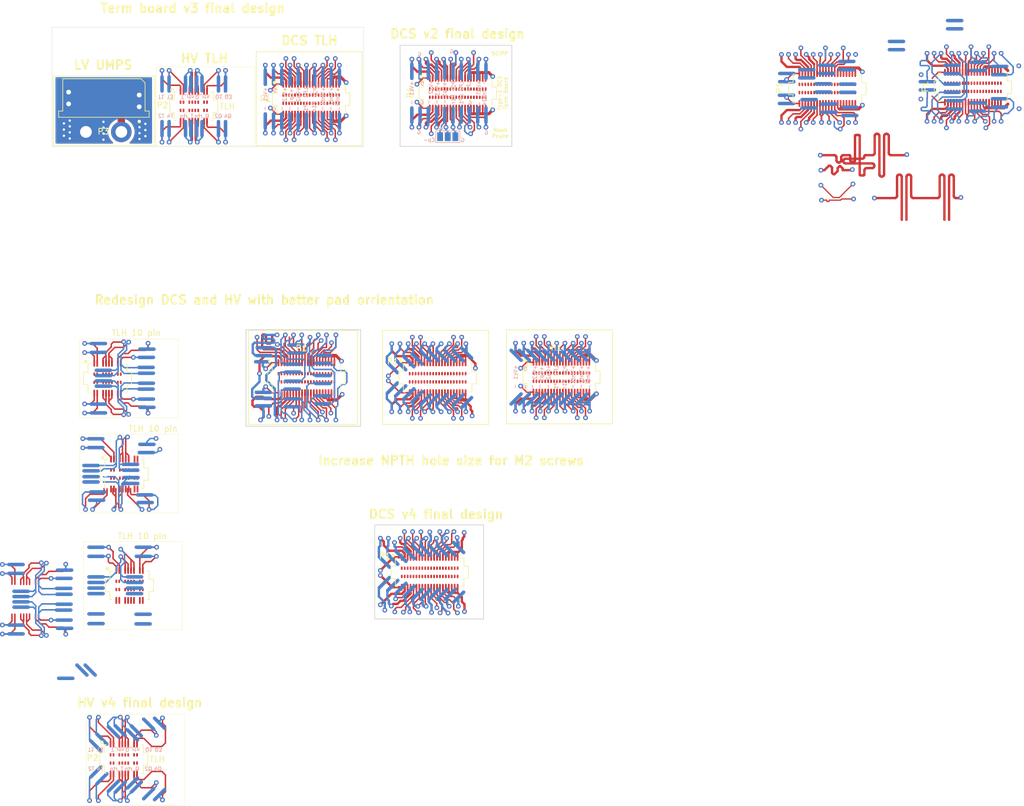
<source format=kicad_pcb>
(kicad_pcb (version 20171130) (host pcbnew "(5.1.4)-1")
  (title_block (title "Type-1 Termination Board") (date 6/25/21) (rev v4) (company SCIPP) (comment 1 "Designed by Noah Peake"))
  (layers (0 F.Cu signal) (1 Lyr2.Cu signal) (2 Lyr3.Cu signal) (31 B.Cu signal) (34 B.Paste user) (35 F.Paste user) (36 B.SilkS user hide) (37 F.SilkS user) (38 B.Mask user) (39 F.Mask user) (44 Edge.Cuts user))
  (net 0 "")
  (net 1 Gnd)
  (net 2 Vcan1_p)
  (net 3 Vcan1_n)
  (net 4 Vcan2_n)
  (net 5 Can_pwr1_p)
  (net 6 Can_pwr1_n)
  (net 7 Can_pwr2_p)
  (net 8 Can_pwr2_n)
  (net 9 LP_mode2)
  (net 10 LP_mode1)
  (net 11 Interlock_T_p)
  (net 12 Interlock_T_n)
  (net 13 Interlock_Q_p)
  (net 14 Interlock_Q_n)
  (net 15 Interlock_3_p)
  (net 16 Interlock_3_n)
  (net 17 HV_Triplet1)
  (net 18 HV_Triplet3)
  (net 19 HV_Triplet4)
  (net 20 HV_Triplet_rtn)
  (net 21 HV_Quad_rtn)
  (net 22 HV_Quad1)
  (net 23 HV_Quad2)
  (net 24 HV_Quad3)
  (net 25 HV_Quad4)
  (net 26 LV_rtn)
  (net 27 LV)
  (net 28 Vcan2_p)
  (net 29 Can_pwr2_P)
  (net 30 Can_pwr2_N)
  (module SCIPP_Connectors:Pad_Array_1.1 (layer B.Cu) (at 29.5 147.65 135)
    (fp_text reference REF**)
    (fp_text value Pad_Array_1.1)
    (pad 8 smd oval (at 0 0 45) (size 3 0.6) (layers B.Cu B.Paste B.Mask))
  )
  (module SCIPP_Connectors:Pad_Array_1.1 (layer B.Cu) (at 35.5 148.95 135)
    (fp_text reference REF**)
    (fp_text value Pad_Array_1.1)
    (pad 18 smd oval (at 0 0 45) (size 3 0.6) (layers B.Cu B.Paste B.Mask))
  )
  (module SCIPP_Connectors:Pad_Array_1.1 (layer B.Cu) (at 33.4 147.8 135)
    (fp_text reference REF**)
    (fp_text value Pad_Array_1.1)
    (pad 14 smd oval (at 0 0 45) (size 3 0.6) (layers B.Cu B.Paste B.Mask))
  )
  (module SCIPP_Connectors:Pad_Array_1.1 (layer B.Cu) (at 30.65 147.85 135)
    (fp_text reference REF**)
    (fp_text value Pad_Array_1.1)
    (pad 10 smd oval (at 0 0 45) (size 3 0.6) (layers B.Cu B.Paste B.Mask))
  )
  (module SCIPP_Connectors:Pad_Array_1.1 (layer B.Cu) (at 32.75 147.1 135)
    (fp_text reference REF**)
    (fp_text value Pad_Array_1.1)
    (pad 12 smd oval (at 0 0 45) (size 3 0.6) (layers B.Cu B.Paste B.Mask))
  )
  (module SCIPP_Connectors:Pad_Array_1.1 (layer B.Cu) (at 37.35 149.1 135)
    (fp_text reference REF**)
    (fp_text value Pad_Array_1.1)
    (pad 20 smd oval (at 0 0 45) (size 3 0.6) (layers B.Cu B.Paste B.Mask))
  )
  (module SCIPP_Connectors:Pad_Array_1.1 (layer B.Cu) (at 27.55 146.4 135)
    (fp_text reference REF**)
    (fp_text value Pad_Array_1.1)
    (pad 4 smd oval (at 0 0 45) (size 3 0.6) (layers B.Cu B.Paste B.Mask))
  )
  (module SCIPP_Connectors:Pad_Array_1.1 (layer B.Cu) (at 26.5 145.25 135)
    (fp_text reference REF**)
    (fp_text value Pad_Array_1.1)
    (pad 2 smd oval (at 0 0 45) (size 3 0.6) (layers B.Cu B.Paste B.Mask))
  )
  (module MountingHole:MountingHole_2.2mm_M2 (layer F.Cu) (at 43.25 137.1)
    (fp_text reference H2)
    (fp_text value MountingHole_2.2mm_M2)
    (pad "" np_thru_hole circle (at -3.25 0) (size 2.2 2.2) (drill 2.2) (layers *.Cu *.Mask))
  )
  (module MountingHole:MountingHole_2.2mm_M2 (layer F.Cu) (at 40 148.55)
    (fp_text reference H1)
    (fp_text value MountingHole_2.2mm_M2)
    (pad "" np_thru_hole circle (at 0 0) (size 2.2 2.2) (drill 2.2) (layers *.Cu *.Mask))
  )
  (module SCIPP_Connectors:Pad_Array_1.1 (layer B.Cu) (at 26.5 140.8 45)
    (fp_text reference REF**)
    (fp_text value Pad_Array_1.1)
    (pad 1 smd oval (at 0 0 315) (size 3 0.6) (layers B.Cu B.Paste B.Mask))
  )
  (module SCIPP_Connectors:Pad_Array_1.1 (layer B.Cu) (at 30.65 138.2 45)
    (fp_text reference REF**)
    (fp_text value Pad_Array_1.1)
    (pad 9 smd oval (at 0 0 315) (size 3 0.6) (layers B.Cu B.Paste B.Mask))
  )
  (module SCIPP_Connectors:Pad_Array_1.1 (layer B.Cu) (at 21.4 129.3 90)
    (fp_text reference REF**)
    (fp_text value Pad_Array_1.1)
    (pad 1 smd oval (at 0 0) (size 3 0.6) (layers B.Cu B.Paste B.Mask))
  )
  (module SCIPP_Connectors:Pad_Array_1.1 (layer B.Cu) (at 29.5 138.4 45)
    (fp_text reference REF**)
    (fp_text value Pad_Array_1.1)
    (pad 7 smd oval (at 0 0 315) (size 3 0.6) (layers B.Cu B.Paste B.Mask))
  )
  (module SCIPP_Connectors:Pad_Array_1.1 (layer B.Cu) (at 32.75 138.95 45)
    (fp_text reference REF**)
    (fp_text value Pad_Array_1.1)
    (pad 11 smd oval (at 0 0 315) (size 3 0.6) (layers B.Cu B.Paste B.Mask))
  )
  (module SCIPP_Connectors:Pad_Array_1.1 (layer B.Cu) (at 27.55 139.65 45)
    (fp_text reference REF**)
    (fp_text value Pad_Array_1.1)
    (pad 3 smd oval (at 0 0 315) (size 3 0.6) (layers B.Cu B.Paste B.Mask))
  )
  (module SCIPP_Connectors:Pad_Array_1.1 (layer B.Cu) (at 25.55 127.9 45)
    (fp_text reference REF**)
    (fp_text value Pad_Array_1.1)
    (pad 1 smd oval (at 0 0 315) (size 3 0.6) (layers B.Cu B.Paste B.Mask))
  )
  (module SCIPP_Connectors:Pad_Array_1.1 (layer B.Cu) (at 24.15 127.9 45)
    (fp_text reference REF**)
    (fp_text value Pad_Array_1.1)
    (pad 1 smd oval (at 0 0 315) (size 3 0.6) (layers B.Cu B.Paste B.Mask))
  )
  (module SCIPP_Connectors:Pad_Array_1.1 (layer B.Cu) (at 35.5 137.1 45)
    (fp_text reference REF**)
    (fp_text value Pad_Array_1.1)
    (pad 17 smd oval (at 0 0 315) (size 3 0.6) (layers B.Cu B.Paste B.Mask))
  )
  (module SCIPP_Connectors:Pad_Array_1.1 (layer B.Cu) (at 33.4 138.25 45)
    (fp_text reference REF**)
    (fp_text value Pad_Array_1.1)
    (pad 13 smd oval (at 0 0 315) (size 3 0.6) (layers B.Cu B.Paste B.Mask))
  )
  (module SCIPP_Connectors:Pad_Array_1.1 (layer B.Cu) (at 37.35 136.95 45)
    (fp_text reference REF**)
    (fp_text value Pad_Array_1.1)
    (pad 19 smd oval (at 0 0 315) (size 3 0.6) (layers B.Cu B.Paste B.Mask))
  )
  (module SCIPP_Connectors:19-1_TLH_HV (layer F.Cu) (at 31.27 143.03)
    (fp_text reference P2 (at -5.32 -0.18) (layer F.SilkS))
    (fp_text value TLH (at 5.68 0.02) (layer F.SilkS))
    (pad "" np_thru_hole circle (at 3.2 0) (size 0.9 0.9) (drill 0.9) (layers *.Cu *.Mask))
    (pad 1 smd oval (at -2.25 -2.55) (size 0.3 1.2) (layers F.Cu F.Paste F.Mask) (net 17 HV_Triplet1))
    (pad "" np_thru_hole circle (at -3.2 0) (size 0.9 0.9) (drill 0.9) (layers *.Cu *.Mask))
    (pad 1 smd oval (at -2.25 -0.7) (size 0.3 0.6) (layers F.Cu F.Mask) (net 17 HV_Triplet1))
    (pad 2 smd oval (at -2.25 2.55) (size 0.3 1.2) (layers F.Cu F.Paste F.Mask) (net 17 HV_Triplet1))
    (pad 3 smd oval (at -1.75 -2.55) (size 0.3 1.2) (layers F.Cu F.Paste F.Mask) (net 18 HV_Triplet3))
    (pad 4 smd oval (at -1.75 2.55) (size 0.3 1.2) (layers F.Cu F.Paste F.Mask) (net 19 HV_Triplet4))
    (pad 7 smd oval (at -0.75 -2.55) (size 0.3 1.2) (layers F.Cu F.Paste F.Mask) (net 20 HV_Triplet_rtn))
    (pad 8 smd oval (at -0.75 2.55) (size 0.3 1.2) (layers F.Cu F.Paste F.Mask) (net 20 HV_Triplet_rtn))
    (pad 9 smd oval (at -0.25 -2.55) (size 0.3 1.2) (layers F.Cu F.Paste F.Mask) (net 20 HV_Triplet_rtn))
    (pad 10 smd oval (at -0.25 2.55) (size 0.3 1.2) (layers F.Cu F.Paste F.Mask) (net 20 HV_Triplet_rtn))
    (pad 11 smd oval (at 0.25 -2.55) (size 0.3 1.2) (layers F.Cu F.Paste F.Mask) (net 21 HV_Quad_rtn))
    (pad 12 smd oval (at 0.25 2.55) (size 0.3 1.2) (layers F.Cu F.Paste F.Mask) (net 21 HV_Quad_rtn))
    (pad 13 smd oval (at 0.75 -2.55) (size 0.3 1.2) (layers F.Cu F.Paste F.Mask) (net 21 HV_Quad_rtn))
    (pad 14 smd oval (at 0.75 2.55) (size 0.3 1.2) (layers F.Cu F.Paste F.Mask) (net 21 HV_Quad_rtn))
    (pad 17 smd oval (at 1.75 -2.55) (size 0.3 1.2) (layers F.Cu F.Paste F.Mask) (net 22 HV_Quad1))
    (pad 18 smd oval (at 1.75 2.55) (size 0.3 1.2) (layers F.Cu F.Paste F.Mask) (net 23 HV_Quad2))
    (pad 19 smd oval (at 2.25 -2.55) (size 0.3 1.2) (layers F.Cu F.Paste F.Mask) (net 24 HV_Quad3))
    (pad 20 smd oval (at 2.25 2.55) (size 0.3 1.2) (layers F.Cu F.Paste F.Mask) (net 25 HV_Quad4))
    (pad 2 smd oval (at -2.25 0.7) (size 0.3 0.6) (layers F.Cu F.Mask) (net 17 HV_Triplet1))
    (pad 3 smd oval (at -1.75 -0.7) (size 0.3 0.6) (layers F.Cu F.Mask) (net 18 HV_Triplet3))
    (pad 4 smd oval (at -1.75 0.7) (size 0.3 0.6) (layers F.Cu F.Mask) (net 19 HV_Triplet4))
    (pad 7 smd oval (at -0.75 -0.7) (size 0.3 0.6) (layers F.Cu F.Mask) (net 20 HV_Triplet_rtn))
    (pad 8 smd oval (at -0.75 0.7) (size 0.3 0.6) (layers F.Cu F.Mask) (net 20 HV_Triplet_rtn))
    (pad 9 smd oval (at -0.25 -0.7) (size 0.3 0.6) (layers F.Cu F.Mask) (net 20 HV_Triplet_rtn))
    (pad 10 smd oval (at -0.25 0.7) (size 0.3 0.6) (layers F.Cu F.Mask) (net 20 HV_Triplet_rtn))
    (pad 11 smd oval (at 0.25 -0.7) (size 0.3 0.6) (layers F.Cu F.Mask) (net 21 HV_Quad_rtn))
    (pad 12 smd oval (at 0.25 0.7) (size 0.3 0.6) (layers F.Cu F.Mask) (net 21 HV_Quad_rtn))
    (pad 13 smd oval (at 0.75 -0.7) (size 0.3 0.6) (layers F.Cu F.Mask) (net 21 HV_Quad_rtn))
    (pad 14 smd oval (at 0.75 0.7) (size 0.3 0.6) (layers F.Cu F.Mask) (net 21 HV_Quad_rtn))
    (pad 17 smd oval (at 1.75 -0.7) (size 0.3 0.6) (layers F.Cu F.Mask) (net 22 HV_Quad1))
    (pad 18 smd oval (at 1.75 0.7) (size 0.3 0.6) (layers F.Cu F.Mask) (net 23 HV_Quad2))
    (pad 19 smd oval (at 2.25 -0.7) (size 0.3 0.6) (layers F.Cu F.Mask) (net 24 HV_Quad3))
    (pad 20 smd oval (at 2.25 0.7) (size 0.3 0.6) (layers F.Cu F.Mask) (net 25 HV_Quad4))
  )
  (module SCIPP_Connectors:Pad_Array_1.1 (layer B.Cu) (at 34.55 120.05 270)
    (fp_text reference REF**)
    (fp_text value Pad_Array_1.1)
    (pad 1 smd oval (at 0 0 180) (size 3 0.6) (layers B.Cu B.Paste B.Mask))
  )
  (module SCIPP_Connectors:Pad_Array_1.1 (layer B.Cu) (at 34.55 118.4 270)
    (fp_text reference REF**)
    (fp_text value Pad_Array_1.1)
    (pad 1 smd oval (at 0 0 180) (size 3 0.6) (layers B.Cu B.Paste B.Mask))
  )
  (module SCIPP_Connectors:Pad_Array_1.1 (layer B.Cu) (at 34.6 107 270)
    (fp_text reference REF**)
    (fp_text value Pad_Array_1.1)
    (pad 1 smd oval (at 0 0 180) (size 3 0.6) (layers B.Cu B.Paste B.Mask))
  )
  (module SCIPP_Connectors:Pad_Array_1.1 (layer B.Cu) (at 34.6 108.55 270)
    (fp_text reference REF**)
    (fp_text value Pad_Array_1.1)
    (pad 1 smd oval (at 0 0 180) (size 3 0.6) (layers B.Cu B.Paste B.Mask))
  )
  (module SCIPP_Connectors:Pad_Array_1.1 (layer B.Cu) (at 26.55 118.35 270)
    (fp_text reference REF**)
    (fp_text value Pad_Array_1.1)
    (pad 1 smd oval (at 0 0 180) (size 3 0.6) (layers B.Cu B.Paste B.Mask))
  )
  (module SCIPP_Connectors:Pad_Array_1.1 (layer B.Cu) (at 26.55 120 270)
    (fp_text reference REF**)
    (fp_text value Pad_Array_1.1)
    (pad 1 smd oval (at 0 0 180) (size 3 0.6) (layers B.Cu B.Paste B.Mask))
  )
  (module SCIPP_Connectors:Pad_Array_1.1 (layer B.Cu) (at 26.55 107 270)
    (fp_text reference REF**)
    (fp_text value Pad_Array_1.1)
    (pad 1 smd oval (at 0 0 180) (size 3 0.6) (layers B.Cu B.Paste B.Mask))
  )
  (module SCIPP_Connectors:Pad_Array_1.1 (layer B.Cu) (at 26.55 108.55 270)
    (fp_text reference REF**)
    (fp_text value Pad_Array_1.1)
    (pad 1 smd oval (at 0 0 180) (size 3 0.6) (layers B.Cu B.Paste B.Mask))
  )
  (module SCIPP_Connectors:Pad_Array_1.1 (layer B.Cu) (at 33.1 112.05 270)
    (fp_text reference REF**)
    (fp_text value Pad_Array_1.1)
    (pad 1 smd oval (at 0 0 180) (size 3 0.6) (layers B.Cu B.Paste B.Mask))
  )
  (module SCIPP_Connectors:Pad_Array_1.1 (layer B.Cu) (at 33.1 113 270)
    (fp_text reference REF**)
    (fp_text value Pad_Array_1.1)
    (pad 1 smd oval (at 0 0 180) (size 3 0.6) (layers B.Cu B.Paste B.Mask))
  )
  (module SCIPP_Connectors:Pad_Array_1.1 (layer B.Cu) (at 33.1 113.95 270)
    (fp_text reference REF**)
    (fp_text value Pad_Array_1.1)
    (pad 1 smd oval (at 0 0 180) (size 3 0.6) (layers B.Cu B.Paste B.Mask))
  )
  (module SCIPP_Connectors:Pad_Array_1.1 (layer B.Cu) (at 33.1 114.9 270)
    (fp_text reference REF**)
    (fp_text value Pad_Array_1.1)
    (pad 1 smd oval (at 0 0 180) (size 3 0.6) (layers B.Cu B.Paste B.Mask))
  )
  (module SCIPP_Connectors:Pad_Array_1.1 (layer B.Cu) (at 26.55 114.9 270)
    (fp_text reference REF**)
    (fp_text value Pad_Array_1.1)
    (pad 1 smd oval (at 0 0 180) (size 3 0.6) (layers B.Cu B.Paste B.Mask))
  )
  (module SCIPP_Connectors:Pad_Array_1.1 (layer B.Cu) (at 26.55 113.95 270)
    (fp_text reference REF**)
    (fp_text value Pad_Array_1.1)
    (pad 1 smd oval (at 0 0 180) (size 3 0.6) (layers B.Cu B.Paste B.Mask))
  )
  (module SCIPP_Connectors:Pad_Array_1.1 (layer B.Cu) (at 26.55 113 270)
    (fp_text reference REF**)
    (fp_text value Pad_Array_1.1)
    (pad 1 smd oval (at 0 0 180) (size 3 0.6) (layers B.Cu B.Paste B.Mask))
  )
  (module SCIPP_Connectors:Pad_Array_1.1 (layer B.Cu) (at 26.55 112.05 270)
    (fp_text reference REF**)
    (fp_text value Pad_Array_1.1)
    (pad 1 smd oval (at 0 0 180) (size 3 0.6) (layers B.Cu B.Paste B.Mask))
  )
  (module SCIPP_Connectors:19-1_TLH_HV (layer F.Cu) (at 32.25 113.5)
    (fp_text reference P2)
    (fp_text value "TLH 10 pin" (at 2.15 -8.4) (layer F.SilkS))
    (pad "" np_thru_hole circle (at 3.2 0) (size 0.9 0.9) (drill 0.9) (layers *.Cu *.Mask))
    (pad 1 smd oval (at -2.25 -2.55) (size 0.3 1.2) (layers F.Cu F.Paste F.Mask) (net 17 HV_Triplet1))
    (pad "" np_thru_hole circle (at -3.2 0) (size 0.9 0.9) (drill 0.9) (layers *.Cu *.Mask))
    (pad 1 smd oval (at -2.25 -0.7) (size 0.3 0.6) (layers F.Cu F.Mask) (net 17 HV_Triplet1))
    (pad 2 smd oval (at -2.25 2.55) (size 0.3 1.2) (layers F.Cu F.Paste F.Mask) (net 17 HV_Triplet1))
    (pad 3 smd oval (at -1.75 -2.55) (size 0.3 1.2) (layers F.Cu F.Paste F.Mask) (net 18 HV_Triplet3))
    (pad 4 smd oval (at -1.75 2.55) (size 0.3 1.2) (layers F.Cu F.Paste F.Mask) (net 19 HV_Triplet4))
    (pad 7 smd oval (at -0.75 -2.55) (size 0.3 1.2) (layers F.Cu F.Paste F.Mask) (net 20 HV_Triplet_rtn))
    (pad 8 smd oval (at -0.75 2.55) (size 0.3 1.2) (layers F.Cu F.Paste F.Mask) (net 20 HV_Triplet_rtn))
    (pad 9 smd oval (at -0.25 -2.55) (size 0.3 1.2) (layers F.Cu F.Paste F.Mask) (net 20 HV_Triplet_rtn))
    (pad 10 smd oval (at -0.25 2.55) (size 0.3 1.2) (layers F.Cu F.Paste F.Mask) (net 20 HV_Triplet_rtn))
    (pad 11 smd oval (at 0.25 -2.55) (size 0.3 1.2) (layers F.Cu F.Paste F.Mask) (net 21 HV_Quad_rtn))
    (pad 12 smd oval (at 0.25 2.55) (size 0.3 1.2) (layers F.Cu F.Paste F.Mask) (net 21 HV_Quad_rtn))
    (pad 13 smd oval (at 0.75 -2.55) (size 0.3 1.2) (layers F.Cu F.Paste F.Mask) (net 21 HV_Quad_rtn))
    (pad 14 smd oval (at 0.75 2.55) (size 0.3 1.2) (layers F.Cu F.Paste F.Mask) (net 21 HV_Quad_rtn))
    (pad 17 smd oval (at 1.75 -2.55) (size 0.3 1.2) (layers F.Cu F.Paste F.Mask) (net 22 HV_Quad1))
    (pad 18 smd oval (at 1.75 2.55) (size 0.3 1.2) (layers F.Cu F.Paste F.Mask) (net 23 HV_Quad2))
    (pad 19 smd oval (at 2.25 -2.55) (size 0.3 1.2) (layers F.Cu F.Paste F.Mask) (net 24 HV_Quad3))
    (pad 20 smd oval (at 2.25 2.55) (size 0.3 1.2) (layers F.Cu F.Paste F.Mask) (net 25 HV_Quad4))
    (pad 2 smd oval (at -2.25 0.7) (size 0.3 0.6) (layers F.Cu F.Mask) (net 17 HV_Triplet1))
    (pad 3 smd oval (at -1.75 -0.7) (size 0.3 0.6) (layers F.Cu F.Mask) (net 18 HV_Triplet3))
    (pad 4 smd oval (at -1.75 0.7) (size 0.3 0.6) (layers F.Cu F.Mask) (net 19 HV_Triplet4))
    (pad 7 smd oval (at -0.75 -0.7) (size 0.3 0.6) (layers F.Cu F.Mask) (net 20 HV_Triplet_rtn))
    (pad 8 smd oval (at -0.75 0.7) (size 0.3 0.6) (layers F.Cu F.Mask) (net 20 HV_Triplet_rtn))
    (pad 9 smd oval (at -0.25 -0.7) (size 0.3 0.6) (layers F.Cu F.Mask) (net 20 HV_Triplet_rtn))
    (pad 10 smd oval (at -0.25 0.7) (size 0.3 0.6) (layers F.Cu F.Mask) (net 20 HV_Triplet_rtn))
    (pad 11 smd oval (at 0.25 -0.7) (size 0.3 0.6) (layers F.Cu F.Mask) (net 21 HV_Quad_rtn))
    (pad 12 smd oval (at 0.25 0.7) (size 0.3 0.6) (layers F.Cu F.Mask) (net 21 HV_Quad_rtn))
    (pad 13 smd oval (at 0.75 -0.7) (size 0.3 0.6) (layers F.Cu F.Mask) (net 21 HV_Quad_rtn))
    (pad 14 smd oval (at 0.75 0.7) (size 0.3 0.6) (layers F.Cu F.Mask) (net 21 HV_Quad_rtn))
    (pad 17 smd oval (at 1.75 -0.7) (size 0.3 0.6) (layers F.Cu F.Mask) (net 22 HV_Quad1))
    (pad 18 smd oval (at 1.75 0.7) (size 0.3 0.6) (layers F.Cu F.Mask) (net 23 HV_Quad2))
    (pad 19 smd oval (at 2.25 -0.7) (size 0.3 0.6) (layers F.Cu F.Mask) (net 24 HV_Quad3))
    (pad 20 smd oval (at 2.25 0.7) (size 0.3 0.6) (layers F.Cu F.Mask) (net 25 HV_Quad4))
  )
  (module SCIPP_Connectors:Pad_Array_1.1 (layer B.Cu) (at 13.8 114.5 270)
    (fp_text reference REF**)
    (fp_text value Pad_Array_1.1)
    (pad 1 smd oval (at 0 0 180) (size 3 0.6) (layers B.Cu B.Paste B.Mask))
  )
  (module SCIPP_Connectors:PEEK_screw (layer F.Cu) (at 39.65 107.7 90)
    (fp_text reference J20 hide)
    (fp_text value PEEK_screw hide)
    (pad "" np_thru_hole circle (at 0 0 90) (size 1.8 1.8) (drill 1.8) (layers *.Cu *.Mask))
  )
  (module SCIPP_Connectors:PEEK_screw (layer F.Cu) (at 39.6 119.37 90)
    (fp_text reference J21 hide)
    (fp_text value PEEK_screw hide)
    (pad "" np_thru_hole circle (at 0 0 90) (size 1.8 1.8) (drill 1.8) (layers *.Cu *.Mask))
  )
  (module SCIPP_Connectors:Pad_Array_1.1 (layer B.Cu) (at 21.1 112.3 270)
    (fp_text reference REF**)
    (fp_text value Pad_Array_1.1)
    (pad 1 smd oval (at 0 0 180) (size 3 0.6) (layers B.Cu B.Paste B.Mask))
  )
  (module SCIPP_Connectors:Pad_Array_1.1 (layer B.Cu) (at 21.1 115 270)
    (fp_text reference REF**)
    (fp_text value Pad_Array_1.1)
    (pad 1 smd oval (at 0 0 180) (size 3 0.6) (layers B.Cu B.Paste B.Mask))
  )
  (module SCIPP_Connectors:Pad_Array_1.1 (layer B.Cu) (at 13.8 115.4 270)
    (fp_text reference REF**)
    (fp_text value Pad_Array_1.1)
    (pad 1 smd oval (at 0 0 180) (size 3 0.6) (layers B.Cu B.Paste B.Mask))
  )
  (module SCIPP_Connectors:Pad_Array_1.1 (layer B.Cu) (at 12.95 109.95 270)
    (fp_text reference REF**)
    (fp_text value Pad_Array_1.1)
    (pad 1 smd oval (at 0 0 180) (size 3 0.6) (layers B.Cu B.Paste B.Mask))
  )
  (module SCIPP_Connectors:Pad_Array_1.1 (layer B.Cu) (at 21.2 110.9 270)
    (fp_text reference REF**)
    (fp_text value Pad_Array_1.1)
    (pad 1 smd oval (at 0 0 180) (size 3 0.6) (layers B.Cu B.Paste B.Mask))
  )
  (module SCIPP_Connectors:Pad_Array_1.1 (layer B.Cu) (at 21.05 114 270)
    (fp_text reference REF**)
    (fp_text value Pad_Array_1.1)
    (pad 1 smd oval (at 0 0 180) (size 3 0.6) (layers B.Cu B.Paste B.Mask))
  )
  (module SCIPP_Connectors:Pad_Array_1.1 (layer B.Cu) (at 12.95 111.45 270)
    (fp_text reference REF**)
    (fp_text value Pad_Array_1.1)
    (pad 1 smd oval (at 0 0 180) (size 3 0.6) (layers B.Cu B.Paste B.Mask))
  )
  (module SCIPP_Connectors:Pad_Array_1.1 (layer B.Cu) (at 21.1 116.7 270)
    (fp_text reference REF**)
    (fp_text value Pad_Array_1.1)
    (pad 1 smd oval (at 0 0 180) (size 3 0.6) (layers B.Cu B.Paste B.Mask))
  )
  (module SCIPP_Connectors:Pad_Array_1.1 (layer B.Cu) (at 12.95 121.75 270)
    (fp_text reference REF**)
    (fp_text value Pad_Array_1.1)
    (pad 1 smd oval (at 0 0 180) (size 3 0.6) (layers B.Cu B.Paste B.Mask))
  )
  (module SCIPP_Connectors:Pad_Array_1.1 (layer B.Cu) (at 12.95 120.25 270)
    (fp_text reference REF**)
    (fp_text value Pad_Array_1.1)
    (pad 1 smd oval (at 0 0 180) (size 3 0.6) (layers B.Cu B.Paste B.Mask))
  )
  (module SCIPP_Connectors:Pad_Array_1.1 (layer B.Cu) (at 13.8 116.3 270)
    (fp_text reference REF**)
    (fp_text value Pad_Array_1.1)
    (pad 1 smd oval (at 0 0 180) (size 3 0.6) (layers B.Cu B.Paste B.Mask))
  )
  (module SCIPP_Connectors:Pad_Array_1.1 (layer B.Cu) (at 13.8 117.2 270)
    (fp_text reference REF**)
    (fp_text value Pad_Array_1.1)
    (pad 1 smd oval (at 0 0 180) (size 3 0.6) (layers B.Cu B.Paste B.Mask))
  )
  (module SCIPP_Connectors:Pad_Array_1.1 (layer B.Cu) (at 21.2 120.8 270)
    (fp_text reference REF**)
    (fp_text value Pad_Array_1.1)
    (pad 1 smd oval (at 0 0 180) (size 3 0.6) (layers B.Cu B.Paste B.Mask))
  )
  (module SCIPP_Connectors:Pad_Array_1.1 (layer B.Cu) (at 21.1 119.4 270)
    (fp_text reference REF**)
    (fp_text value Pad_Array_1.1)
    (pad 1 smd oval (at 0 0 180) (size 3 0.6) (layers B.Cu B.Paste B.Mask))
  )
  (module SCIPP_Connectors:Pad_Array_1.1 (layer B.Cu) (at 21.05 117.7 270)
    (fp_text reference REF**)
    (fp_text value Pad_Array_1.1)
    (pad 1 smd oval (at 0 0 180) (size 3 0.6) (layers B.Cu B.Paste B.Mask))
  )
  (module SCIPP_Connectors:19-1_TLH_HV (layer F.Cu) (at 43.17 31.98)
    (fp_text reference P2 (at -5.32 -0.18) (layer F.SilkS))
    (fp_text value TLH (at 5.68 0.02) (layer F.SilkS))
    (pad 20 smd oval (at 2.25 0.7) (size 0.3 0.6) (layers F.Cu F.Mask) (net 25 HV_Quad4))
    (pad 19 smd oval (at 2.25 -0.7) (size 0.3 0.6) (layers F.Cu F.Mask) (net 24 HV_Quad3))
    (pad 18 smd oval (at 1.75 0.7) (size 0.3 0.6) (layers F.Cu F.Mask) (net 23 HV_Quad2))
    (pad 17 smd oval (at 1.75 -0.7) (size 0.3 0.6) (layers F.Cu F.Mask) (net 22 HV_Quad1))
    (pad 14 smd oval (at 0.75 0.7) (size 0.3 0.6) (layers F.Cu F.Mask) (net 21 HV_Quad_rtn))
    (pad 13 smd oval (at 0.75 -0.7) (size 0.3 0.6) (layers F.Cu F.Mask) (net 21 HV_Quad_rtn))
    (pad 12 smd oval (at 0.25 0.7) (size 0.3 0.6) (layers F.Cu F.Mask) (net 21 HV_Quad_rtn))
    (pad 11 smd oval (at 0.25 -0.7) (size 0.3 0.6) (layers F.Cu F.Mask) (net 21 HV_Quad_rtn))
    (pad 10 smd oval (at -0.25 0.7) (size 0.3 0.6) (layers F.Cu F.Mask) (net 20 HV_Triplet_rtn))
    (pad 9 smd oval (at -0.25 -0.7) (size 0.3 0.6) (layers F.Cu F.Mask) (net 20 HV_Triplet_rtn))
    (pad 8 smd oval (at -0.75 0.7) (size 0.3 0.6) (layers F.Cu F.Mask) (net 20 HV_Triplet_rtn))
    (pad 7 smd oval (at -0.75 -0.7) (size 0.3 0.6) (layers F.Cu F.Mask) (net 20 HV_Triplet_rtn))
    (pad 4 smd oval (at -1.75 0.7) (size 0.3 0.6) (layers F.Cu F.Mask) (net 19 HV_Triplet4))
    (pad 3 smd oval (at -1.75 -0.7) (size 0.3 0.6) (layers F.Cu F.Mask) (net 18 HV_Triplet3))
    (pad 2 smd oval (at -2.25 0.7) (size 0.3 0.6) (layers F.Cu F.Mask) (net 17 HV_Triplet1))
    (pad 20 smd oval (at 2.25 2.55) (size 0.3 1.2) (layers F.Cu F.Paste F.Mask) (net 25 HV_Quad4))
    (pad 19 smd oval (at 2.25 -2.55) (size 0.3 1.2) (layers F.Cu F.Paste F.Mask) (net 24 HV_Quad3))
    (pad 18 smd oval (at 1.75 2.55) (size 0.3 1.2) (layers F.Cu F.Paste F.Mask) (net 23 HV_Quad2))
    (pad 17 smd oval (at 1.75 -2.55) (size 0.3 1.2) (layers F.Cu F.Paste F.Mask) (net 22 HV_Quad1))
    (pad 14 smd oval (at 0.75 2.55) (size 0.3 1.2) (layers F.Cu F.Paste F.Mask) (net 21 HV_Quad_rtn))
    (pad 13 smd oval (at 0.75 -2.55) (size 0.3 1.2) (layers F.Cu F.Paste F.Mask) (net 21 HV_Quad_rtn))
    (pad 12 smd oval (at 0.25 2.55) (size 0.3 1.2) (layers F.Cu F.Paste F.Mask) (net 21 HV_Quad_rtn))
    (pad 11 smd oval (at 0.25 -2.55) (size 0.3 1.2) (layers F.Cu F.Paste F.Mask) (net 21 HV_Quad_rtn))
    (pad 10 smd oval (at -0.25 2.55) (size 0.3 1.2) (layers F.Cu F.Paste F.Mask) (net 20 HV_Triplet_rtn))
    (pad 9 smd oval (at -0.25 -2.55) (size 0.3 1.2) (layers F.Cu F.Paste F.Mask) (net 20 HV_Triplet_rtn))
    (pad 8 smd oval (at -0.75 2.55) (size 0.3 1.2) (layers F.Cu F.Paste F.Mask) (net 20 HV_Triplet_rtn))
    (pad 7 smd oval (at -0.75 -2.55) (size 0.3 1.2) (layers F.Cu F.Paste F.Mask) (net 20 HV_Triplet_rtn))
    (pad 4 smd oval (at -1.75 2.55) (size 0.3 1.2) (layers F.Cu F.Paste F.Mask) (net 19 HV_Triplet4))
    (pad 3 smd oval (at -1.75 -2.55) (size 0.3 1.2) (layers F.Cu F.Paste F.Mask) (net 18 HV_Triplet3))
    (pad 2 smd oval (at -2.25 2.55) (size 0.3 1.2) (layers F.Cu F.Paste F.Mask) (net 17 HV_Triplet1))
    (pad 1 smd oval (at -2.25 -0.7) (size 0.3 0.6) (layers F.Cu F.Mask) (net 17 HV_Triplet1))
    (pad "" np_thru_hole circle (at -3.2 0) (size 0.9 0.9) (drill 0.9) (layers *.Cu *.Mask))
    (pad 1 smd oval (at -2.25 -2.55) (size 0.3 1.2) (layers F.Cu F.Paste F.Mask) (net 17 HV_Triplet1))
    (pad "" np_thru_hole circle (at 3.2 0) (size 0.9 0.9) (drill 0.9) (layers *.Cu *.Mask))
  )
  (module SCIPP_Connectors:19-1_TLH_HV (layer F.Cu) (at 31.35 94.55)
    (fp_text reference P2)
    (fp_text value "TLH 10 pin" (at 4.88 -7.73) (layer F.SilkS))
    (pad 20 smd oval (at 2.25 0.7) (size 0.3 0.6) (layers F.Cu F.Mask) (net 25 HV_Quad4))
    (pad 19 smd oval (at 2.25 -0.7) (size 0.3 0.6) (layers F.Cu F.Mask) (net 24 HV_Quad3))
    (pad 18 smd oval (at 1.75 0.7) (size 0.3 0.6) (layers F.Cu F.Mask) (net 23 HV_Quad2))
    (pad 17 smd oval (at 1.75 -0.7) (size 0.3 0.6) (layers F.Cu F.Mask) (net 22 HV_Quad1))
    (pad 14 smd oval (at 0.75 0.7) (size 0.3 0.6) (layers F.Cu F.Mask) (net 21 HV_Quad_rtn))
    (pad 13 smd oval (at 0.75 -0.7) (size 0.3 0.6) (layers F.Cu F.Mask) (net 21 HV_Quad_rtn))
    (pad 12 smd oval (at 0.25 0.7) (size 0.3 0.6) (layers F.Cu F.Mask) (net 21 HV_Quad_rtn))
    (pad 11 smd oval (at 0.25 -0.7) (size 0.3 0.6) (layers F.Cu F.Mask) (net 21 HV_Quad_rtn))
    (pad 10 smd oval (at -0.25 0.7) (size 0.3 0.6) (layers F.Cu F.Mask) (net 20 HV_Triplet_rtn))
    (pad 9 smd oval (at -0.25 -0.7) (size 0.3 0.6) (layers F.Cu F.Mask) (net 20 HV_Triplet_rtn))
    (pad 8 smd oval (at -0.75 0.7) (size 0.3 0.6) (layers F.Cu F.Mask) (net 20 HV_Triplet_rtn))
    (pad 7 smd oval (at -0.75 -0.7) (size 0.3 0.6) (layers F.Cu F.Mask) (net 20 HV_Triplet_rtn))
    (pad 4 smd oval (at -1.75 0.7) (size 0.3 0.6) (layers F.Cu F.Mask) (net 19 HV_Triplet4))
    (pad 3 smd oval (at -1.75 -0.7) (size 0.3 0.6) (layers F.Cu F.Mask) (net 18 HV_Triplet3))
    (pad 2 smd oval (at -2.25 0.7) (size 0.3 0.6) (layers F.Cu F.Mask) (net 17 HV_Triplet1))
    (pad 20 smd oval (at 2.25 2.55) (size 0.3 1.2) (layers F.Cu F.Paste F.Mask) (net 25 HV_Quad4))
    (pad 19 smd oval (at 2.25 -2.55) (size 0.3 1.2) (layers F.Cu F.Paste F.Mask) (net 24 HV_Quad3))
    (pad 18 smd oval (at 1.75 2.55) (size 0.3 1.2) (layers F.Cu F.Paste F.Mask) (net 23 HV_Quad2))
    (pad 17 smd oval (at 1.75 -2.55) (size 0.3 1.2) (layers F.Cu F.Paste F.Mask) (net 22 HV_Quad1))
    (pad 14 smd oval (at 0.75 2.55) (size 0.3 1.2) (layers F.Cu F.Paste F.Mask) (net 21 HV_Quad_rtn))
    (pad 13 smd oval (at 0.75 -2.55) (size 0.3 1.2) (layers F.Cu F.Paste F.Mask) (net 21 HV_Quad_rtn))
    (pad 12 smd oval (at 0.25 2.55) (size 0.3 1.2) (layers F.Cu F.Paste F.Mask) (net 21 HV_Quad_rtn))
    (pad 11 smd oval (at 0.25 -2.55) (size 0.3 1.2) (layers F.Cu F.Paste F.Mask) (net 21 HV_Quad_rtn))
    (pad 10 smd oval (at -0.25 2.55) (size 0.3 1.2) (layers F.Cu F.Paste F.Mask) (net 20 HV_Triplet_rtn))
    (pad 9 smd oval (at -0.25 -2.55) (size 0.3 1.2) (layers F.Cu F.Paste F.Mask) (net 20 HV_Triplet_rtn))
    (pad 8 smd oval (at -0.75 2.55) (size 0.3 1.2) (layers F.Cu F.Paste F.Mask) (net 20 HV_Triplet_rtn))
    (pad 7 smd oval (at -0.75 -2.55) (size 0.3 1.2) (layers F.Cu F.Paste F.Mask) (net 20 HV_Triplet_rtn))
    (pad 4 smd oval (at -1.75 2.55) (size 0.3 1.2) (layers F.Cu F.Paste F.Mask) (net 19 HV_Triplet4))
    (pad 3 smd oval (at -1.75 -2.55) (size 0.3 1.2) (layers F.Cu F.Paste F.Mask) (net 18 HV_Triplet3))
    (pad 2 smd oval (at -2.25 2.55) (size 0.3 1.2) (layers F.Cu F.Paste F.Mask) (net 17 HV_Triplet1))
    (pad 1 smd oval (at -2.25 -0.7) (size 0.3 0.6) (layers F.Cu F.Mask) (net 17 HV_Triplet1))
    (pad "" np_thru_hole circle (at -3.2 0) (size 0.9 0.9) (drill 0.9) (layers *.Cu *.Mask))
    (pad 1 smd oval (at -2.25 -2.55) (size 0.3 1.2) (layers F.Cu F.Paste F.Mask) (net 17 HV_Triplet1))
    (pad "" np_thru_hole circle (at 3.2 0) (size 0.9 0.9) (drill 0.9) (layers *.Cu *.Mask))
  )
  (module SCIPP_Connectors:19-1_TLH_HV (layer F.Cu) (at 28.5 78.25)
    (fp_text reference P2)
    (fp_text value "TLH 10 pin" (at 4.88 -7.73) (layer F.SilkS))
    (pad 20 smd oval (at 2.25 0.7) (size 0.3 0.6) (layers F.Cu F.Mask) (net 25 HV_Quad4))
    (pad 19 smd oval (at 2.25 -0.7) (size 0.3 0.6) (layers F.Cu F.Mask) (net 24 HV_Quad3))
    (pad 18 smd oval (at 1.75 0.7) (size 0.3 0.6) (layers F.Cu F.Mask) (net 23 HV_Quad2))
    (pad 17 smd oval (at 1.75 -0.7) (size 0.3 0.6) (layers F.Cu F.Mask) (net 22 HV_Quad1))
    (pad 14 smd oval (at 0.75 0.7) (size 0.3 0.6) (layers F.Cu F.Mask) (net 21 HV_Quad_rtn))
    (pad 13 smd oval (at 0.75 -0.7) (size 0.3 0.6) (layers F.Cu F.Mask) (net 21 HV_Quad_rtn))
    (pad 12 smd oval (at 0.25 0.7) (size 0.3 0.6) (layers F.Cu F.Mask) (net 21 HV_Quad_rtn))
    (pad 11 smd oval (at 0.25 -0.7) (size 0.3 0.6) (layers F.Cu F.Mask) (net 21 HV_Quad_rtn))
    (pad 10 smd oval (at -0.25 0.7) (size 0.3 0.6) (layers F.Cu F.Mask) (net 20 HV_Triplet_rtn))
    (pad 9 smd oval (at -0.25 -0.7) (size 0.3 0.6) (layers F.Cu F.Mask) (net 20 HV_Triplet_rtn))
    (pad 8 smd oval (at -0.75 0.7) (size 0.3 0.6) (layers F.Cu F.Mask) (net 20 HV_Triplet_rtn))
    (pad 7 smd oval (at -0.75 -0.7) (size 0.3 0.6) (layers F.Cu F.Mask) (net 20 HV_Triplet_rtn))
    (pad 4 smd oval (at -1.75 0.7) (size 0.3 0.6) (layers F.Cu F.Mask) (net 19 HV_Triplet4))
    (pad 3 smd oval (at -1.75 -0.7) (size 0.3 0.6) (layers F.Cu F.Mask) (net 18 HV_Triplet3))
    (pad 2 smd oval (at -2.25 0.7) (size 0.3 0.6) (layers F.Cu F.Mask) (net 17 HV_Triplet1))
    (pad 20 smd oval (at 2.25 2.55) (size 0.3 1.2) (layers F.Cu F.Paste F.Mask) (net 25 HV_Quad4))
    (pad 19 smd oval (at 2.25 -2.55) (size 0.3 1.2) (layers F.Cu F.Paste F.Mask) (net 24 HV_Quad3))
    (pad 18 smd oval (at 1.75 2.55) (size 0.3 1.2) (layers F.Cu F.Paste F.Mask) (net 23 HV_Quad2))
    (pad 17 smd oval (at 1.75 -2.55) (size 0.3 1.2) (layers F.Cu F.Paste F.Mask) (net 22 HV_Quad1))
    (pad 14 smd oval (at 0.75 2.55) (size 0.3 1.2) (layers F.Cu F.Paste F.Mask) (net 21 HV_Quad_rtn))
    (pad 13 smd oval (at 0.75 -2.55) (size 0.3 1.2) (layers F.Cu F.Paste F.Mask) (net 21 HV_Quad_rtn))
    (pad 12 smd oval (at 0.25 2.55) (size 0.3 1.2) (layers F.Cu F.Paste F.Mask) (net 21 HV_Quad_rtn))
    (pad 11 smd oval (at 0.25 -2.55) (size 0.3 1.2) (layers F.Cu F.Paste F.Mask) (net 21 HV_Quad_rtn))
    (pad 10 smd oval (at -0.25 2.55) (size 0.3 1.2) (layers F.Cu F.Paste F.Mask) (net 20 HV_Triplet_rtn))
    (pad 9 smd oval (at -0.25 -2.55) (size 0.3 1.2) (layers F.Cu F.Paste F.Mask) (net 20 HV_Triplet_rtn))
    (pad 8 smd oval (at -0.75 2.55) (size 0.3 1.2) (layers F.Cu F.Paste F.Mask) (net 20 HV_Triplet_rtn))
    (pad 7 smd oval (at -0.75 -2.55) (size 0.3 1.2) (layers F.Cu F.Paste F.Mask) (net 20 HV_Triplet_rtn))
    (pad 4 smd oval (at -1.75 2.55) (size 0.3 1.2) (layers F.Cu F.Paste F.Mask) (net 19 HV_Triplet4))
    (pad 3 smd oval (at -1.75 -2.55) (size 0.3 1.2) (layers F.Cu F.Paste F.Mask) (net 18 HV_Triplet3))
    (pad 2 smd oval (at -2.25 2.55) (size 0.3 1.2) (layers F.Cu F.Paste F.Mask) (net 17 HV_Triplet1))
    (pad 1 smd oval (at -2.25 -0.7) (size 0.3 0.6) (layers F.Cu F.Mask) (net 17 HV_Triplet1))
    (pad "" np_thru_hole circle (at -3.2 0) (size 0.9 0.9) (drill 0.9) (layers *.Cu *.Mask))
    (pad 1 smd oval (at -2.25 -2.55) (size 0.3 1.2) (layers F.Cu F.Paste F.Mask) (net 17 HV_Triplet1))
    (pad "" np_thru_hole circle (at 3.2 0) (size 0.9 0.9) (drill 0.9) (layers *.Cu *.Mask))
  )
  (module MountingHole:MountingHole_2.2mm_M2 (layer F.Cu) (at 94.1 106.35)
    (fp_text reference H2)
    (fp_text value MountingHole_2.2mm_M2)
    (pad "" np_thru_hole circle (at -3.25 0) (size 2.2 2.2) (drill 2.2) (layers *.Cu *.Mask))
  )
  (module MountingHole:MountingHole_2.2mm_M2 (layer F.Cu) (at 90.85 115.85)
    (fp_text reference H1)
    (fp_text value MountingHole_2.2mm_M2)
    (pad "" np_thru_hole circle (at 0 0) (size 2.2 2.2) (drill 2.2) (layers *.Cu *.Mask))
  )
  (module SCIPP_Connectors:Pad_Array_1.1 (layer B.Cu) (at 88.2 115.5 135)
    (fp_text reference REF**)
    (fp_text value Pad_Array_1.1)
    (pad 1 smd oval (at 0 0 45) (size 3 0.6) (layers B.Cu B.Paste B.Mask) (net 16 Interlock_3_n))
  )
  (module SCIPP_Connectors:TLH_20_Pin (layer F.Cu) (at 83.28 111.27)
    (fp_text reference P1 (at -7.63 -2.77) (layer F.SilkS))
    (fp_text value "TLH 20 pin")
    (pad 40 smd oval (at 4.75 2.55) (size 0.3 1.2) (layers F.Cu F.Paste F.Mask) (net 1 Gnd))
    (pad 39 smd oval (at 4.75 -2.55) (size 0.3 1.2) (layers F.Cu F.Paste F.Mask) (net 1 Gnd))
    (pad 38 smd oval (at 4.25 2.55) (size 0.3 1.2) (layers F.Cu F.Paste F.Mask) (net 1 Gnd))
    (pad 37 smd oval (at 4.25 -2.55) (size 0.3 1.2) (layers F.Cu F.Paste F.Mask) (net 1 Gnd))
    (pad 36 smd oval (at 3.75 2.55) (size 0.3 1.2) (layers F.Cu F.Paste F.Mask) (net 1 Gnd))
    (pad 35 smd oval (at 3.75 -2.55) (size 0.3 1.2) (layers F.Cu F.Paste F.Mask) (net 1 Gnd))
    (pad 34 smd oval (at 3.25 2.55) (size 0.3 1.2) (layers F.Cu F.Paste F.Mask) (net 1 Gnd))
    (pad 33 smd oval (at 3.25 -2.55) (size 0.3 1.2) (layers F.Cu F.Paste F.Mask) (net 1 Gnd))
    (pad 32 smd oval (at 2.75 2.55) (size 0.3 1.2) (layers F.Cu F.Paste F.Mask) (net 1 Gnd))
    (pad 31 smd oval (at 2.75 -2.55) (size 0.3 1.2) (layers F.Cu F.Paste F.Mask) (net 1 Gnd))
    (pad 30 smd oval (at 2.25 2.55) (size 0.3 1.2) (layers F.Cu F.Paste F.Mask) (net 16 Interlock_3_n))
    (pad 29 smd oval (at 2.25 -2.55) (size 0.3 1.2) (layers F.Cu F.Paste F.Mask) (net 15 Interlock_3_p))
    (pad 28 smd oval (at 1.75 2.55) (size 0.3 1.2) (layers F.Cu F.Paste F.Mask) (net 1 Gnd))
    (pad 27 smd oval (at 1.75 -2.55) (size 0.3 1.2) (layers F.Cu F.Paste F.Mask) (net 1 Gnd))
    (pad 26 smd oval (at 1.25 2.55) (size 0.3 1.2) (layers F.Cu F.Paste F.Mask) (net 14 Interlock_Q_n))
    (pad 25 smd oval (at 1.25 -2.55) (size 0.3 1.2) (layers F.Cu F.Paste F.Mask) (net 13 Interlock_Q_p))
    (pad 24 smd oval (at 0.75 2.55) (size 0.3 1.2) (layers F.Cu F.Paste F.Mask) (net 1 Gnd))
    (pad 23 smd oval (at 0.75 -2.55) (size 0.3 1.2) (layers F.Cu F.Paste F.Mask) (net 1 Gnd))
    (pad 22 smd oval (at 0.25 2.55) (size 0.3 1.2) (layers F.Cu F.Paste F.Mask) (net 12 Interlock_T_n))
    (pad 21 smd oval (at 0.25 -2.55) (size 0.3 1.2) (layers F.Cu F.Paste F.Mask) (net 11 Interlock_T_p))
    (pad 20 smd oval (at -0.25 2.55) (size 0.3 1.2) (layers F.Cu F.Paste F.Mask) (net 1 Gnd))
    (pad 19 smd oval (at -0.25 -2.55) (size 0.3 1.2) (layers F.Cu F.Paste F.Mask) (net 1 Gnd))
    (pad 18 smd oval (at -0.75 2.55) (size 0.3 1.2) (layers F.Cu F.Paste F.Mask) (net 10 LP_mode1))
    (pad 17 smd oval (at -0.75 -2.55) (size 0.3 1.2) (layers F.Cu F.Paste F.Mask) (net 9 LP_mode2))
    (pad 16 smd oval (at -1.25 2.55) (size 0.3 1.2) (layers F.Cu F.Paste F.Mask) (net 8 Can_pwr2_n))
    (pad 15 smd oval (at -1.25 -2.55) (size 0.3 1.2) (layers F.Cu F.Paste F.Mask) (net 7 Can_pwr2_p))
    (pad 14 smd oval (at -1.75 2.55) (size 0.3 1.2) (layers F.Cu F.Paste F.Mask) (net 1 Gnd))
    (pad 13 smd oval (at -1.75 -2.55) (size 0.3 1.2) (layers F.Cu F.Paste F.Mask) (net 1 Gnd))
    (pad 12 smd oval (at -2.25 2.55) (size 0.3 1.2) (layers F.Cu F.Paste F.Mask) (net 6 Can_pwr1_n))
    (pad 11 smd oval (at -2.25 -2.55) (size 0.3 1.2) (layers F.Cu F.Paste F.Mask) (net 5 Can_pwr1_p))
    (pad 10 smd oval (at -2.75 2.55) (size 0.3 1.2) (layers F.Cu F.Paste F.Mask) (net 1 Gnd))
    (pad 9 smd oval (at -2.75 -2.55) (size 0.3 1.2) (layers F.Cu F.Paste F.Mask) (net 1 Gnd))
    (pad 8 smd oval (at -3.25 2.55) (size 0.3 1.2) (layers F.Cu F.Paste F.Mask) (net 4 Vcan2_n))
    (pad 7 smd oval (at -3.25 -2.55) (size 0.3 1.2) (layers F.Cu F.Paste F.Mask) (net 28 Vcan2_p))
    (pad 6 smd oval (at -3.75 2.55) (size 0.3 1.2) (layers F.Cu F.Paste F.Mask) (net 1 Gnd))
    (pad 5 smd oval (at -3.75 -2.55) (size 0.3 1.2) (layers F.Cu F.Paste F.Mask) (net 1 Gnd))
    (pad 4 smd oval (at -4.25 2.55) (size 0.3 1.2) (layers F.Cu F.Paste F.Mask) (net 3 Vcan1_n))
    (pad 3 smd oval (at -4.25 -2.55) (size 0.3 1.2) (layers F.Cu F.Paste F.Mask) (net 2 Vcan1_p))
    (pad 2 smd oval (at -4.75 2.55) (size 0.3 1.2) (layers F.Cu F.Paste F.Mask) (net 1 Gnd))
    (pad 40 smd oval (at 4.75 0.7) (size 0.3 0.6) (layers F.Cu F.Mask) (net 1 Gnd))
    (pad 39 smd oval (at 4.75 -0.7) (size 0.3 0.6) (layers F.Cu F.Mask) (net 1 Gnd))
    (pad 38 smd oval (at 4.25 0.7) (size 0.3 0.6) (layers F.Cu F.Mask) (net 1 Gnd))
    (pad 37 smd oval (at 4.25 -0.7) (size 0.3 0.6) (layers F.Cu F.Mask) (net 1 Gnd))
    (pad 36 smd oval (at 3.75 0.7) (size 0.3 0.6) (layers F.Cu F.Mask) (net 1 Gnd))
    (pad 35 smd oval (at 3.75 -0.7) (size 0.3 0.6) (layers F.Cu F.Mask) (net 1 Gnd))
    (pad 34 smd oval (at 3.25 0.7) (size 0.3 0.6) (layers F.Cu F.Mask) (net 1 Gnd))
    (pad 33 smd oval (at 3.25 -0.7) (size 0.3 0.6) (layers F.Cu F.Mask) (net 1 Gnd))
    (pad 32 smd oval (at 2.75 0.7) (size 0.3 0.6) (layers F.Cu F.Mask) (net 1 Gnd))
    (pad 31 smd oval (at 2.75 -0.7) (size 0.3 0.6) (layers F.Cu F.Mask) (net 1 Gnd))
    (pad 30 smd oval (at 2.25 0.7) (size 0.3 0.6) (layers F.Cu F.Mask) (net 16 Interlock_3_n))
    (pad 29 smd oval (at 2.25 -0.7) (size 0.3 0.6) (layers F.Cu F.Mask) (net 15 Interlock_3_p))
    (pad 28 smd oval (at 1.75 0.7) (size 0.3 0.6) (layers F.Cu F.Mask) (net 1 Gnd))
    (pad 27 smd oval (at 1.75 -0.7) (size 0.3 0.6) (layers F.Cu F.Mask) (net 1 Gnd))
    (pad 26 smd oval (at 1.25 0.7) (size 0.3 0.6) (layers F.Cu F.Mask) (net 14 Interlock_Q_n))
    (pad 25 smd oval (at 1.25 -0.7) (size 0.3 0.6) (layers F.Cu F.Mask) (net 13 Interlock_Q_p))
    (pad 24 smd oval (at 0.75 0.7) (size 0.3 0.6) (layers F.Cu F.Mask) (net 1 Gnd))
    (pad 23 smd oval (at 0.75 -0.7) (size 0.3 0.6) (layers F.Cu F.Mask) (net 1 Gnd))
    (pad 22 smd oval (at 0.25 0.7) (size 0.3 0.6) (layers F.Cu F.Mask) (net 12 Interlock_T_n))
    (pad 21 smd oval (at 0.25 -0.7) (size 0.3 0.6) (layers F.Cu F.Mask) (net 11 Interlock_T_p))
    (pad 20 smd oval (at -0.25 0.7) (size 0.3 0.6) (layers F.Cu F.Mask) (net 1 Gnd))
    (pad 19 smd oval (at -0.25 -0.7) (size 0.3 0.6) (layers F.Cu F.Mask) (net 1 Gnd))
    (pad 18 smd oval (at -0.75 0.7) (size 0.3 0.6) (layers F.Cu F.Mask) (net 10 LP_mode1))
    (pad 17 smd oval (at -0.75 -0.7) (size 0.3 0.6) (layers F.Cu F.Mask) (net 9 LP_mode2))
    (pad 16 smd oval (at -1.25 0.7) (size 0.3 0.6) (layers F.Cu F.Mask) (net 8 Can_pwr2_n))
    (pad 15 smd oval (at -1.25 -0.7) (size 0.3 0.6) (layers F.Cu F.Mask) (net 7 Can_pwr2_p))
    (pad 14 smd oval (at -1.75 0.7) (size 0.3 0.6) (layers F.Cu F.Mask) (net 1 Gnd))
    (pad 13 smd oval (at -1.75 -0.7) (size 0.3 0.6) (layers F.Cu F.Mask) (net 1 Gnd))
    (pad 12 smd oval (at -2.25 0.7) (size 0.3 0.6) (layers F.Cu F.Mask) (net 6 Can_pwr1_n))
    (pad 11 smd oval (at -2.25 -0.7) (size 0.3 0.6) (layers F.Cu F.Mask) (net 5 Can_pwr1_p))
    (pad 10 smd oval (at -2.75 0.7) (size 0.3 0.6) (layers F.Cu F.Mask) (net 1 Gnd))
    (pad 9 smd oval (at -2.75 -0.7) (size 0.3 0.6) (layers F.Cu F.Mask) (net 1 Gnd))
    (pad 8 smd oval (at -3.25 0.7) (size 0.3 0.6) (layers F.Cu F.Mask) (net 4 Vcan2_n))
    (pad 7 smd oval (at -3.25 -0.7) (size 0.3 0.6) (layers F.Cu F.Mask) (net 28 Vcan2_p))
    (pad 6 smd oval (at -3.75 0.7) (size 0.3 0.6) (layers F.Cu F.Mask) (net 1 Gnd))
    (pad 5 smd oval (at -3.75 -0.7) (size 0.3 0.6) (layers F.Cu F.Mask) (net 1 Gnd))
    (pad 4 smd oval (at -4.25 0.7) (size 0.3 0.6) (layers F.Cu F.Mask) (net 3 Vcan1_n))
    (pad 3 smd oval (at -4.25 -0.7) (size 0.3 0.6) (layers F.Cu F.Mask) (net 2 Vcan1_p))
    (pad 2 smd oval (at -4.75 0.7) (size 0.3 0.6) (layers F.Cu F.Mask) (net 1 Gnd))
    (pad "" np_thru_hole circle (at 5.7 0) (size 0.9 0.9) (drill 0.9) (layers *.Cu *.Mask))
    (pad 1 smd oval (at -4.75 -2.55) (size 0.3 1.2) (layers F.Cu F.Paste F.Mask) (net 1 Gnd))
    (pad "" np_thru_hole circle (at -5.7 0) (size 0.9 0.9) (drill 0.9) (layers *.Cu *.Mask))
    (pad 1 smd oval (at -4.75 -0.7) (size 0.3 0.6) (layers F.Cu F.Mask) (net 1 Gnd))
  )
  (module SCIPP_Connectors:Pad_Array_1.1 (layer B.Cu) (at 75.6 109.55 45)
    (fp_text reference REF**)
    (fp_text value Pad_Array_1.1)
    (pad 1 smd oval (at 0 0 315) (size 3 0.6) (layers B.Cu B.Paste B.Mask) (net 2 Vcan1_p))
  )
  (module SCIPP_Connectors:Pad_Array_1.1 (layer B.Cu) (at 77 113.5 135)
    (fp_text reference REF**)
    (fp_text value Pad_Array_1.1)
    (pad 1 smd oval (at 0 0 45) (size 3 0.6) (layers B.Cu B.Paste B.Mask) (net 4 Vcan2_n))
  )
  (module SCIPP_Connectors:Pad_Array_1.1 (layer B.Cu) (at 79.8 108.05 45)
    (fp_text reference REF**)
    (fp_text value Pad_Array_1.1)
    (pad 1 smd oval (at 0 0 315) (size 3 0.6) (layers B.Cu B.Paste B.Mask) (net 5 Can_pwr1_p))
  )
  (module SCIPP_Connectors:Pad_Array_1.1 (layer B.Cu) (at 79.8 114.5 135)
    (fp_text reference REF**)
    (fp_text value Pad_Array_1.1)
    (pad 1 smd oval (at 0 0 45) (size 3 0.6) (layers B.Cu B.Paste B.Mask) (net 7 Can_pwr2_p))
  )
  (module SCIPP_Connectors:Pad_Array_1.1 (layer B.Cu) (at 81.2 107.55 45)
    (fp_text reference REF**)
    (fp_text value Pad_Array_1.1)
    (pad 1 smd oval (at 0 0 315) (size 3 0.6) (layers B.Cu B.Paste B.Mask) (net 6 Can_pwr1_n))
  )
  (module SCIPP_Connectors:Pad_Array_1.1 (layer B.Cu) (at 86.8 107.55 45)
    (fp_text reference REF**)
    (fp_text value Pad_Array_1.1)
    (pad 1 smd oval (at 0 0 315) (size 3 0.6) (layers B.Cu B.Paste B.Mask) (net 12 Interlock_T_n))
  )
  (module SCIPP_Connectors:Pad_Array_1.1 (layer B.Cu) (at 78.4 114 135)
    (fp_text reference REF**)
    (fp_text value Pad_Array_1.1)
    (pad 1 smd oval (at 0 0 45) (size 3 0.6) (layers B.Cu B.Paste B.Mask) (net 1 Gnd))
  )
  (module SCIPP_Connectors:Pad_Array_1.1 (layer B.Cu) (at 85.4 115 135)
    (fp_text reference REF**)
    (fp_text value Pad_Array_1.1)
    (pad 1 smd oval (at 0 0 45) (size 3 0.6) (layers B.Cu B.Paste B.Mask) (net 13 Interlock_Q_p))
  )
  (module SCIPP_Connectors:Pad_Array_1.1 (layer B.Cu) (at 78.4 108.55 45)
    (fp_text reference REF**)
    (fp_text value Pad_Array_1.1)
    (pad 1 smd oval (at 0 0 315) (size 3 0.6) (layers B.Cu B.Paste B.Mask) (net 1 Gnd))
  )
  (module SCIPP_Connectors:Pad_Array_1.1 (layer B.Cu) (at 85.4 107.55 45)
    (fp_text reference REF**)
    (fp_text value Pad_Array_1.1)
    (pad 1 smd oval (at 0 0 315) (size 3 0.6) (layers B.Cu B.Paste B.Mask) (net 11 Interlock_T_p))
  )
  (module SCIPP_Connectors:Pad_Array_1.1 (layer B.Cu) (at 75.6 113 135)
    (fp_text reference REF**)
    (fp_text value Pad_Array_1.1)
    (pad 1 smd oval (at 0 0 45) (size 3 0.6) (layers B.Cu B.Paste B.Mask) (net 28 Vcan2_p))
  )
  (module SCIPP_Connectors:Pad_Array_1.1 (layer B.Cu) (at 88.2 107.05 45)
    (fp_text reference REF**)
    (fp_text value Pad_Array_1.1)
    (pad 1 smd oval (at 0 0 315) (size 3 0.6) (layers B.Cu B.Paste B.Mask) (net 15 Interlock_3_p))
  )
  (module SCIPP_Connectors:Pad_Array_1.1 (layer B.Cu) (at 77 109.05 45)
    (fp_text reference REF**)
    (fp_text value Pad_Array_1.1)
    (pad 1 smd oval (at 0 0 315) (size 3 0.6) (layers B.Cu B.Paste B.Mask) (net 3 Vcan1_n))
  )
  (module SCIPP_Connectors:Pad_Array_1.1 (layer B.Cu) (at 82.6 107.55 45)
    (fp_text reference REF**)
    (fp_text value Pad_Array_1.1)
    (pad 1 smd oval (at 0 0 315) (size 3 0.6) (layers B.Cu B.Paste B.Mask) (net 9 LP_mode2))
  )
  (module SCIPP_Connectors:Pad_Array_1.1 (layer B.Cu) (at 84 107.55 45)
    (fp_text reference REF**)
    (fp_text value Pad_Array_1.1)
    (pad 1 smd oval (at 0 0 315) (size 3 0.6) (layers B.Cu B.Paste B.Mask) (net 1 Gnd))
  )
  (module SCIPP_Connectors:Pad_Array_1.1 (layer B.Cu) (at 81.2 115 135)
    (fp_text reference REF**)
    (fp_text value Pad_Array_1.1)
    (pad 1 smd oval (at 0 0 45) (size 3 0.6) (layers B.Cu B.Paste B.Mask) (net 8 Can_pwr2_n))
  )
  (module SCIPP_Connectors:Pad_Array_1.1 (layer B.Cu) (at 82.6 115 135)
    (fp_text reference REF**)
    (fp_text value Pad_Array_1.1)
    (pad 1 smd oval (at 0 0 45) (size 3 0.6) (layers B.Cu B.Paste B.Mask) (net 10 LP_mode1))
  )
  (module SCIPP_Connectors:Pad_Array_1.1 (layer B.Cu) (at 86.8 115 135)
    (fp_text reference REF**)
    (fp_text value Pad_Array_1.1)
    (pad 1 smd oval (at 0 0 45) (size 3 0.6) (layers B.Cu B.Paste B.Mask) (net 14 Interlock_Q_n))
  )
  (module SCIPP_Connectors:Pad_Array_1.1 (layer B.Cu) (at 84 115 135)
    (fp_text reference REF**)
    (fp_text value Pad_Array_1.1)
    (pad 1 smd oval (at 0 0 45) (size 3 0.6) (layers B.Cu B.Paste B.Mask) (net 1 Gnd))
  )
  (module SCIPP_Connectors:Pad_Array_1.1 (layer B.Cu) (at 35.05 80.1 270)
    (fp_text reference REF**)
    (fp_text value Pad_Array_1.1)
    (pad 1 smd oval (at 0 0 180) (size 3 0.6) (layers B.Cu B.Paste B.Mask))
  )
  (module SCIPP_Connectors:Pad_Array_1.1 (layer B.Cu) (at 27.8 79.6 270)
    (fp_text reference REF**)
    (fp_text value Pad_Array_1.1)
    (pad 1 smd oval (at 0 0 180) (size 3 0.6) (layers B.Cu B.Paste B.Mask))
  )
  (module SCIPP_Connectors:Pad_Array_1.1 (layer B.Cu) (at 26.95 84.15 270)
    (fp_text reference REF**)
    (fp_text value Pad_Array_1.1)
    (pad 1 smd oval (at 0 0 180) (size 3 0.6) (layers B.Cu B.Paste B.Mask))
  )
  (module SCIPP_Connectors:Pad_Array_1.1 (layer B.Cu) (at 35.1 81.8 270)
    (fp_text reference REF**)
    (fp_text value Pad_Array_1.1)
    (pad 1 smd oval (at 0 0 180) (size 3 0.6) (layers B.Cu B.Paste B.Mask))
  )
  (module SCIPP_Connectors:Pad_Array_1.1 (layer B.Cu) (at 35.2 83.2 270)
    (fp_text reference REF**)
    (fp_text value Pad_Array_1.1)
    (pad 1 smd oval (at 0 0 180) (size 3 0.6) (layers B.Cu B.Paste B.Mask))
  )
  (module SCIPP_Connectors:Pad_Array_1.1 (layer B.Cu) (at 27.8 78.7 270)
    (fp_text reference REF**)
    (fp_text value Pad_Array_1.1)
    (pad 1 smd oval (at 0 0 180) (size 3 0.6) (layers B.Cu B.Paste B.Mask))
  )
  (module SCIPP_Connectors:Pad_Array_1.1 (layer B.Cu) (at 26.95 82.65 270)
    (fp_text reference REF**)
    (fp_text value Pad_Array_1.1)
    (pad 1 smd oval (at 0 0 180) (size 3 0.6) (layers B.Cu B.Paste B.Mask))
  )
  (module SCIPP_Connectors:Pad_Array_1.1 (layer B.Cu) (at 35.1 79.1 270)
    (fp_text reference REF**)
    (fp_text value Pad_Array_1.1)
    (pad 1 smd oval (at 0 0 180) (size 3 0.6) (layers B.Cu B.Paste B.Mask))
  )
  (module SCIPP_Connectors:PEEK_screw (layer F.Cu) (at 51.58 35.62 90)
    (fp_text reference J21 hide)
    (fp_text value PEEK_screw hide)
    (pad "" np_thru_hole circle (at 0 0 90) (size 1.8 1.8) (drill 1.8) (layers *.Cu *.Mask))
  )
  (module SCIPP_Connectors:PEEK_screw (layer F.Cu) (at 51.58 28.52 90)
    (fp_text reference J20 hide)
    (fp_text value PEEK_screw hide)
    (pad "" np_thru_hole circle (at 0 0 90) (size 1.8 1.8) (drill 1.8) (layers *.Cu *.Mask))
  )
  (module SCIPP_Connectors:Pad_Array_1.1 (layer B.Cu) (at 54.9 75.45 270)
    (fp_text reference REF**)
    (fp_text value Pad_Array_1.1)
    (pad 1 smd oval (at 0 0 180) (size 3 0.6) (layers B.Cu B.Paste B.Mask))
  )
  (module SCIPP_Connectors:Pad_Array_1.1 (layer B.Cu) (at 55 80.65 270)
    (fp_text reference REF**)
    (fp_text value Pad_Array_1.1)
    (pad 2 smd oval (at 0 0 180) (size 3 0.6) (layers B.Cu B.Paste B.Mask))
  )
  (module SCIPP_Connectors:Pad_Array_1.1 (layer B.Cu) (at 65.25 74.35 270)
    (fp_text reference REF**)
    (fp_text value Pad_Array_1.1)
    (pad 7 smd oval (at 0 0 180) (size 3 0.6) (layers B.Cu B.Paste B.Mask))
  )
  (module SCIPP_Connectors:Pad_Array_1.1 (layer B.Cu) (at 65.2 75.7 270)
    (fp_text reference REF**)
    (fp_text value Pad_Array_1.1)
    (pad 7 smd oval (at 0 0 180) (size 3 0.6) (layers B.Cu B.Paste B.Mask))
  )
  (module SCIPP_Connectors:Pad_Array_1.1 (layer B.Cu) (at 65.15 77.8 270)
    (fp_text reference REF**)
    (fp_text value Pad_Array_1.1)
    (pad 8 smd oval (at 0 0 180) (size 3 0.6) (layers B.Cu B.Paste B.Mask))
  )
  (module SCIPP_Connectors:Pad_Array_1.1 (layer B.Cu) (at 65.1 79.15 270)
    (fp_text reference REF**)
    (fp_text value Pad_Array_1.1)
    (pad 8 smd oval (at 0 0 180) (size 3 0.6) (layers B.Cu B.Paste B.Mask))
  )
  (module SCIPP_Connectors:Pad_Array_1.1 (layer B.Cu) (at 65.1 81.25 270)
    (fp_text reference REF**)
    (fp_text value Pad_Array_1.1)
    (pad 9 smd oval (at 0 0 180) (size 3 0.6) (layers B.Cu B.Paste B.Mask))
  )
  (module SCIPP_Connectors:Pad_Array_1.1 (layer B.Cu) (at 65.05 82.6 270)
    (fp_text reference REF**)
    (fp_text value Pad_Array_1.1)
    (pad 9 smd oval (at 0 0 180) (size 3 0.6) (layers B.Cu B.Paste B.Mask))
  )
  (module SCIPP_Connectors:Pad_Array_1.1 (layer B.Cu) (at 59.95 81.75 270)
    (fp_text reference REF**)
    (fp_text value Pad_Array_1.1)
    (pad 6 smd oval (at 0 0 180) (size 3 0.6) (layers B.Cu B.Paste B.Mask))
  )
  (module SCIPP_Connectors:Pad_Array_1.1 (layer B.Cu) (at 59.9 83.1 270)
    (fp_text reference REF**)
    (fp_text value Pad_Array_1.1)
    (pad 6 smd oval (at 0 0 180) (size 3 0.6) (layers B.Cu B.Paste B.Mask))
  )
  (module SCIPP_Connectors:Pad_Array_1.1 (layer B.Cu) (at 59.95 78.75 270)
    (fp_text reference REF**)
    (fp_text value Pad_Array_1.1)
    (pad 5 smd oval (at 0 0 180) (size 3 0.6) (layers B.Cu B.Paste B.Mask))
  )
  (module SCIPP_Connectors:Pad_Array_1.1 (layer B.Cu) (at 59.9 80.1 270)
    (fp_text reference REF**)
    (fp_text value Pad_Array_1.1)
    (pad 5 smd oval (at 0 0 180) (size 3 0.6) (layers B.Cu B.Paste B.Mask))
  )
  (module SCIPP_Connectors:Pad_Array_1.1 (layer B.Cu) (at 60.05 75.85 270)
    (fp_text reference REF**)
    (fp_text value Pad_Array_1.1)
    (pad 4 smd oval (at 0 0 180) (size 3 0.6) (layers B.Cu B.Paste B.Mask))
  )
  (module SCIPP_Connectors:Pad_Array_1.1 (layer B.Cu) (at 60 77.2 270)
    (fp_text reference REF**)
    (fp_text value Pad_Array_1.1)
    (pad 4 smd oval (at 0 0 180) (size 3 0.6) (layers B.Cu B.Paste B.Mask))
  )
  (module SCIPP_Connectors:Pad_Array_1.1 (layer B.Cu) (at 60.55 72.6 270)
    (fp_text reference REF**)
    (fp_text value Pad_Array_1.1)
    (pad 3 smd oval (at 0 0 180) (size 3 0.6) (layers B.Cu B.Paste B.Mask))
  )
  (module SCIPP_Connectors:Pad_Array_1.1 (layer B.Cu) (at 60.5 73.95 270)
    (fp_text reference REF**)
    (fp_text value Pad_Array_1.1)
    (pad 3 smd oval (at 0 0 180) (size 3 0.6) (layers B.Cu B.Paste B.Mask))
  )
  (module SCIPP_Connectors:Pad_Array_1.1 (layer B.Cu) (at 55 81.65 270)
    (fp_text reference REF**)
    (fp_text value Pad_Array_1.1)
    (pad 2 smd oval (at 0 0 180) (size 3 0.6) (layers B.Cu B.Paste B.Mask))
  )
  (module SCIPP_Connectors:Pad_Array_1.1 (layer B.Cu) (at 55 82.95 270)
    (fp_text reference REF**)
    (fp_text value Pad_Array_1.1)
    (pad 2 smd oval (at 0 0 180) (size 3 0.6) (layers B.Cu B.Paste B.Mask) (net 3 Vcan1_n))
  )
  (module SCIPP_Connectors:Pad_Array_1.1 (layer B.Cu) (at 55.1 74.4 270)
    (fp_text reference REF**)
    (fp_text value Pad_Array_1.1)
    (pad 1 smd oval (at 0 0 180) (size 3 0.6) (layers B.Cu B.Paste B.Mask))
  )
  (module SCIPP_Connectors:Pad_Array_1.1 (layer B.Cu) (at 55.15 73.05 270)
    (fp_text reference REF**)
    (fp_text value Pad_Array_1.1)
    (pad 1 smd oval (at 0 0 180) (size 3 0.6) (layers B.Cu B.Paste B.Mask))
  )
  (module SCIPP_Connectors:Pad_Array_1.1 (layer B.Cu) (at 89.55 82.4 135)
    (fp_text reference REF**)
    (fp_text value Pad_Array_1.1)
    (pad 1 smd oval (at 0 0 45) (size 3 0.6) (layers B.Cu B.Paste B.Mask) (net 16 Interlock_3_n))
  )
  (module SCIPP_Connectors:Pad_Array_1.1 (layer B.Cu) (at 88.15 81.9 135)
    (fp_text reference REF**)
    (fp_text value Pad_Array_1.1)
    (pad 1 smd oval (at 0 0 45) (size 3 0.6) (layers B.Cu B.Paste B.Mask) (net 14 Interlock_Q_n))
  )
  (module SCIPP_Connectors:Pad_Array_1.1 (layer B.Cu) (at 86.75 81.9 135)
    (fp_text reference REF**)
    (fp_text value Pad_Array_1.1)
    (pad 1 smd oval (at 0 0 45) (size 3 0.6) (layers B.Cu B.Paste B.Mask) (net 12 Interlock_T_n))
  )
  (module SCIPP_Connectors:Pad_Array_1.1 (layer B.Cu) (at 85.35 81.9 135)
    (fp_text reference REF**)
    (fp_text value Pad_Array_1.1)
    (pad 1 smd oval (at 0 0 45) (size 3 0.6) (layers B.Cu B.Paste B.Mask) (net 1 Gnd))
  )
  (module SCIPP_Connectors:Pad_Array_1.1 (layer B.Cu) (at 83.95 81.9 135)
    (fp_text reference REF**)
    (fp_text value Pad_Array_1.1)
    (pad 1 smd oval (at 0 0 45) (size 3 0.6) (layers B.Cu B.Paste B.Mask) (net 10 LP_mode1))
  )
  (module SCIPP_Connectors:Pad_Array_1.1 (layer B.Cu) (at 82.55 81.9 135)
    (fp_text reference REF**)
    (fp_text value Pad_Array_1.1)
    (pad 1 smd oval (at 0 0 45) (size 3 0.6) (layers B.Cu B.Paste B.Mask) (net 8 Can_pwr2_n))
  )
  (module SCIPP_Connectors:Pad_Array_1.1 (layer B.Cu) (at 81.15 81.4 135)
    (fp_text reference REF**)
    (fp_text value Pad_Array_1.1)
    (pad 1 smd oval (at 0 0 45) (size 3 0.6) (layers B.Cu B.Paste B.Mask) (net 6 Can_pwr1_n))
  )
  (module SCIPP_Connectors:Pad_Array_1.1 (layer B.Cu) (at 79.75 80.9 135)
    (fp_text reference REF**)
    (fp_text value Pad_Array_1.1)
    (pad 1 smd oval (at 0 0 45) (size 3 0.6) (layers B.Cu B.Paste B.Mask) (net 4 Vcan2_n))
  )
  (module SCIPP_Connectors:Pad_Array_1.1 (layer B.Cu) (at 78.35 80.4 135)
    (fp_text reference REF**)
    (fp_text value Pad_Array_1.1)
    (pad 1 smd oval (at 0 0 45) (size 3 0.6) (layers B.Cu B.Paste B.Mask) (net 1 Gnd))
  )
  (module SCIPP_Connectors:Pad_Array_1.1 (layer B.Cu) (at 89.55 73.95 45)
    (fp_text reference REF**)
    (fp_text value Pad_Array_1.1)
    (pad 1 smd oval (at 0 0 315) (size 3 0.6) (layers B.Cu B.Paste B.Mask) (net 15 Interlock_3_p))
  )
  (module SCIPP_Connectors:Pad_Array_1.1 (layer B.Cu) (at 88.15 74.45 45)
    (fp_text reference REF**)
    (fp_text value Pad_Array_1.1)
    (pad 1 smd oval (at 0 0 315) (size 3 0.6) (layers B.Cu B.Paste B.Mask) (net 13 Interlock_Q_p))
  )
  (module SCIPP_Connectors:Pad_Array_1.1 (layer B.Cu) (at 86.75 74.45 45)
    (fp_text reference REF**)
    (fp_text value Pad_Array_1.1)
    (pad 1 smd oval (at 0 0 315) (size 3 0.6) (layers B.Cu B.Paste B.Mask) (net 11 Interlock_T_p))
  )
  (module SCIPP_Connectors:Pad_Array_1.1 (layer B.Cu) (at 85.35 74.45 45)
    (fp_text reference REF**)
    (fp_text value Pad_Array_1.1)
    (pad 1 smd oval (at 0 0 315) (size 3 0.6) (layers B.Cu B.Paste B.Mask) (net 1 Gnd))
  )
  (module SCIPP_Connectors:Pad_Array_1.1 (layer B.Cu) (at 83.95 74.45 45)
    (fp_text reference REF**)
    (fp_text value Pad_Array_1.1)
    (pad 1 smd oval (at 0 0 315) (size 3 0.6) (layers B.Cu B.Paste B.Mask) (net 9 LP_mode2))
  )
  (module SCIPP_Connectors:Pad_Array_1.1 (layer B.Cu) (at 82.55 74.45 45)
    (fp_text reference REF**)
    (fp_text value Pad_Array_1.1)
    (pad 1 smd oval (at 0 0 315) (size 3 0.6) (layers B.Cu B.Paste B.Mask) (net 7 Can_pwr2_p))
  )
  (module SCIPP_Connectors:Pad_Array_1.1 (layer B.Cu) (at 81.15 74.95 45)
    (fp_text reference REF**)
    (fp_text value Pad_Array_1.1)
    (pad 1 smd oval (at 0 0 315) (size 3 0.6) (layers B.Cu B.Paste B.Mask) (net 5 Can_pwr1_p))
  )
  (module SCIPP_Connectors:Pad_Array_1.1 (layer B.Cu) (at 79.75 75.45 45)
    (fp_text reference REF**)
    (fp_text value Pad_Array_1.1)
    (pad 1 smd oval (at 0 0 315) (size 3 0.6) (layers B.Cu B.Paste B.Mask) (net 28 Vcan2_p))
  )
  (module SCIPP_Connectors:Pad_Array_1.1 (layer B.Cu) (at 78.35 75.95 45)
    (fp_text reference REF**)
    (fp_text value Pad_Array_1.1)
    (pad 1 smd oval (at 0 0 315) (size 3 0.6) (layers B.Cu B.Paste B.Mask) (net 1 Gnd))
  )
  (module SCIPP_Connectors:Pad_Array_1.1 (layer B.Cu) (at 76.95 79.9 135)
    (fp_text reference REF**)
    (fp_text value Pad_Array_1.1)
    (pad 1 smd oval (at 0 0 45) (size 3 0.6) (layers B.Cu B.Paste B.Mask) (net 3 Vcan1_n))
  )
  (module SCIPP_Connectors:Pad_Array_1.1 (layer B.Cu) (at 76.95 76.45 45)
    (fp_text reference REF**)
    (fp_text value Pad_Array_1.1)
    (pad 1 smd oval (at 0 0 315) (size 3 0.6) (layers B.Cu B.Paste B.Mask) (net 2 Vcan1_p))
  )
  (module SCIPP_Connectors:PEEK_screw (layer F.Cu) (at 91.7 82.9 90)
    (fp_text reference J23)
    (fp_text value PEEK_screw)
    (pad "" np_thru_hole circle (at 0 0 90) (size 1.8 1.8) (drill 1.8) (layers *.Cu *.Mask))
  )
  (module SCIPP_Connectors:TLH_20_Pin (layer F.Cu) (at 84.63 78.17)
    (fp_text reference P1 (at -7.63 -2.77) (layer F.SilkS))
    (fp_text value "TLH 20 pin")
    (pad 1 smd oval (at -4.75 -0.7) (size 0.3 0.6) (layers F.Cu F.Mask) (net 1 Gnd))
    (pad "" np_thru_hole circle (at -5.7 0) (size 0.9 0.9) (drill 0.9) (layers *.Cu *.Mask))
    (pad 1 smd oval (at -4.75 -2.55) (size 0.3 1.2) (layers F.Cu F.Paste F.Mask) (net 1 Gnd))
    (pad "" np_thru_hole circle (at 5.7 0) (size 0.9 0.9) (drill 0.9) (layers *.Cu *.Mask))
    (pad 2 smd oval (at -4.75 0.7) (size 0.3 0.6) (layers F.Cu F.Mask) (net 1 Gnd))
    (pad 3 smd oval (at -4.25 -0.7) (size 0.3 0.6) (layers F.Cu F.Mask) (net 2 Vcan1_p))
    (pad 4 smd oval (at -4.25 0.7) (size 0.3 0.6) (layers F.Cu F.Mask) (net 3 Vcan1_n))
    (pad 5 smd oval (at -3.75 -0.7) (size 0.3 0.6) (layers F.Cu F.Mask) (net 1 Gnd))
    (pad 6 smd oval (at -3.75 0.7) (size 0.3 0.6) (layers F.Cu F.Mask) (net 1 Gnd))
    (pad 7 smd oval (at -3.25 -0.7) (size 0.3 0.6) (layers F.Cu F.Mask) (net 28 Vcan2_p))
    (pad 8 smd oval (at -3.25 0.7) (size 0.3 0.6) (layers F.Cu F.Mask) (net 4 Vcan2_n))
    (pad 9 smd oval (at -2.75 -0.7) (size 0.3 0.6) (layers F.Cu F.Mask) (net 1 Gnd))
    (pad 10 smd oval (at -2.75 0.7) (size 0.3 0.6) (layers F.Cu F.Mask) (net 1 Gnd))
    (pad 11 smd oval (at -2.25 -0.7) (size 0.3 0.6) (layers F.Cu F.Mask) (net 5 Can_pwr1_p))
    (pad 12 smd oval (at -2.25 0.7) (size 0.3 0.6) (layers F.Cu F.Mask) (net 6 Can_pwr1_n))
    (pad 13 smd oval (at -1.75 -0.7) (size 0.3 0.6) (layers F.Cu F.Mask) (net 1 Gnd))
    (pad 14 smd oval (at -1.75 0.7) (size 0.3 0.6) (layers F.Cu F.Mask) (net 1 Gnd))
    (pad 15 smd oval (at -1.25 -0.7) (size 0.3 0.6) (layers F.Cu F.Mask) (net 7 Can_pwr2_p))
    (pad 16 smd oval (at -1.25 0.7) (size 0.3 0.6) (layers F.Cu F.Mask) (net 8 Can_pwr2_n))
    (pad 17 smd oval (at -0.75 -0.7) (size 0.3 0.6) (layers F.Cu F.Mask) (net 9 LP_mode2))
    (pad 18 smd oval (at -0.75 0.7) (size 0.3 0.6) (layers F.Cu F.Mask) (net 10 LP_mode1))
    (pad 19 smd oval (at -0.25 -0.7) (size 0.3 0.6) (layers F.Cu F.Mask) (net 1 Gnd))
    (pad 20 smd oval (at -0.25 0.7) (size 0.3 0.6) (layers F.Cu F.Mask) (net 1 Gnd))
    (pad 21 smd oval (at 0.25 -0.7) (size 0.3 0.6) (layers F.Cu F.Mask) (net 11 Interlock_T_p))
    (pad 22 smd oval (at 0.25 0.7) (size 0.3 0.6) (layers F.Cu F.Mask) (net 12 Interlock_T_n))
    (pad 23 smd oval (at 0.75 -0.7) (size 0.3 0.6) (layers F.Cu F.Mask) (net 1 Gnd))
    (pad 24 smd oval (at 0.75 0.7) (size 0.3 0.6) (layers F.Cu F.Mask) (net 1 Gnd))
    (pad 25 smd oval (at 1.25 -0.7) (size 0.3 0.6) (layers F.Cu F.Mask) (net 13 Interlock_Q_p))
    (pad 26 smd oval (at 1.25 0.7) (size 0.3 0.6) (layers F.Cu F.Mask) (net 14 Interlock_Q_n))
    (pad 27 smd oval (at 1.75 -0.7) (size 0.3 0.6) (layers F.Cu F.Mask) (net 1 Gnd))
    (pad 28 smd oval (at 1.75 0.7) (size 0.3 0.6) (layers F.Cu F.Mask) (net 1 Gnd))
    (pad 29 smd oval (at 2.25 -0.7) (size 0.3 0.6) (layers F.Cu F.Mask) (net 15 Interlock_3_p))
    (pad 30 smd oval (at 2.25 0.7) (size 0.3 0.6) (layers F.Cu F.Mask) (net 16 Interlock_3_n))
    (pad 31 smd oval (at 2.75 -0.7) (size 0.3 0.6) (layers F.Cu F.Mask) (net 1 Gnd))
    (pad 32 smd oval (at 2.75 0.7) (size 0.3 0.6) (layers F.Cu F.Mask) (net 1 Gnd))
    (pad 33 smd oval (at 3.25 -0.7) (size 0.3 0.6) (layers F.Cu F.Mask) (net 1 Gnd))
    (pad 34 smd oval (at 3.25 0.7) (size 0.3 0.6) (layers F.Cu F.Mask) (net 1 Gnd))
    (pad 35 smd oval (at 3.75 -0.7) (size 0.3 0.6) (layers F.Cu F.Mask) (net 1 Gnd))
    (pad 36 smd oval (at 3.75 0.7) (size 0.3 0.6) (layers F.Cu F.Mask) (net 1 Gnd))
    (pad 37 smd oval (at 4.25 -0.7) (size 0.3 0.6) (layers F.Cu F.Mask) (net 1 Gnd))
    (pad 38 smd oval (at 4.25 0.7) (size 0.3 0.6) (layers F.Cu F.Mask) (net 1 Gnd))
    (pad 39 smd oval (at 4.75 -0.7) (size 0.3 0.6) (layers F.Cu F.Mask) (net 1 Gnd))
    (pad 40 smd oval (at 4.75 0.7) (size 0.3 0.6) (layers F.Cu F.Mask) (net 1 Gnd))
    (pad 2 smd oval (at -4.75 2.55) (size 0.3 1.2) (layers F.Cu F.Paste F.Mask) (net 1 Gnd))
    (pad 3 smd oval (at -4.25 -2.55) (size 0.3 1.2) (layers F.Cu F.Paste F.Mask) (net 2 Vcan1_p))
    (pad 4 smd oval (at -4.25 2.55) (size 0.3 1.2) (layers F.Cu F.Paste F.Mask) (net 3 Vcan1_n))
    (pad 5 smd oval (at -3.75 -2.55) (size 0.3 1.2) (layers F.Cu F.Paste F.Mask) (net 1 Gnd))
    (pad 6 smd oval (at -3.75 2.55) (size 0.3 1.2) (layers F.Cu F.Paste F.Mask) (net 1 Gnd))
    (pad 7 smd oval (at -3.25 -2.55) (size 0.3 1.2) (layers F.Cu F.Paste F.Mask) (net 28 Vcan2_p))
    (pad 8 smd oval (at -3.25 2.55) (size 0.3 1.2) (layers F.Cu F.Paste F.Mask) (net 4 Vcan2_n))
    (pad 9 smd oval (at -2.75 -2.55) (size 0.3 1.2) (layers F.Cu F.Paste F.Mask) (net 1 Gnd))
    (pad 10 smd oval (at -2.75 2.55) (size 0.3 1.2) (layers F.Cu F.Paste F.Mask) (net 1 Gnd))
    (pad 11 smd oval (at -2.25 -2.55) (size 0.3 1.2) (layers F.Cu F.Paste F.Mask) (net 5 Can_pwr1_p))
    (pad 12 smd oval (at -2.25 2.55) (size 0.3 1.2) (layers F.Cu F.Paste F.Mask) (net 6 Can_pwr1_n))
    (pad 13 smd oval (at -1.75 -2.55) (size 0.3 1.2) (layers F.Cu F.Paste F.Mask) (net 1 Gnd))
    (pad 14 smd oval (at -1.75 2.55) (size 0.3 1.2) (layers F.Cu F.Paste F.Mask) (net 1 Gnd))
    (pad 15 smd oval (at -1.25 -2.55) (size 0.3 1.2) (layers F.Cu F.Paste F.Mask) (net 7 Can_pwr2_p))
    (pad 16 smd oval (at -1.25 2.55) (size 0.3 1.2) (layers F.Cu F.Paste F.Mask) (net 8 Can_pwr2_n))
    (pad 17 smd oval (at -0.75 -2.55) (size 0.3 1.2) (layers F.Cu F.Paste F.Mask) (net 9 LP_mode2))
    (pad 18 smd oval (at -0.75 2.55) (size 0.3 1.2) (layers F.Cu F.Paste F.Mask) (net 10 LP_mode1))
    (pad 19 smd oval (at -0.25 -2.55) (size 0.3 1.2) (layers F.Cu F.Paste F.Mask) (net 1 Gnd))
    (pad 20 smd oval (at -0.25 2.55) (size 0.3 1.2) (layers F.Cu F.Paste F.Mask) (net 1 Gnd))
    (pad 21 smd oval (at 0.25 -2.55) (size 0.3 1.2) (layers F.Cu F.Paste F.Mask) (net 11 Interlock_T_p))
    (pad 22 smd oval (at 0.25 2.55) (size 0.3 1.2) (layers F.Cu F.Paste F.Mask) (net 12 Interlock_T_n))
    (pad 23 smd oval (at 0.75 -2.55) (size 0.3 1.2) (layers F.Cu F.Paste F.Mask) (net 1 Gnd))
    (pad 24 smd oval (at 0.75 2.55) (size 0.3 1.2) (layers F.Cu F.Paste F.Mask) (net 1 Gnd))
    (pad 25 smd oval (at 1.25 -2.55) (size 0.3 1.2) (layers F.Cu F.Paste F.Mask) (net 13 Interlock_Q_p))
    (pad 26 smd oval (at 1.25 2.55) (size 0.3 1.2) (layers F.Cu F.Paste F.Mask) (net 14 Interlock_Q_n))
    (pad 27 smd oval (at 1.75 -2.55) (size 0.3 1.2) (layers F.Cu F.Paste F.Mask) (net 1 Gnd))
    (pad 28 smd oval (at 1.75 2.55) (size 0.3 1.2) (layers F.Cu F.Paste F.Mask) (net 1 Gnd))
    (pad 29 smd oval (at 2.25 -2.55) (size 0.3 1.2) (layers F.Cu F.Paste F.Mask) (net 15 Interlock_3_p))
    (pad 30 smd oval (at 2.25 2.55) (size 0.3 1.2) (layers F.Cu F.Paste F.Mask) (net 16 Interlock_3_n))
    (pad 31 smd oval (at 2.75 -2.55) (size 0.3 1.2) (layers F.Cu F.Paste F.Mask) (net 1 Gnd))
    (pad 32 smd oval (at 2.75 2.55) (size 0.3 1.2) (layers F.Cu F.Paste F.Mask) (net 1 Gnd))
    (pad 33 smd oval (at 3.25 -2.55) (size 0.3 1.2) (layers F.Cu F.Paste F.Mask) (net 1 Gnd))
    (pad 34 smd oval (at 3.25 2.55) (size 0.3 1.2) (layers F.Cu F.Paste F.Mask) (net 1 Gnd))
    (pad 35 smd oval (at 3.75 -2.55) (size 0.3 1.2) (layers F.Cu F.Paste F.Mask) (net 1 Gnd))
    (pad 36 smd oval (at 3.75 2.55) (size 0.3 1.2) (layers F.Cu F.Paste F.Mask) (net 1 Gnd))
    (pad 37 smd oval (at 4.25 -2.55) (size 0.3 1.2) (layers F.Cu F.Paste F.Mask) (net 1 Gnd))
    (pad 38 smd oval (at 4.25 2.55) (size 0.3 1.2) (layers F.Cu F.Paste F.Mask) (net 1 Gnd))
    (pad 39 smd oval (at 4.75 -2.55) (size 0.3 1.2) (layers F.Cu F.Paste F.Mask) (net 1 Gnd))
    (pad 40 smd oval (at 4.75 2.55) (size 0.3 1.2) (layers F.Cu F.Paste F.Mask) (net 1 Gnd))
  )
  (module SCIPP_Connectors:PEEK_screw (layer F.Cu) (at 91.65 73.05 90)
    (fp_text reference J22)
    (fp_text value PEEK_screw)
    (pad "" np_thru_hole circle (at 0 0 90) (size 1.8 1.8) (drill 1.8) (layers *.Cu *.Mask))
  )
  (module SCIPP_Connectors:TLH_20_Pin (layer F.Cu) (at 105.68 78.07)
    (fp_text reference P1 (at -0.85 -5.025) (layer F.SilkS))
    (fp_text value "TLH 20 pin")
    (pad 40 smd oval (at 4.75 2.55) (size 0.3 1.2) (layers F.Cu F.Paste F.Mask) (net 1 Gnd))
    (pad 39 smd oval (at 4.75 -2.55) (size 0.3 1.2) (layers F.Cu F.Paste F.Mask) (net 1 Gnd))
    (pad 38 smd oval (at 4.25 2.55) (size 0.3 1.2) (layers F.Cu F.Paste F.Mask) (net 1 Gnd))
    (pad 37 smd oval (at 4.25 -2.55) (size 0.3 1.2) (layers F.Cu F.Paste F.Mask) (net 1 Gnd))
    (pad 36 smd oval (at 3.75 2.55) (size 0.3 1.2) (layers F.Cu F.Paste F.Mask) (net 1 Gnd))
    (pad 35 smd oval (at 3.75 -2.55) (size 0.3 1.2) (layers F.Cu F.Paste F.Mask) (net 1 Gnd))
    (pad 34 smd oval (at 3.25 2.55) (size 0.3 1.2) (layers F.Cu F.Paste F.Mask) (net 1 Gnd))
    (pad 33 smd oval (at 3.25 -2.55) (size 0.3 1.2) (layers F.Cu F.Paste F.Mask) (net 1 Gnd))
    (pad 32 smd oval (at 2.75 2.55) (size 0.3 1.2) (layers F.Cu F.Paste F.Mask) (net 1 Gnd))
    (pad 31 smd oval (at 2.75 -2.55) (size 0.3 1.2) (layers F.Cu F.Paste F.Mask) (net 1 Gnd))
    (pad 30 smd oval (at 2.25 2.55) (size 0.3 1.2) (layers F.Cu F.Paste F.Mask) (net 16 Interlock_3_n))
    (pad 29 smd oval (at 2.25 -2.55) (size 0.3 1.2) (layers F.Cu F.Paste F.Mask) (net 15 Interlock_3_p))
    (pad 28 smd oval (at 1.75 2.55) (size 0.3 1.2) (layers F.Cu F.Paste F.Mask) (net 1 Gnd))
    (pad 27 smd oval (at 1.75 -2.55) (size 0.3 1.2) (layers F.Cu F.Paste F.Mask) (net 1 Gnd))
    (pad 26 smd oval (at 1.25 2.55) (size 0.3 1.2) (layers F.Cu F.Paste F.Mask) (net 14 Interlock_Q_n))
    (pad 25 smd oval (at 1.25 -2.55) (size 0.3 1.2) (layers F.Cu F.Paste F.Mask) (net 13 Interlock_Q_p))
    (pad 24 smd oval (at 0.75 2.55) (size 0.3 1.2) (layers F.Cu F.Paste F.Mask) (net 1 Gnd))
    (pad 23 smd oval (at 0.75 -2.55) (size 0.3 1.2) (layers F.Cu F.Paste F.Mask) (net 1 Gnd))
    (pad 22 smd oval (at 0.25 2.55) (size 0.3 1.2) (layers F.Cu F.Paste F.Mask) (net 12 Interlock_T_n))
    (pad 21 smd oval (at 0.25 -2.55) (size 0.3 1.2) (layers F.Cu F.Paste F.Mask) (net 11 Interlock_T_p))
    (pad 20 smd oval (at -0.25 2.55) (size 0.3 1.2) (layers F.Cu F.Paste F.Mask) (net 1 Gnd))
    (pad 19 smd oval (at -0.25 -2.55) (size 0.3 1.2) (layers F.Cu F.Paste F.Mask) (net 1 Gnd))
    (pad 18 smd oval (at -0.75 2.55) (size 0.3 1.2) (layers F.Cu F.Paste F.Mask) (net 10 LP_mode1))
    (pad 17 smd oval (at -0.75 -2.55) (size 0.3 1.2) (layers F.Cu F.Paste F.Mask) (net 9 LP_mode2))
    (pad 16 smd oval (at -1.25 2.55) (size 0.3 1.2) (layers F.Cu F.Paste F.Mask) (net 8 Can_pwr2_n))
    (pad 15 smd oval (at -1.25 -2.55) (size 0.3 1.2) (layers F.Cu F.Paste F.Mask) (net 7 Can_pwr2_p))
    (pad 14 smd oval (at -1.75 2.55) (size 0.3 1.2) (layers F.Cu F.Paste F.Mask) (net 1 Gnd))
    (pad 13 smd oval (at -1.75 -2.55) (size 0.3 1.2) (layers F.Cu F.Paste F.Mask) (net 1 Gnd))
    (pad 12 smd oval (at -2.25 2.55) (size 0.3 1.2) (layers F.Cu F.Paste F.Mask) (net 6 Can_pwr1_n))
    (pad 11 smd oval (at -2.25 -2.55) (size 0.3 1.2) (layers F.Cu F.Paste F.Mask) (net 5 Can_pwr1_p))
    (pad 10 smd oval (at -2.75 2.55) (size 0.3 1.2) (layers F.Cu F.Paste F.Mask) (net 1 Gnd))
    (pad 9 smd oval (at -2.75 -2.55) (size 0.3 1.2) (layers F.Cu F.Paste F.Mask) (net 1 Gnd))
    (pad 8 smd oval (at -3.25 2.55) (size 0.3 1.2) (layers F.Cu F.Paste F.Mask) (net 4 Vcan2_n))
    (pad 7 smd oval (at -3.25 -2.55) (size 0.3 1.2) (layers F.Cu F.Paste F.Mask) (net 28 Vcan2_p))
    (pad 6 smd oval (at -3.75 2.55) (size 0.3 1.2) (layers F.Cu F.Paste F.Mask) (net 1 Gnd))
    (pad 5 smd oval (at -3.75 -2.55) (size 0.3 1.2) (layers F.Cu F.Paste F.Mask) (net 1 Gnd))
    (pad 4 smd oval (at -4.25 2.55) (size 0.3 1.2) (layers F.Cu F.Paste F.Mask) (net 3 Vcan1_n))
    (pad 3 smd oval (at -4.25 -2.55) (size 0.3 1.2) (layers F.Cu F.Paste F.Mask) (net 2 Vcan1_p))
    (pad 2 smd oval (at -4.75 2.55) (size 0.3 1.2) (layers F.Cu F.Paste F.Mask) (net 1 Gnd))
    (pad 40 smd oval (at 4.75 0.7) (size 0.3 0.6) (layers F.Cu F.Mask) (net 1 Gnd))
    (pad 39 smd oval (at 4.75 -0.7) (size 0.3 0.6) (layers F.Cu F.Mask) (net 1 Gnd))
    (pad 38 smd oval (at 4.25 0.7) (size 0.3 0.6) (layers F.Cu F.Mask) (net 1 Gnd))
    (pad 37 smd oval (at 4.25 -0.7) (size 0.3 0.6) (layers F.Cu F.Mask) (net 1 Gnd))
    (pad 36 smd oval (at 3.75 0.7) (size 0.3 0.6) (layers F.Cu F.Mask) (net 1 Gnd))
    (pad 35 smd oval (at 3.75 -0.7) (size 0.3 0.6) (layers F.Cu F.Mask) (net 1 Gnd))
    (pad 34 smd oval (at 3.25 0.7) (size 0.3 0.6) (layers F.Cu F.Mask) (net 1 Gnd))
    (pad 33 smd oval (at 3.25 -0.7) (size 0.3 0.6) (layers F.Cu F.Mask) (net 1 Gnd))
    (pad 32 smd oval (at 2.75 0.7) (size 0.3 0.6) (layers F.Cu F.Mask) (net 1 Gnd))
    (pad 31 smd oval (at 2.75 -0.7) (size 0.3 0.6) (layers F.Cu F.Mask) (net 1 Gnd))
    (pad 30 smd oval (at 2.25 0.7) (size 0.3 0.6) (layers F.Cu F.Mask) (net 16 Interlock_3_n))
    (pad 29 smd oval (at 2.25 -0.7) (size 0.3 0.6) (layers F.Cu F.Mask) (net 15 Interlock_3_p))
    (pad 28 smd oval (at 1.75 0.7) (size 0.3 0.6) (layers F.Cu F.Mask) (net 1 Gnd))
    (pad 27 smd oval (at 1.75 -0.7) (size 0.3 0.6) (layers F.Cu F.Mask) (net 1 Gnd))
    (pad 26 smd oval (at 1.25 0.7) (size 0.3 0.6) (layers F.Cu F.Mask) (net 14 Interlock_Q_n))
    (pad 25 smd oval (at 1.25 -0.7) (size 0.3 0.6) (layers F.Cu F.Mask) (net 13 Interlock_Q_p))
    (pad 24 smd oval (at 0.75 0.7) (size 0.3 0.6) (layers F.Cu F.Mask) (net 1 Gnd))
    (pad 23 smd oval (at 0.75 -0.7) (size 0.3 0.6) (layers F.Cu F.Mask) (net 1 Gnd))
    (pad 22 smd oval (at 0.25 0.7) (size 0.3 0.6) (layers F.Cu F.Mask) (net 12 Interlock_T_n))
    (pad 21 smd oval (at 0.25 -0.7) (size 0.3 0.6) (layers F.Cu F.Mask) (net 11 Interlock_T_p))
    (pad 20 smd oval (at -0.25 0.7) (size 0.3 0.6) (layers F.Cu F.Mask) (net 1 Gnd))
    (pad 19 smd oval (at -0.25 -0.7) (size 0.3 0.6) (layers F.Cu F.Mask) (net 1 Gnd))
    (pad 18 smd oval (at -0.75 0.7) (size 0.3 0.6) (layers F.Cu F.Mask) (net 10 LP_mode1))
    (pad 17 smd oval (at -0.75 -0.7) (size 0.3 0.6) (layers F.Cu F.Mask) (net 9 LP_mode2))
    (pad 16 smd oval (at -1.25 0.7) (size 0.3 0.6) (layers F.Cu F.Mask) (net 8 Can_pwr2_n))
    (pad 15 smd oval (at -1.25 -0.7) (size 0.3 0.6) (layers F.Cu F.Mask) (net 7 Can_pwr2_p))
    (pad 14 smd oval (at -1.75 0.7) (size 0.3 0.6) (layers F.Cu F.Mask) (net 1 Gnd))
    (pad 13 smd oval (at -1.75 -0.7) (size 0.3 0.6) (layers F.Cu F.Mask) (net 1 Gnd))
    (pad 12 smd oval (at -2.25 0.7) (size 0.3 0.6) (layers F.Cu F.Mask) (net 6 Can_pwr1_n))
    (pad 11 smd oval (at -2.25 -0.7) (size 0.3 0.6) (layers F.Cu F.Mask) (net 5 Can_pwr1_p))
    (pad 10 smd oval (at -2.75 0.7) (size 0.3 0.6) (layers F.Cu F.Mask) (net 1 Gnd))
    (pad 9 smd oval (at -2.75 -0.7) (size 0.3 0.6) (layers F.Cu F.Mask) (net 1 Gnd))
    (pad 8 smd oval (at -3.25 0.7) (size 0.3 0.6) (layers F.Cu F.Mask) (net 4 Vcan2_n))
    (pad 7 smd oval (at -3.25 -0.7) (size 0.3 0.6) (layers F.Cu F.Mask) (net 28 Vcan2_p))
    (pad 6 smd oval (at -3.75 0.7) (size 0.3 0.6) (layers F.Cu F.Mask) (net 1 Gnd))
    (pad 5 smd oval (at -3.75 -0.7) (size 0.3 0.6) (layers F.Cu F.Mask) (net 1 Gnd))
    (pad 4 smd oval (at -4.25 0.7) (size 0.3 0.6) (layers F.Cu F.Mask) (net 3 Vcan1_n))
    (pad 3 smd oval (at -4.25 -0.7) (size 0.3 0.6) (layers F.Cu F.Mask) (net 2 Vcan1_p))
    (pad 2 smd oval (at -4.75 0.7) (size 0.3 0.6) (layers F.Cu F.Mask) (net 1 Gnd))
    (pad "" np_thru_hole circle (at 5.7 0) (size 0.9 0.9) (drill 0.9) (layers *.Cu *.Mask))
    (pad 1 smd oval (at -4.75 -2.55) (size 0.3 1.2) (layers F.Cu F.Paste F.Mask) (net 1 Gnd))
    (pad "" np_thru_hole circle (at -5.7 0) (size 0.9 0.9) (drill 0.9) (layers *.Cu *.Mask))
    (pad 1 smd oval (at -4.75 -0.7) (size 0.3 0.6) (layers F.Cu F.Mask) (net 1 Gnd))
  )
  (module SCIPP_Connectors:PEEK_screw (layer F.Cu) (at 112.6 82.62 90)
    (fp_text reference J23)
    (fp_text value PEEK_screw)
    (pad "" np_thru_hole circle (at 0 0 90) (size 1.8 1.8) (drill 1.8) (layers *.Cu *.Mask))
  )
  (module SCIPP_Connectors:PEEK_screw (layer F.Cu) (at 112.6 73.52 90)
    (fp_text reference J22)
    (fp_text value PEEK_screw)
    (pad "" np_thru_hole circle (at 0 0 90) (size 1.8 1.8) (drill 1.8) (layers *.Cu *.Mask))
  )
  (module SCIPP_Connectors:Pad_Array_2 (layer B.Cu) (at 104.28 74.35)
    (fp_text reference P2)
    (fp_text value Pad_Array_2)
    (pad 10 smd oval (at 6.3 0 315) (size 3 0.6) (layers B.Cu B.Paste B.Mask))
    (pad 9 smd oval (at 4.9 0 315) (size 3 0.6) (layers B.Cu B.Paste B.Mask))
    (pad 8 smd oval (at 3.5 0 315) (size 3 0.6) (layers B.Cu B.Paste B.Mask))
    (pad 7 smd oval (at 2.1 0 315) (size 3 0.6) (layers B.Cu B.Paste B.Mask))
    (pad 6 smd oval (at 0.7 0 315) (size 3 0.6) (layers B.Cu B.Paste B.Mask))
    (pad 5 smd oval (at -0.7 0 315) (size 3 0.6) (layers B.Cu B.Paste B.Mask))
    (pad 4 smd oval (at -2.1 0 315) (size 3 0.6) (layers B.Cu B.Paste B.Mask))
    (pad 3 smd oval (at -3.5 0 315) (size 3 0.6) (layers B.Cu B.Paste B.Mask))
    (pad 2 smd oval (at -4.9 0 315) (size 3 0.6) (layers B.Cu B.Paste B.Mask))
    (pad 1 smd oval (at -6.3 0 315) (size 3 0.6) (layers B.Cu B.Paste B.Mask))
  )
  (module SCIPP_Connectors:Pad_Array_2 (layer B.Cu) (at 104.28 81.78)
    (fp_text reference P1)
    (fp_text value Pad_Array_2)
    (pad 10 smd oval (at 6.3 0 225) (size 3 0.6) (layers B.Cu B.Paste B.Mask))
    (pad 9 smd oval (at 4.9 0 225) (size 3 0.6) (layers B.Cu B.Paste B.Mask))
    (pad 8 smd oval (at 3.5 0 225) (size 3 0.6) (layers B.Cu B.Paste B.Mask))
    (pad 7 smd oval (at 2.1 0 225) (size 3 0.6) (layers B.Cu B.Paste B.Mask))
    (pad 6 smd oval (at 0.7 0 225) (size 3 0.6) (layers B.Cu B.Paste B.Mask))
    (pad 5 smd oval (at -0.7 0 225) (size 3 0.6) (layers B.Cu B.Paste B.Mask))
    (pad 4 smd oval (at -2.1 0 225) (size 3 0.6) (layers B.Cu B.Paste B.Mask))
    (pad 3 smd oval (at -3.5 0 225) (size 3 0.6) (layers B.Cu B.Paste B.Mask))
    (pad 2 smd oval (at -4.9 0 225) (size 3 0.6) (layers B.Cu B.Paste B.Mask))
    (pad 1 smd oval (at -6.3 0 225) (size 3 0.6) (layers B.Cu B.Paste B.Mask))
  )
  (module SCIPP_Connectors:PEEK_screw (layer F.Cu) (at 39 89.25 90)
    (fp_text reference J20 hide)
    (fp_text value PEEK_screw hide)
    (pad "" np_thru_hole circle (at 0 0 90) (size 1.8 1.8) (drill 1.8) (layers *.Cu *.Mask))
  )
  (module SCIPP_Connectors:Pad_Array_1.1 (layer B.Cu) (at 32.45 96.15 270)
    (fp_text reference REF**)
    (fp_text value Pad_Array_1.1)
    (pad 1 smd oval (at 0 0 180) (size 3 0.6) (layers B.Cu B.Paste B.Mask))
  )
  (module SCIPP_Connectors:Pad_Array_1.1 (layer B.Cu) (at 32.5 95.15 270)
    (fp_text reference REF**)
    (fp_text value Pad_Array_1.1)
    (pad 1 smd oval (at 0 0 180) (size 3 0.6) (layers B.Cu B.Paste B.Mask))
  )
  (module SCIPP_Connectors:Pad_Array_1.1 (layer B.Cu) (at 25.7 95 270)
    (fp_text reference REF**)
    (fp_text value Pad_Array_1.1)
    (pad 1 smd oval (at 0 0 180) (size 3 0.6) (layers B.Cu B.Paste B.Mask))
  )
  (module SCIPP_Connectors:Pad_Array_1.1 (layer B.Cu) (at 26.85 97.6 270)
    (fp_text reference REF**)
    (fp_text value Pad_Array_1.1)
    (pad 1 smd oval (at 0 0 180) (size 3 0.6) (layers B.Cu B.Paste B.Mask))
  )
  (module SCIPP_Connectors:Pad_Array_1.1 (layer B.Cu) (at 25.7 95.9 270)
    (fp_text reference REF**)
    (fp_text value Pad_Array_1.1)
    (pad 1 smd oval (at 0 0 180) (size 3 0.6) (layers B.Cu B.Paste B.Mask))
  )
  (module SCIPP_Connectors:Pad_Array_1.1 (layer B.Cu) (at 26.65 99 270)
    (fp_text reference REF**)
    (fp_text value Pad_Array_1.1)
    (pad 1 smd oval (at 0 0 180) (size 3 0.6) (layers B.Cu B.Paste B.Mask))
  )
  (module SCIPP_Connectors:Pad_Array_1.1 (layer B.Cu) (at 34.85 98.1 270)
    (fp_text reference REF**)
    (fp_text value Pad_Array_1.1)
    (pad 1 smd oval (at 0 0 180) (size 3 0.6) (layers B.Cu B.Paste B.Mask))
  )
  (module SCIPP_Connectors:Pad_Array_1.1 (layer B.Cu) (at 35.2 89.5 270)
    (fp_text reference REF**)
    (fp_text value Pad_Array_1.1)
    (pad 1 smd oval (at 0 0 180) (size 3 0.6) (layers B.Cu B.Paste B.Mask))
  )
  (module SCIPP_Connectors:Pad_Array_1.1 (layer B.Cu) (at 26.5 90.05 270)
    (fp_text reference REF**)
    (fp_text value Pad_Array_1.1)
    (pad 1 smd oval (at 0 0 180) (size 3 0.6) (layers B.Cu B.Paste B.Mask))
  )
  (module SCIPP_Connectors:Pad_Array_1.1 (layer B.Cu) (at 32.4 92.9 270)
    (fp_text reference REF**)
    (fp_text value Pad_Array_1.1)
    (pad 1 smd oval (at 0 0 180) (size 3 0.6) (layers B.Cu B.Paste B.Mask))
  )
  (module SCIPP_Connectors:Pad_Array_1.1 (layer B.Cu) (at 32.45 93.9 270)
    (fp_text reference REF**)
    (fp_text value Pad_Array_1.1)
    (pad 1 smd oval (at 0 0 180) (size 3 0.6) (layers B.Cu B.Paste B.Mask))
  )
  (module SCIPP_Connectors:Pad_Array_1.1 (layer B.Cu) (at 25.7 93.1 270)
    (fp_text reference REF**)
    (fp_text value Pad_Array_1.1)
    (pad 1 smd oval (at 0 0 180) (size 3 0.6) (layers B.Cu B.Paste B.Mask))
  )
  (module SCIPP_Connectors:Pad_Array_1.1 (layer B.Cu) (at 25.7 94 270)
    (fp_text reference REF**)
    (fp_text value Pad_Array_1.1)
    (pad 1 smd oval (at 0 0 180) (size 3 0.6) (layers B.Cu B.Paste B.Mask))
  )
  (module SCIPP_Connectors:Pad_Array_1.1 (layer B.Cu) (at 26.5 88.55 270)
    (fp_text reference REF**)
    (fp_text value Pad_Array_1.1)
    (pad 1 smd oval (at 0 0 180) (size 3 0.6) (layers B.Cu B.Paste B.Mask))
  )
  (module SCIPP_Connectors:PEEK_screw (layer F.Cu) (at 38.95 99.55 90)
    (fp_text reference J21 hide)
    (fp_text value PEEK_screw hide)
    (pad "" np_thru_hole circle (at 0 0 90) (size 1.8 1.8) (drill 1.8) (layers *.Cu *.Mask))
  )
  (module SCIPP_Connectors:Pad_Array_1.1 (layer B.Cu) (at 35.1 90.9 270)
    (fp_text reference REF**)
    (fp_text value Pad_Array_1.1)
    (pad 1 smd oval (at 0 0 180) (size 3 0.6) (layers B.Cu B.Paste B.Mask))
  )
  (module SCIPP_Connectors:Pad_Array_1.1 (layer B.Cu) (at 34.9 99.4 270)
    (fp_text reference REF**)
    (fp_text value Pad_Array_1.1)
    (pad 1 smd oval (at 0 0 180) (size 3 0.6) (layers B.Cu B.Paste B.Mask))
  )
  (module SCIPP_Connectors:PEEK_screw (layer F.Cu) (at 38.95 83.35 90)
    (fp_text reference J21 hide)
    (fp_text value PEEK_screw hide)
    (pad "" np_thru_hole circle (at 0 0 90) (size 1.8 1.8) (drill 1.8) (layers *.Cu *.Mask))
  )
  (module SCIPP_Connectors:PEEK_screw (layer F.Cu) (at 39 73.05 90)
    (fp_text reference J20 hide)
    (fp_text value PEEK_screw hide)
    (pad "" np_thru_hole circle (at 0 0 90) (size 1.8 1.8) (drill 1.8) (layers *.Cu *.Mask))
  )
  (module SCIPP_Connectors:Pad_Array_1.1 (layer B.Cu) (at 27.8 76.9 270)
    (fp_text reference REF**)
    (fp_text value Pad_Array_1.1)
    (pad 1 smd oval (at 0 0 180) (size 3 0.6) (layers B.Cu B.Paste B.Mask))
  )
  (module SCIPP_Connectors:Pad_Array_1.1 (layer B.Cu) (at 35.1 74.7 270)
    (fp_text reference REF**)
    (fp_text value Pad_Array_1.1)
    (pad 1 smd oval (at 0 0 180) (size 3 0.6) (layers B.Cu B.Paste B.Mask))
  )
  (module SCIPP_Connectors:Pad_Array_1.1 (layer B.Cu) (at 35.2 73.3 270)
    (fp_text reference REF**)
    (fp_text value Pad_Array_1.1)
    (pad 1 smd oval (at 0 0 180) (size 3 0.6) (layers B.Cu B.Paste B.Mask))
  )
  (module SCIPP_Connectors:Pad_Array_1.1 (layer B.Cu) (at 35.05 76.4 270)
    (fp_text reference REF**)
    (fp_text value Pad_Array_1.1)
    (pad 1 smd oval (at 0 0 180) (size 3 0.6) (layers B.Cu B.Paste B.Mask))
  )
  (module SCIPP_Connectors:Pad_Array_1.1 (layer B.Cu) (at 35.1 77.4 270)
    (fp_text reference REF**)
    (fp_text value Pad_Array_1.1)
    (pad 1 smd oval (at 0 0 180) (size 3 0.6) (layers B.Cu B.Paste B.Mask))
  )
  (module SCIPP_Connectors:Pad_Array_1.1 (layer B.Cu) (at 26.95 72.35 270)
    (fp_text reference REF**)
    (fp_text value Pad_Array_1.1)
    (pad 1 smd oval (at 0 0 180) (size 3 0.6) (layers B.Cu B.Paste B.Mask))
  )
  (module SCIPP_Connectors:Pad_Array_1.1 (layer B.Cu) (at 26.95 73.85 270)
    (fp_text reference REF**)
    (fp_text value Pad_Array_1.1)
    (pad 1 smd oval (at 0 0 180) (size 3 0.6) (layers B.Cu B.Paste B.Mask))
  )
  (module SCIPP_Connectors:Pad_Array_1.1 (layer B.Cu) (at 27.8 77.8 270)
    (fp_text reference REF**)
    (fp_text value Pad_Array_1.1)
    (pad 1 smd oval (at 0 0 180) (size 3 0.6) (layers B.Cu B.Paste B.Mask))
  )
  (module SCIPP_Connectors:Pad_Array (layer B.Cu) (at 154.7 32.85 90)
    (fp_text reference REF**)
    (fp_text value Pad_Array)
    (pad 2 smd oval (at 0.7 0) (size 3 0.6) (layers B.Cu B.Paste B.Mask))
    (pad 1 smd oval (at -0.7 0) (size 3 0.6) (layers B.Cu B.Paste B.Mask))
  )
  (module SCIPP_Connectors:Pad_Array (layer B.Cu) (at 154.2 25.05 90)
    (fp_text reference REF**)
    (fp_text value Pad_Array)
    (pad 2 smd oval (at 0.7 0) (size 3 0.6) (layers B.Cu B.Paste B.Mask))
    (pad 1 smd oval (at -0.7 0) (size 3 0.6) (layers B.Cu B.Paste B.Mask))
  )
  (module SCIPP_Connectors:Pad_Array (layer B.Cu) (at 143.95 30.8 90)
    (fp_text reference REF**)
    (fp_text value Pad_Array)
    (pad 2 smd oval (at 0.7 0) (size 3 0.6) (layers B.Cu B.Paste B.Mask))
    (pad 1 smd oval (at -0.7 0) (size 3 0.6) (layers B.Cu B.Paste B.Mask))
  )
  (module SCIPP_Connectors:Pad_Array (layer B.Cu) (at 151.15 32.3 90)
    (fp_text reference REF**)
    (fp_text value Pad_Array)
    (pad 2 smd oval (at 0.7 0) (size 3 0.6) (layers B.Cu B.Paste B.Mask))
    (pad 1 smd oval (at -0.7 0) (size 3 0.6) (layers B.Cu B.Paste B.Mask))
  )
  (module SCIPP_Connectors:Pad_Array (layer B.Cu) (at 150.2 28.85 90)
    (fp_text reference REF**)
    (fp_text value Pad_Array)
    (pad 2 smd oval (at 0.7 0) (size 3 0.6) (layers B.Cu B.Paste B.Mask))
    (pad 1 smd oval (at -0.7 0) (size 3 0.6) (layers B.Cu B.Paste B.Mask))
  )
  (module SCIPP_Connectors:Pad_Array (layer B.Cu) (at 144 27.1 90)
    (fp_text reference REF**)
    (fp_text value Pad_Array)
    (pad 1 smd oval (at -0.7 0) (size 3 0.6) (layers B.Cu B.Paste B.Mask))
    (pad 2 smd oval (at 0.7 0) (size 3 0.6) (layers B.Cu B.Paste B.Mask))
  )
  (module SCIPP_Connectors:Pad_Array (layer B.Cu) (at 147.4 26.45 90)
    (fp_text reference REF**)
    (fp_text value Pad_Array)
    (pad 2 smd oval (at 0.7 0) (size 3 0.6) (layers B.Cu B.Paste B.Mask))
    (pad 1 smd oval (at -0.7 0) (size 3 0.6) (layers B.Cu B.Paste B.Mask))
  )
  (module SCIPP_Connectors:Pad_Array (layer B.Cu) (at 150.8 25.7 90)
    (fp_text reference REF**)
    (fp_text value Pad_Array)
    (pad 2 smd oval (at 0.7 0) (size 3 0.6) (layers B.Cu B.Paste B.Mask))
    (pad 1 smd oval (at -0.7 0) (size 3 0.6) (layers B.Cu B.Paste B.Mask))
  )
  (module SCIPP_Connectors:Pad_Array (layer B.Cu) (at 147.8 31.55 90)
    (fp_text reference REF**)
    (fp_text value Pad_Array)
    (pad 2 smd oval (at 0.7 0) (size 3 0.6) (layers B.Cu B.Paste B.Mask))
    (pad 1 smd oval (at -0.7 0) (size 3 0.6) (layers B.Cu B.Paste B.Mask))
  )
  (module SCIPP_Connectors:Pad_Array (layer B.Cu) (at 176.5 25.2 90)
    (fp_text reference REF**)
    (fp_text value Pad_Array)
    (pad 1 smd oval (at -0.7 0) (size 3 0.6) (layers B.Cu B.Paste B.Mask))
    (pad 2 smd oval (at 0.7 0) (size 3 0.6) (layers B.Cu B.Paste B.Mask) (net 1 Gnd))
  )
  (module SCIPP_Connectors:Pad_Array (layer B.Cu) (at 172.55 18.1 90)
    (fp_text reference REF**)
    (fp_text value Pad_Array)
    (pad 1 smd oval (at -0.7 0) (size 3 0.6) (layers B.Cu B.Paste B.Mask))
    (pad 2 smd oval (at 0.7 0) (size 3 0.6) (layers B.Cu B.Paste B.Mask))
  )
  (module SCIPP_Connectors:PEEK_screw (layer F.Cu) (at 182.7 23.15 90)
    (fp_text reference J22)
    (fp_text value PEEK_screw)
    (pad "" np_thru_hole circle (at 0 0 90) (size 1.8 1.8) (drill 1.8) (layers *.Cu *.Mask))
  )
  (module "SCIPP_Connectors:TLH 20 Pin" (layer F.Cu) (at 175.65 28.75)
    (fp_text reference P1 (at -8.13 -0.11 90) (layer F.SilkS))
    (fp_text value "TLH 20 Pin")
    (pad 1 smd oval (at -4.75 -0.7) (size 0.3 0.6) (layers F.Cu F.Mask))
    (pad "" np_thru_hole circle (at -5.7 0) (size 0.9 0.9) (drill 0.9) (layers *.Cu *.Mask))
    (pad 1 smd oval (at -4.75 -2.55) (size 0.3 1.2) (layers F.Cu F.Paste F.Mask))
    (pad "" np_thru_hole circle (at 5.7 0) (size 0.9 0.9) (drill 0.9) (layers *.Cu *.Mask))
    (pad 2 smd oval (at -4.75 0.7) (size 0.3 0.6) (layers F.Cu F.Mask))
    (pad 3 smd oval (at -4.25 -0.7) (size 0.3 0.6) (layers F.Cu F.Mask))
    (pad 4 smd oval (at -4.25 0.7) (size 0.3 0.6) (layers F.Cu F.Mask))
    (pad 5 smd oval (at -3.75 -0.7) (size 0.3 0.6) (layers F.Cu F.Mask))
    (pad 6 smd oval (at -3.75 0.7) (size 0.3 0.6) (layers F.Cu F.Mask))
    (pad 7 smd oval (at -3.25 -0.7) (size 0.3 0.6) (layers F.Cu F.Mask))
    (pad 8 smd oval (at -3.25 0.7) (size 0.3 0.6) (layers F.Cu F.Mask))
    (pad 9 smd oval (at -2.75 -0.7) (size 0.3 0.6) (layers F.Cu F.Mask))
    (pad 10 smd oval (at -2.75 0.7) (size 0.3 0.6) (layers F.Cu F.Mask))
    (pad 11 smd oval (at -2.25 -0.7) (size 0.3 0.6) (layers F.Cu F.Mask))
    (pad 12 smd oval (at -2.25 0.7) (size 0.3 0.6) (layers F.Cu F.Mask))
    (pad 13 smd oval (at -1.75 -0.7) (size 0.3 0.6) (layers F.Cu F.Mask))
    (pad 14 smd oval (at -1.75 0.7) (size 0.3 0.6) (layers F.Cu F.Mask))
    (pad 15 smd oval (at -1.25 -0.7) (size 0.3 0.6) (layers F.Cu F.Mask))
    (pad 16 smd oval (at -1.25 0.7) (size 0.3 0.6) (layers F.Cu F.Mask))
    (pad 17 smd oval (at -0.75 -0.7) (size 0.3 0.6) (layers F.Cu F.Mask))
    (pad 18 smd oval (at -0.75 0.7) (size 0.3 0.6) (layers F.Cu F.Mask))
    (pad 19 smd oval (at -0.25 -0.7) (size 0.3 0.6) (layers F.Cu F.Mask))
    (pad 20 smd oval (at -0.25 0.7) (size 0.3 0.6) (layers F.Cu F.Mask))
    (pad 21 smd oval (at 0.25 -0.7) (size 0.3 0.6) (layers F.Cu F.Mask))
    (pad 22 smd oval (at 0.25 0.7) (size 0.3 0.6) (layers F.Cu F.Mask))
    (pad 23 smd oval (at 0.75 -0.7) (size 0.3 0.6) (layers F.Cu F.Mask))
    (pad 24 smd oval (at 0.75 0.7) (size 0.3 0.6) (layers F.Cu F.Mask))
    (pad 25 smd oval (at 1.25 -0.7) (size 0.3 0.6) (layers F.Cu F.Mask))
    (pad 26 smd oval (at 1.25 0.7) (size 0.3 0.6) (layers F.Cu F.Mask))
    (pad 27 smd oval (at 1.75 -0.7) (size 0.3 0.6) (layers F.Cu F.Mask))
    (pad 28 smd oval (at 1.75 0.7) (size 0.3 0.6) (layers F.Cu F.Mask))
    (pad 29 smd oval (at 2.25 -0.7) (size 0.3 0.6) (layers F.Cu F.Mask))
    (pad 30 smd oval (at 2.25 0.7) (size 0.3 0.6) (layers F.Cu F.Mask))
    (pad 31 smd oval (at 2.75 -0.7) (size 0.3 0.6) (layers F.Cu F.Mask))
    (pad 32 smd oval (at 2.75 0.7) (size 0.3 0.6) (layers F.Cu F.Mask))
    (pad 33 smd oval (at 3.25 -0.7) (size 0.3 0.6) (layers F.Cu F.Mask))
    (pad 34 smd oval (at 3.25 0.7) (size 0.3 0.6) (layers F.Cu F.Mask))
    (pad 35 smd oval (at 3.75 -0.7) (size 0.3 0.6) (layers F.Cu F.Mask))
    (pad 36 smd oval (at 3.75 0.7) (size 0.3 0.6) (layers F.Cu F.Mask))
    (pad 37 smd oval (at 4.25 -0.7) (size 0.3 0.6) (layers F.Cu F.Mask))
    (pad 38 smd oval (at 4.25 0.7) (size 0.3 0.6) (layers F.Cu F.Mask))
    (pad 39 smd oval (at 4.75 -0.7) (size 0.3 0.6) (layers F.Cu F.Mask))
    (pad 40 smd oval (at 4.75 0.7) (size 0.3 0.6) (layers F.Cu F.Mask))
    (pad 2 smd oval (at -4.75 2.55) (size 0.3 1.2) (layers F.Cu F.Paste F.Mask))
    (pad 3 smd oval (at -4.25 -2.55) (size 0.3 1.2) (layers F.Cu F.Paste F.Mask))
    (pad 4 smd oval (at -4.25 2.55) (size 0.3 1.2) (layers F.Cu F.Paste F.Mask))
    (pad 5 smd oval (at -3.75 -2.55) (size 0.3 1.2) (layers F.Cu F.Paste F.Mask) (net 1 Gnd))
    (pad 6 smd oval (at -3.75 2.55) (size 0.3 1.2) (layers F.Cu F.Paste F.Mask))
    (pad 7 smd oval (at -3.25 -2.55) (size 0.3 1.2) (layers F.Cu F.Paste F.Mask))
    (pad 8 smd oval (at -3.25 2.55) (size 0.3 1.2) (layers F.Cu F.Paste F.Mask))
    (pad 9 smd oval (at -2.75 -2.55) (size 0.3 1.2) (layers F.Cu F.Paste F.Mask) (net 1 Gnd))
    (pad 10 smd oval (at -2.75 2.55) (size 0.3 1.2) (layers F.Cu F.Paste F.Mask) (net 1 Gnd))
    (pad 11 smd oval (at -2.25 -2.55) (size 0.3 1.2) (layers F.Cu F.Paste F.Mask))
    (pad 12 smd oval (at -2.25 2.55) (size 0.3 1.2) (layers F.Cu F.Paste F.Mask))
    (pad 13 smd oval (at -1.75 -2.55) (size 0.3 1.2) (layers F.Cu F.Paste F.Mask))
    (pad 14 smd oval (at -1.75 2.55) (size 0.3 1.2) (layers F.Cu F.Paste F.Mask))
    (pad 15 smd oval (at -1.25 -2.55) (size 0.3 1.2) (layers F.Cu F.Paste F.Mask))
    (pad 16 smd oval (at -1.25 2.55) (size 0.3 1.2) (layers F.Cu F.Paste F.Mask) (net 1 Gnd))
    (pad 17 smd oval (at -0.75 -2.55) (size 0.3 1.2) (layers F.Cu F.Paste F.Mask) (net 1 Gnd))
    (pad 18 smd oval (at -0.75 2.55) (size 0.3 1.2) (layers F.Cu F.Paste F.Mask) (net 1 Gnd))
    (pad 19 smd oval (at -0.25 -2.55) (size 0.3 1.2) (layers F.Cu F.Paste F.Mask))
    (pad 20 smd oval (at -0.25 2.55) (size 0.3 1.2) (layers F.Cu F.Paste F.Mask))
    (pad 21 smd oval (at 0.25 -2.55) (size 0.3 1.2) (layers F.Cu F.Paste F.Mask))
    (pad 22 smd oval (at 0.25 2.55) (size 0.3 1.2) (layers F.Cu F.Paste F.Mask))
    (pad 23 smd oval (at 0.75 -2.55) (size 0.3 1.2) (layers F.Cu F.Paste F.Mask) (net 1 Gnd))
    (pad 24 smd oval (at 0.75 2.55) (size 0.3 1.2) (layers F.Cu F.Paste F.Mask) (net 1 Gnd))
    (pad 25 smd oval (at 1.25 -2.55) (size 0.3 1.2) (layers F.Cu F.Paste F.Mask))
    (pad 26 smd oval (at 1.25 2.55) (size 0.3 1.2) (layers F.Cu F.Paste F.Mask))
    (pad 27 smd oval (at 1.75 -2.55) (size 0.3 1.2) (layers F.Cu F.Paste F.Mask))
    (pad 28 smd oval (at 1.75 2.55) (size 0.3 1.2) (layers F.Cu F.Paste F.Mask))
    (pad 29 smd oval (at 2.25 -2.55) (size 0.3 1.2) (layers F.Cu F.Paste F.Mask))
    (pad 30 smd oval (at 2.25 2.55) (size 0.3 1.2) (layers F.Cu F.Paste F.Mask))
    (pad 31 smd oval (at 2.75 -2.55) (size 0.3 1.2) (layers F.Cu F.Paste F.Mask))
    (pad 32 smd oval (at 2.75 2.55) (size 0.3 1.2) (layers F.Cu F.Paste F.Mask))
    (pad 33 smd oval (at 3.25 -2.55) (size 0.3 1.2) (layers F.Cu F.Paste F.Mask))
    (pad 34 smd oval (at 3.25 2.55) (size 0.3 1.2) (layers F.Cu F.Paste F.Mask))
    (pad 35 smd oval (at 3.75 -2.55) (size 0.3 1.2) (layers F.Cu F.Paste F.Mask))
    (pad 36 smd oval (at 3.75 2.55) (size 0.3 1.2) (layers F.Cu F.Paste F.Mask))
    (pad 37 smd oval (at 4.25 -2.55) (size 0.3 1.2) (layers F.Cu F.Paste F.Mask))
    (pad 38 smd oval (at 4.25 2.55) (size 0.3 1.2) (layers F.Cu F.Paste F.Mask))
    (pad 39 smd oval (at 4.75 -2.55) (size 0.3 1.2) (layers F.Cu F.Paste F.Mask))
    (pad 40 smd oval (at 4.75 2.55) (size 0.3 1.2) (layers F.Cu F.Paste F.Mask))
  )
  (module SCIPP_Connectors:Pad_Array (layer B.Cu) (at 167.9 28.5 90)
    (fp_text reference REF**)
    (fp_text value Pad_Array)
    (pad 1 smd oval (at -0.7 0) (size 3 0.6) (layers B.Cu B.Paste B.Mask))
    (pad 2 smd oval (at 0.7 0) (size 3 0.6) (layers B.Cu B.Paste B.Mask))
  )
  (module SCIPP_Connectors:Pad_Array (layer B.Cu) (at 172.1 28.9 90)
    (fp_text reference REF**)
    (fp_text value Pad_Array)
    (pad 1 smd oval (at -0.7 0) (size 3 0.6) (layers B.Cu B.Paste B.Mask))
    (pad 2 smd oval (at 0.7 0) (size 3 0.6) (layers B.Cu B.Paste B.Mask))
  )
  (module SCIPP_Connectors:Pad_Array (layer B.Cu) (at 154.35 28.9 90)
    (fp_text reference REF**)
    (fp_text value Pad_Array)
    (pad 2 smd oval (at 0.7 0) (size 3 0.6) (layers B.Cu B.Paste B.Mask))
    (pad 1 smd oval (at -0.7 0) (size 3 0.6) (layers B.Cu B.Paste B.Mask))
  )
  (module SCIPP_Connectors:Pad_Array (layer B.Cu) (at 162.65 21.65 90)
    (fp_text reference REF**)
    (fp_text value Pad_Array)
    (pad 2 smd oval (at 0.7 0) (size 3 0.6) (layers B.Cu B.Paste B.Mask))
    (pad 1 smd oval (at -0.7 0) (size 3 0.6) (layers B.Cu B.Paste B.Mask))
  )
  (module SCIPP_Connectors:Pad_Array (layer B.Cu) (at 172.1 25.7 90)
    (fp_text reference REF**)
    (fp_text value Pad_Array)
    (pad 1 smd oval (at -0.7 0) (size 3 0.6) (layers B.Cu B.Paste B.Mask))
    (pad 2 smd oval (at 0.7 0) (size 3 0.6) (layers B.Cu B.Paste B.Mask))
  )
  (module SCIPP_Connectors:Pad_Array (layer B.Cu) (at 172.55 31.75 90)
    (fp_text reference REF**)
    (fp_text value Pad_Array)
    (pad 1 smd oval (at -0.7 0) (size 3 0.6) (layers B.Cu B.Paste B.Mask))
    (pad 2 smd oval (at 0.7 0) (size 3 0.6) (layers B.Cu B.Paste B.Mask))
  )
  (module SCIPP_Connectors:Pad_Array (layer B.Cu) (at 176.45 32.1 90)
    (fp_text reference REF**)
    (fp_text value Pad_Array)
    (pad 1 smd oval (at -0.7 0) (size 3 0.6) (layers B.Cu B.Paste B.Mask) (net 1 Gnd))
    (pad 2 smd oval (at 0.7 0) (size 3 0.6) (layers B.Cu B.Paste B.Mask))
  )
  (module SCIPP_Connectors:Pad_Array (layer B.Cu) (at 180.15 31.4 90)
    (fp_text reference REF**)
    (fp_text value Pad_Array)
    (pad 1 smd oval (at -0.7 0) (size 3 0.6) (layers B.Cu B.Paste B.Mask))
    (pad 2 smd oval (at 0.7 0) (size 3 0.6) (layers B.Cu B.Paste B.Mask))
  )
  (module SCIPP_Connectors:Pad_Array (layer B.Cu) (at 180.2 25.9 90)
    (fp_text reference REF**)
    (fp_text value Pad_Array)
    (pad 1 smd oval (at -0.7 0) (size 3 0.6) (layers B.Cu B.Paste B.Mask))
    (pad 2 smd oval (at 0.7 0) (size 3 0.6) (layers B.Cu B.Paste B.Mask))
  )
  (module SCIPP_Connectors:PEEK_screw (layer F.Cu) (at 182.8 34.5 90)
    (fp_text reference J23)
    (fp_text value PEEK_screw)
    (pad "" np_thru_hole circle (at 0 0 90) (size 1.8 1.8) (drill 1.8) (layers *.Cu *.Mask))
  )
  (module SCIPP_Connectors:PEEK_screw (layer F.Cu) (at 158.05 34.7 90)
    (fp_text reference J23)
    (fp_text value PEEK_screw)
    (pad "" np_thru_hole circle (at 0 0 90) (size 1.8 1.8) (drill 1.8) (layers *.Cu *.Mask))
  )
  (module SCIPP_Connectors:PEEK_screw (layer F.Cu) (at 157.95 23.35 90)
    (fp_text reference J22)
    (fp_text value PEEK_screw)
    (pad "" np_thru_hole circle (at 0 0 90) (size 1.8 1.8) (drill 1.8) (layers *.Cu *.Mask))
  )
  (module "SCIPP_Connectors:TLH 20 Pin" (layer F.Cu) (at 150.9 28.95)
    (fp_text reference P1 (at -8.13 -0.11 90) (layer F.SilkS))
    (fp_text value "TLH 20 Pin")
    (pad 40 smd oval (at 4.75 2.55) (size 0.3 1.2) (layers F.Cu F.Paste F.Mask))
    (pad 39 smd oval (at 4.75 -2.55) (size 0.3 1.2) (layers F.Cu F.Paste F.Mask))
    (pad 38 smd oval (at 4.25 2.55) (size 0.3 1.2) (layers F.Cu F.Paste F.Mask))
    (pad 37 smd oval (at 4.25 -2.55) (size 0.3 1.2) (layers F.Cu F.Paste F.Mask))
    (pad 36 smd oval (at 3.75 2.55) (size 0.3 1.2) (layers F.Cu F.Paste F.Mask))
    (pad 35 smd oval (at 3.75 -2.55) (size 0.3 1.2) (layers F.Cu F.Paste F.Mask))
    (pad 34 smd oval (at 3.25 2.55) (size 0.3 1.2) (layers F.Cu F.Paste F.Mask))
    (pad 33 smd oval (at 3.25 -2.55) (size 0.3 1.2) (layers F.Cu F.Paste F.Mask))
    (pad 32 smd oval (at 2.75 2.55) (size 0.3 1.2) (layers F.Cu F.Paste F.Mask))
    (pad 31 smd oval (at 2.75 -2.55) (size 0.3 1.2) (layers F.Cu F.Paste F.Mask))
    (pad 30 smd oval (at 2.25 2.55) (size 0.3 1.2) (layers F.Cu F.Paste F.Mask))
    (pad 29 smd oval (at 2.25 -2.55) (size 0.3 1.2) (layers F.Cu F.Paste F.Mask))
    (pad 28 smd oval (at 1.75 2.55) (size 0.3 1.2) (layers F.Cu F.Paste F.Mask))
    (pad 27 smd oval (at 1.75 -2.55) (size 0.3 1.2) (layers F.Cu F.Paste F.Mask))
    (pad 26 smd oval (at 1.25 2.55) (size 0.3 1.2) (layers F.Cu F.Paste F.Mask))
    (pad 25 smd oval (at 1.25 -2.55) (size 0.3 1.2) (layers F.Cu F.Paste F.Mask))
    (pad 24 smd oval (at 0.75 2.55) (size 0.3 1.2) (layers F.Cu F.Paste F.Mask))
    (pad 23 smd oval (at 0.75 -2.55) (size 0.3 1.2) (layers F.Cu F.Paste F.Mask))
    (pad 22 smd oval (at 0.25 2.55) (size 0.3 1.2) (layers F.Cu F.Paste F.Mask))
    (pad 21 smd oval (at 0.25 -2.55) (size 0.3 1.2) (layers F.Cu F.Paste F.Mask))
    (pad 20 smd oval (at -0.25 2.55) (size 0.3 1.2) (layers F.Cu F.Paste F.Mask))
    (pad 19 smd oval (at -0.25 -2.55) (size 0.3 1.2) (layers F.Cu F.Paste F.Mask))
    (pad 18 smd oval (at -0.75 2.55) (size 0.3 1.2) (layers F.Cu F.Paste F.Mask))
    (pad 17 smd oval (at -0.75 -2.55) (size 0.3 1.2) (layers F.Cu F.Paste F.Mask))
    (pad 16 smd oval (at -1.25 2.55) (size 0.3 1.2) (layers F.Cu F.Paste F.Mask))
    (pad 15 smd oval (at -1.25 -2.55) (size 0.3 1.2) (layers F.Cu F.Paste F.Mask))
    (pad 14 smd oval (at -1.75 2.55) (size 0.3 1.2) (layers F.Cu F.Paste F.Mask))
    (pad 13 smd oval (at -1.75 -2.55) (size 0.3 1.2) (layers F.Cu F.Paste F.Mask))
    (pad 12 smd oval (at -2.25 2.55) (size 0.3 1.2) (layers F.Cu F.Paste F.Mask))
    (pad 11 smd oval (at -2.25 -2.55) (size 0.3 1.2) (layers F.Cu F.Paste F.Mask))
    (pad 10 smd oval (at -2.75 2.55) (size 0.3 1.2) (layers F.Cu F.Paste F.Mask))
    (pad 9 smd oval (at -2.75 -2.55) (size 0.3 1.2) (layers F.Cu F.Paste F.Mask))
    (pad 8 smd oval (at -3.25 2.55) (size 0.3 1.2) (layers F.Cu F.Paste F.Mask))
    (pad 7 smd oval (at -3.25 -2.55) (size 0.3 1.2) (layers F.Cu F.Paste F.Mask))
    (pad 6 smd oval (at -3.75 2.55) (size 0.3 1.2) (layers F.Cu F.Paste F.Mask))
    (pad 5 smd oval (at -3.75 -2.55) (size 0.3 1.2) (layers F.Cu F.Paste F.Mask))
    (pad 4 smd oval (at -4.25 2.55) (size 0.3 1.2) (layers F.Cu F.Paste F.Mask))
    (pad 3 smd oval (at -4.25 -2.55) (size 0.3 1.2) (layers F.Cu F.Paste F.Mask))
    (pad 2 smd oval (at -4.75 2.55) (size 0.3 1.2) (layers F.Cu F.Paste F.Mask))
    (pad 40 smd oval (at 4.75 0.7) (size 0.3 0.6) (layers F.Cu F.Mask))
    (pad 39 smd oval (at 4.75 -0.7) (size 0.3 0.6) (layers F.Cu F.Mask))
    (pad 38 smd oval (at 4.25 0.7) (size 0.3 0.6) (layers F.Cu F.Mask))
    (pad 37 smd oval (at 4.25 -0.7) (size 0.3 0.6) (layers F.Cu F.Mask))
    (pad 36 smd oval (at 3.75 0.7) (size 0.3 0.6) (layers F.Cu F.Mask))
    (pad 35 smd oval (at 3.75 -0.7) (size 0.3 0.6) (layers F.Cu F.Mask))
    (pad 34 smd oval (at 3.25 0.7) (size 0.3 0.6) (layers F.Cu F.Mask))
    (pad 33 smd oval (at 3.25 -0.7) (size 0.3 0.6) (layers F.Cu F.Mask))
    (pad 32 smd oval (at 2.75 0.7) (size 0.3 0.6) (layers F.Cu F.Mask))
    (pad 31 smd oval (at 2.75 -0.7) (size 0.3 0.6) (layers F.Cu F.Mask))
    (pad 30 smd oval (at 2.25 0.7) (size 0.3 0.6) (layers F.Cu F.Mask))
    (pad 29 smd oval (at 2.25 -0.7) (size 0.3 0.6) (layers F.Cu F.Mask))
    (pad 28 smd oval (at 1.75 0.7) (size 0.3 0.6) (layers F.Cu F.Mask))
    (pad 27 smd oval (at 1.75 -0.7) (size 0.3 0.6) (layers F.Cu F.Mask))
    (pad 26 smd oval (at 1.25 0.7) (size 0.3 0.6) (layers F.Cu F.Mask))
    (pad 25 smd oval (at 1.25 -0.7) (size 0.3 0.6) (layers F.Cu F.Mask))
    (pad 24 smd oval (at 0.75 0.7) (size 0.3 0.6) (layers F.Cu F.Mask))
    (pad 23 smd oval (at 0.75 -0.7) (size 0.3 0.6) (layers F.Cu F.Mask))
    (pad 22 smd oval (at 0.25 0.7) (size 0.3 0.6) (layers F.Cu F.Mask))
    (pad 21 smd oval (at 0.25 -0.7) (size 0.3 0.6) (layers F.Cu F.Mask))
    (pad 20 smd oval (at -0.25 0.7) (size 0.3 0.6) (layers F.Cu F.Mask))
    (pad 19 smd oval (at -0.25 -0.7) (size 0.3 0.6) (layers F.Cu F.Mask))
    (pad 18 smd oval (at -0.75 0.7) (size 0.3 0.6) (layers F.Cu F.Mask))
    (pad 17 smd oval (at -0.75 -0.7) (size 0.3 0.6) (layers F.Cu F.Mask))
    (pad 16 smd oval (at -1.25 0.7) (size 0.3 0.6) (layers F.Cu F.Mask))
    (pad 15 smd oval (at -1.25 -0.7) (size 0.3 0.6) (layers F.Cu F.Mask))
    (pad 14 smd oval (at -1.75 0.7) (size 0.3 0.6) (layers F.Cu F.Mask))
    (pad 13 smd oval (at -1.75 -0.7) (size 0.3 0.6) (layers F.Cu F.Mask))
    (pad 12 smd oval (at -2.25 0.7) (size 0.3 0.6) (layers F.Cu F.Mask))
    (pad 11 smd oval (at -2.25 -0.7) (size 0.3 0.6) (layers F.Cu F.Mask))
    (pad 10 smd oval (at -2.75 0.7) (size 0.3 0.6) (layers F.Cu F.Mask))
    (pad 9 smd oval (at -2.75 -0.7) (size 0.3 0.6) (layers F.Cu F.Mask))
    (pad 8 smd oval (at -3.25 0.7) (size 0.3 0.6) (layers F.Cu F.Mask))
    (pad 7 smd oval (at -3.25 -0.7) (size 0.3 0.6) (layers F.Cu F.Mask))
    (pad 6 smd oval (at -3.75 0.7) (size 0.3 0.6) (layers F.Cu F.Mask))
    (pad 5 smd oval (at -3.75 -0.7) (size 0.3 0.6) (layers F.Cu F.Mask))
    (pad 4 smd oval (at -4.25 0.7) (size 0.3 0.6) (layers F.Cu F.Mask))
    (pad 3 smd oval (at -4.25 -0.7) (size 0.3 0.6) (layers F.Cu F.Mask))
    (pad 2 smd oval (at -4.75 0.7) (size 0.3 0.6) (layers F.Cu F.Mask))
    (pad "" np_thru_hole circle (at 5.7 0) (size 0.9 0.9) (drill 0.9) (layers *.Cu *.Mask))
    (pad 1 smd oval (at -4.75 -2.55) (size 0.3 1.2) (layers F.Cu F.Paste F.Mask))
    (pad "" np_thru_hole circle (at -5.7 0) (size 0.9 0.9) (drill 0.9) (layers *.Cu *.Mask))
    (pad 1 smd oval (at -4.75 -0.7) (size 0.3 0.6) (layers F.Cu F.Mask))
  )
  (module SCIPP_Connectors:PEEK_screw (layer F.Cu) (at 69.45 84.3 90)
    (fp_text reference J23)
    (fp_text value PEEK_screw)
    (pad "" np_thru_hole circle (at 0 0 90) (size 1.8 1.8) (drill 1.8) (layers *.Cu *.Mask))
  )
  (module SCIPP_Connectors:TLH_20_Pin (layer F.Cu) (at 62.33 78.17)
    (fp_text reference P1 (at -0.85 -5.025) (layer F.SilkS))
    (fp_text value "TLH 20 pin")
    (pad 40 smd oval (at 4.75 2.55) (size 0.3 1.2) (layers F.Cu F.Paste F.Mask) (net 1 Gnd))
    (pad 39 smd oval (at 4.75 -2.55) (size 0.3 1.2) (layers F.Cu F.Paste F.Mask) (net 1 Gnd))
    (pad 38 smd oval (at 4.25 2.55) (size 0.3 1.2) (layers F.Cu F.Paste F.Mask) (net 1 Gnd))
    (pad 37 smd oval (at 4.25 -2.55) (size 0.3 1.2) (layers F.Cu F.Paste F.Mask) (net 1 Gnd))
    (pad 36 smd oval (at 3.75 2.55) (size 0.3 1.2) (layers F.Cu F.Paste F.Mask) (net 1 Gnd))
    (pad 35 smd oval (at 3.75 -2.55) (size 0.3 1.2) (layers F.Cu F.Paste F.Mask) (net 1 Gnd))
    (pad 34 smd oval (at 3.25 2.55) (size 0.3 1.2) (layers F.Cu F.Paste F.Mask) (net 1 Gnd))
    (pad 33 smd oval (at 3.25 -2.55) (size 0.3 1.2) (layers F.Cu F.Paste F.Mask) (net 1 Gnd))
    (pad 32 smd oval (at 2.75 2.55) (size 0.3 1.2) (layers F.Cu F.Paste F.Mask) (net 1 Gnd))
    (pad 31 smd oval (at 2.75 -2.55) (size 0.3 1.2) (layers F.Cu F.Paste F.Mask) (net 1 Gnd))
    (pad 30 smd oval (at 2.25 2.55) (size 0.3 1.2) (layers F.Cu F.Paste F.Mask) (net 16 Interlock_3_n))
    (pad 29 smd oval (at 2.25 -2.55) (size 0.3 1.2) (layers F.Cu F.Paste F.Mask) (net 15 Interlock_3_p))
    (pad 28 smd oval (at 1.75 2.55) (size 0.3 1.2) (layers F.Cu F.Paste F.Mask) (net 1 Gnd))
    (pad 27 smd oval (at 1.75 -2.55) (size 0.3 1.2) (layers F.Cu F.Paste F.Mask) (net 1 Gnd))
    (pad 26 smd oval (at 1.25 2.55) (size 0.3 1.2) (layers F.Cu F.Paste F.Mask) (net 14 Interlock_Q_n))
    (pad 25 smd oval (at 1.25 -2.55) (size 0.3 1.2) (layers F.Cu F.Paste F.Mask) (net 13 Interlock_Q_p))
    (pad 24 smd oval (at 0.75 2.55) (size 0.3 1.2) (layers F.Cu F.Paste F.Mask) (net 1 Gnd))
    (pad 23 smd oval (at 0.75 -2.55) (size 0.3 1.2) (layers F.Cu F.Paste F.Mask) (net 1 Gnd))
    (pad 22 smd oval (at 0.25 2.55) (size 0.3 1.2) (layers F.Cu F.Paste F.Mask) (net 12 Interlock_T_n))
    (pad 21 smd oval (at 0.25 -2.55) (size 0.3 1.2) (layers F.Cu F.Paste F.Mask) (net 11 Interlock_T_p))
    (pad 20 smd oval (at -0.25 2.55) (size 0.3 1.2) (layers F.Cu F.Paste F.Mask) (net 1 Gnd))
    (pad 19 smd oval (at -0.25 -2.55) (size 0.3 1.2) (layers F.Cu F.Paste F.Mask) (net 1 Gnd))
    (pad 18 smd oval (at -0.75 2.55) (size 0.3 1.2) (layers F.Cu F.Paste F.Mask) (net 10 LP_mode1))
    (pad 17 smd oval (at -0.75 -2.55) (size 0.3 1.2) (layers F.Cu F.Paste F.Mask) (net 9 LP_mode2))
    (pad 16 smd oval (at -1.25 2.55) (size 0.3 1.2) (layers F.Cu F.Paste F.Mask) (net 8 Can_pwr2_n))
    (pad 15 smd oval (at -1.25 -2.55) (size 0.3 1.2) (layers F.Cu F.Paste F.Mask) (net 7 Can_pwr2_p))
    (pad 14 smd oval (at -1.75 2.55) (size 0.3 1.2) (layers F.Cu F.Paste F.Mask) (net 1 Gnd))
    (pad 13 smd oval (at -1.75 -2.55) (size 0.3 1.2) (layers F.Cu F.Paste F.Mask) (net 1 Gnd))
    (pad 12 smd oval (at -2.25 2.55) (size 0.3 1.2) (layers F.Cu F.Paste F.Mask) (net 6 Can_pwr1_n))
    (pad 11 smd oval (at -2.25 -2.55) (size 0.3 1.2) (layers F.Cu F.Paste F.Mask) (net 5 Can_pwr1_p))
    (pad 10 smd oval (at -2.75 2.55) (size 0.3 1.2) (layers F.Cu F.Paste F.Mask) (net 1 Gnd))
    (pad 9 smd oval (at -2.75 -2.55) (size 0.3 1.2) (layers F.Cu F.Paste F.Mask) (net 1 Gnd))
    (pad 8 smd oval (at -3.25 2.55) (size 0.3 1.2) (layers F.Cu F.Paste F.Mask) (net 4 Vcan2_n))
    (pad 7 smd oval (at -3.25 -2.55) (size 0.3 1.2) (layers F.Cu F.Paste F.Mask) (net 28 Vcan2_p))
    (pad 6 smd oval (at -3.75 2.55) (size 0.3 1.2) (layers F.Cu F.Paste F.Mask) (net 1 Gnd))
    (pad 5 smd oval (at -3.75 -2.55) (size 0.3 1.2) (layers F.Cu F.Paste F.Mask) (net 1 Gnd))
    (pad 4 smd oval (at -4.25 2.55) (size 0.3 1.2) (layers F.Cu F.Paste F.Mask) (net 3 Vcan1_n))
    (pad 3 smd oval (at -4.25 -2.55) (size 0.3 1.2) (layers F.Cu F.Paste F.Mask) (net 2 Vcan1_p))
    (pad 2 smd oval (at -4.75 2.55) (size 0.3 1.2) (layers F.Cu F.Paste F.Mask) (net 1 Gnd))
    (pad 40 smd oval (at 4.75 0.7) (size 0.3 0.6) (layers F.Cu F.Mask) (net 1 Gnd))
    (pad 39 smd oval (at 4.75 -0.7) (size 0.3 0.6) (layers F.Cu F.Mask) (net 1 Gnd))
    (pad 38 smd oval (at 4.25 0.7) (size 0.3 0.6) (layers F.Cu F.Mask) (net 1 Gnd))
    (pad 37 smd oval (at 4.25 -0.7) (size 0.3 0.6) (layers F.Cu F.Mask) (net 1 Gnd))
    (pad 36 smd oval (at 3.75 0.7) (size 0.3 0.6) (layers F.Cu F.Mask) (net 1 Gnd))
    (pad 35 smd oval (at 3.75 -0.7) (size 0.3 0.6) (layers F.Cu F.Mask) (net 1 Gnd))
    (pad 34 smd oval (at 3.25 0.7) (size 0.3 0.6) (layers F.Cu F.Mask) (net 1 Gnd))
    (pad 33 smd oval (at 3.25 -0.7) (size 0.3 0.6) (layers F.Cu F.Mask) (net 1 Gnd))
    (pad 32 smd oval (at 2.75 0.7) (size 0.3 0.6) (layers F.Cu F.Mask) (net 1 Gnd))
    (pad 31 smd oval (at 2.75 -0.7) (size 0.3 0.6) (layers F.Cu F.Mask) (net 1 Gnd))
    (pad 30 smd oval (at 2.25 0.7) (size 0.3 0.6) (layers F.Cu F.Mask) (net 16 Interlock_3_n))
    (pad 29 smd oval (at 2.25 -0.7) (size 0.3 0.6) (layers F.Cu F.Mask) (net 15 Interlock_3_p))
    (pad 28 smd oval (at 1.75 0.7) (size 0.3 0.6) (layers F.Cu F.Mask) (net 1 Gnd))
    (pad 27 smd oval (at 1.75 -0.7) (size 0.3 0.6) (layers F.Cu F.Mask) (net 1 Gnd))
    (pad 26 smd oval (at 1.25 0.7) (size 0.3 0.6) (layers F.Cu F.Mask) (net 14 Interlock_Q_n))
    (pad 25 smd oval (at 1.25 -0.7) (size 0.3 0.6) (layers F.Cu F.Mask) (net 13 Interlock_Q_p))
    (pad 24 smd oval (at 0.75 0.7) (size 0.3 0.6) (layers F.Cu F.Mask) (net 1 Gnd))
    (pad 23 smd oval (at 0.75 -0.7) (size 0.3 0.6) (layers F.Cu F.Mask) (net 1 Gnd))
    (pad 22 smd oval (at 0.25 0.7) (size 0.3 0.6) (layers F.Cu F.Mask) (net 12 Interlock_T_n))
    (pad 21 smd oval (at 0.25 -0.7) (size 0.3 0.6) (layers F.Cu F.Mask) (net 11 Interlock_T_p))
    (pad 20 smd oval (at -0.25 0.7) (size 0.3 0.6) (layers F.Cu F.Mask) (net 1 Gnd))
    (pad 19 smd oval (at -0.25 -0.7) (size 0.3 0.6) (layers F.Cu F.Mask) (net 1 Gnd))
    (pad 18 smd oval (at -0.75 0.7) (size 0.3 0.6) (layers F.Cu F.Mask) (net 10 LP_mode1))
    (pad 17 smd oval (at -0.75 -0.7) (size 0.3 0.6) (layers F.Cu F.Mask) (net 9 LP_mode2))
    (pad 16 smd oval (at -1.25 0.7) (size 0.3 0.6) (layers F.Cu F.Mask) (net 8 Can_pwr2_n))
    (pad 15 smd oval (at -1.25 -0.7) (size 0.3 0.6) (layers F.Cu F.Mask) (net 7 Can_pwr2_p))
    (pad 14 smd oval (at -1.75 0.7) (size 0.3 0.6) (layers F.Cu F.Mask) (net 1 Gnd))
    (pad 13 smd oval (at -1.75 -0.7) (size 0.3 0.6) (layers F.Cu F.Mask) (net 1 Gnd))
    (pad 12 smd oval (at -2.25 0.7) (size 0.3 0.6) (layers F.Cu F.Mask) (net 6 Can_pwr1_n))
    (pad 11 smd oval (at -2.25 -0.7) (size 0.3 0.6) (layers F.Cu F.Mask) (net 5 Can_pwr1_p))
    (pad 10 smd oval (at -2.75 0.7) (size 0.3 0.6) (layers F.Cu F.Mask) (net 1 Gnd))
    (pad 9 smd oval (at -2.75 -0.7) (size 0.3 0.6) (layers F.Cu F.Mask) (net 1 Gnd))
    (pad 8 smd oval (at -3.25 0.7) (size 0.3 0.6) (layers F.Cu F.Mask) (net 4 Vcan2_n))
    (pad 7 smd oval (at -3.25 -0.7) (size 0.3 0.6) (layers F.Cu F.Mask) (net 28 Vcan2_p))
    (pad 6 smd oval (at -3.75 0.7) (size 0.3 0.6) (layers F.Cu F.Mask) (net 1 Gnd))
    (pad 5 smd oval (at -3.75 -0.7) (size 0.3 0.6) (layers F.Cu F.Mask) (net 1 Gnd))
    (pad 4 smd oval (at -4.25 0.7) (size 0.3 0.6) (layers F.Cu F.Mask) (net 3 Vcan1_n))
    (pad 3 smd oval (at -4.25 -0.7) (size 0.3 0.6) (layers F.Cu F.Mask) (net 2 Vcan1_p))
    (pad 2 smd oval (at -4.75 0.7) (size 0.3 0.6) (layers F.Cu F.Mask) (net 1 Gnd))
    (pad "" np_thru_hole circle (at 5.7 0) (size 0.9 0.9) (drill 0.9) (layers *.Cu *.Mask))
    (pad 1 smd oval (at -4.75 -2.55) (size 0.3 1.2) (layers F.Cu F.Paste F.Mask) (net 1 Gnd))
    (pad "" np_thru_hole circle (at -5.7 0) (size 0.9 0.9) (drill 0.9) (layers *.Cu *.Mask))
    (pad 1 smd oval (at -4.75 -0.7) (size 0.3 0.6) (layers F.Cu F.Mask) (net 1 Gnd))
  )
  (module SCIPP_Connectors:PEEK_screw (layer F.Cu) (at 69.25 72 90)
    (fp_text reference J22)
    (fp_text value PEEK_screw)
    (pad "" np_thru_hole circle (at 0 0 90) (size 1.8 1.8) (drill 1.8) (layers *.Cu *.Mask))
  )
  (module SCIPP_Connectors:PEEK_screw (layer F.Cu) (at 70.05 26.22 90)
    (fp_text reference J22)
    (fp_text value PEEK_screw)
    (pad "" np_thru_hole circle (at 0 0 90) (size 1.8 1.8) (drill 1.8) (layers *.Cu *.Mask))
  )
  (module SCIPP_Connectors:PEEK_screw (layer F.Cu) (at 70.05 35.32 90)
    (fp_text reference J23)
    (fp_text value PEEK_screw)
    (pad "" np_thru_hole circle (at 0 0 90) (size 1.8 1.8) (drill 1.8) (layers *.Cu *.Mask))
  )
  (module Jumper:SolderJumper-3_P1.3mm_Open_Pad1.0x1.5mm (layer B.Cu) (at 86.35 37.15)
    (fp_text reference REF**)
    (fp_text value SolderJumper-3_P1.3mm_Open_Pad1.0x1.5mm)
    (pad 16 smd rect (at 1.3 0) (size 1 1.5) (layers B.Cu B.Mask))
    (pad 14 smd rect (at 0 0) (size 1 1.5) (layers B.Cu B.Mask))
    (pad 14 smd rect (at -1.3 0) (size 1 1.5) (layers B.Cu B.Mask))
  )
  (module SCIPP_Connectors:Pad_Array_2 (layer B.Cu) (at 85.65 26.03)
    (fp_text reference P2)
    (fp_text value Pad_Array_2)
    (pad 22 smd oval (at 7.2 0 270) (size 3 0.6) (layers B.Cu B.Paste B.Mask))
    (pad 25 smd oval (at 5.8 0 270) (size 3 0.6) (layers B.Cu B.Paste B.Mask))
    (pad 21 smd oval (at 4.4 0 270) (size 3 0.6) (layers B.Cu B.Paste B.Mask))
    (pad 19 smd oval (at 3 0 270) (size 3 0.6) (layers B.Cu B.Paste B.Mask))
    (pad 17 smd oval (at 1.6 0 270) (size 3 0.6) (layers B.Cu B.Paste B.Mask))
    (pad 13 smd oval (at 0.2 0 270) (size 3 0.6) (layers B.Cu B.Paste B.Mask))
    (pad 11 smd oval (at -1.2 0 270) (size 3 0.6) (layers B.Cu B.Paste B.Mask))
    (pad 7 smd oval (at -2.6 0 270) (size 3 0.6) (layers B.Cu B.Paste B.Mask))
    (pad 5 smd oval (at -4 0 270) (size 3 0.6) (layers B.Cu B.Paste B.Mask))
    (pad 3 smd oval (at -5.4 0 270) (size 3 0.6) (layers B.Cu B.Paste B.Mask))
  )
  (module SCIPP_Connectors:TLH-20-Pin (layer F.Cu) (at 88.05 29.75)
    (fp_text reference P1 (at -8.13 -0.11 90) (layer F.SilkS))
    (fp_text value TLH-20-Pin)
    (pad 1 smd oval (at -4.75 -0.7) (size 0.3 0.6) (layers F.Cu F.Mask))
    (pad "" np_thru_hole circle (at -5.7 0) (size 0.9 0.9) (drill 0.9) (layers *.Cu *.Mask))
    (pad 1 smd oval (at -4.75 -2.55) (size 0.3 1.2) (layers F.Cu F.Paste F.Mask))
    (pad "" np_thru_hole circle (at 5.7 0) (size 0.9 0.9) (drill 0.9) (layers *.Cu *.Mask))
    (pad 2 smd oval (at -4.75 0.7) (size 0.3 0.6) (layers F.Cu F.Mask))
    (pad 3 smd oval (at -4.25 -0.7) (size 0.3 0.6) (layers F.Cu F.Mask))
    (pad 4 smd oval (at -4.25 0.7) (size 0.3 0.6) (layers F.Cu F.Mask))
    (pad 5 smd oval (at -3.75 -0.7) (size 0.3 0.6) (layers F.Cu F.Mask))
    (pad 6 smd oval (at -3.75 0.7) (size 0.3 0.6) (layers F.Cu F.Mask))
    (pad 7 smd oval (at -3.25 -0.7) (size 0.3 0.6) (layers F.Cu F.Mask))
    (pad 8 smd oval (at -3.25 0.7) (size 0.3 0.6) (layers F.Cu F.Mask))
    (pad 9 smd oval (at -2.75 -0.7) (size 0.3 0.6) (layers F.Cu F.Mask))
    (pad 10 smd oval (at -2.75 0.7) (size 0.3 0.6) (layers F.Cu F.Mask))
    (pad 11 smd oval (at -2.25 -0.7) (size 0.3 0.6) (layers F.Cu F.Mask))
    (pad 12 smd oval (at -2.25 0.7) (size 0.3 0.6) (layers F.Cu F.Mask))
    (pad 13 smd oval (at -1.75 -0.7) (size 0.3 0.6) (layers F.Cu F.Mask))
    (pad 14 smd oval (at -1.75 0.7) (size 0.3 0.6) (layers F.Cu F.Mask))
    (pad 15 smd oval (at -1.25 -0.7) (size 0.3 0.6) (layers F.Cu F.Mask))
    (pad 16 smd oval (at -1.25 0.7) (size 0.3 0.6) (layers F.Cu F.Mask))
    (pad 17 smd oval (at -0.75 -0.7) (size 0.3 0.6) (layers F.Cu F.Mask))
    (pad 18 smd oval (at -0.75 0.7) (size 0.3 0.6) (layers F.Cu F.Mask))
    (pad 19 smd oval (at -0.25 -0.7) (size 0.3 0.6) (layers F.Cu F.Mask))
    (pad 20 smd oval (at -0.25 0.7) (size 0.3 0.6) (layers F.Cu F.Mask))
    (pad 21 smd oval (at 0.25 -0.7) (size 0.3 0.6) (layers F.Cu F.Mask))
    (pad 22 smd oval (at 0.25 0.7) (size 0.3 0.6) (layers F.Cu F.Mask))
    (pad 23 smd oval (at 0.75 -0.7) (size 0.3 0.6) (layers F.Cu F.Mask))
    (pad 24 smd oval (at 0.75 0.7) (size 0.3 0.6) (layers F.Cu F.Mask))
    (pad 25 smd oval (at 1.25 -0.7) (size 0.3 0.6) (layers F.Cu F.Mask))
    (pad 26 smd oval (at 1.25 0.7) (size 0.3 0.6) (layers F.Cu F.Mask))
    (pad 27 smd oval (at 1.75 -0.7) (size 0.3 0.6) (layers F.Cu F.Mask))
    (pad 28 smd oval (at 1.75 0.7) (size 0.3 0.6) (layers F.Cu F.Mask))
    (pad 29 smd oval (at 2.25 -0.7) (size 0.3 0.6) (layers F.Cu F.Mask))
    (pad 30 smd oval (at 2.25 0.7) (size 0.3 0.6) (layers F.Cu F.Mask))
    (pad 31 smd oval (at 2.75 -0.7) (size 0.3 0.6) (layers F.Cu F.Mask))
    (pad 32 smd oval (at 2.75 0.7) (size 0.3 0.6) (layers F.Cu F.Mask))
    (pad 33 smd oval (at 3.25 -0.7) (size 0.3 0.6) (layers F.Cu F.Mask))
    (pad 34 smd oval (at 3.25 0.7) (size 0.3 0.6) (layers F.Cu F.Mask))
    (pad 35 smd oval (at 3.75 -0.7) (size 0.3 0.6) (layers F.Cu F.Mask))
    (pad 36 smd oval (at 3.75 0.7) (size 0.3 0.6) (layers F.Cu F.Mask))
    (pad 37 smd oval (at 4.25 -0.7) (size 0.3 0.6) (layers F.Cu F.Mask))
    (pad 38 smd oval (at 4.25 0.7) (size 0.3 0.6) (layers F.Cu F.Mask))
    (pad 39 smd oval (at 4.75 -0.7) (size 0.3 0.6) (layers F.Cu F.Mask))
    (pad 40 smd oval (at 4.75 0.7) (size 0.3 0.6) (layers F.Cu F.Mask))
    (pad 2 smd oval (at -4.75 2.55) (size 0.3 1.2) (layers F.Cu F.Paste F.Mask))
    (pad 3 smd oval (at -4.25 -2.55) (size 0.3 1.2) (layers F.Cu F.Paste F.Mask))
    (pad 4 smd oval (at -4.25 2.55) (size 0.3 1.2) (layers F.Cu F.Paste F.Mask))
    (pad 5 smd oval (at -3.75 -2.55) (size 0.3 1.2) (layers F.Cu F.Paste F.Mask))
    (pad 6 smd oval (at -3.75 2.55) (size 0.3 1.2) (layers F.Cu F.Paste F.Mask))
    (pad 7 smd oval (at -3.25 -2.55) (size 0.3 1.2) (layers F.Cu F.Paste F.Mask))
    (pad 8 smd oval (at -3.25 2.55) (size 0.3 1.2) (layers F.Cu F.Paste F.Mask))
    (pad 9 smd oval (at -2.75 -2.55) (size 0.3 1.2) (layers F.Cu F.Paste F.Mask))
    (pad 10 smd oval (at -2.75 2.55) (size 0.3 1.2) (layers F.Cu F.Paste F.Mask))
    (pad 11 smd oval (at -2.25 -2.55) (size 0.3 1.2) (layers F.Cu F.Paste F.Mask))
    (pad 12 smd oval (at -2.25 2.55) (size 0.3 1.2) (layers F.Cu F.Paste F.Mask))
    (pad 13 smd oval (at -1.75 -2.55) (size 0.3 1.2) (layers F.Cu F.Paste F.Mask))
    (pad 14 smd oval (at -1.75 2.55) (size 0.3 1.2) (layers F.Cu F.Paste F.Mask))
    (pad 15 smd oval (at -1.25 -2.55) (size 0.3 1.2) (layers F.Cu F.Paste F.Mask))
    (pad 16 smd oval (at -1.25 2.55) (size 0.3 1.2) (layers F.Cu F.Paste F.Mask))
    (pad 17 smd oval (at -0.75 -2.55) (size 0.3 1.2) (layers F.Cu F.Paste F.Mask))
    (pad 18 smd oval (at -0.75 2.55) (size 0.3 1.2) (layers F.Cu F.Paste F.Mask))
    (pad 19 smd oval (at -0.25 -2.55) (size 0.3 1.2) (layers F.Cu F.Paste F.Mask))
    (pad 20 smd oval (at -0.25 2.55) (size 0.3 1.2) (layers F.Cu F.Paste F.Mask))
    (pad 21 smd oval (at 0.25 -2.55) (size 0.3 1.2) (layers F.Cu F.Paste F.Mask))
    (pad 22 smd oval (at 0.25 2.55) (size 0.3 1.2) (layers F.Cu F.Paste F.Mask))
    (pad 23 smd oval (at 0.75 -2.55) (size 0.3 1.2) (layers F.Cu F.Paste F.Mask))
    (pad 24 smd oval (at 0.75 2.55) (size 0.3 1.2) (layers F.Cu F.Paste F.Mask))
    (pad 25 smd oval (at 1.25 -2.55) (size 0.3 1.2) (layers F.Cu F.Paste F.Mask))
    (pad 26 smd oval (at 1.25 2.55) (size 0.3 1.2) (layers F.Cu F.Paste F.Mask))
    (pad 27 smd oval (at 1.75 -2.55) (size 0.3 1.2) (layers F.Cu F.Paste F.Mask))
    (pad 28 smd oval (at 1.75 2.55) (size 0.3 1.2) (layers F.Cu F.Paste F.Mask))
    (pad 29 smd oval (at 2.25 -2.55) (size 0.3 1.2) (layers F.Cu F.Paste F.Mask))
    (pad 30 smd oval (at 2.25 2.55) (size 0.3 1.2) (layers F.Cu F.Paste F.Mask))
    (pad 31 smd oval (at 2.75 -2.55) (size 0.3 1.2) (layers F.Cu F.Paste F.Mask))
    (pad 32 smd oval (at 2.75 2.55) (size 0.3 1.2) (layers F.Cu F.Paste F.Mask))
    (pad 33 smd oval (at 3.25 -2.55) (size 0.3 1.2) (layers F.Cu F.Paste F.Mask))
    (pad 34 smd oval (at 3.25 2.55) (size 0.3 1.2) (layers F.Cu F.Paste F.Mask))
    (pad 35 smd oval (at 3.75 -2.55) (size 0.3 1.2) (layers F.Cu F.Paste F.Mask))
    (pad 36 smd oval (at 3.75 2.55) (size 0.3 1.2) (layers F.Cu F.Paste F.Mask))
    (pad 37 smd oval (at 4.25 -2.55) (size 0.3 1.2) (layers F.Cu F.Paste F.Mask))
    (pad 38 smd oval (at 4.25 2.55) (size 0.3 1.2) (layers F.Cu F.Paste F.Mask))
    (pad 39 smd oval (at 4.75 -2.55) (size 0.3 1.2) (layers F.Cu F.Paste F.Mask))
    (pad 40 smd oval (at 4.75 2.55) (size 0.3 1.2) (layers F.Cu F.Paste F.Mask))
  )
  (module SCIPP_Connectors:Pad_Array_2 (layer B.Cu) (at 85.65 33.46)
    (fp_text reference P1)
    (fp_text value Pad_Array_2)
    (pad 26 smd oval (at 7.2 0 270) (size 3 0.6) (layers B.Cu B.Paste B.Mask))
    (pad 15 smd oval (at 5.8 0 270) (size 3 0.6) (layers B.Cu B.Paste B.Mask))
    (pad 24 smd oval (at 4.4 0 270) (size 3 0.6) (layers B.Cu B.Paste B.Mask))
    (pad 20 smd oval (at 3 0 270) (size 3 0.6) (layers B.Cu B.Paste B.Mask))
    (pad 16 smd oval (at 1.6 0 270) (size 3 0.6) (layers B.Cu B.Paste B.Mask))
    (pad 14 smd oval (at 0.2 0 270) (size 3 0.6) (layers B.Cu B.Paste B.Mask))
    (pad 12 smd oval (at -1.2 0 270) (size 3 0.6) (layers B.Cu B.Paste B.Mask))
    (pad 8 smd oval (at -2.6 0 270) (size 3 0.6) (layers B.Cu B.Paste B.Mask))
    (pad 6 smd oval (at -4 0 270) (size 3 0.6) (layers B.Cu B.Paste B.Mask))
    (pad 4 smd oval (at -5.4 0 270) (size 3 0.6) (layers B.Cu B.Paste B.Mask))
  )
  (module SCIPP_Connectors:PEEK_screw (layer F.Cu) (at 94.97 25.2 90)
    (fp_text reference J22)
    (fp_text value PEEK_screw)
    (pad "" np_thru_hole circle (at 0 0 90) (size 1.8 1.8) (drill 1.8) (layers *.Cu *.Mask))
  )
  (module SCIPP_Connectors:PEEK_screw (layer F.Cu) (at 94.97 34.3 90)
    (fp_text reference J23)
    (fp_text value PEEK_screw)
    (pad "" np_thru_hole circle (at 0 0 90) (size 1.8 1.8) (drill 1.8) (layers *.Cu *.Mask))
  )
  (module SCIPP_Connectors:14AWG_THT (layer F.Cu) (at 24.83 36.34)
    (fp_text reference J3)
    (fp_text value Conn_01x01_Female)
    (pad 1 thru_hole circle (at 0 0) (size 3.5 3.5) (drill 2) (layers *.Cu *.Mask) (net 26 LV_rtn))
  )
  (module SCIPP_Connectors:14AWG_THT (layer F.Cu) (at 24.81 41.45)
    (fp_text reference J2)
    (fp_text value Conn_01x01_Female)
    (pad 1 thru_hole circle (at 6.04 -5.11) (size 3.5 3.5) (drill 2) (layers *.Cu *.Mask) (net 27 LV))
  )
  (module SCIPP_Connectors:Pad_Array_2 (layer B.Cu) (at 43.17 35.78 180)
    (fp_text reference P3)
    (fp_text value Pad_Array_2)
    (pad 2 smd oval (at 5.4 0 90) (size 3 0.6) (layers B.Cu B.Paste B.Mask))
    (pad 4 smd oval (at 4.2 0 90) (size 3 0.6) (layers B.Cu B.Paste B.Mask))
    (pad 8 smd oval (at 1.4 0 90) (size 3 0.6) (layers B.Cu B.Paste B.Mask))
    (pad 10 smd oval (at 0.5 0 90) (size 3 0.6) (layers B.Cu B.Paste B.Mask))
    (pad 12 smd oval (at -0.5 0 90) (size 3 0.6) (layers B.Cu B.Paste B.Mask))
    (pad 14 smd oval (at -1.4 0 90) (size 3 0.6) (layers B.Cu B.Paste B.Mask))
    (pad 18 smd oval (at -4.2 0 90) (size 3 0.6) (layers B.Cu B.Paste B.Mask))
    (pad 20 smd oval (at -5.4 0 90) (size 3 0.6) (layers B.Cu B.Paste B.Mask))
  )
  (module SCIPP_Connectors:Pad_Array_2 (layer B.Cu) (at 60.73 34.48)
    (fp_text reference P1)
    (fp_text value Pad_Array_2)
    (pad 4 smd oval (at -5.4 0 270) (size 3 0.6) (layers B.Cu B.Paste B.Mask))
    (pad 6 smd oval (at -4 0 270) (size 3 0.6) (layers B.Cu B.Paste B.Mask))
    (pad 8 smd oval (at -2.6 0 270) (size 3 0.6) (layers B.Cu B.Paste B.Mask))
    (pad 12 smd oval (at -1.2 0 270) (size 3 0.6) (layers B.Cu B.Paste B.Mask))
    (pad 16 smd oval (at 0.2 0 270) (size 3 0.6) (layers B.Cu B.Paste B.Mask))
    (pad 18 smd oval (at 1.6 0 270) (size 3 0.6) (layers B.Cu B.Paste B.Mask))
    (pad 20 smd oval (at 3 0 270) (size 3 0.6) (layers B.Cu B.Paste B.Mask))
    (pad 22 smd oval (at 4.4 0 270) (size 3 0.6) (layers B.Cu B.Paste B.Mask))
    (pad 26 smd oval (at 5.8 0 270) (size 3 0.6) (layers B.Cu B.Paste B.Mask))
    (pad 30 smd oval (at 7.2 0 270) (size 3 0.6) (layers B.Cu B.Paste B.Mask))
  )
  (module SCIPP_Connectors:Pad_Array_2 (layer B.Cu) (at 60.73 27.05)
    (fp_text reference P2)
    (fp_text value Pad_Array_2)
    (pad 29 smd oval (at 7.2 0 270) (size 3 0.6) (layers B.Cu B.Paste B.Mask))
    (pad 25 smd oval (at 5.8 0 270) (size 3 0.6) (layers B.Cu B.Paste B.Mask))
    (pad 21 smd oval (at 4.4 0 270) (size 3 0.6) (layers B.Cu B.Paste B.Mask))
    (pad 19 smd oval (at 3 0 270) (size 3 0.6) (layers B.Cu B.Paste B.Mask))
    (pad 17 smd oval (at 1.6 0 270) (size 3 0.6) (layers B.Cu B.Paste B.Mask))
    (pad 15 smd oval (at 0.2 0 270) (size 3 0.6) (layers B.Cu B.Paste B.Mask))
    (pad 11 smd oval (at -1.2 0 270) (size 3 0.6) (layers B.Cu B.Paste B.Mask))
    (pad 7 smd oval (at -2.6 0 270) (size 3 0.6) (layers B.Cu B.Paste B.Mask))
    (pad 5 smd oval (at -4 0 270) (size 3 0.6) (layers B.Cu B.Paste B.Mask))
    (pad 3 smd oval (at -5.4 0 270) (size 3 0.6) (layers B.Cu B.Paste B.Mask))
  )
  (module SCIPP_Connectors:Pad_Array_2 (layer B.Cu) (at 43.17 28.18)
    (fp_text reference P4)
    (fp_text value Pad_Array_2)
    (pad 1 smd oval (at -5.4 0 270) (size 3 0.6) (layers B.Cu B.Paste B.Mask))
    (pad 3 smd oval (at -4.2 0 270) (size 3 0.6) (layers B.Cu B.Paste B.Mask))
    (pad 7 smd oval (at -1.4 0 270) (size 3 0.6) (layers B.Cu B.Paste B.Mask))
    (pad 9 smd oval (at -0.5 0 270) (size 3 0.6) (layers B.Cu B.Paste B.Mask))
    (pad 11 smd oval (at 0.5 0 270) (size 3 0.6) (layers B.Cu B.Paste B.Mask))
    (pad 13 smd oval (at 1.4 0 270) (size 3 0.6) (layers B.Cu B.Paste B.Mask))
    (pad 17 smd oval (at 4.2 0 270) (size 3 0.6) (layers B.Cu B.Paste B.Mask))
    (pad 19 smd oval (at 5.4 0 270) (size 3 0.6) (layers B.Cu B.Paste B.Mask))
  )
  (module SCIPP_Connectors:TLH_20_Pin (layer F.Cu) (at 63.13 30.77)
    (fp_text reference P1 (at -7.78 -0.07) (layer F.SilkS))
    (fp_text value "TLH 20 pin")
    (pad 1 smd oval (at -4.75 -0.7) (size 0.3 0.6) (layers F.Cu F.Mask) (net 1 Gnd))
    (pad "" np_thru_hole circle (at -5.7 0) (size 0.9 0.9) (drill 0.9) (layers *.Cu *.Mask))
    (pad 1 smd oval (at -4.75 -2.55) (size 0.3 1.2) (layers F.Cu F.Paste F.Mask) (net 1 Gnd))
    (pad "" np_thru_hole circle (at 5.7 0) (size 0.9 0.9) (drill 0.9) (layers *.Cu *.Mask))
    (pad 2 smd oval (at -4.75 0.7) (size 0.3 0.6) (layers F.Cu F.Mask) (net 1 Gnd))
    (pad 3 smd oval (at -4.25 -0.7) (size 0.3 0.6) (layers F.Cu F.Mask) (net 2 Vcan1_p))
    (pad 4 smd oval (at -4.25 0.7) (size 0.3 0.6) (layers F.Cu F.Mask) (net 3 Vcan1_n))
    (pad 5 smd oval (at -3.75 -0.7) (size 0.3 0.6) (layers F.Cu F.Mask) (net 1 Gnd))
    (pad 6 smd oval (at -3.75 0.7) (size 0.3 0.6) (layers F.Cu F.Mask) (net 1 Gnd))
    (pad 7 smd oval (at -3.25 -0.7) (size 0.3 0.6) (layers F.Cu F.Mask) (net 28 Vcan2_p))
    (pad 8 smd oval (at -3.25 0.7) (size 0.3 0.6) (layers F.Cu F.Mask) (net 4 Vcan2_n))
    (pad 9 smd oval (at -2.75 -0.7) (size 0.3 0.6) (layers F.Cu F.Mask) (net 1 Gnd))
    (pad 10 smd oval (at -2.75 0.7) (size 0.3 0.6) (layers F.Cu F.Mask) (net 1 Gnd))
    (pad 11 smd oval (at -2.25 -0.7) (size 0.3 0.6) (layers F.Cu F.Mask) (net 5 Can_pwr1_p))
    (pad 12 smd oval (at -2.25 0.7) (size 0.3 0.6) (layers F.Cu F.Mask) (net 6 Can_pwr1_n))
    (pad 13 smd oval (at -1.75 -0.7) (size 0.3 0.6) (layers F.Cu F.Mask) (net 1 Gnd))
    (pad 14 smd oval (at -1.75 0.7) (size 0.3 0.6) (layers F.Cu F.Mask) (net 1 Gnd))
    (pad 15 smd oval (at -1.25 -0.7) (size 0.3 0.6) (layers F.Cu F.Mask) (net 7 Can_pwr2_p))
    (pad 16 smd oval (at -1.25 0.7) (size 0.3 0.6) (layers F.Cu F.Mask) (net 8 Can_pwr2_n))
    (pad 17 smd oval (at -0.75 -0.7) (size 0.3 0.6) (layers F.Cu F.Mask) (net 9 LP_mode2))
    (pad 18 smd oval (at -0.75 0.7) (size 0.3 0.6) (layers F.Cu F.Mask) (net 10 LP_mode1))
    (pad 19 smd oval (at -0.25 -0.7) (size 0.3 0.6) (layers F.Cu F.Mask) (net 1 Gnd))
    (pad 20 smd oval (at -0.25 0.7) (size 0.3 0.6) (layers F.Cu F.Mask) (net 1 Gnd))
    (pad 21 smd oval (at 0.25 -0.7) (size 0.3 0.6) (layers F.Cu F.Mask) (net 11 Interlock_T_p))
    (pad 22 smd oval (at 0.25 0.7) (size 0.3 0.6) (layers F.Cu F.Mask) (net 12 Interlock_T_n))
    (pad 23 smd oval (at 0.75 -0.7) (size 0.3 0.6) (layers F.Cu F.Mask) (net 1 Gnd))
    (pad 24 smd oval (at 0.75 0.7) (size 0.3 0.6) (layers F.Cu F.Mask) (net 1 Gnd))
    (pad 25 smd oval (at 1.25 -0.7) (size 0.3 0.6) (layers F.Cu F.Mask) (net 13 Interlock_Q_p))
    (pad 26 smd oval (at 1.25 0.7) (size 0.3 0.6) (layers F.Cu F.Mask) (net 14 Interlock_Q_n))
    (pad 27 smd oval (at 1.75 -0.7) (size 0.3 0.6) (layers F.Cu F.Mask) (net 1 Gnd))
    (pad 28 smd oval (at 1.75 0.7) (size 0.3 0.6) (layers F.Cu F.Mask) (net 1 Gnd))
    (pad 29 smd oval (at 2.25 -0.7) (size 0.3 0.6) (layers F.Cu F.Mask) (net 15 Interlock_3_p))
    (pad 30 smd oval (at 2.25 0.7) (size 0.3 0.6) (layers F.Cu F.Mask) (net 16 Interlock_3_n))
    (pad 31 smd oval (at 2.75 -0.7) (size 0.3 0.6) (layers F.Cu F.Mask) (net 1 Gnd))
    (pad 32 smd oval (at 2.75 0.7) (size 0.3 0.6) (layers F.Cu F.Mask) (net 1 Gnd))
    (pad 33 smd oval (at 3.25 -0.7) (size 0.3 0.6) (layers F.Cu F.Mask) (net 1 Gnd))
    (pad 34 smd oval (at 3.25 0.7) (size 0.3 0.6) (layers F.Cu F.Mask) (net 1 Gnd))
    (pad 35 smd oval (at 3.75 -0.7) (size 0.3 0.6) (layers F.Cu F.Mask) (net 1 Gnd))
    (pad 36 smd oval (at 3.75 0.7) (size 0.3 0.6) (layers F.Cu F.Mask) (net 1 Gnd))
    (pad 37 smd oval (at 4.25 -0.7) (size 0.3 0.6) (layers F.Cu F.Mask) (net 1 Gnd))
    (pad 38 smd oval (at 4.25 0.7) (size 0.3 0.6) (layers F.Cu F.Mask) (net 1 Gnd))
    (pad 39 smd oval (at 4.75 -0.7) (size 0.3 0.6) (layers F.Cu F.Mask) (net 1 Gnd))
    (pad 40 smd oval (at 4.75 0.7) (size 0.3 0.6) (layers F.Cu F.Mask) (net 1 Gnd))
    (pad 2 smd oval (at -4.75 2.55) (size 0.3 1.2) (layers F.Cu F.Paste F.Mask) (net 1 Gnd))
    (pad 3 smd oval (at -4.25 -2.55) (size 0.3 1.2) (layers F.Cu F.Paste F.Mask) (net 2 Vcan1_p))
    (pad 4 smd oval (at -4.25 2.55) (size 0.3 1.2) (layers F.Cu F.Paste F.Mask) (net 3 Vcan1_n))
    (pad 5 smd oval (at -3.75 -2.55) (size 0.3 1.2) (layers F.Cu F.Paste F.Mask) (net 1 Gnd))
    (pad 6 smd oval (at -3.75 2.55) (size 0.3 1.2) (layers F.Cu F.Paste F.Mask) (net 1 Gnd))
    (pad 7 smd oval (at -3.25 -2.55) (size 0.3 1.2) (layers F.Cu F.Paste F.Mask) (net 28 Vcan2_p))
    (pad 8 smd oval (at -3.25 2.55) (size 0.3 1.2) (layers F.Cu F.Paste F.Mask) (net 4 Vcan2_n))
    (pad 9 smd oval (at -2.75 -2.55) (size 0.3 1.2) (layers F.Cu F.Paste F.Mask) (net 1 Gnd))
    (pad 10 smd oval (at -2.75 2.55) (size 0.3 1.2) (layers F.Cu F.Paste F.Mask) (net 1 Gnd))
    (pad 11 smd oval (at -2.25 -2.55) (size 0.3 1.2) (layers F.Cu F.Paste F.Mask) (net 5 Can_pwr1_p))
    (pad 12 smd oval (at -2.25 2.55) (size 0.3 1.2) (layers F.Cu F.Paste F.Mask) (net 6 Can_pwr1_n))
    (pad 13 smd oval (at -1.75 -2.55) (size 0.3 1.2) (layers F.Cu F.Paste F.Mask) (net 1 Gnd))
    (pad 14 smd oval (at -1.75 2.55) (size 0.3 1.2) (layers F.Cu F.Paste F.Mask) (net 1 Gnd))
    (pad 15 smd oval (at -1.25 -2.55) (size 0.3 1.2) (layers F.Cu F.Paste F.Mask) (net 7 Can_pwr2_p))
    (pad 16 smd oval (at -1.25 2.55) (size 0.3 1.2) (layers F.Cu F.Paste F.Mask) (net 8 Can_pwr2_n))
    (pad 17 smd oval (at -0.75 -2.55) (size 0.3 1.2) (layers F.Cu F.Paste F.Mask) (net 9 LP_mode2))
    (pad 18 smd oval (at -0.75 2.55) (size 0.3 1.2) (layers F.Cu F.Paste F.Mask) (net 10 LP_mode1))
    (pad 19 smd oval (at -0.25 -2.55) (size 0.3 1.2) (layers F.Cu F.Paste F.Mask) (net 1 Gnd))
    (pad 20 smd oval (at -0.25 2.55) (size 0.3 1.2) (layers F.Cu F.Paste F.Mask) (net 1 Gnd))
    (pad 21 smd oval (at 0.25 -2.55) (size 0.3 1.2) (layers F.Cu F.Paste F.Mask) (net 11 Interlock_T_p))
    (pad 22 smd oval (at 0.25 2.55) (size 0.3 1.2) (layers F.Cu F.Paste F.Mask) (net 12 Interlock_T_n))
    (pad 23 smd oval (at 0.75 -2.55) (size 0.3 1.2) (layers F.Cu F.Paste F.Mask) (net 1 Gnd))
    (pad 24 smd oval (at 0.75 2.55) (size 0.3 1.2) (layers F.Cu F.Paste F.Mask) (net 1 Gnd))
    (pad 25 smd oval (at 1.25 -2.55) (size 0.3 1.2) (layers F.Cu F.Paste F.Mask) (net 13 Interlock_Q_p))
    (pad 26 smd oval (at 1.25 2.55) (size 0.3 1.2) (layers F.Cu F.Paste F.Mask) (net 14 Interlock_Q_n))
    (pad 27 smd oval (at 1.75 -2.55) (size 0.3 1.2) (layers F.Cu F.Paste F.Mask) (net 1 Gnd))
    (pad 28 smd oval (at 1.75 2.55) (size 0.3 1.2) (layers F.Cu F.Paste F.Mask) (net 1 Gnd))
    (pad 29 smd oval (at 2.25 -2.55) (size 0.3 1.2) (layers F.Cu F.Paste F.Mask) (net 15 Interlock_3_p))
    (pad 30 smd oval (at 2.25 2.55) (size 0.3 1.2) (layers F.Cu F.Paste F.Mask) (net 16 Interlock_3_n))
    (pad 31 smd oval (at 2.75 -2.55) (size 0.3 1.2) (layers F.Cu F.Paste F.Mask) (net 1 Gnd))
    (pad 32 smd oval (at 2.75 2.55) (size 0.3 1.2) (layers F.Cu F.Paste F.Mask) (net 1 Gnd))
    (pad 33 smd oval (at 3.25 -2.55) (size 0.3 1.2) (layers F.Cu F.Paste F.Mask) (net 1 Gnd))
    (pad 34 smd oval (at 3.25 2.55) (size 0.3 1.2) (layers F.Cu F.Paste F.Mask) (net 1 Gnd))
    (pad 35 smd oval (at 3.75 -2.55) (size 0.3 1.2) (layers F.Cu F.Paste F.Mask) (net 1 Gnd))
    (pad 36 smd oval (at 3.75 2.55) (size 0.3 1.2) (layers F.Cu F.Paste F.Mask) (net 1 Gnd))
    (pad 37 smd oval (at 4.25 -2.55) (size 0.3 1.2) (layers F.Cu F.Paste F.Mask) (net 1 Gnd))
    (pad 38 smd oval (at 4.25 2.55) (size 0.3 1.2) (layers F.Cu F.Paste F.Mask) (net 1 Gnd))
    (pad 39 smd oval (at 4.75 -2.55) (size 0.3 1.2) (layers F.Cu F.Paste F.Mask) (net 1 Gnd))
    (pad 40 smd oval (at 4.75 2.55) (size 0.3 1.2) (layers F.Cu F.Paste F.Mask) (net 1 Gnd))
  )
  (module SCIPP_Connectors:UMPS_5_Pin (layer F.Cu) (at 27.89 30.57 180)
    (fp_text reference P3 (at 0.1 -5.7) (layer F.SilkS))
    (fp_text value "UMPS 5 pin")
    (pad 3 smd oval (at 0 0 180) (size 1.3 3.5) (layers F.Cu F.Paste F.Mask) (net 1 Gnd))
    (pad 4 smd oval (at 2 0 180) (size 1.3 3.5) (layers F.Cu F.Paste F.Mask) (net 26 LV_rtn))
    (pad 9 thru_hole circle (at 6 1 180) (size 1.6 1.6) (drill 0.8) (layers *.Cu *.Mask) (net 26 LV_rtn))
    (pad 5 smd oval (at 4 0 180) (size 1.3 3.5) (layers F.Cu F.Paste F.Mask) (net 26 LV_rtn))
    (pad 2 smd oval (at -2 0 180) (size 1.3 3.5) (layers F.Cu F.Paste F.Mask) (net 27 LV))
    (pad 8 thru_hole circle (at 6 -1 180) (size 1.6 1.6) (drill 0.8) (layers *.Cu *.Mask) (net 26 LV_rtn))
    (pad 7 thru_hole circle (at -6 0.5 180) (size 1.6 1.6) (drill 0.8) (layers *.Cu *.Mask) (net 26 LV_rtn))
    (pad 6 thru_hole circle (at -6 -1.5 180) (size 1.6 1.6) (drill 0.8) (layers *.Cu *.Mask) (net 26 LV_rtn))
    (pad 1 smd oval (at -4 0 180) (size 1.3 3.5) (layers F.Cu F.Paste F.Mask) (net 27 LV))
  )
  (gr_text "Increase NPTH hole size for M2 screws" (at 86.9 92.25) (layer F.SilkS) (effects (font (size 1.5 1.5) (thickness 0.3))))
  (gr_text "HV v4 final design" (at 34 133.45) (layer F.SilkS) (effects (font (size 1.5 1.5) (thickness 0.3))))
  (gr_line (start 24.87 150.9) (end 41.67 150.9) (layer F.SilkS) (width 0.05))
  (gr_line (start 24.87 135.4) (end 41.67 135.4) (layer F.SilkS) (width 0.05))
  (gr_line (start 41.67 135.4) (end 41.67 150.9) (layer F.SilkS) (width 0.05))
  (gr_line (start 24.87 150.9) (end 24.87 135.4) (layer F.SilkS) (width 0.05))
  (gr_text T3 (at 27.25 141.4 180) (layer B.SilkS) (effects (font (size 0.635 0.635) (thickness 0.127)) (justify mirror)))
  (gr_text Q1 (at 35.55 141.4 180) (layer B.SilkS) (effects (font (size 0.635 0.635) (thickness 0.127)) (justify mirror)))
  (gr_text Q2 (at 35.45 144.7) (layer B.SilkS) (effects (font (size 0.635 0.635) (thickness 0.127)) (justify mirror)))
  (gr_text Q3 (at 37.15 141.4 180) (layer B.SilkS) (effects (font (size 0.635 0.635) (thickness 0.127)) (justify mirror)))
  (gr_text Q_rtn (at 32.65 144.7) (layer B.SilkS) (effects (font (size 0.635 0.635) (thickness 0.127)) (justify mirror)))
  (gr_text T2 (at 25.75 144.7) (layer B.SilkS) (effects (font (size 0.635 0.635) (thickness 0.127)) (justify mirror)))
  (gr_text T_rtn (at 30.25 141.4 180) (layer B.SilkS) (effects (font (size 0.635 0.635) (thickness 0.127)) (justify mirror)))
  (gr_text T_rtn (at 30.05 144.7) (layer B.SilkS) (effects (font (size 0.635 0.635) (thickness 0.127)) (justify mirror)))
  (gr_text Q4 (at 37.05 144.7) (layer B.SilkS) (effects (font (size 0.635 0.635) (thickness 0.127)) (justify mirror)))
  (gr_text T4 (at 27.25 144.7) (layer B.SilkS) (effects (font (size 0.635 0.635) (thickness 0.127)) (justify mirror)))
  (gr_text Q_rtn (at 32.75 141.4 180) (layer B.SilkS) (effects (font (size 0.635 0.635) (thickness 0.127)) (justify mirror)))
  (gr_text T1 (at 25.75 141.4 180) (layer B.SilkS) (effects (font (size 0.635 0.635) (thickness 0.127)) (justify mirror)))
  (gr_line (start 41.22 106) (end 41.22 121) (layer F.SilkS) (width 0.05))
  (gr_line (start 24.42 121) (end 41.22 121) (layer F.SilkS) (width 0.05))
  (gr_line (start 24.42 106) (end 41.22 106) (layer F.SilkS) (width 0.05))
  (gr_line (start 24.42 121) (end 24.42 106) (layer F.SilkS) (width 0.05))
  (gr_text "DCS v4 final design" (at 84.35 101.4) (layer F.SilkS) (effects (font (size 1.5 1.5) (thickness 0.3))))
  (gr_line (start 92.44 103.21) (end 92.44 119.21) (layer Edge.Cuts) (width 0.12))
  (gr_line (start 73.94 119.21) (end 92.44 119.21) (layer Edge.Cuts) (width 0.12))
  (gr_line (start 73.94 119.21) (end 73.94 103.21) (layer Edge.Cuts) (width 0.12))
  (gr_line (start 73.94 103.21) (end 92.44 103.21) (layer Edge.Cuts) (width 0.12))
  (gr_line (start 75.29 70.11) (end 93.29 70.11) (layer F.SilkS) (width 0.12))
  (gr_line (start 93.29 70.11) (end 93.29 86.11) (layer F.SilkS) (width 0.12))
  (gr_line (start 75.29 86.11) (end 75.29 70.11) (layer F.SilkS) (width 0.12))
  (gr_line (start 75.29 86.11) (end 93.29 86.11) (layer F.SilkS) (width 0.12))
  (gr_text +Vc1 (at 97.9 77.25 90) (layer B.SilkS) (effects (font (size 0.635 0.635) (thickness 0.127)) (justify mirror)))
  (gr_text - (at 109 79.65 90) (layer B.SilkS) (effects (font (size 0.635 0.635) (thickness 0.127)) (justify mirror)))
  (gr_text LP2 (at 104.8 76.95 90) (layer B.SilkS) (effects (font (size 0.635 0.635) (thickness 0.127)) (justify mirror)))
  (gr_text - (at 100.7 79.65 90) (layer B.SilkS) (effects (font (size 0.635 0.635) (thickness 0.127)) (justify mirror)))
  (gr_text +Tint3 (at 110.2 77.65 90) (layer B.SilkS) (effects (font (size 0.635 0.635) (thickness 0.127)) (justify mirror)))
  (gr_text +Tint2 (at 109.1 77.55 90) (layer B.SilkS) (effects (font (size 0.635 0.635) (thickness 0.127)) (justify mirror)))
  (gr_text - (at 107.6 79.65 90) (layer B.SilkS) (effects (font (size 0.635 0.635) (thickness 0.127)) (justify mirror)))
  (gr_text - (at 103.4 79.65 90) (layer B.SilkS) (effects (font (size 0.635 0.635) (thickness 0.127)) (justify mirror)))
  (gr_text +Vc2 (at 101.2 77.25 90) (layer B.SilkS) (effects (font (size 0.635 0.635) (thickness 0.127)) (justify mirror)))
  (gr_text LP1 (at 104.8 79.25 90) (layer B.SilkS) (effects (font (size 0.635 0.635) (thickness 0.127)) (justify mirror)))
  (gr_text G (at 99.4 79.75) (layer B.SilkS) (effects (font (size 0.635 0.635) (thickness 0.127)) (justify mirror)))
  (gr_text +Tint1 (at 107.7 77.55 90) (layer B.SilkS) (effects (font (size 0.635 0.635) (thickness 0.127)) (justify mirror)))
  (gr_text - (at 97.8 79.65 90) (layer B.SilkS) (effects (font (size 0.635 0.635) (thickness 0.127)) (justify mirror)))
  (gr_text +Cp2 (at 103.5 77.25 90) (layer B.SilkS) (effects (font (size 0.635 0.635) (thickness 0.127)) (justify mirror)))
  (gr_text P2r (at 106.4 76.85 90) (layer B.SilkS) (effects (font (size 0.635 0.635) (thickness 0.127)) (justify mirror)))
  (gr_text - (at 110.4 79.75 90) (layer B.SilkS) (effects (font (size 0.635 0.635) (thickness 0.127)) (justify mirror)))
  (gr_text - (at 102 79.65 90) (layer B.SilkS) (effects (font (size 0.635 0.635) (thickness 0.127)) (justify mirror)))
  (gr_text G (at 99.5 76.55 180) (layer B.SilkS) (effects (font (size 0.635 0.635) (thickness 0.127)) (justify mirror)))
  (gr_text P1r (at 106.2 79.25 90) (layer B.SilkS) (effects (font (size 0.635 0.635) (thickness 0.127)) (justify mirror)))
  (gr_text +Cp1 (at 102.3 77.55 90) (layer B.SilkS) (effects (font (size 0.635 0.635) (thickness 0.127)) (justify mirror)))
  (gr_line (start 96.34 70.01) (end 114.34 70.01) (layer F.SilkS) (width 0.12))
  (gr_line (start 114.34 70.01) (end 114.34 86.01) (layer F.SilkS) (width 0.12))
  (gr_line (start 96.34 86.01) (end 114.34 86.01) (layer F.SilkS) (width 0.12))
  (gr_line (start 96.34 86.01) (end 96.34 70.01) (layer F.SilkS) (width 0.12))
  (gr_line (start 23.77 87.78) (end 40.57 87.78) (layer F.SilkS) (width 0.05))
  (gr_line (start 23.77 101.18) (end 40.57 101.18) (layer F.SilkS) (width 0.05))
  (gr_line (start 40.57 87.78) (end 40.57 101.18) (layer F.SilkS) (width 0.05))
  (gr_line (start 23.77 101.18) (end 23.77 87.78) (layer F.SilkS) (width 0.05))
  (gr_line (start 23.77 84.98) (end 23.77 71.58) (layer F.SilkS) (width 0.05))
  (gr_line (start 23.77 84.98) (end 40.57 84.98) (layer F.SilkS) (width 0.05))
  (gr_line (start 40.57 71.58) (end 40.57 84.98) (layer F.SilkS) (width 0.05))
  (gr_line (start 23.77 71.58) (end 40.57 71.58) (layer F.SilkS) (width 0.05))
  (gr_text "Redesign DCS and HV with better pad orrientation" (at 55.15 64.9) (layer F.SilkS) (effects (font (size 1.5 1.5) (thickness 0.3))))
  (gr_line (start 52.49 70.11) (end 70.99 70.11) (layer F.SilkS) (width 0.12))
  (gr_line (start 70.99 70.11) (end 70.99 86.11) (layer F.SilkS) (width 0.12))
  (gr_line (start 52.49 86.11) (end 70.99 86.11) (layer F.SilkS) (width 0.12))
  (gr_line (start 52.49 86.11) (end 52.49 70.11) (layer F.SilkS) (width 0.12))
  (gr_line (start 52.05 86.4) (end 52.05 70) (layer Edge.Cuts) (width 0.12))
  (gr_line (start 52.05 70) (end 71.55 70) (layer Edge.Cuts) (width 0.12))
  (gr_line (start 52.05 86.4) (end 71.55 86.4) (layer Edge.Cuts) (width 0.12))
  (gr_line (start 71.55 70) (end 71.55 86.4) (layer Edge.Cuts) (width 0.12))
  (gr_text "Term board v3 final design" (at 43 15.3) (layer F.SilkS) (effects (font (size 1.5 1.5) (thickness 0.3))))
  (gr_text "DCS v2 final design" (at 88 19.65) (layer F.SilkS) (effects (font (size 1.5 1.5) (thickness 0.3))))
  (gr_text - (at 85.83 31.2 90) (layer B.SilkS) (effects (font (size 0.635 0.635) (thickness 0.127)) (justify mirror)))
  (gr_text G (at 88.9 37.75) (layer B.SilkS) (effects (font (size 0.635 0.635) (thickness 0.127)) (justify mirror)))
  (gr_text +Cp1 (at 85.8 29.1 90) (layer B.SilkS) (effects (font (size 0.635 0.635) (thickness 0.127)) (justify mirror)))
  (gr_text LP2 (at 88.67 28.54 90) (layer B.SilkS) (effects (font (size 0.635 0.635) (thickness 0.127)) (justify mirror)))
  (gr_text - (at 80.2 31.34 90) (layer B.SilkS) (effects (font (size 0.635 0.635) (thickness 0.127)) (justify mirror)))
  (gr_text G (at 81.95 31.36) (layer B.SilkS) (effects (font (size 0.635 0.635) (thickness 0.127)) (justify mirror)))
  (gr_text - (at 83.09 31.25 90) (layer B.SilkS) (effects (font (size 0.635 0.635) (thickness 0.127)) (justify mirror)))
  (gr_text LP1 (at 88.68 30.77 90) (layer B.SilkS) (effects (font (size 0.635 0.635) (thickness 0.127)) (justify mirror)))
  (gr_text +Vc1 (at 80.22 28.94 90) (layer B.SilkS) (effects (font (size 0.635 0.635) (thickness 0.127)) (justify mirror)))
  (gr_text P2r (at 87.41 28.49 90) (layer B.SilkS) (effects (font (size 0.635 0.635) (thickness 0.127)) (justify mirror)))
  (gr_text +Vc3 (at 84.64 28.95 90) (layer B.SilkS) (effects (font (size 0.635 0.635) (thickness 0.127)) (justify mirror)))
  (gr_text "Noah\nPeake" (at 95.29 36.53) (layer F.SilkS) (effects (font (size 0.635 0.635) (thickness 0.127))))
  (gr_text - (at 84.47 31.23 90) (layer B.SilkS) (effects (font (size 0.635 0.635) (thickness 0.127)) (justify mirror)))
  (gr_text +IntT (at 91.63 28.82 90) (layer B.SilkS) (effects (font (size 0.635 0.635) (thickness 0.127)) (justify mirror)))
  (gr_text G (at 82 28.05 180) (layer B.SilkS) (effects (font (size 0.635 0.635) (thickness 0.127)) (justify mirror)))
  (gr_text Cp- (at 83.2 37.7) (layer B.SilkS) (effects (font (size 0.635 0.635) (thickness 0.127)) (justify mirror)))
  (gr_text LP4 (at 89.98 28.58 90) (layer B.SilkS) (effects (font (size 0.635 0.635) (thickness 0.127)) (justify mirror)))
  (gr_text "Term Board" (at 96.24 29.77 90) (layer F.SilkS) (effects (font (size 0.635 0.635) (thickness 0.127))))
  (gr_text G (at 92.92 36.47) (layer B.SilkS) (effects (font (size 0.635 0.635) (thickness 0.127)) (justify mirror)))
  (gr_text G (at 87.05 22.65) (layer B.SilkS) (effects (font (size 0.635 0.635) (thickness 0.127)) (justify mirror)))
  (gr_text SCIPP (at 95.2 23) (layer F.SilkS) (effects (font (size 0.635 0.635) (thickness 0.127))))
  (gr_text +Vc2 (at 83.5 28.7 90) (layer B.SilkS) (effects (font (size 0.635 0.635) (thickness 0.127)) (justify mirror)))
  (gr_text - (at 91.73 31.62 90) (layer B.SilkS) (effects (font (size 0.635 0.635) (thickness 0.127)) (justify mirror)))
  (gr_text G (at 81.57 23.18) (layer B.SilkS) (effects (font (size 0.635 0.635) (thickness 0.127)) (justify mirror)))
  (gr_text IntQ+ (at 92.58 30.62 90) (layer B.SilkS) (effects (font (size 0.635 0.635) (thickness 0.127)) (justify mirror)))
  (gr_text P1r (at 87.28 30.76 90) (layer B.SilkS) (effects (font (size 0.635 0.635) (thickness 0.127)) (justify mirror)))
  (gr_text G (at 90.15 31.4) (layer B.SilkS) (effects (font (size 0.635 0.635) (thickness 0.127)) (justify mirror)))
  (gr_text "Type-1 DCS" (at 95.17 29.71 90) (layer F.SilkS) (effects (font (size 0.635 0.635) (thickness 0.127))))
  (gr_text - (at 92.48 27.92 90) (layer B.SilkS) (effects (font (size 0.635 0.635) (thickness 0.127)) (justify mirror)))
  (gr_text G (at 81.46 36.41) (layer B.SilkS) (effects (font (size 0.635 0.635) (thickness 0.127)) (justify mirror)))
  (gr_line (start 97.25 21.6) (end 97.25 38.8) (layer Edge.Cuts) (width 0.12))
  (gr_line (start 78.25 38.8) (end 78.25 21.6) (layer Edge.Cuts) (width 0.12))
  (gr_line (start 78.25 38.8) (end 97.25 38.8) (layer Edge.Cuts) (width 0.12))
  (gr_line (start 78.25 21.6) (end 97.25 21.6) (layer Edge.Cuts) (width 0.12))
  (gr_line (start 19.27 38.68) (end 19.27 26.85) (layer F.SilkS) (width 0.12))
  (gr_line (start 36.77 38.68) (end 36.77 25.28) (layer F.SilkS) (width 0.05))
  (gr_line (start 36.77 38.68) (end 53.57 38.68) (layer F.SilkS) (width 0.05))
  (gr_line (start 19.27 26.85) (end 36.56 26.85) (layer F.SilkS) (width 0.12))
  (gr_line (start 36.56 38.68) (end 19.27 38.68) (layer F.SilkS) (width 0.12))
  (gr_line (start 53.57 25.28) (end 53.57 38.68) (layer F.SilkS) (width 0.05))
  (gr_line (start 36.77 25.28) (end 53.57 25.28) (layer F.SilkS) (width 0.05))
  (gr_line (start 36.56 26.85) (end 36.56 38.68) (layer F.SilkS) (width 0.12))
  (gr_text "HV TLH" (at 44.98 23.83) (layer F.SilkS) (effects (font (size 1.5 1.5) (thickness 0.3))))
  (gr_text - (at 55.25 32.35 90) (layer B.SilkS) (effects (font (size 0.635 0.635) (thickness 0.127)) (justify mirror)))
  (gr_text +Vc1 (at 55.35 29.95 90) (layer B.SilkS) (effects (font (size 0.635 0.635) (thickness 0.127)) (justify mirror)))
  (gr_text Q2 (at 47.35 33.65) (layer B.SilkS) (effects (font (size 0.635 0.635) (thickness 0.127)) (justify mirror)))
  (gr_text Q1 (at 47.45 30.35 180) (layer B.SilkS) (effects (font (size 0.635 0.635) (thickness 0.127)) (justify mirror)))
  (gr_text "LV UMPS" (at 27.77 24.95) (layer F.SilkS) (effects (font (size 1.5 1.5) (thickness 0.3))))
  (gr_text LP2 (at 62.25 29.65 90) (layer B.SilkS) (effects (font (size 0.635 0.635) (thickness 0.127)) (justify mirror)))
  (gr_text +Tint1 (at 65.15 30.25 90) (layer B.SilkS) (effects (font (size 0.635 0.635) (thickness 0.127)) (justify mirror)))
  (gr_text +Cp1 (at 59.75 30.25 90) (layer B.SilkS) (effects (font (size 0.635 0.635) (thickness 0.127)) (justify mirror)))
  (gr_text Q3 (at 49.05 30.35 180) (layer B.SilkS) (effects (font (size 0.635 0.635) (thickness 0.127)) (justify mirror)))
  (gr_text T3 (at 39.15 30.35 180) (layer B.SilkS) (effects (font (size 0.635 0.635) (thickness 0.127)) (justify mirror)))
  (gr_text G (at 56.85 32.45) (layer B.SilkS) (effects (font (size 0.635 0.635) (thickness 0.127)) (justify mirror)))
  (gr_text T_rtn (at 42.15 30.35 180) (layer B.SilkS) (effects (font (size 0.635 0.635) (thickness 0.127)) (justify mirror)))
  (gr_text Q4 (at 48.95 33.65) (layer B.SilkS) (effects (font (size 0.635 0.635) (thickness 0.127)) (justify mirror)))
  (gr_text - (at 58.15 32.35 90) (layer B.SilkS) (effects (font (size 0.635 0.635) (thickness 0.127)) (justify mirror)))
  (gr_text T_rtn (at 41.95 33.65) (layer B.SilkS) (effects (font (size 0.635 0.635) (thickness 0.127)) (justify mirror)))
  (gr_text T2 (at 37.65 33.65) (layer B.SilkS) (effects (font (size 0.635 0.635) (thickness 0.127)) (justify mirror)))
  (gr_text T1 (at 37.65 30.35 180) (layer B.SilkS) (effects (font (size 0.635 0.635) (thickness 0.127)) (justify mirror)))
  (gr_text "DCS TLH" (at 62.85 20.79) (layer F.SilkS) (effects (font (size 1.5 1.5) (thickness 0.3))))
  (gr_text P2r (at 63.85 29.55 90) (layer B.SilkS) (effects (font (size 0.635 0.635) (thickness 0.127)) (justify mirror)))
  (gr_text T4 (at 39.15 33.65) (layer B.SilkS) (effects (font (size 0.635 0.635) (thickness 0.127)) (justify mirror)))
  (gr_text LP1 (at 62.25 31.95 90) (layer B.SilkS) (effects (font (size 0.635 0.635) (thickness 0.127)) (justify mirror)))
  (gr_text P1r (at 63.65 31.95 90) (layer B.SilkS) (effects (font (size 0.635 0.635) (thickness 0.127)) (justify mirror)))
  (gr_text G (at 56.95 29.25 180) (layer B.SilkS) (effects (font (size 0.635 0.635) (thickness 0.127)) (justify mirror)))
  (gr_text +Cp2 (at 60.95 29.95 90) (layer B.SilkS) (effects (font (size 0.635 0.635) (thickness 0.127)) (justify mirror)))
  (gr_text Q_rtn (at 44.65 30.35 180) (layer B.SilkS) (effects (font (size 0.635 0.635) (thickness 0.127)) (justify mirror)))
  (gr_text Q_rtn (at 44.55 33.65) (layer B.SilkS) (effects (font (size 0.635 0.635) (thickness 0.127)) (justify mirror)))
  (gr_text - (at 59.45 32.35 90) (layer B.SilkS) (effects (font (size 0.635 0.635) (thickness 0.127)) (justify mirror)))
  (gr_text +Vc2 (at 58.65 29.95 90) (layer B.SilkS) (effects (font (size 0.635 0.635) (thickness 0.127)) (justify mirror)))
  (gr_text - (at 60.85 32.35 90) (layer B.SilkS) (effects (font (size 0.635 0.635) (thickness 0.127)) (justify mirror)))
  (gr_text - (at 65.05 32.35 90) (layer B.SilkS) (effects (font (size 0.635 0.635) (thickness 0.127)) (justify mirror)))
  (gr_text +Tint2 (at 66.55 30.25 90) (layer B.SilkS) (effects (font (size 0.635 0.635) (thickness 0.127)) (justify mirror)))
  (gr_text +Tint3 (at 67.65 30.35 90) (layer B.SilkS) (effects (font (size 0.635 0.635) (thickness 0.127)) (justify mirror)))
  (gr_text - (at 66.45 32.35 90) (layer B.SilkS) (effects (font (size 0.635 0.635) (thickness 0.127)) (justify mirror)))
  (gr_text - (at 67.85 32.45 90) (layer B.SilkS) (effects (font (size 0.635 0.635) (thickness 0.127)) (justify mirror)))
  (gr_line (start 19.06 38.85) (end 72.05 38.85) (layer Edge.Cuts) (width 0.05))
  (gr_line (start 72.05 38.85) (end 72.05 18.54) (layer Edge.Cuts) (width 0.05))
  (gr_line (start 53.79 38.71) (end 53.79 22.71) (layer F.SilkS) (width 0.12))
  (gr_line (start 72.05 18.54) (end 19.06 18.54) (layer Edge.Cuts) (width 0.05))
  (gr_line (start 53.79 38.71) (end 71.79 38.71) (layer F.SilkS) (width 0.12))
  (gr_line (start 19.06 38.85) (end 19.06 18.54) (layer Edge.Cuts) (width 0.05))
  (gr_line (start 53.79 22.71) (end 71.79 22.71) (layer F.SilkS) (width 0.12))
  (gr_line (start 71.79 22.71) (end 71.79 38.71) (layer F.SilkS) (width 0.12))
  (segment (start 43.92 34.52) (end 43.92 35.37) (width 0.25) (layer F.Cu) (net 0))
  (segment (start 47.51 35.55) (end 48.57 36.61) (width 0.25) (layer F.Cu) (net 0))
  (segment (start 43.42 37.72) (end 43.77 38.07) (width 0.25) (layer F.Cu) (net 0))
  (segment (start 47.37 35.78) (end 47.37 38.08) (width 0.25) (layer B.Cu) (net 0))
  (segment (start 43.42 35.82) (end 43.42 37.72) (width 0.25) (layer F.Cu) (net 0))
  (segment (start 38.51 35.48) (end 37.77 36.22) (width 0.25) (layer F.Cu) (net 0))
  (segment (start 44.92 29.43) (end 44.92 28.33) (width 0.25) (layer F.Cu) (net 0))
  (segment (start 43.92 35.37) (end 43.47 35.82) (width 0.25) (layer F.Cu) (net 0))
  (segment (start 37.77 35.78) (end 37.77 38.08) (width 0.25) (layer B.Cu) (net 0))
  (segment (start 45.42 34.52) (end 45.42 35.37) (width 0.25) (layer F.Cu) (net 0))
  (segment (start 42.92 35.87) (end 42.92 35.92) (width 0.25) (layer F.Cu) (net 0))
  (segment (start 44.57 37.28) (end 44.169999 37.680001) (width 0.25) (layer B.Cu) (net 0))
  (segment (start 42.67 35.78) (end 42.67 37.98) (width 0.25) (layer B.Cu) (net 0))
  (segment (start 44.57 28.18) (end 44.57 26.68) (width 0.25) (layer B.Cu) (net 0))
  (segment (start 43.92 28.58) (end 43.42 28.08) (width 0.25) (layer F.Cu) (net 0))
  (segment (start 40.74 28.4) (end 38.83 28.4) (width 0.25) (layer F.Cu) (net 0))
  (segment (start 48.57 27.73) (end 48.57 25.88) (width 0.25) (layer F.Cu) (net 0))
  (segment (start 42.170001 37.680001) (end 42.57 38.08) (width 0.25) (layer B.Cu) (net 0))
  (segment (start 41.77 26.68) (end 42.170001 26.279999) (width 0.25) (layer B.Cu) (net 0))
  (segment (start 44.169999 26.279999) (end 43.77 25.88) (width 0.25) (layer B.Cu) (net 0))
  (segment (start 41.77 37.28) (end 42.170001 37.680001) (width 0.25) (layer B.Cu) (net 0))
  (segment (start 41.42 29.43) (end 41.42 28.33) (width 0.25) (layer F.Cu) (net 0))
  (segment (start 42.42 34.52) (end 42.42 35.37) (width 0.25) (layer F.Cu) (net 0))
  (via (at 55.33 36.55) (size 0.8) (drill 0.4) (layers F.Cu B.Cu) (net 0))
  (via (at 67.93 24.98) (size 0.8) (drill 0.4) (layers F.Cu B.Cu) (net 0))
  (via (at 48.57 38.08) (size 0.8) (drill 0.4) (layers F.Cu B.Cu) (net 0))
  (via (at 60.93 36.55) (size 0.8) (drill 0.4) (layers F.Cu B.Cu) (net 0))
  (via (at 66.53 24.98) (size 0.8) (drill 0.4) (layers F.Cu B.Cu) (net 0))
  (via (at 48.57 25.88) (size 0.8) (drill 0.4) (layers F.Cu B.Cu) (net 0))
  (via (at 59.53 24.98) (size 0.8) (drill 0.4) (layers F.Cu B.Cu) (net 0))
  (via (at 62.33 24.98) (size 0.8) (drill 0.4) (layers F.Cu B.Cu) (net 0))
  (via (at 38.97 25.88) (size 0.8) (drill 0.4) (layers F.Cu B.Cu) (net 0))
  (via (at 65.13 36.55) (size 0.8) (drill 0.4) (layers F.Cu B.Cu) (net 0))
  (via (at 62.33 36.55) (size 0.8) (drill 0.4) (layers F.Cu B.Cu) (net 0))
  (via (at 59.53 36.55) (size 0.8) (drill 0.4) (layers F.Cu B.Cu) (net 0))
  (via (at 47.37 25.88) (size 0.8) (drill 0.4) (layers F.Cu B.Cu) (net 0))
  (via (at 58.13 24.98) (size 0.8) (drill 0.4) (layers F.Cu B.Cu) (net 0))
  (via (at 37.77 25.88) (size 0.8) (drill 0.4) (layers F.Cu B.Cu) (net 0))
  (via (at 38.97 38.08) (size 0.8) (drill 0.4) (layers F.Cu B.Cu) (net 0))
  (via (at 60.93 24.98) (size 0.8) (drill 0.4) (layers F.Cu B.Cu) (net 0))
  (via (at 43.77 38.08) (size 0.8) (drill 0.4) (layers F.Cu B.Cu) (net 0))
  (via (at 66.53 36.55) (size 0.8) (drill 0.4) (layers F.Cu B.Cu) (net 0))
  (via (at 37.77 38.08) (size 0.8) (drill 0.4) (layers F.Cu B.Cu) (net 0))
  (via (at 47.37 38.08) (size 0.8) (drill 0.4) (layers F.Cu B.Cu) (net 0))
  (via (at 55.33 24.98) (size 0.8) (drill 0.4) (layers F.Cu B.Cu) (net 0))
  (via (at 67.93 36.55) (size 0.8) (drill 0.4) (layers F.Cu B.Cu) (net 0))
  (via (at 42.57 25.88) (size 0.8) (drill 0.4) (layers F.Cu B.Cu) (net 0))
  (via (at 42.57 38.08) (size 0.8) (drill 0.4) (layers F.Cu B.Cu) (net 0))
  (via (at 58.13 36.55) (size 0.8) (drill 0.4) (layers F.Cu B.Cu) (net 0))
  (via (at 65.13 24.98) (size 0.8) (drill 0.4) (layers F.Cu B.Cu) (net 0))
  (via (at 43.77 25.88) (size 0.8) (drill 0.4) (layers F.Cu B.Cu) (net 0))
  (segment (start 44.92 28.33) (end 47.37 25.88) (width 0.25) (layer F.Cu) (net 0))
  (segment (start 42.170001 26.279999) (end 42.57 25.88) (width 0.25) (layer B.Cu) (net 0))
  (segment (start 45.42 35.37) (end 45.6 35.55) (width 0.25) (layer F.Cu) (net 0))
  (segment (start 43.42 29.43) (end 43.42 28.03) (width 0.25) (layer F.Cu) (net 0))
  (segment (start 42.92 29.43) (end 42.92 28.13) (width 0.25) (layer F.Cu) (net 0))
  (segment (start 43.92 29.43) (end 43.92 28.58) (width 0.25) (layer F.Cu) (net 0))
  (segment (start 43.67 25.98) (end 43.77 25.88) (width 0.25) (layer B.Cu) (net 0))
  (segment (start 42.92 37.72) (end 42.57 38.07) (width 0.25) (layer F.Cu) (net 0))
  (segment (start 37.77 27.34) (end 37.77 25.88) (width 0.25) (layer F.Cu) (net 0))
  (segment (start 37.77 28.18) (end 37.77 25.88) (width 0.25) (layer B.Cu) (net 0))
  (segment (start 42.87 28.13) (end 42.92 28.13) (width 0.25) (layer F.Cu) (net 0))
  (segment (start 43.42 26.23) (end 43.77 25.88) (width 0.25) (layer F.Cu) (net 0))
  (segment (start 41.77 35.78) (end 41.77 37.28) (width 0.25) (layer B.Cu) (net 0))
  (segment (start 40.92 28.58) (end 40.74 28.4) (width 0.25) (layer F.Cu) (net 0))
  (segment (start 42.92 28.13) (end 42.92 26.23) (width 0.25) (layer F.Cu) (net 0))
  (segment (start 42.67 25.98) (end 42.57 25.88) (width 0.25) (layer B.Cu) (net 0))
  (segment (start 45.42 28.58) (end 45.53 28.47) (width 0.25) (layer F.Cu) (net 0))
  (segment (start 38.97 35.78) (end 38.97 38.08) (width 0.25) (layer B.Cu) (net 0))
  (segment (start 43.42 28.03) (end 43.42 26.23) (width 0.25) (layer F.Cu) (net 0))
  (segment (start 41.77 28.18) (end 41.77 26.68) (width 0.25) (layer B.Cu) (net 0))
  (segment (start 48.57 28.18) (end 48.57 25.88) (width 0.25) (layer B.Cu) (net 0))
  (segment (start 43.42 28.08) (end 43.42 28.03) (width 0.25) (layer F.Cu) (net 0))
  (segment (start 45.53 28.47) (end 47.83 28.47) (width 0.25) (layer F.Cu) (net 0))
  (segment (start 43.67 28.18) (end 43.67 25.98) (width 0.25) (layer B.Cu) (net 0))
  (segment (start 42.42 29.43) (end 42.42 28.58) (width 0.25) (layer F.Cu) (net 0))
  (segment (start 45.42 29.43) (end 45.42 28.58) (width 0.25) (layer F.Cu) (net 0))
  (segment (start 41.42 28.33) (end 38.97 25.88) (width 0.25) (layer F.Cu) (net 0))
  (segment (start 42.42 28.58) (end 42.87 28.13) (width 0.25) (layer F.Cu) (net 0))
  (segment (start 42.67 28.18) (end 42.67 25.98) (width 0.25) (layer B.Cu) (net 0))
  (segment (start 47.37 28.18) (end 47.37 25.88) (width 0.25) (layer B.Cu) (net 0))
  (segment (start 38.83 28.4) (end 37.77 27.34) (width 0.25) (layer F.Cu) (net 0))
  (segment (start 44.57 26.68) (end 44.169999 26.279999) (width 0.25) (layer B.Cu) (net 0))
  (segment (start 42.92 26.23) (end 42.57 25.88) (width 0.25) (layer F.Cu) (net 0))
  (segment (start 40.92 29.43) (end 40.92 28.58) (width 0.25) (layer F.Cu) (net 0))
  (segment (start 63.3815 26.7285) (end 65.13 24.98) (width 0.25) (layer F.Cu) (net 0))
  (segment (start 65.93 25.63) (end 66.46 25.63) (width 0.25) (layer F.Cu) (net 0))
  (segment (start 59.8815 33.310001) (end 59.8815 34.3785) (width 0.4) (layer F.Cu) (net 0))
  (segment (start 58.8785 27.5785) (end 58.4 27.1) (width 0.4) (layer F.Cu) (net 0))
  (segment (start 66.46 25.63) (end 66.53 25.56) (width 0.25) (layer F.Cu) (net 0))
  (segment (start 65.13 36.55) (end 65.13 34.48) (width 0.4) (layer B.Cu) (net 0))
  (segment (start 62.33 35.97) (end 62.33 36.55) (width 0.25) (layer F.Cu) (net 0))
  (segment (start 55.33 26.18) (end 55.33 24.98) (width 0.4) (layer F.Cu) (net 0))
  (segment (start 61.8815 35.5985) (end 60.93 36.55) (width 0.25) (layer F.Cu) (net 0))
  (segment (start 58.35 35.61) (end 58.13 35.83) (width 0.4) (layer F.Cu) (net 0))
  (segment (start 63.3815 34.8015) (end 65.13 36.55) (width 0.25) (layer F.Cu) (net 0))
  (segment (start 55.33 36.55) (end 55.33 34.48) (width 0.4) (layer B.Cu) (net 0))
  (segment (start 56.25 34.43) (end 55.33 35.35) (width 0.4) (layer F.Cu) (net 0))
  (segment (start 67.93 35.77) (end 67.93 36.55) (width 0.25) (layer F.Cu) (net 0))
  (segment (start 63.3815 33.310001) (end 63.3815 34.8015) (width 0.25) (layer F.Cu) (net 0))
  (segment (start 56.25 27.1) (end 55.33 26.18) (width 0.4) (layer F.Cu) (net 0))
  (segment (start 58.4 27.1) (end 56.25 27.1) (width 0.4) (layer F.Cu) (net 0))
  (segment (start 61.8815 25.9315) (end 60.93 24.98) (width 0.25) (layer F.Cu) (net 0))
  (segment (start 66.53 36.55) (end 66.53 34.48) (width 0.4) (layer B.Cu) (net 0))
  (segment (start 64.3815 34.3515) (end 65.93 35.9) (width 0.25) (layer F.Cu) (net 0))
  (segment (start 58.4 34.43) (end 56.25 34.43) (width 0.4) (layer F.Cu) (net 0))
  (segment (start 66.46 35.9) (end 66.53 35.97) (width 0.25) (layer F.Cu) (net 0))
  (segment (start 65.93 35.9) (end 66.46 35.9) (width 0.25) (layer F.Cu) (net 0))
  (segment (start 65.3815 33.310001) (end 65.3815 34.1715) (width 0.25) (layer F.Cu) (net 0))
  (segment (start 64.3815 28.219999) (end 64.3815 27.1785) (width 0.25) (layer F.Cu) (net 0))
  (segment (start 58.13 35.83) (end 58.13 36.55) (width 0.4) (layer F.Cu) (net 0))
  (segment (start 58.65 35.61) (end 58.35 35.61) (width 0.4) (layer F.Cu) (net 0))
  (segment (start 63.3815 28.219999) (end 63.3815 26.7285) (width 0.25) (layer F.Cu) (net 0))
  (segment (start 64.3815 33.310001) (end 64.3815 34.3515) (width 0.25) (layer F.Cu) (net 0))
  (segment (start 59.8815 34.3785) (end 58.65 35.61) (width 0.4) (layer F.Cu) (net 0))
  (segment (start 66.53 35.97) (end 66.53 36.55) (width 0.25) (layer F.Cu) (net 0))
  (segment (start 64.3815 27.1785) (end 65.93 25.63) (width 0.25) (layer F.Cu) (net 0))
  (segment (start 58.8785 33.309999) (end 58.8785 33.9515) (width 0.4) (layer F.Cu) (net 0))
  (segment (start 62.3815 25.6115) (end 62.33 25.56) (width 0.25) (layer F.Cu) (net 0))
  (segment (start 61.8815 33.310001) (end 61.8815 35.5985) (width 0.25) (layer F.Cu) (net 0))
  (segment (start 55.33 35.35) (end 55.33 36.55) (width 0.4) (layer F.Cu) (net 0))
  (segment (start 62.3815 35.9185) (end 62.33 35.97) (width 0.25) (layer F.Cu) (net 0))
  (segment (start 66.53 25.56) (end 66.53 24.98) (width 0.25) (layer F.Cu) (net 0))
  (segment (start 62.33 36.55) (end 62.33 34.48) (width 0.4) (layer B.Cu) (net 0))
  (segment (start 59.53 36.55) (end 59.53 34.48) (width 0.4) (layer B.Cu) (net 0))
  (segment (start 58.8785 33.9515) (end 58.4 34.43) (width 0.4) (layer F.Cu) (net 0))
  (segment (start 58.8785 28.220001) (end 58.8785 27.5785) (width 0.4) (layer F.Cu) (net 0))
  (segment (start 67.93 36.55) (end 67.93 34.48) (width 0.4) (layer B.Cu) (net 0))
  (segment (start 67.93 25.76) (end 67.93 24.98) (width 0.25) (layer F.Cu) (net 0))
  (segment (start 62.33 25.56) (end 62.33 24.98) (width 0.25) (layer F.Cu) (net 0))
  (segment (start 61.8815 28.219999) (end 61.8815 25.9315) (width 0.25) (layer F.Cu) (net 0))
  (segment (start 65.13 24.98) (end 65.13 27.05) (width 0.4) (layer B.Cu) (net 0))
  (segment (start 67.93 24.98) (end 67.93 27.05) (width 0.4) (layer B.Cu) (net 0))
  (segment (start 62.33 24.98) (end 62.33 27.05) (width 0.4) (layer B.Cu) (net 0))
  (segment (start 48.57 36.61) (end 48.57 38.07) (width 0.25) (layer F.Cu) (net 0))
  (segment (start 42.67 37.98) (end 42.57 38.08) (width 0.25) (layer B.Cu) (net 0))
  (segment (start 48.57 35.78) (end 48.57 38.08) (width 0.25) (layer B.Cu) (net 0))
  (segment (start 67.19 35.03) (end 67.93 35.77) (width 0.25) (layer F.Cu) (net 0))
  (segment (start 65.3815 34.1715) (end 66.24 35.03) (width 0.25) (layer F.Cu) (net 0))
  (segment (start 43.42 34.52) (end 43.42 35.82) (width 0.25) (layer F.Cu) (net 0))
  (segment (start 41.42 34.52) (end 41.42 35.62) (width 0.25) (layer F.Cu) (net 0))
  (segment (start 59.8815 28.219999) (end 59.8815 27.1515) (width 0.4) (layer F.Cu) (net 0))
  (segment (start 47.83 28.47) (end 48.57 27.73) (width 0.25) (layer F.Cu) (net 0))
  (segment (start 40.81 35.48) (end 38.51 35.48) (width 0.25) (layer F.Cu) (net 0))
  (segment (start 41.42 35.62) (end 38.97 38.07) (width 0.25) (layer F.Cu) (net 0))
  (segment (start 44.57 35.78) (end 44.57 37.28) (width 0.25) (layer B.Cu) (net 0))
  (segment (start 59.8815 27.1515) (end 58.65 25.92) (width 0.4) (layer F.Cu) (net 0))
  (segment (start 42.42 35.37) (end 42.92 35.87) (width 0.25) (layer F.Cu) (net 0))
  (segment (start 58.13 24.98) (end 58.13 27.05) (width 0.4) (layer B.Cu) (net 0))
  (segment (start 67.19 26.5) (end 67.93 25.76) (width 0.25) (layer F.Cu) (net 0))
  (segment (start 44.169999 37.680001) (end 43.77 38.08) (width 0.25) (layer B.Cu) (net 0))
  (segment (start 58.65 25.92) (end 58.35 25.92) (width 0.4) (layer F.Cu) (net 0))
  (segment (start 43.67 35.78) (end 43.67 37.98) (width 0.25) (layer B.Cu) (net 0))
  (segment (start 58.13 36.55) (end 58.13 34.48) (width 0.4) (layer B.Cu) (net 0))
  (segment (start 66.24 35.03) (end 67.19 35.03) (width 0.25) (layer F.Cu) (net 0))
  (segment (start 62.3815 33.310001) (end 62.3815 35.9185) (width 0.25) (layer F.Cu) (net 0))
  (segment (start 38.97 28.18) (end 38.97 25.88) (width 0.25) (layer B.Cu) (net 0))
  (segment (start 58.35 25.92) (end 58.13 25.7) (width 0.4) (layer F.Cu) (net 0))
  (segment (start 59.53 24.98) (end 59.53 27.05) (width 0.4) (layer B.Cu) (net 0))
  (segment (start 60.93 36.55) (end 60.93 34.48) (width 0.4) (layer B.Cu) (net 0))
  (segment (start 40.92 35.37) (end 40.81 35.48) (width 0.25) (layer F.Cu) (net 0))
  (segment (start 44.92 34.52) (end 44.92 35.62) (width 0.25) (layer F.Cu) (net 0))
  (segment (start 43.67 37.98) (end 43.77 38.08) (width 0.25) (layer B.Cu) (net 0))
  (segment (start 62.3815 28.219999) (end 62.3815 25.6115) (width 0.25) (layer F.Cu) (net 0))
  (segment (start 40.92 34.52) (end 40.92 35.37) (width 0.25) (layer F.Cu) (net 0))
  (segment (start 43.47 35.82) (end 43.42 35.82) (width 0.25) (layer F.Cu) (net 0))
  (segment (start 45.6 35.55) (end 47.51 35.55) (width 0.25) (layer F.Cu) (net 0))
  (segment (start 60.93 24.98) (end 60.93 27.05) (width 0.4) (layer B.Cu) (net 0))
  (segment (start 65.3815 28.219999) (end 65.3815 27.3585) (width 0.25) (layer F.Cu) (net 0))
  (segment (start 44.92 35.62) (end 47.37 38.07) (width 0.25) (layer F.Cu) (net 0))
  (segment (start 65.3815 27.3585) (end 66.24 26.5) (width 0.25) (layer F.Cu) (net 0))
  (segment (start 66.24 26.5) (end 67.19 26.5) (width 0.25) (layer F.Cu) (net 0))
  (segment (start 37.77 36.22) (end 37.77 38.07) (width 0.25) (layer F.Cu) (net 0))
  (segment (start 42.92 34.52) (end 42.92 35.92) (width 0.25) (layer F.Cu) (net 0))
  (segment (start 55.33 24.98) (end 55.33 27.05) (width 0.4) (layer B.Cu) (net 0))
  (segment (start 66.53 24.98) (end 66.53 27.05) (width 0.4) (layer B.Cu) (net 0))
  (segment (start 42.92 35.92) (end 42.92 37.72) (width 0.25) (layer F.Cu) (net 0))
  (segment (start 58.13 25.7) (end 58.13 24.98) (width 0.4) (layer F.Cu) (net 0))
  (via (at 63.73 36.55) (size 0.8) (drill 0.4) (layers F.Cu B.Cu) (net 0))
  (via (at 63.73 24.98) (size 0.8) (drill 0.4) (layers F.Cu B.Cu) (net 0))
  (via (at 56.73 24.98) (size 0.8) (drill 0.4) (layers F.Cu B.Cu) (net 0))
  (via (at 56.73 36.55) (size 0.8) (drill 0.4) (layers F.Cu B.Cu) (net 0))
  (segment (start 59.3815 28.219999) (end 59.3815 27.369999) (width 0.25) (layer F.Cu) (net 0))
  (segment (start 59.3815 27.369999) (end 58.461501 26.45) (width 0.25) (layer F.Cu) (net 0))
  (segment (start 57.5 26.45) (end 56.73 25.68) (width 0.25) (layer F.Cu) (net 0))
  (segment (start 58.461501 35.08) (end 57.5 35.08) (width 0.25) (layer F.Cu) (net 0))
  (segment (start 57.5 35.08) (end 56.73 35.85) (width 0.25) (layer F.Cu) (net 0))
  (segment (start 62.8815 35.7015) (end 63.73 36.55) (width 0.25) (layer F.Cu) (net 0))
  (segment (start 56.73 35.85) (end 56.73 36.55) (width 0.25) (layer F.Cu) (net 0))
  (segment (start 58.461501 26.45) (end 57.5 26.45) (width 0.25) (layer F.Cu) (net 0))
  (segment (start 56.73 36.55) (end 56.73 34.48) (width 0.4) (layer B.Cu) (net 0))
  (segment (start 59.3815 33.310001) (end 59.3815 34.160001) (width 0.25) (layer F.Cu) (net 0))
  (segment (start 56.73 24.98) (end 56.73 27.05) (width 0.4) (layer B.Cu) (net 0))
  (segment (start 62.8815 33.310001) (end 62.8815 35.7015) (width 0.25) (layer F.Cu) (net 0))
  (segment (start 62.8815 28.219999) (end 62.8815 25.8285) (width 0.25) (layer F.Cu) (net 0))
  (segment (start 63.73 36.55) (end 63.73 34.48) (width 0.4) (layer B.Cu) (net 0))
  (segment (start 59.3815 34.160001) (end 58.461501 35.08) (width 0.25) (layer F.Cu) (net 0))
  (segment (start 63.73 24.98) (end 63.73 27.05) (width 0.4) (layer B.Cu) (net 0))
  (segment (start 56.73 25.68) (end 56.73 24.98) (width 0.25) (layer F.Cu) (net 0))
  (segment (start 62.8815 25.8285) (end 63.73 24.98) (width 0.25) (layer F.Cu) (net 0))
  (segment (start 90.8 32.3) (end 90.8 33.1) (width 0.25) (layer F.Cu) (net 0))
  (segment (start 92.85 26.25) (end 92.25 26.25) (width 0.5) (layer F.Cu) (net 0))
  (segment (start 84.3015 27.199999) (end 84.3015 26.349999) (width 0.25) (layer F.Cu) (net 0))
  (segment (start 89.68 34.37) (end 90.43 34.37) (width 0.25) (layer F.Cu) (net 0))
  (segment (start 89.8 27.2) (end 89.8 26.5) (width 0.25) (layer F.Cu) (net 0))
  (segment (start 93.35 33.25) (end 92.85 33.25) (width 0.5) (layer F.Cu) (net 0))
  (segment (start 92.85 33.25) (end 92.25 33.25) (width 0.5) (layer F.Cu) (net 0))
  (segment (start 92.85 33.198501) (end 92.85 33.25) (width 0.25) (layer F.Cu) (net 0))
  (segment (start 91.55 33.25) (end 90.65 33.25) (width 0.5) (layer F.Cu) (net 0))
  (segment (start 91.8 32.3) (end 91.8 33.2) (width 0.25) (layer F.Cu) (net 0))
  (segment (start 93.35 26.25) (end 92.85 26.25) (width 0.5) (layer F.Cu) (net 0))
  (segment (start 89.8 26.5) (end 90.05 26.25) (width 0.25) (layer F.Cu) (net 0))
  (segment (start 88.8 27.2) (end 88.8 26.1) (width 0.25) (layer F.Cu) (net 0))
  (segment (start 92.25 33.25) (end 91.85 33.25) (width 0.5) (layer F.Cu) (net 0))
  (segment (start 83.55 35.35) (end 83.55 36.65) (width 0.25) (layer F.Cu) (net 0))
  (segment (start 89.23 36.22) (end 89.23 35.37) (width 0.25) (layer B.Cu) (net 0))
  (segment (start 87.73 24.92) (end 87.73 23.57) (width 0.25) (layer F.Cu) (net 0))
  (segment (start 92.8015 33.150001) (end 92.85 33.198501) (width 0.25) (layer F.Cu) (net 0))
  (segment (start 93.600001 32.999999) (end 93.35 33.25) (width 0.5) (layer F.Cu) (net 0))
  (segment (start 90.25 36.65) (end 90.25 36.64) (width 0.25) (layer B.Cu) (net 0))
  (segment (start 88.8 26.1) (end 89.65 25.25) (width 0.25) (layer F.Cu) (net 0))
  (segment (start 85.3 32.3) (end 85.3 33.6) (width 0.25) (layer F.Cu) (net 0))
  (segment (start 88.8 33.49) (end 89.68 34.37) (width 0.25) (layer F.Cu) (net 0))
  (segment (start 87.3 27.2) (end 87.3 25.35) (width 0.25) (layer F.Cu) (net 0))
  (segment (start 90.75 24.85) (end 90.75 23.25) (width 0.25) (layer F.Cu) (net 0))
  (segment (start 81.12 31.27) (end 82.15 32.3) (width 0.25) (layer F.Cu) (net 0))
  (segment (start 90.3 32.3) (end 90.3 33.148501) (width 0.25) (layer F.Cu) (net 0))
  (segment (start 91.85 26.25) (end 91.55 26.25) (width 0.5) (layer F.Cu) (net 0))
  (segment (start 81.65 26.03) (end 81.65 24.16) (width 0.4) (layer B.Cu) (net 0))
  (segment (start 90.401499 33.25) (end 90.65 33.25) (width 0.25) (layer F.Cu) (net 0))
  (segment (start 92.3 27.2) (end 92.3 26.3) (width 0.25) (layer F.Cu) (net 0))
  (segment (start 82.22 25.43) (end 81.45 24.66) (width 0.25) (layer F.Cu) (net 0))
  (segment (start 90.75 23.25) (end 90.75 23.05) (width 0.25) (layer F.Cu) (net 0))
  (segment (start 81.65 24.16) (end 81.45 23.96) (width 0.4) (layer B.Cu) (net 0))
  (segment (start 93.600001 32.989999) (end 93.600001 32.999999) (width 0.5) (layer F.Cu) (net 0))
  (segment (start 91.8 33.2) (end 91.85 33.25) (width 0.25) (layer F.Cu) (net 0))
  (segment (start 92.8015 26.349999) (end 92.85 26.301499) (width 0.25) (layer F.Cu) (net 0))
  (segment (start 85.3 25.84) (end 83.55 24.09) (width 0.25) (layer F.Cu) (net 0))
  (segment (start 90.65 26.25) (end 90.05 26.25) (width 0.5) (layer F.Cu) (net 0))
  (segment (start 91.3 27.2) (end 91.3 26.5) (width 0.25) (layer F.Cu) (net 0))
  (segment (start 81.45 24.66) (end 81.45 23.96) (width 0.25) (layer F.Cu) (net 0))
  (segment (start 90.8 26.36) (end 90.91 26.25) (width 0.25) (layer F.Cu) (net 0))
  (segment (start 82.15 32.3) (end 83.3 32.3) (width 0.25) (layer F.Cu) (net 0))
  (segment (start 81.65 35.34) (end 81.45 35.54) (width 0.4) (layer B.Cu) (net 0))
  (segment (start 94 32.59) (end 93.600001 32.989999) (width 0.5) (layer F.Cu) (net 0))
  (segment (start 92.85 26.301499) (end 92.85 26.25) (width 0.25) (layer F.Cu) (net 0))
  (segment (start 83.381501 34.07) (end 82.22 34.07) (width 0.25) (layer F.Cu) (net 0))
  (segment (start 83.381501 25.43) (end 82.22 25.43) (width 0.25) (layer F.Cu) (net 0))
  (segment (start 90.91 26.25) (end 90.65 26.25) (width 0.5) (layer F.Cu) (net 0))
  (segment (start 92.8 26.351499) (end 92.85 26.301499) (width 0.25) (layer F.Cu) (net 0))
  (segment (start 82.15 27.2) (end 81.12 28.23) (width 0.25) (layer F.Cu) (net 0))
  (segment (start 87.25 33.46) (end 87.25 35.54) (width 0.4) (layer B.Cu) (net 0))
  (segment (start 92.3015 26.3015) (end 92.25 26.25) (width 0.25) (layer F.Cu) (net 0))
  (segment (start 89.65 25.25) (end 90.35 25.25) (width 0.25) (layer F.Cu) (net 0))
  (segment (start 81.65 33.46) (end 81.65 35.34) (width 0.4) (layer B.Cu) (net 0))
  (segment (start 81.45 34.84) (end 81.45 35.54) (width 0.25) (layer F.Cu) (net 0))
  (via (at 83.55 36.65) (size 0.8) (drill 0.4) (layers F.Cu B.Cu) (net 0))
  (via (at 81.12 31.27) (size 0.8) (drill 0.4) (layers F.Cu B.Cu) (net 0))
  (via (at 87.73 22.85) (size 0.8) (drill 0.4) (layers F.Cu B.Cu) (net 0))
  (via (at 94 26.91) (size 0.8) (drill 0.4) (layers F.Cu B.Cu) (net 0))
  (via (at 81.45 35.54) (size 0.8) (drill 0.4) (layers F.Cu B.Cu) (net 0))
  (via (at 90.75 22.85) (size 0.8) (drill 0.4) (layers F.Cu B.Cu) (net 0))
  (via (at 90.25 36.65) (size 0.8) (drill 0.4) (layers F.Cu B.Cu) (net 0))
  (via (at 94 32.59) (size 0.8) (drill 0.4) (layers F.Cu B.Cu) (net 0))
  (via (at 83.55 22.85) (size 0.8) (drill 0.4) (layers F.Cu B.Cu) (net 0))
  (via (at 81.45 23.96) (size 0.8) (drill 0.4) (layers F.Cu B.Cu) (net 0))
  (via (at 81.12 28.23) (size 0.8) (drill 0.4) (layers F.Cu B.Cu) (net 0))
  (via (at 87.25 35.54) (size 0.8) (drill 0.4) (layers F.Cu B.Cu) (net 0))
  (segment (start 90.3 26.351499) (end 90.401499 26.25) (width 0.25) (layer F.Cu) (net 0))
  (segment (start 89.8 33) (end 90.05 33.25) (width 0.25) (layer F.Cu) (net 0))
  (segment (start 90.8015 26.349999) (end 90.701501 26.25) (width 0.25) (layer F.Cu) (net 0))
  (segment (start 86.8 34.19) (end 87.05 34.44) (width 0.25) (layer F.Cu) (net 0))
  (segment (start 86.8 32.3) (end 86.8 34.19) (width 0.25) (layer F.Cu) (net 0))
  (segment (start 92.3 26.3) (end 92.25 26.25) (width 0.25) (layer F.Cu) (net 0))
  (segment (start 90.35 25.25) (end 90.75 24.85) (width 0.25) (layer F.Cu) (net 0))
  (segment (start 91.401499 26.25) (end 91.55 26.25) (width 0.25) (layer F.Cu) (net 0))
  (segment (start 93.35 26.25) (end 93.35 26.26) (width 0.5) (layer F.Cu) (net 0))
  (segment (start 90.701501 26.25) (end 90.65 26.25) (width 0.25) (layer F.Cu) (net 0))
  (segment (start 92.8 27.2) (end 92.8 26.351499) (width 0.25) (layer F.Cu) (net 0))
  (segment (start 91.3 33) (end 91.55 33.25) (width 0.25) (layer F.Cu) (net 0))
  (segment (start 91.8 26.3) (end 91.85 26.25) (width 0.25) (layer F.Cu) (net 0))
  (segment (start 89.8 32.3) (end 89.8 33) (width 0.25) (layer F.Cu) (net 0))
  (segment (start 89.66 36.65) (end 89.23 36.22) (width 0.25) (layer B.Cu) (net 0))
  (segment (start 90.65 33.25) (end 90.05 33.25) (width 0.5) (layer F.Cu) (net 0))
  (segment (start 90.05 34.55) (end 90.05 33.46) (width 0.25) (layer B.Cu) (net 0))
  (segment (start 85.3 33.6) (end 83.55 35.35) (width 0.25) (layer F.Cu) (net 0))
  (segment (start 90.75 23.25) (end 90.75 22.85) (width 0.25) (layer F.Cu) (net 0))
  (segment (start 90.25 36.65) (end 89.66 36.65) (width 0.25) (layer B.Cu) (net 0))
  (segment (start 90.8 33.1) (end 90.65 33.25) (width 0.25) (layer F.Cu) (net 0))
  (segment (start 89.23 35.37) (end 90.05 34.55) (width 0.25) (layer B.Cu) (net 0))
  (segment (start 90.8 27.2) (end 90.8 26.36) (width 0.25) (layer F.Cu) (net 0))
  (segment (start 92.3 33.2) (end 92.25 33.25) (width 0.25) (layer F.Cu) (net 0))
  (segment (start 87.3 34.19) (end 87.05 34.44) (width 0.25) (layer F.Cu) (net 0))
  (segment (start 90.401499 26.25) (end 90.65 26.25) (width 0.25) (layer F.Cu) (net 0))
  (segment (start 88.8 32.3) (end 88.8 33.49) (width 0.25) (layer F.Cu) (net 0))
  (segment (start 90.88 36.02) (end 90.25 36.65) (width 0.25) (layer F.Cu) (net 0))
  (segment (start 90.88 34.82) (end 90.88 36.02) (width 0.25) (layer F.Cu) (net 0))
  (segment (start 91.8015 26.349999) (end 91.85 26.301499) (width 0.25) (layer F.Cu) (net 0))
  (segment (start 83.3 27.2) (end 82.15 27.2) (width 0.25) (layer F.Cu) (net 0))
  (segment (start 91.55 26.25) (end 90.91 26.25) (width 0.5) (layer F.Cu) (net 0))
  (segment (start 91.3015 26.349999) (end 91.401499 26.25) (width 0.25) (layer F.Cu) (net 0))
  (segment (start 85.3 27.2) (end 85.3 25.84) (width 0.25) (layer F.Cu) (net 0))
  (segment (start 92.25 26.25) (end 91.85 26.25) (width 0.5) (layer F.Cu) (net 0))
  (segment (start 92.8 32.3) (end 92.8 33.2) (width 0.25) (layer F.Cu) (net 0))
  (segment (start 87.73 24.42) (end 87.25 24.9) (width 0.25) (layer B.Cu) (net 0))
  (segment (start 83.55 24.09) (end 83.55 22.85) (width 0.25) (layer F.Cu) (net 0))
  (segment (start 91.8 27.2) (end 91.8 26.3) (width 0.25) (layer F.Cu) (net 0))
  (segment (start 91.85 33.25) (end 91.55 33.25) (width 0.5) (layer F.Cu) (net 0))
  (segment (start 90.8015 33.150001) (end 90.701501 33.25) (width 0.25) (layer F.Cu) (net 0))
  (segment (start 84.3015 26.349999) (end 83.381501 25.43) (width 0.25) (layer F.Cu) (net 0))
  (segment (start 90.3 27.2) (end 90.3 26.351499) (width 0.25) (layer F.Cu) (net 0))
  (segment (start 91.3 26.5) (end 91.55 26.25) (width 0.25) (layer F.Cu) (net 0))
  (segment (start 91.85 26.301499) (end 91.85 26.25) (width 0.25) (layer F.Cu) (net 0))
  (segment (start 82.22 34.07) (end 81.45 34.84) (width 0.25) (layer F.Cu) (net 0))
  (segment (start 90.43 34.37) (end 90.88 34.82) (width 0.25) (layer F.Cu) (net 0))
  (segment (start 91.3 32.3) (end 91.3 33) (width 0.25) (layer F.Cu) (net 0))
  (segment (start 87.65 36.3) (end 87.65 37.15) (width 0.25) (layer B.Cu) (net 0))
  (segment (start 87.25 35.9) (end 87.65 36.3) (width 0.25) (layer B.Cu) (net 0))
  (segment (start 87.25 35.54) (end 87.25 35.9) (width 0.25) (layer B.Cu) (net 0))
  (segment (start 87.05 34.44) (end 87.05 34.7) (width 0.3) (layer F.Cu) (net 0))
  (segment (start 87.25 34.9) (end 87.25 35.54) (width 0.3) (layer F.Cu) (net 0))
  (segment (start 87.05 34.7) (end 87.25 34.9) (width 0.3) (layer F.Cu) (net 0))
  (segment (start 92.3 32.3) (end 92.3 33.2) (width 0.25) (layer F.Cu) (net 0))
  (segment (start 87.73 23.62) (end 87.73 22.85) (width 0.25) (layer B.Cu) (net 0))
  (segment (start 87.73 23.57) (end 87.73 22.85) (width 0.25) (layer F.Cu) (net 0))
  (segment (start 87.25 24.9) (end 87.25 26.03) (width 0.25) (layer B.Cu) (net 0))
  (segment (start 84.3 33.151501) (end 83.381501 34.07) (width 0.25) (layer F.Cu) (net 0))
  (segment (start 90.3 33.148501) (end 90.401499 33.25) (width 0.25) (layer F.Cu) (net 0))
  (segment (start 87.73 23.62) (end 87.73 24.42) (width 0.25) (layer B.Cu) (net 0))
  (segment (start 84.3 32.3) (end 84.3 33.151501) (width 0.25) (layer F.Cu) (net 0))
  (segment (start 93.35 26.26) (end 94 26.91) (width 0.5) (layer F.Cu) (net 0))
  (segment (start 92.8 33.2) (end 92.85 33.25) (width 0.25) (layer F.Cu) (net 0))
  (segment (start 87.3 25.35) (end 87.73 24.92) (width 0.25) (layer F.Cu) (net 0))
  (segment (start 87.3 32.3) (end 87.3 34.19) (width 0.25) (layer F.Cu) (net 0))
  (segment (start 83.8 27.2) (end 83.8 26.56) (width 0.3) (layer F.Cu) (net 0))
  (segment (start 80.25 25.16) (end 80.25 23.96) (width 0.4) (layer F.Cu) (net 0))
  (segment (start 83.32 26.08) (end 81.17 26.08) (width 0.4) (layer F.Cu) (net 0))
  (segment (start 81.17 26.08) (end 80.25 25.16) (width 0.4) (layer F.Cu) (net 0))
  (segment (start 80.25 23.96) (end 80.25 26.03) (width 0.4) (layer B.Cu) (net 0))
  (segment (start 83.8 26.56) (end 83.32 26.08) (width 0.3) (layer F.Cu) (net 0))
  (via (at 80.25 23.96) (size 0.8) (drill 0.4) (layers F.Cu B.Cu) (net 0))
  (segment (start 80.25 35.53) (end 80.25 33.46) (width 0.4) (layer B.Cu) (net 0))
  (segment (start 83.8 32.94) (end 83.32 33.42) (width 0.3) (layer F.Cu) (net 0))
  (segment (start 81.17 33.42) (end 80.25 34.34) (width 0.4) (layer F.Cu) (net 0))
  (segment (start 80.25 34.34) (end 80.25 35.54) (width 0.4) (layer F.Cu) (net 0))
  (segment (start 83.32 33.42) (end 81.17 33.42) (width 0.4) (layer F.Cu) (net 0))
  (segment (start 83.8 32.3) (end 83.8 32.94) (width 0.3) (layer F.Cu) (net 0))
  (via (at 80.25 35.54) (size 0.8) (drill 0.4) (layers F.Cu B.Cu) (net 0))
  (segment (start 82.87 24.9) (end 82.65 24.68) (width 0.4) (layer F.Cu) (net 0))
  (segment (start 84.8 27.2) (end 84.8 26.1345) (width 0.3) (layer F.Cu) (net 0))
  (segment (start 83.57 24.9) (end 82.87 24.9) (width 0.4) (layer F.Cu) (net 0))
  (segment (start 84.8 26.1345) (end 84.8015 26.133) (width 0.3) (layer F.Cu) (net 0))
  (segment (start 82.65 24.68) (end 82.65 23.96) (width 0.4) (layer F.Cu) (net 0))
  (segment (start 83.05 26.03) (end 83.05 24.36) (width 0.4) (layer B.Cu) (net 0))
  (segment (start 84.8015 26.133) (end 83.57 24.9) (width 0.4) (layer F.Cu) (net 0))
  (segment (start 83.05 24.36) (end 82.65 23.96) (width 0.4) (layer B.Cu) (net 0))
  (via (at 82.65 23.96) (size 0.8) (drill 0.4) (layers F.Cu B.Cu) (net 0))
  (segment (start 83.05 35.14) (end 82.65 35.54) (width 0.4) (layer B.Cu) (net 0))
  (segment (start 82.87 34.6) (end 82.65 34.82) (width 0.4) (layer F.Cu) (net 0))
  (segment (start 82.65 34.82) (end 82.65 35.54) (width 0.4) (layer F.Cu) (net 0))
  (segment (start 84.8 32.3) (end 84.8 33.37) (width 0.3) (layer F.Cu) (net 0))
  (segment (start 83.05 33.46) (end 83.05 35.14) (width 0.4) (layer B.Cu) (net 0))
  (segment (start 83.57 34.6) (end 82.87 34.6) (width 0.4) (layer F.Cu) (net 0))
  (segment (start 84.8 33.37) (end 83.57 34.6) (width 0.4) (layer F.Cu) (net 0))
  (via (at 82.65 35.54) (size 0.8) (drill 0.4) (layers F.Cu B.Cu) (net 0))
  (segment (start 84.95 24.75) (end 84.95 24.46) (width 0.4) (layer F.Cu) (net 0))
  (segment (start 84.95 24.46) (end 84.45 23.96) (width 0.4) (layer F.Cu) (net 0))
  (segment (start 85.8 27.2) (end 85.8 25.6) (width 0.25) (layer F.Cu) (net 0))
  (segment (start 85.8 25.6) (end 84.95 24.75) (width 0.4) (layer F.Cu) (net 0))
  (segment (start 84.45 23.96) (end 84.45 26.03) (width 0.4) (layer B.Cu) (net 0))
  (via (at 84.45 23.96) (size 0.8) (drill 0.4) (layers F.Cu B.Cu) (net 0))
  (segment (start 85.8 33.9) (end 84.95 34.75) (width 0.4) (layer F.Cu) (net 0))
  (segment (start 84.8 34.9) (end 84.8 35.19) (width 0.4) (layer F.Cu) (net 0))
  (segment (start 84.95 34.75) (end 84.8 34.9) (width 0.4) (layer F.Cu) (net 0))
  (segment (start 84.45 35.53) (end 84.45 33.46) (width 0.4) (layer B.Cu) (net 0))
  (segment (start 85.8 32.3) (end 85.8 33.9) (width 0.25) (layer F.Cu) (net 0))
  (segment (start 84.8 35.19) (end 84.45 35.54) (width 0.4) (layer F.Cu) (net 0))
  (via (at 84.45 35.54) (size 0.8) (drill 0.4) (layers F.Cu B.Cu) (net 0))
  (segment (start 85.85 24.16) (end 85.65 23.96) (width 0.4) (layer B.Cu) (net 0))
  (segment (start 85.85 26.03) (end 85.85 24.16) (width 0.4) (layer B.Cu) (net 0))
  (segment (start 85.65 24.55) (end 85.65 23.96) (width 0.25) (layer F.Cu) (net 0))
  (segment (start 86.3 27.2) (end 86.3 25.2) (width 0.25) (layer F.Cu) (net 0))
  (segment (start 86.3 25.2) (end 85.65 24.55) (width 0.25) (layer F.Cu) (net 0))
  (via (at 85.65 23.96) (size 0.8) (drill 0.4) (layers F.Cu B.Cu) (net 0))
  (segment (start 88.65 23.96) (end 88.65 26.03) (width 0.4) (layer B.Cu) (net 0))
  (segment (start 87.8 25.7) (end 88.65 24.85) (width 0.25) (layer F.Cu) (net 0))
  (segment (start 88.65 24.85) (end 88.65 23.96) (width 0.25) (layer F.Cu) (net 0))
  (segment (start 87.8 27.2) (end 87.8 25.7) (width 0.25) (layer F.Cu) (net 0))
  (via (at 88.65 23.96) (size 0.8) (drill 0.4) (layers F.Cu B.Cu) (net 0))
  (segment (start 88.35 35) (end 88.65 34.7) (width 0.4) (layer B.Cu) (net 0))
  (segment (start 87.8 32.3) (end 87.8 33.94) (width 0.25) (layer F.Cu) (net 0))
  (segment (start 88.35 35.54) (end 88.35 35) (width 0.4) (layer B.Cu) (net 0))
  (segment (start 88.35 34.49) (end 88.35 35.54) (width 0.25) (layer F.Cu) (net 0))
  (segment (start 87.8 33.94) (end 88.35 34.49) (width 0.25) (layer F.Cu) (net 0))
  (segment (start 88.65 34.7) (end 88.65 33.46) (width 0.4) (layer B.Cu) (net 0))
  (via (at 88.35 35.54) (size 0.8) (drill 0.4) (layers F.Cu B.Cu) (net 0))
  (segment (start 90.05 24.16) (end 89.85 23.96) (width 0.4) (layer B.Cu) (net 0))
  (segment (start 89.85 24.45) (end 89.85 23.96) (width 0.25) (layer F.Cu) (net 0))
  (segment (start 88.3 26) (end 89.85 24.45) (width 0.25) (layer F.Cu) (net 0))
  (segment (start 88.3 27.2) (end 88.3 26) (width 0.25) (layer F.Cu) (net 0))
  (segment (start 90.05 26.03) (end 90.05 24.16) (width 0.4) (layer B.Cu) (net 0))
  (via (at 89.85 23.96) (size 0.8) (drill 0.4) (layers F.Cu B.Cu) (net 0))
  (segment (start 91.45 24.16) (end 91.65 23.96) (width 0.4) (layer B.Cu) (net 0))
  (segment (start 90.85 25.65) (end 91.65 24.85) (width 0.25) (layer F.Cu) (net 0))
  (segment (start 89.3 27.2) (end 89.3 26.2) (width 0.25) (layer F.Cu) (net 0))
  (segment (start 91.45 26.03) (end 91.45 24.16) (width 0.4) (layer B.Cu) (net 0))
  (segment (start 89.3 26.2) (end 89.85 25.65) (width 0.25) (layer F.Cu) (net 0))
  (segment (start 89.85 25.65) (end 90.85 25.65) (width 0.25) (layer F.Cu) (net 0))
  (segment (start 91.65 24.85) (end 91.65 23.96) (width 0.25) (layer F.Cu) (net 0))
  (via (at 91.65 23.96) (size 0.8) (drill 0.4) (layers F.Cu B.Cu) (net 0))
  (segment (start 92.51 33.85) (end 92.85 34.19) (width 0.25) (layer F.Cu) (net 0))
  (segment (start 89.85 33.85) (end 92.51 33.85) (width 0.25) (layer F.Cu) (net 0))
  (segment (start 92.85 34.19) (end 92.85 35.54) (width 0.25) (layer F.Cu) (net 0))
  (segment (start 89.3 32.3) (end 89.3 33.3) (width 0.25) (layer F.Cu) (net 0))
  (segment (start 92.85 33.46) (end 92.85 35.54) (width 0.4) (layer B.Cu) (net 0))
  (segment (start 89.3 33.3) (end 89.85 33.85) (width 0.25) (layer F.Cu) (net 0))
  (via (at 92.85 35.54) (size 0.8) (drill 0.4) (layers F.Cu B.Cu) (net 0))
  (segment (start 88.3 33.69) (end 90.15 35.54) (width 0.25) (layer F.Cu) (net 0))
  (segment (start 92.85 23.96) (end 92.85 26.03) (width 0.4) (layer B.Cu) (net 0))
  (segment (start 88.3 32.3) (end 88.3 33.69) (width 0.25) (layer F.Cu) (net 0))
  (via (at 90.15 35.54) (size 0.8) (drill 0.4) (layers F.Cu B.Cu) (net 0))
  (via (at 92.85 23.96) (size 0.8) (drill 0.4) (layers F.Cu B.Cu) (net 0))
  (segment (start 91.45 35.34) (end 91.65 35.54) (width 0.4) (layer B.Cu) (net 0))
  (segment (start 86.8 27.2) (end 86.8 24.95) (width 0.25) (layer F.Cu) (net 0))
  (segment (start 91.45 33.46) (end 91.45 35.34) (width 0.4) (layer B.Cu) (net 0))
  (segment (start 86.8 24.95) (end 86.85 24.9) (width 0.25) (layer F.Cu) (net 0))
  (segment (start 86.85 24.9) (end 86.85 23.96) (width 0.25) (layer F.Cu) (net 0))
  (via (at 86.85 23.96) (size 0.8) (drill 0.4) (layers F.Cu B.Cu) (net 0))
  (via (at 91.65 35.54) (size 0.8) (drill 0.4) (layers F.Cu B.Cu) (net 0))
  (segment (start 85.85 33.46) (end 85.85 34.7) (width 0.25) (layer B.Cu) (net 0))
  (segment (start 86.05 34.75) (end 86.05 35.54) (width 0.25) (layer F.Cu) (net 0))
  (segment (start 86.3 34.5) (end 86.05 34.75) (width 0.25) (layer F.Cu) (net 0))
  (segment (start 86.35 37.15) (end 86.35 36.3) (width 0.25) (layer B.Cu) (net 0))
  (segment (start 85.3 35.8) (end 85.05 36.05) (width 0.25) (layer B.Cu) (net 0))
  (segment (start 86.35 36.3) (end 86.05 36) (width 0.25) (layer B.Cu) (net 0))
  (segment (start 86.05 36) (end 86.05 35.54) (width 0.25) (layer B.Cu) (net 0))
  (segment (start 85.85 34.7) (end 85.3 35.25) (width 0.25) (layer B.Cu) (net 0))
  (segment (start 85.05 36.05) (end 85.05 37.15) (width 0.25) (layer B.Cu) (net 0))
  (segment (start 85.3 35.25) (end 85.3 35.8) (width 0.25) (layer B.Cu) (net 0))
  (segment (start 86.3 32.3) (end 86.3 34.5) (width 0.25) (layer F.Cu) (net 0))
  (via (at 86.05 35.54) (size 0.8) (drill 0.4) (layers F.Cu B.Cu) (net 0))
  (via (at 35.4 72.3) (size 0.8) (drill 0.4) (layers F.Cu B.Cu) (net 0))
  (via (at 31.25 72.05) (size 0.8) (drill 0.4) (layers F.Cu B.Cu) (net 0))
  (via (at 32.1 72.1) (size 0.8) (drill 0.4) (layers F.Cu B.Cu) (net 0))
  (segment (start 177.6 31.4) (end 178.35 32.15) (width 0.25) (layer B.Cu) (net 0))
  (segment (start 178.35 33.25) (end 177.9 33.7) (width 0.25) (layer B.Cu) (net 0))
  (segment (start 176.45 31.4) (end 177.6 31.4) (width 0.25) (layer B.Cu) (net 0))
  (segment (start 177.7 31.4) (end 176.45 31.4) (width 0.25) (layer B.Cu) (net 0))
  (segment (start 178.95 30.7) (end 180.15 30.7) (width 0.25) (layer B.Cu) (net 0))
  (segment (start 178.35 32.15) (end 178.35 33.25) (width 0.25) (layer B.Cu) (net 0))
  (via (at 156.85 31.79) (size 0.8) (drill 0.4) (layers F.Cu B.Cu) (net 0))
  (via (at 143.97 27.43) (size 0.8) (drill 0.4) (layers F.Cu B.Cu) (net 0))
  (segment (start 145.07 24.63) (end 144.3 23.86) (width 0.25) (layer F.Cu) (net 0))
  (segment (start 153.551501 25.45) (end 153.5 25.45) (width 0.25) (layer F.Cu) (net 0))
  (segment (start 153.76 25.45) (end 153.5 25.45) (width 0.5) (layer F.Cu) (net 0))
  (segment (start 146.231501 33.27) (end 145.07 33.27) (width 0.25) (layer F.Cu) (net 0))
  (segment (start 155.15 26.4) (end 155.15 25.5) (width 0.25) (layer F.Cu) (net 0))
  (segment (start 144.3 23.86) (end 144.3 23.16) (width 0.25) (layer F.Cu) (net 0))
  (segment (start 147.1515 25.549999) (end 146.231501 24.63) (width 0.25) (layer F.Cu) (net 0))
  (segment (start 155.7 25.501499) (end 155.7 25.45) (width 0.25) (layer F.Cu) (net 0))
  (segment (start 154.4 32.45) (end 153.5 32.45) (width 0.5) (layer F.Cu) (net 0))
  (segment (start 151.65 25.3) (end 152.5 24.45) (width 0.25) (layer F.Cu) (net 0))
  (segment (start 154.1515 25.549999) (end 154.251499 25.45) (width 0.25) (layer F.Cu) (net 0))
  (segment (start 143.97 30.47) (end 145 31.5) (width 0.25) (layer F.Cu) (net 0))
  (segment (start 155.7 25.45) (end 155.1 25.45) (width 0.5) (layer F.Cu) (net 0))
  (segment (start 155.6515 32.350001) (end 155.7 32.398501) (width 0.25) (layer F.Cu) (net 0))
  (segment (start 154.6515 25.549999) (end 154.7 25.501499) (width 0.25) (layer F.Cu) (net 0))
  (segment (start 145 26.4) (end 143.97 27.43) (width 0.25) (layer F.Cu) (net 0))
  (segment (start 151.65 26.4) (end 151.65 25.3) (width 0.25) (layer F.Cu) (net 0))
  (segment (start 153.6 22.45) (end 153.6 22.05) (width 0.25) (layer F.Cu) (net 0))
  (segment (start 154.7 32.45) (end 154.4 32.45) (width 0.5) (layer F.Cu) (net 0))
  (segment (start 148.15 26.4) (end 148.15 25.04) (width 0.25) (layer F.Cu) (net 0))
  (segment (start 155.1 25.45) (end 154.7 25.45) (width 0.5) (layer F.Cu) (net 0))
  (segment (start 154.15 26.4) (end 154.15 25.7) (width 0.25) (layer F.Cu) (net 0))
  (segment (start 156.450001 32.189999) (end 156.450001 32.199999) (width 0.5) (layer F.Cu) (net 0))
  (segment (start 153.6 24.05) (end 153.6 22.45) (width 0.25) (layer F.Cu) (net 0))
  (segment (start 145.07 33.27) (end 144.3 34.04) (width 0.25) (layer F.Cu) (net 0))
  (segment (start 146.231501 24.63) (end 145.07 24.63) (width 0.25) (layer F.Cu) (net 0))
  (segment (start 154.7 25.45) (end 154.4 25.45) (width 0.5) (layer F.Cu) (net 0))
  (segment (start 153.15 26.4) (end 153.15 25.551499) (width 0.25) (layer F.Cu) (net 0))
  (segment (start 156.450001 32.199999) (end 156.2 32.45) (width 0.5) (layer F.Cu) (net 0))
  (segment (start 153.15 25.551499) (end 153.251499 25.45) (width 0.25) (layer F.Cu) (net 0))
  (segment (start 153.6515 25.549999) (end 153.551501 25.45) (width 0.25) (layer F.Cu) (net 0))
  (segment (start 152.5 24.45) (end 153.2 24.45) (width 0.25) (layer F.Cu) (net 0))
  (segment (start 153.251499 25.45) (end 153.5 25.45) (width 0.25) (layer F.Cu) (net 0))
  (segment (start 154.15 25.7) (end 154.4 25.45) (width 0.25) (layer F.Cu) (net 0))
  (segment (start 154.4 25.45) (end 153.76 25.45) (width 0.5) (layer F.Cu) (net 0))
  (segment (start 153.2 24.45) (end 153.6 24.05) (width 0.25) (layer F.Cu) (net 0))
  (segment (start 156.2 32.45) (end 155.7 32.45) (width 0.5) (layer F.Cu) (net 0))
  (segment (start 155.7 32.398501) (end 155.7 32.45) (width 0.25) (layer F.Cu) (net 0))
  (segment (start 146.4 34.55) (end 146.4 35.85) (width 0.25) (layer F.Cu) (net 0))
  (segment (start 156.2 25.45) (end 155.7 25.45) (width 0.5) (layer F.Cu) (net 0))
  (segment (start 154.65 26.4) (end 154.65 25.5) (width 0.25) (layer F.Cu) (net 0))
  (segment (start 155.1 32.45) (end 154.7 32.45) (width 0.5) (layer F.Cu) (net 0))
  (segment (start 152.65 26.4) (end 152.65 25.7) (width 0.25) (layer F.Cu) (net 0))
  (segment (start 153.6515 32.350001) (end 153.551501 32.45) (width 0.25) (layer F.Cu) (net 0))
  (segment (start 144.3 34.04) (end 144.3 34.74) (width 0.25) (layer F.Cu) (net 0))
  (segment (start 154.65 25.5) (end 154.7 25.45) (width 0.25) (layer F.Cu) (net 0))
  (segment (start 153.5 32.45) (end 152.9 32.45) (width 0.5) (layer F.Cu) (net 0))
  (segment (start 147.1515 26.399999) (end 147.1515 25.549999) (width 0.25) (layer F.Cu) (net 0))
  (segment (start 145 31.5) (end 146.15 31.5) (width 0.25) (layer F.Cu) (net 0))
  (segment (start 153.65 25.56) (end 153.76 25.45) (width 0.25) (layer F.Cu) (net 0))
  (segment (start 154.7 25.501499) (end 154.7 25.45) (width 0.25) (layer F.Cu) (net 0))
  (via (at 143.97 30.47) (size 0.8) (drill 0.4) (layers F.Cu B.Cu) (net 0))
  (via (at 169.05 34.54) (size 0.8) (drill 0.4) (layers F.Cu B.Cu) (net 0))
  (via (at 144.3 23.16) (size 0.8) (drill 0.4) (layers F.Cu B.Cu) (net 0))
  (via (at 156.85 26.11) (size 0.8) (drill 0.4) (layers F.Cu B.Cu) (net 0))
  (via (at 146.4 35.85) (size 0.8) (drill 0.4) (layers F.Cu B.Cu) (net 0))
  (via (at 144.3 34.74) (size 0.8) (drill 0.4) (layers F.Cu B.Cu) (net 0))
  (via (at 153.1 35.85) (size 0.8) (drill 0.4) (layers F.Cu B.Cu) (net 0))
  (via (at 153.6 22.05) (size 0.8) (drill 0.4) (layers F.Cu B.Cu) (net 0))
  (via (at 146.4 22.05) (size 0.8) (drill 0.4) (layers F.Cu B.Cu) (net 0))
  (via (at 150.58 22.05) (size 0.8) (drill 0.4) (layers F.Cu B.Cu) (net 0))
  (via (at 149.9 34.74) (size 0.8) (drill 0.4) (layers F.Cu B.Cu) (net 0))
  (segment (start 146.4 23.29) (end 146.4 22.05) (width 0.25) (layer F.Cu) (net 0))
  (segment (start 155.7 32.45) (end 155.1 32.45) (width 0.5) (layer F.Cu) (net 0))
  (segment (start 156.2 25.46) (end 156.85 26.11) (width 0.5) (layer F.Cu) (net 0))
  (segment (start 150.58 22.77) (end 150.58 22.05) (width 0.25) (layer F.Cu) (net 0))
  (segment (start 153.65 26.4) (end 153.65 25.56) (width 0.25) (layer F.Cu) (net 0))
  (segment (start 151.65 32.69) (end 152.53 33.57) (width 0.25) (layer F.Cu) (net 0))
  (segment (start 168.72 30.27) (end 169.75 31.3) (width 0.25) (layer F.Cu) (net 0))
  (segment (start 153.73 34.02) (end 153.73 35.22) (width 0.25) (layer F.Cu) (net 0))
  (segment (start 153.15 32.348501) (end 153.251499 32.45) (width 0.25) (layer F.Cu) (net 0))
  (segment (start 150.58 24.12) (end 150.58 22.77) (width 0.25) (layer F.Cu) (net 0))
  (segment (start 154.65 31.5) (end 154.65 32.4) (width 0.25) (layer F.Cu) (net 0))
  (segment (start 149.91 34.74) (end 150.1 34.55) (width 0.4) (layer B.Cu) (net 0))
  (segment (start 154.15 31.5) (end 154.15 32.2) (width 0.25) (layer F.Cu) (net 0))
  (segment (start 155.15 25.5) (end 155.1 25.45) (width 0.25) (layer F.Cu) (net 0))
  (segment (start 150.15 33.39) (end 149.9 33.64) (width 0.25) (layer F.Cu) (net 0))
  (segment (start 148.15 32.8) (end 146.4 34.55) (width 0.25) (layer F.Cu) (net 0))
  (segment (start 150.58 22.82) (end 150.58 23.62) (width 0.25) (layer B.Cu) (net 0))
  (segment (start 150.15 26.4) (end 150.15 24.55) (width 0.25) (layer F.Cu) (net 0))
  (segment (start 150.15 31.5) (end 150.15 33.39) (width 0.25) (layer F.Cu) (net 0))
  (segment (start 147.15 31.5) (end 147.15 32.351501) (width 0.25) (layer F.Cu) (net 0))
  (segment (start 148.15 25.04) (end 146.4 23.29) (width 0.25) (layer F.Cu) (net 0))
  (segment (start 150.15 24.55) (end 150.58 24.12) (width 0.25) (layer F.Cu) (net 0))
  (segment (start 153.251499 32.45) (end 153.5 32.45) (width 0.25) (layer F.Cu) (net 0))
  (segment (start 149.65 33.39) (end 149.9 33.64) (width 0.25) (layer F.Cu) (net 0))
  (segment (start 152.51 35.85) (end 152.08 35.42) (width 0.25) (layer B.Cu) (net 0))
  (segment (start 155.65 26.4) (end 155.65 25.551499) (width 0.25) (layer F.Cu) (net 0))
  (segment (start 152.53 33.57) (end 153.28 33.57) (width 0.25) (layer F.Cu) (net 0))
  (segment (start 155.15 32.4) (end 155.1 32.45) (width 0.25) (layer F.Cu) (net 0))
  (segment (start 155.65 32.4) (end 155.7 32.45) (width 0.25) (layer F.Cu) (net 0))
  (segment (start 152.65 31.5) (end 152.65 32.2) (width 0.25) (layer F.Cu) (net 0))
  (segment (start 153.65 32.3) (end 153.5 32.45) (width 0.25) (layer F.Cu) (net 0))
  (segment (start 154.15 32.2) (end 154.4 32.45) (width 0.25) (layer F.Cu) (net 0))
  (segment (start 156.2 25.45) (end 156.2 25.46) (width 0.5) (layer F.Cu) (net 0))
  (segment (start 153.73 35.22) (end 153.1 35.85) (width 0.25) (layer F.Cu) (net 0))
  (segment (start 153.1 35.85) (end 152.51 35.85) (width 0.25) (layer B.Cu) (net 0))
  (segment (start 155.65 31.5) (end 155.65 32.4) (width 0.25) (layer F.Cu) (net 0))
  (segment (start 153.15 31.5) (end 153.15 32.348501) (width 0.25) (layer F.Cu) (net 0))
  (segment (start 152.08 35.42) (end 152.08 34.57) (width 0.25) (layer B.Cu) (net 0))
  (segment (start 180.45 25.301499) (end 180.45 25.25) (width 0.25) (layer F.Cu) (net 0))
  (segment (start 177.9 25.351499) (end 178.001499 25.25) (width 0.25) (layer F.Cu) (net 0))
  (segment (start 180.95 25.25) (end 180.45 25.25) (width 0.5) (layer F.Cu) (net 0))
  (segment (start 149.9 34.74) (end 149.91 34.74) (width 0.4) (layer B.Cu) (net 0))
  (segment (start 149.65 31.5) (end 149.65 33.39) (width 0.25) (layer F.Cu) (net 0))
  (segment (start 154.65 32.4) (end 154.7 32.45) (width 0.25) (layer F.Cu) (net 0))
  (segment (start 148.15 31.5) (end 148.15 32.8) (width 0.25) (layer F.Cu) (net 0))
  (segment (start 146.15 26.4) (end 145 26.4) (width 0.25) (layer F.Cu) (net 0))
  (segment (start 155.1515 25.5015) (end 155.1 25.45) (width 0.25) (layer F.Cu) (net 0))
  (segment (start 155.6515 25.549999) (end 155.7 25.501499) (width 0.25) (layer F.Cu) (net 0))
  (segment (start 151.65 31.5) (end 151.65 32.69) (width 0.25) (layer F.Cu) (net 0))
  (segment (start 156.85 31.79) (end 156.450001 32.189999) (width 0.5) (layer F.Cu) (net 0))
  (segment (start 152.65 25.7) (end 152.9 25.45) (width 0.25) (layer F.Cu) (net 0))
  (segment (start 153.65 31.5) (end 153.65 32.3) (width 0.25) (layer F.Cu) (net 0))
  (segment (start 152.65 32.2) (end 152.9 32.45) (width 0.25) (layer F.Cu) (net 0))
  (segment (start 153.28 33.57) (end 153.73 34.02) (width 0.25) (layer F.Cu) (net 0))
  (segment (start 147.15 32.351501) (end 146.231501 33.27) (width 0.25) (layer F.Cu) (net 0))
  (segment (start 155.65 25.551499) (end 155.7 25.501499) (width 0.25) (layer F.Cu) (net 0))
  (segment (start 150.58 22.82) (end 150.58 22.05) (width 0.25) (layer B.Cu) (net 0))
  (segment (start 155.15 31.5) (end 155.15 32.4) (width 0.25) (layer F.Cu) (net 0))
  (segment (start 149.9 33.64) (end 149.9 34.74) (width 0.3) (layer F.Cu) (net 0))
  (segment (start 153.1 35.85) (end 153.1 35.84) (width 0.25) (layer B.Cu) (net 0))
  (segment (start 154.251499 25.45) (end 154.4 25.45) (width 0.25) (layer F.Cu) (net 0))
  (segment (start 153.5 25.45) (end 152.9 25.45) (width 0.5) (layer F.Cu) (net 0))
  (segment (start 153.6 22.45) (end 153.6 22.25) (width 0.25) (layer F.Cu) (net 0))
  (segment (start 180.4015 25.349999) (end 180.45 25.301499) (width 0.25) (layer F.Cu) (net 0))
  (segment (start 179.4 26.2) (end 179.4 25.3) (width 0.25) (layer F.Cu) (net 0))
  (segment (start 180.95 32.25) (end 180.45 32.25) (width 0.5) (layer F.Cu) (net 0))
  (segment (start 179.15 32.25) (end 178.25 32.25) (width 0.5) (layer F.Cu) (net 0))
  (segment (start 178.25 32.25) (end 177.65 32.25) (width 0.5) (layer F.Cu) (net 0))
  (segment (start 178.001499 25.25) (end 178.25 25.25) (width 0.25) (layer F.Cu) (net 0))
  (segment (start 181.200001 31.999999) (end 180.95 32.25) (width 0.5) (layer F.Cu) (net 0))
  (segment (start 180.4015 32.150001) (end 180.45 32.198501) (width 0.25) (layer F.Cu) (net 0))
  (segment (start 179.9 26.2) (end 179.9 25.3) (width 0.25) (layer F.Cu) (net 0))
  (segment (start 178.4015 25.349999) (end 178.301501 25.25) (width 0.25) (layer F.Cu) (net 0))
  (segment (start 178.9015 25.349999) (end 179.001499 25.25) (width 0.25) (layer F.Cu) (net 0))
  (segment (start 180.45 25.25) (end 179.85 25.25) (width 0.5) (layer F.Cu) (net 0))
  (segment (start 170.981501 33.07) (end 169.82 33.07) (width 0.25) (layer F.Cu) (net 0))
  (segment (start 178.4015 32.150001) (end 178.301501 32.25) (width 0.25) (layer F.Cu) (net 0))
  (segment (start 169.75 26.2) (end 168.72 27.23) (width 0.25) (layer F.Cu) (net 0))
  (segment (start 178.51 25.25) (end 178.25 25.25) (width 0.5) (layer F.Cu) (net 0))
  (segment (start 179.45 32.25) (end 179.15 32.25) (width 0.5) (layer F.Cu) (net 0))
  (segment (start 177.4 32) (end 177.65 32.25) (width 0.25) (layer F.Cu) (net 0))
  (segment (start 178.4 25.36) (end 178.51 25.25) (width 0.25) (layer F.Cu) (net 0))
  (segment (start 179.001499 25.25) (end 179.15 25.25) (width 0.25) (layer F.Cu) (net 0))
  (segment (start 178.4 26.2) (end 178.4 25.36) (width 0.25) (layer F.Cu) (net 0))
  (segment (start 180.95 25.26) (end 181.6 25.91) (width 0.5) (layer F.Cu) (net 0))
  (segment (start 179.4015 25.349999) (end 179.45 25.301499) (width 0.25) (layer F.Cu) (net 0))
  (segment (start 179.4 25.3) (end 179.45 25.25) (width 0.25) (layer F.Cu) (net 0))
  (segment (start 169.75 31.3) (end 170.9 31.3) (width 0.25) (layer F.Cu) (net 0))
  (segment (start 180.4 25.351499) (end 180.45 25.301499) (width 0.25) (layer F.Cu) (net 0))
  (segment (start 178.9 25.5) (end 179.15 25.25) (width 0.25) (layer F.Cu) (net 0))
  (segment (start 179.4 31.3) (end 179.4 32.2) (width 0.25) (layer F.Cu) (net 0))
  (segment (start 179.45 25.301499) (end 179.45 25.25) (width 0.25) (layer F.Cu) (net 0))
  (segment (start 179.85 32.25) (end 179.45 32.25) (width 0.5) (layer F.Cu) (net 0))
  (segment (start 180.95 25.25) (end 180.95 25.26) (width 0.5) (layer F.Cu) (net 0))
  (segment (start 179.15 25.25) (end 178.51 25.25) (width 0.5) (layer F.Cu) (net 0))
  (segment (start 169.05 33.84) (end 169.05 34.54) (width 0.25) (layer F.Cu) (net 0))
  (segment (start 181.200001 31.989999) (end 181.200001 31.999999) (width 0.5) (layer F.Cu) (net 0))
  (segment (start 177.9 26.2) (end 177.9 25.351499) (width 0.25) (layer F.Cu) (net 0))
  (segment (start 179.85 25.25) (end 179.45 25.25) (width 0.5) (layer F.Cu) (net 0))
  (segment (start 180.45 32.198501) (end 180.45 32.25) (width 0.25) (layer F.Cu) (net 0))
  (segment (start 177.4 26.2) (end 177.4 25.5) (width 0.25) (layer F.Cu) (net 0))
  (segment (start 169.82 33.07) (end 169.05 33.84) (width 0.25) (layer F.Cu) (net 0))
  (segment (start 180.4 31.3) (end 180.4 32.2) (width 0.25) (layer F.Cu) (net 0))
  (segment (start 171.9 32.151501) (end 170.981501 33.07) (width 0.25) (layer F.Cu) (net 0))
  (segment (start 178.9 26.2) (end 178.9 25.5) (width 0.25) (layer F.Cu) (net 0))
  (segment (start 179.45 25.25) (end 179.15 25.25) (width 0.5) (layer F.Cu) (net 0))
  (segment (start 170.9 26.2) (end 169.75 26.2) (width 0.25) (layer F.Cu) (net 0))
  (segment (start 171.9 31.3) (end 171.9 32.151501) (width 0.25) (layer F.Cu) (net 0))
  (segment (start 179.9 32.2) (end 179.85 32.25) (width 0.25) (layer F.Cu) (net 0))
  (segment (start 178.301501 25.25) (end 178.25 25.25) (width 0.25) (layer F.Cu) (net 0))
  (segment (start 178.9 31.3) (end 178.9 32) (width 0.25) (layer F.Cu) (net 0))
  (segment (start 180.45 32.25) (end 179.85 32.25) (width 0.5) (layer F.Cu) (net 0))
  (segment (start 177.4 31.3) (end 177.4 32) (width 0.25) (layer F.Cu) (net 0))
  (segment (start 177.9 32.148501) (end 178.001499 32.25) (width 0.25) (layer F.Cu) (net 0))
  (segment (start 179.9 25.3) (end 179.85 25.25) (width 0.25) (layer F.Cu) (net 0))
  (segment (start 179.4 32.2) (end 179.45 32.25) (width 0.25) (layer F.Cu) (net 0))
  (segment (start 178.9 32) (end 179.15 32.25) (width 0.25) (layer F.Cu) (net 0))
  (segment (start 180.4 32.2) (end 180.45 32.25) (width 0.25) (layer F.Cu) (net 0))
  (segment (start 181.6 31.59) (end 181.200001 31.989999) (width 0.5) (layer F.Cu) (net 0))
  (segment (start 178.001499 32.25) (end 178.25 32.25) (width 0.25) (layer F.Cu) (net 0))
  (segment (start 178.25 25.25) (end 177.65 25.25) (width 0.5) (layer F.Cu) (net 0))
  (segment (start 177.9 31.3) (end 177.9 32.148501) (width 0.25) (layer F.Cu) (net 0))
  (segment (start 178.4 31.3) (end 178.4 32.1) (width 0.25) (layer F.Cu) (net 0))
  (segment (start 179.9015 25.3015) (end 179.85 25.25) (width 0.25) (layer F.Cu) (net 0))
  (segment (start 177.4 25.5) (end 177.65 25.25) (width 0.25) (layer F.Cu) (net 0))
  (segment (start 180.4 26.2) (end 180.4 25.351499) (width 0.25) (layer F.Cu) (net 0))
  (segment (start 178.4 32.1) (end 178.25 32.25) (width 0.25) (layer F.Cu) (net 0))
  (segment (start 179.9 31.3) (end 179.9 32.2) (width 0.25) (layer F.Cu) (net 0))
  (via (at 167.85 22.96) (size 0.8) (drill 0.4) (layers F.Cu B.Cu) (net 0))
  (via (at 143.1 23.16) (size 0.8) (drill 0.4) (layers F.Cu B.Cu) (net 0))
  (segment (start 146.65 25.76) (end 146.17 25.28) (width 0.3) (layer F.Cu) (net 0))
  (segment (start 146.65 26.4) (end 146.65 25.76) (width 0.3) (layer F.Cu) (net 0))
  (segment (start 143.1 24.36) (end 143.1 23.16) (width 0.4) (layer F.Cu) (net 0))
  (segment (start 146.17 25.28) (end 144.02 25.28) (width 0.4) (layer F.Cu) (net 0))
  (segment (start 166.7 25) (end 166.75 25.05) (width 0.25) (layer B.Cu) (net 0))
  (segment (start 168.25 25.3) (end 168.25 25.6) (width 0.25) (layer B.Cu) (net 0))
  (segment (start 171.4 26.2) (end 171.4 25.56) (width 0.3) (layer F.Cu) (net 0))
  (segment (start 167.85 24.2) (end 166.9 24.2) (width 0.25) (layer B.Cu) (net 0))
  (segment (start 168.25 25.6) (end 167.85 26) (width 0.25) (layer B.Cu) (net 0))
  (segment (start 167.9 27.75) (end 167.9 27.8) (width 0.25) (layer B.Cu) (net 0))
  (segment (start 167.85 26) (end 167.85 26.95) (width 0.25) (layer B.Cu) (net 0))
  (segment (start 170.92 25.08) (end 168.77 25.08) (width 0.4) (layer F.Cu) (net 0))
  (segment (start 167.9 27) (end 167.9 27.75) (width 0.25) (layer B.Cu) (net 0))
  (segment (start 168.77 25.08) (end 167.85 24.16) (width 0.4) (layer F.Cu) (net 0))
  (segment (start 167.85 24.16) (end 167.85 22.96) (width 0.4) (layer F.Cu) (net 0))
  (segment (start 167.85 26.95) (end 167.9 27) (width 0.25) (layer B.Cu) (net 0))
  (segment (start 144.02 25.28) (end 143.1 24.36) (width 0.4) (layer F.Cu) (net 0))
  (segment (start 168 25.05) (end 168.25 25.3) (width 0.25) (layer B.Cu) (net 0))
  (segment (start 167.85 22.96) (end 167.85 24.2) (width 0.25) (layer B.Cu) (net 0))
  (segment (start 171.4 25.56) (end 170.92 25.08) (width 0.3) (layer F.Cu) (net 0))
  (segment (start 166.9 24.2) (end 166.7 24.4) (width 0.25) (layer B.Cu) (net 0))
  (segment (start 166.7 24.4) (end 166.7 25) (width 0.25) (layer B.Cu) (net 0))
  (segment (start 166.75 25.05) (end 168 25.05) (width 0.25) (layer B.Cu) (net 0))
  (via (at 167.85 34.54) (size 0.8) (drill 0.4) (layers F.Cu B.Cu) (net 0))
  (via (at 143.1 34.74) (size 0.8) (drill 0.4) (layers F.Cu B.Cu) (net 0))
  (segment (start 171.4 31.3) (end 171.4 31.94) (width 0.3) (layer F.Cu) (net 0))
  (segment (start 146.65 31.5) (end 146.65 32.14) (width 0.3) (layer F.Cu) (net 0))
  (segment (start 144.02 32.62) (end 143.1 33.54) (width 0.4) (layer F.Cu) (net 0))
  (segment (start 146.17 32.62) (end 144.02 32.62) (width 0.4) (layer F.Cu) (net 0))
  (segment (start 143.1 33.54) (end 143.1 34.74) (width 0.4) (layer F.Cu) (net 0))
  (segment (start 146.65 32.14) (end 146.17 32.62) (width 0.3) (layer F.Cu) (net 0))
  (segment (start 171.4 31.94) (end 170.92 32.42) (width 0.3) (layer F.Cu) (net 0))
  (via (at 170.25 22.96) (size 0.8) (drill 0.4) (layers F.Cu B.Cu) (net 0))
  (via (at 145.5 23.16) (size 0.8) (drill 0.4) (layers F.Cu B.Cu) (net 0))
  (segment (start 145.5 23.88) (end 145.5 23.16) (width 0.4) (layer F.Cu) (net 0))
  (segment (start 147.65 25.3345) (end 147.6515 25.333) (width 0.3) (layer F.Cu) (net 0))
  (segment (start 172.4015 25.133) (end 171.17 23.9) (width 0.4) (layer F.Cu) (net 0))
  (segment (start 170.47 23.9) (end 170.25 23.68) (width 0.4) (layer F.Cu) (net 0))
  (segment (start 170.25 23.68) (end 170.25 22.96) (width 0.4) (layer F.Cu) (net 0))
  (segment (start 147.65 26.4) (end 147.65 25.3345) (width 0.3) (layer F.Cu) (net 0))
  (segment (start 147.6515 25.333) (end 146.42 24.1) (width 0.4) (layer F.Cu) (net 0))
  (segment (start 145.72 24.1) (end 145.5 23.88) (width 0.4) (layer F.Cu) (net 0))
  (segment (start 172.4 25.1345) (end 172.4015 25.133) (width 0.3) (layer F.Cu) (net 0))
  (segment (start 170.24 22.96) (end 168.7 24.5) (width 0.25) (layer B.Cu) (net 0))
  (segment (start 146.42 24.1) (end 145.72 24.1) (width 0.4) (layer F.Cu) (net 0))
  (segment (start 171.17 23.9) (end 170.47 23.9) (width 0.4) (layer F.Cu) (net 0))
  (segment (start 172.4 26.2) (end 172.4 25.1345) (width 0.3) (layer F.Cu) (net 0))
  (segment (start 170.25 22.96) (end 170.24 22.96) (width 0.25) (layer B.Cu) (net 0))
  (segment (start 168.7 24.5) (end 168.7 26.25) (width 0.25) (layer B.Cu) (net 0))
  (segment (start 168.7 26.25) (end 170.65 28.2) (width 0.25) (layer B.Cu) (net 0))
  (segment (start 170.65 28.2) (end 172.1 28.2) (width 0.25) (layer B.Cu) (net 0))
  (via (at 170.25 34.54) (size 0.8) (drill 0.4) (layers F.Cu B.Cu) (net 0))
  (via (at 145.5 34.74) (size 0.8) (drill 0.4) (layers F.Cu B.Cu) (net 0))
  (segment (start 171.17 33.6) (end 170.47 33.6) (width 0.4) (layer F.Cu) (net 0))
  (segment (start 168.7 30.9) (end 170 29.6) (width 0.25) (layer B.Cu) (net 0))
  (segment (start 145.5 34.02) (end 145.5 34.74) (width 0.4) (layer F.Cu) (net 0))
  (segment (start 172.4 32.37) (end 171.17 33.6) (width 0.4) (layer F.Cu) (net 0))
  (segment (start 146.42 33.8) (end 145.72 33.8) (width 0.4) (layer F.Cu) (net 0))
  (segment (start 170 29.6) (end 172.1 29.6) (width 0.25) (layer B.Cu) (net 0))
  (segment (start 172.4 31.3) (end 172.4 32.37) (width 0.3) (layer F.Cu) (net 0))
  (segment (start 147.65 32.57) (end 146.42 33.8) (width 0.4) (layer F.Cu) (net 0))
  (segment (start 145.72 33.8) (end 145.5 34.02) (width 0.4) (layer F.Cu) (net 0))
  (segment (start 170.25 33.82) (end 170.25 34.54) (width 0.4) (layer F.Cu) (net 0))
  (segment (start 147.65 31.5) (end 147.65 32.57) (width 0.3) (layer F.Cu) (net 0))
  (segment (start 170.47 33.6) (end 170.25 33.82) (width 0.4) (layer F.Cu) (net 0))
  (segment (start 170.25 34.4) (end 168.7 32.85) (width 0.25) (layer B.Cu) (net 0))
  (segment (start 168.7 32.85) (end 168.7 30.9) (width 0.25) (layer B.Cu) (net 0))
  (segment (start 170.25 34.54) (end 170.25 34.4) (width 0.25) (layer B.Cu) (net 0))
  (via (at 172.05 22.96) (size 0.8) (drill 0.4) (layers F.Cu B.Cu) (net 0))
  (via (at 147.3 23.16) (size 0.8) (drill 0.4) (layers F.Cu B.Cu) (net 0))
  (segment (start 147.8 23.95) (end 147.8 23.66) (width 0.4) (layer F.Cu) (net 0))
  (segment (start 148.65 26.4) (end 148.65 24.8) (width 0.25) (layer F.Cu) (net 0))
  (segment (start 147.8 23.66) (end 147.3 23.16) (width 0.4) (layer F.Cu) (net 0))
  (segment (start 172.05 22.96) (end 172.05 24.95) (width 0.25) (layer B.Cu) (net 0))
  (segment (start 173.4 26.2) (end 173.4 24.6) (width 0.25) (layer F.Cu) (net 0))
  (segment (start 148.65 24.8) (end 147.8 23.95) (width 0.4) (layer F.Cu) (net 0))
  (segment (start 172.55 23.75) (end 172.55 23.46) (width 0.4) (layer F.Cu) (net 0))
  (segment (start 172.05 24.95) (end 172.1 25) (width 0.25) (layer B.Cu) (net 0))
  (segment (start 172.55 23.46) (end 172.05 22.96) (width 0.4) (layer F.Cu) (net 0))
  (segment (start 173.4 24.6) (end 172.55 23.75) (width 0.4) (layer F.Cu) (net 0))
  (via (at 147.3 34.74) (size 0.8) (drill 0.4) (layers F.Cu B.Cu) (net 0))
  (via (at 172.05 34.54) (size 0.8) (drill 0.4) (layers F.Cu B.Cu) (net 0))
  (segment (start 172.55 33.75) (end 172.55 34.04) (width 0.4) (layer F.Cu) (net 0))
  (segment (start 148.65 33.1) (end 147.8 33.95) (width 0.4) (layer F.Cu) (net 0))
  (segment (start 148.65 31.5) (end 148.65 33.1) (width 0.25) (layer F.Cu) (net 0))
  (segment (start 173.65 30.4) (end 174.15 29.9) (width 0.25) (layer B.Cu) (net 0))
  (segment (start 170.4 33.4) (end 169.65 32.65) (width 0.25) (layer B.Cu) (net 0))
  (segment (start 172.05 33.9) (end 171.55 33.4) (width 0.25) (layer B.Cu) (net 0))
  (segment (start 171.55 33.4) (end 170.4 33.4) (width 0.25) (layer B.Cu) (net 0))
  (segment (start 173.4 32.9) (end 172.55 33.75) (width 0.4) (layer F.Cu) (net 0))
  (segment (start 172.55 34.04) (end 172.05 34.54) (width 0.4) (layer F.Cu) (net 0))
  (segment (start 147.8 34.24) (end 147.3 34.74) (width 0.4) (layer F.Cu) (net 0))
  (segment (start 147.8 33.95) (end 147.8 34.24) (width 0.4) (layer F.Cu) (net 0))
  (segment (start 172.05 34.54) (end 172.05 33.9) (width 0.25) (layer B.Cu) (net 0))
  (segment (start 174.15 29.9) (end 174.15 27.25) (width 0.25) (layer B.Cu) (net 0))
  (segment (start 174.15 27.25) (end 173.3 26.4) (width 0.25) (layer B.Cu) (net 0))
  (segment (start 170.45 30.4) (end 173.65 30.4) (width 0.25) (layer B.Cu) (net 0))
  (segment (start 169.65 32.65) (end 169.65 31.2) (width 0.25) (layer B.Cu) (net 0))
  (segment (start 169.65 31.2) (end 170.45 30.4) (width 0.25) (layer B.Cu) (net 0))
  (segment (start 173.3 26.4) (end 172.1 26.4) (width 0.25) (layer B.Cu) (net 0))
  (segment (start 173.4 31.3) (end 173.4 32.9) (width 0.25) (layer F.Cu) (net 0))
  (via (at 148.5 23.16) (size 0.8) (drill 0.4) (layers F.Cu B.Cu) (net 0))
  (via (at 173.25 22.96) (size 0.8) (drill 0.4) (layers F.Cu B.Cu) (net 0))
  (segment (start 173.25 22.96) (end 173.25 23.75) (width 0.25) (layer B.Cu) (net 0))
  (segment (start 149.15 24.4) (end 148.5 23.75) (width 0.25) (layer F.Cu) (net 0))
  (segment (start 173.25 23.55) (end 173.25 22.96) (width 0.25) (layer F.Cu) (net 0))
  (segment (start 174.6 30.35) (end 173.9 31.05) (width 0.25) (layer B.Cu) (net 0))
  (segment (start 174.25 24.4) (end 174.6 24.75) (width 0.25) (layer B.Cu) (net 0))
  (segment (start 173.9 24.4) (end 174.25 24.4) (width 0.25) (layer B.Cu) (net 0))
  (segment (start 149.15 26.4) (end 149.15 24.4) (width 0.25) (layer F.Cu) (net 0))
  (segment (start 174.6 24.75) (end 174.6 30.35) (width 0.25) (layer B.Cu) (net 0))
  (segment (start 173.9 24.2) (end 173.25 23.55) (width 0.25) (layer F.Cu) (net 0))
  (segment (start 173.9 26.2) (end 173.9 24.2) (width 0.25) (layer F.Cu) (net 0))
  (segment (start 148.5 23.75) (end 148.5 23.16) (width 0.25) (layer F.Cu) (net 0))
  (segment (start 173.9 31.05) (end 172.55 31.05) (width 0.25) (layer B.Cu) (net 0))
  (segment (start 173.25 23.75) (end 173.9 24.4) (width 0.25) (layer B.Cu) (net 0))
  (via (at 176.25 22.96) (size 0.8) (drill 0.4) (layers F.Cu B.Cu) (net 0))
  (via (at 151.5 23.16) (size 0.8) (drill 0.4) (layers F.Cu B.Cu) (net 0))
  (segment (start 150.65 24.9) (end 151.5 24.05) (width 0.25) (layer F.Cu) (net 0))
  (segment (start 151.5 24.05) (end 151.5 23.16) (width 0.25) (layer F.Cu) (net 0))
  (segment (start 177 23.75) (end 178.05 23.75) (width 0.25) (layer B.Cu) (net 0))
  (segment (start 175.4 24.7) (end 176.25 23.85) (width 0.25) (layer F.Cu) (net 0))
  (segment (start 176.25 22.96) (end 176.25 23) (width 0.25) (layer B.Cu) (net 0))
  (segment (start 177.75 25.9) (end 176.5 25.9) (width 0.25) (layer B.Cu) (net 0))
  (segment (start 176.25 23) (end 177 23.75) (width 0.25) (layer B.Cu) (net 0))
  (segment (start 175.4 26.2) (end 175.4 24.7) (width 0.25) (layer F.Cu) (net 0))
  (segment (start 178.35 25.3) (end 177.75 25.9) (width 0.25) (layer B.Cu) (net 0))
  (segment (start 178.35 24.05) (end 178.35 25.3) (width 0.25) (layer B.Cu) (net 0))
  (segment (start 178.05 23.75) (end 178.35 24.05) (width 0.25) (layer B.Cu) (net 0))
  (segment (start 176.25 23.85) (end 176.25 22.96) (width 0.25) (layer F.Cu) (net 0))
  (segment (start 150.65 26.4) (end 150.65 24.9) (width 0.25) (layer F.Cu) (net 0))
  (via (at 151.2 34.74) (size 0.8) (drill 0.4) (layers F.Cu B.Cu) (net 0))
  (via (at 175.95 34.54) (size 0.8) (drill 0.4) (layers F.Cu B.Cu) (net 0))
  (segment (start 175.95 33.49) (end 175.95 34.54) (width 0.25) (layer F.Cu) (net 0))
  (segment (start 175.4 32.94) (end 175.95 33.49) (width 0.25) (layer F.Cu) (net 0))
  (segment (start 150.65 33.14) (end 151.2 33.69) (width 0.25) (layer F.Cu) (net 0))
  (segment (start 150.65 31.5) (end 150.65 33.14) (width 0.25) (layer F.Cu) (net 0))
  (segment (start 175.4 31.3) (end 175.4 32.94) (width 0.25) (layer F.Cu) (net 0))
  (segment (start 177.9 33.7) (end 176.79 33.7) (width 0.25) (layer B.Cu) (net 0))
  (segment (start 176.79 33.7) (end 175.95 34.54) (width 0.25) (layer B.Cu) (net 0))
  (segment (start 151.2 33.69) (end 151.2 34.74) (width 0.25) (layer F.Cu) (net 0))
  (via (at 152.7 23.16) (size 0.8) (drill 0.4) (layers F.Cu B.Cu) (net 0))
  (via (at 177.45 22.96) (size 0.8) (drill 0.4) (layers F.Cu B.Cu) (net 0))
  (segment (start 175.9 26.2) (end 175.9 25) (width 0.25) (layer F.Cu) (net 0))
  (segment (start 151.15 26.4) (end 151.15 25.2) (width 0.25) (layer F.Cu) (net 0))
  (segment (start 152.7 23.65) (end 152.7 23.16) (width 0.25) (layer F.Cu) (net 0))
  (segment (start 177.45 23.45) (end 177.45 22.96) (width 0.25) (layer F.Cu) (net 0))
  (segment (start 175.9 25) (end 177.45 23.45) (width 0.25) (layer F.Cu) (net 0))
  (segment (start 151.15 25.2) (end 152.7 23.65) (width 0.25) (layer F.Cu) (net 0))
  (via (at 179.25 22.96) (size 0.8) (drill 0.4) (layers F.Cu B.Cu) (net 0))
  (via (at 154.5 23.16) (size 0.8) (drill 0.4) (layers F.Cu B.Cu) (net 0))
  (segment (start 152.7 24.85) (end 153.7 24.85) (width 0.25) (layer F.Cu) (net 0))
  (segment (start 154.5 24.05) (end 154.5 23.16) (width 0.25) (layer F.Cu) (net 0))
  (segment (start 152.15 25.4) (end 152.7 24.85) (width 0.25) (layer F.Cu) (net 0))
  (segment (start 176.9 25.2) (end 177.45 24.65) (width 0.25) (layer F.Cu) (net 0))
  (segment (start 153.7 24.85) (end 154.5 24.05) (width 0.25) (layer F.Cu) (net 0))
  (segment (start 179.25 23.85) (end 179.25 22.96) (width 0.25) (layer F.Cu) (net 0))
  (segment (start 179.25 24.25) (end 180.2 25.2) (width 0.25) (layer B.Cu) (net 0))
  (segment (start 152.15 26.4) (end 152.15 25.4) (width 0.25) (layer F.Cu) (net 0))
  (segment (start 177.45 24.65) (end 178.45 24.65) (width 0.25) (layer F.Cu) (net 0))
  (segment (start 178.45 24.65) (end 179.25 23.85) (width 0.25) (layer F.Cu) (net 0))
  (segment (start 179.25 22.96) (end 179.25 24.25) (width 0.25) (layer B.Cu) (net 0))
  (segment (start 176.9 26.2) (end 176.9 25.2) (width 0.25) (layer F.Cu) (net 0))
  (via (at 155.7 34.74) (size 0.8) (drill 0.4) (layers F.Cu B.Cu) (net 0))
  (via (at 180.45 34.54) (size 0.8) (drill 0.4) (layers F.Cu B.Cu) (net 0))
  (segment (start 182.55 32.25) (end 182.55 31.3) (width 0.25) (layer B.Cu) (net 0))
  (segment (start 152.15 32.5) (end 152.7 33.05) (width 0.25) (layer F.Cu) (net 0))
  (segment (start 180.45 33.19) (end 180.45 34.54) (width 0.25) (layer F.Cu) (net 0))
  (segment (start 181 33.2) (end 181.6 33.2) (width 0.25) (layer B.Cu) (net 0))
  (segment (start 181.6 33.2) (end 182.55 32.25) (width 0.25) (layer B.Cu) (net 0))
  (segment (start 180.45 34.54) (end 180.45 33.75) (width 0.25) (layer B.Cu) (net 0))
  (segment (start 176.9 31.3) (end 176.9 32.3) (width 0.25) (layer F.Cu) (net 0))
  (segment (start 182.55 31.3) (end 181.95 30.7) (width 0.25) (layer B.Cu) (net 0))
  (segment (start 176.9 32.3) (end 177.45 32.85) (width 0.25) (layer F.Cu) (net 0))
  (segment (start 180.11 32.85) (end 180.45 33.19) (width 0.25) (layer F.Cu) (net 0))
  (segment (start 155.7 33.39) (end 155.7 34.74) (width 0.25) (layer F.Cu) (net 0))
  (segment (start 155.36 33.05) (end 155.7 33.39) (width 0.25) (layer F.Cu) (net 0))
  (segment (start 181.95 30.7) (end 180.15 30.7) (width 0.25) (layer B.Cu) (net 0))
  (segment (start 180.45 33.75) (end 181 33.2) (width 0.25) (layer B.Cu) (net 0))
  (segment (start 152.15 31.5) (end 152.15 32.5) (width 0.25) (layer F.Cu) (net 0))
  (segment (start 152.7 33.05) (end 155.36 33.05) (width 0.25) (layer F.Cu) (net 0))
  (segment (start 177.45 32.85) (end 180.11 32.85) (width 0.25) (layer F.Cu) (net 0))
  (via (at 174.45 22.96) (size 0.8) (drill 0.4) (layers F.Cu B.Cu) (net 0))
  (via (at 154.5 34.74) (size 0.8) (drill 0.4) (layers F.Cu B.Cu) (net 0))
  (via (at 179.25 34.54) (size 0.8) (drill 0.4) (layers F.Cu B.Cu) (net 0))
  (via (at 149.7 23.16) (size 0.8) (drill 0.4) (layers F.Cu B.Cu) (net 0))
  (segment (start 149.65 24.15) (end 149.7 24.1) (width 0.25) (layer F.Cu) (net 0))
  (segment (start 149.7 24.1) (end 149.7 23.16) (width 0.25) (layer F.Cu) (net 0))
  (segment (start 174.45 23.9) (end 174.45 22.96) (width 0.25) (layer F.Cu) (net 0))
  (segment (start 179.25 33) (end 180.15 32.1) (width 0.25) (layer B.Cu) (net 0))
  (segment (start 149.65 26.4) (end 149.65 24.15) (width 0.25) (layer F.Cu) (net 0))
  (segment (start 179.25 34.54) (end 179.25 33) (width 0.25) (layer B.Cu) (net 0))
  (segment (start 174.4 26.2) (end 174.4 23.95) (width 0.25) (layer F.Cu) (net 0))
  (segment (start 174.4 23.95) (end 174.45 23.9) (width 0.25) (layer F.Cu) (net 0))
  (via (at 153 34.74) (size 0.8) (drill 0.4) (layers F.Cu B.Cu) (net 0))
  (via (at 155.7 23.16) (size 0.8) (drill 0.4) (layers F.Cu B.Cu) (net 0))
  (via (at 180.45 22.96) (size 0.8) (drill 0.4) (layers F.Cu B.Cu) (net 0))
  (via (at 177.75 34.54) (size 0.8) (drill 0.4) (layers F.Cu B.Cu) (net 0))
  (segment (start 151.15 31.5) (end 151.15 32.89) (width 0.25) (layer F.Cu) (net 0))
  (segment (start 151.15 32.89) (end 153 34.74) (width 0.25) (layer F.Cu) (net 0))
  (segment (start 180.45 23.2) (end 182.5 25.25) (width 0.25) (layer B.Cu) (net 0))
  (segment (start 175.9 31.3) (end 175.9 32.69) (width 0.25) (layer F.Cu) (net 0))
  (segment (start 182.5 26.25) (end 182.15 26.6) (width 0.25) (layer B.Cu) (net 0))
  (segment (start 182.15 26.6) (end 180.2 26.6) (width 0.25) (layer B.Cu) (net 0))
  (segment (start 182.5 25.25) (end 182.5 26.25) (width 0.25) (layer B.Cu) (net 0))
  (segment (start 175.9 32.69) (end 177.75 34.54) (width 0.25) (layer F.Cu) (net 0))
  (segment (start 180.45 22.96) (end 180.45 23.2) (width 0.25) (layer B.Cu) (net 0))
  (via (at 148.5 34.74) (size 0.8) (drill 0.4) (layers F.Cu B.Cu) (net 0))
  (via (at 173.25 34.54) (size 0.8) (drill 0.4) (layers F.Cu B.Cu) (net 0))
  (segment (start 173.9 33.3) (end 173.25 33.95) (width 0.25) (layer F.Cu) (net 0))
  (segment (start 149.15 31.5) (end 149.15 33.5) (width 0.25) (layer F.Cu) (net 0))
  (segment (start 149.15 33.5) (end 148.5 34.15) (width 0.25) (layer F.Cu) (net 0))
  (segment (start 148.5 34.15) (end 148.5 34.74) (width 0.25) (layer F.Cu) (net 0))
  (segment (start 172.55 33.1) (end 172.55 32.45) (width 0.25) (layer B.Cu) (net 0))
  (segment (start 173.25 34.54) (end 173.25 33.8) (width 0.25) (layer B.Cu) (net 0))
  (segment (start 173.25 33.8) (end 172.55 33.1) (width 0.25) (layer B.Cu) (net 0))
  (segment (start 173.9 31.3) (end 173.9 33.3) (width 0.25) (layer F.Cu) (net 0))
  (segment (start 173.25 33.95) (end 173.25 34.54) (width 0.25) (layer F.Cu) (net 0))
  (segment (start 29.9 76.9) (end 27.8 76.9) (width 0.25) (layer B.Cu) (net 0))
  (segment (start 30.3 76.5) (end 29.9 76.9) (width 0.25) (layer B.Cu) (net 0))
  (segment (start 30.3 76.5) (end 30.3 77.15) (width 0.25) (layer B.Cu) (net 0))
  (segment (start 29.65 77.8) (end 27.8 77.8) (width 0.25) (layer B.Cu) (net 0))
  (segment (start 30.3 77.15) (end 29.65 77.8) (width 0.25) (layer B.Cu) (net 0))
  (segment (start 31.35 76.45) (end 33.85 76.45) (width 0.25) (layer B.Cu) (net 0))
  (segment (start 30.8 75.9) (end 31.35 76.45) (width 0.25) (layer B.Cu) (net 0))
  (segment (start 30.8 75.9) (end 30.8 76.9) (width 0.25) (layer B.Cu) (net 0))
  (segment (start 31.35 77.45) (end 33.9 77.45) (width 0.25) (layer B.Cu) (net 0))
  (segment (start 30.8 76.9) (end 31.35 77.45) (width 0.25) (layer B.Cu) (net 0))
  (via (at 24.77 100.58) (size 0.8) (drill 0.4) (layers F.Cu B.Cu) (net 0))
  (via (at 34.37 100.58) (size 0.8) (drill 0.4) (layers F.Cu B.Cu) (net 0))
  (via (at 29.57 100.58) (size 0.8) (drill 0.4) (layers F.Cu B.Cu) (net 0))
  (via (at 25.97 100.58) (size 0.8) (drill 0.4) (layers F.Cu B.Cu) (net 0))
  (via (at 35.57 100.58) (size 0.8) (drill 0.4) (layers F.Cu B.Cu) (net 0))
  (via (at 30.77 100.58) (size 0.8) (drill 0.4) (layers F.Cu B.Cu) (net 0))
  (segment (start 32.42 97.87) (end 32.6 98.05) (width 0.25) (layer F.Cu) (net 0))
  (segment (start 31.92 97.02) (end 31.92 98.12) (width 0.25) (layer F.Cu) (net 0))
  (segment (start 30.67 100.48) (end 30.77 100.58) (width 0.25) (layer B.Cu) (net 0))
  (segment (start 27.81 97.98) (end 25.51 97.98) (width 0.25) (layer F.Cu) (net 0))
  (segment (start 29.67 100.48) (end 29.57 100.58) (width 0.25) (layer B.Cu) (net 0))
  (segment (start 28.42 97.02) (end 28.42 98.12) (width 0.25) (layer F.Cu) (net 0))
  (segment (start 30.42 100.22) (end 30.77 100.57) (width 0.25) (layer F.Cu) (net 0))
  (segment (start 32.6 98.05) (end 34.51 98.05) (width 0.25) (layer F.Cu) (net 0))
  (segment (start 25.51 97.98) (end 24.77 98.72) (width 0.25) (layer F.Cu) (net 0))
  (segment (start 24.77 98.72) (end 24.77 100.57) (width 0.25) (layer F.Cu) (net 0))
  (segment (start 29.92 98.42) (end 29.92 100.22) (width 0.25) (layer F.Cu) (net 0))
  (segment (start 28.42 98.12) (end 25.97 100.57) (width 0.25) (layer F.Cu) (net 0))
  (segment (start 27.92 97.87) (end 27.81 97.98) (width 0.25) (layer F.Cu) (net 0))
  (segment (start 29.92 97.02) (end 29.92 98.42) (width 0.25) (layer F.Cu) (net 0))
  (segment (start 30.42 98.32) (end 30.42 100.22) (width 0.25) (layer F.Cu) (net 0))
  (segment (start 29.42 97.87) (end 29.92 98.37) (width 0.25) (layer F.Cu) (net 0))
  (segment (start 30.47 98.32) (end 30.42 98.32) (width 0.25) (layer F.Cu) (net 0))
  (segment (start 31.92 98.12) (end 34.37 100.57) (width 0.25) (layer F.Cu) (net 0))
  (segment (start 27.92 97.02) (end 27.92 97.87) (width 0.25) (layer F.Cu) (net 0))
  (segment (start 35.57 99.11) (end 35.57 100.57) (width 0.25) (layer F.Cu) (net 0))
  (segment (start 30.92 97.02) (end 30.92 97.87) (width 0.25) (layer F.Cu) (net 0))
  (segment (start 34.51 98.05) (end 35.57 99.11) (width 0.25) (layer F.Cu) (net 0))
  (segment (start 30.42 97.02) (end 30.42 98.32) (width 0.25) (layer F.Cu) (net 0))
  (segment (start 29.92 98.37) (end 29.92 98.42) (width 0.25) (layer F.Cu) (net 0))
  (segment (start 30.92 97.87) (end 30.47 98.32) (width 0.25) (layer F.Cu) (net 0))
  (segment (start 32.42 97.02) (end 32.42 97.87) (width 0.25) (layer F.Cu) (net 0))
  (segment (start 29.42 97.02) (end 29.42 97.87) (width 0.25) (layer F.Cu) (net 0))
  (segment (start 29.92 100.22) (end 29.57 100.57) (width 0.25) (layer F.Cu) (net 0))
  (segment (start 30.77 100.58) (end 30.77 99.78) (width 0.25) (layer B.Cu) (net 0))
  (segment (start 30.95 99.6) (end 30.95 96.75) (width 0.25) (layer B.Cu) (net 0))
  (segment (start 29.57 100.58) (end 29.57 100.18) (width 0.25) (layer B.Cu) (net 0))
  (segment (start 29.57 100.18) (end 30.4 99.35) (width 0.25) (layer B.Cu) (net 0))
  (segment (start 30.77 99.78) (end 30.95 99.6) (width 0.25) (layer B.Cu) (net 0))
  (segment (start 30.95 96.75) (end 31.8 95.9) (width 0.25) (layer B.Cu) (net 0))
  (segment (start 29.95 95.9) (end 27.8 95.9) (width 0.25) (layer B.Cu) (net 0))
  (segment (start 30.4 96.35) (end 29.95 95.9) (width 0.25) (layer B.Cu) (net 0))
  (segment (start 30.4 99.35) (end 30.4 96.35) (width 0.25) (layer B.Cu) (net 0))
  (segment (start 36.2 90.95) (end 34.55 90.95) (width 0.25) (layer B.Cu) (net 0))
  (segment (start 34.55 90.95) (end 33.9 90.95) (width 0.25) (layer B.Cu) (net 0))
  (segment (start 26.65 99.7) (end 26.65 99) (width 0.25) (layer B.Cu) (net 0))
  (segment (start 25.97 100.38) (end 26.65 99.7) (width 0.25) (layer B.Cu) (net 0))
  (segment (start 25.97 100.58) (end 25.97 100.38) (width 0.25) (layer B.Cu) (net 0))
  (segment (start 37.05 98.6) (end 36.6 98.15) (width 0.25) (layer B.Cu) (net 0))
  (segment (start 33.7 99.95) (end 33.7 99.45) (width 0.25) (layer B.Cu) (net 0))
  (segment (start 34.33 100.58) (end 33.7 99.95) (width 0.25) (layer B.Cu) (net 0))
  (segment (start 34.37 100.58) (end 34.33 100.58) (width 0.25) (layer B.Cu) (net 0))
  (segment (start 30.4 96.35) (end 30.4 95.65) (width 0.25) (layer B.Cu) (net 0))
  (segment (start 29.75 95) (end 27.8 95) (width 0.25) (layer B.Cu) (net 0))
  (segment (start 37.05 99.9) (end 37.05 98.6) (width 0.25) (layer B.Cu) (net 0))
  (segment (start 35.57 100.58) (end 36.37 100.58) (width 0.25) (layer B.Cu) (net 0))
  (segment (start 30.4 95.65) (end 29.75 95) (width 0.25) (layer B.Cu) (net 0))
  (segment (start 36.37 100.58) (end 37.05 99.9) (width 0.25) (layer B.Cu) (net 0))
  (segment (start 36.6 98.15) (end 33.65 98.15) (width 0.25) (layer B.Cu) (net 0))
  (segment (start 24.25 99.7) (end 24.25 98.05) (width 0.25) (layer B.Cu) (net 0))
  (segment (start 24.7 97.6) (end 26.85 97.6) (width 0.25) (layer B.Cu) (net 0))
  (segment (start 24.25 98.05) (end 24.7 97.6) (width 0.25) (layer B.Cu) (net 0))
  (segment (start 24.77 100.58) (end 24.77 100.22) (width 0.25) (layer B.Cu) (net 0))
  (segment (start 30.95 96.2) (end 32.25 94.9) (width 0.25) (layer B.Cu) (net 0))
  (segment (start 24.77 100.22) (end 24.25 99.7) (width 0.25) (layer B.Cu) (net 0))
  (segment (start 30.95 96.75) (end 30.95 96.2) (width 0.25) (layer B.Cu) (net 0))
  (segment (start 26.92 90.08) (end 26.95 90.05) (width 0.25) (layer B.Cu) (net 0))
  (segment (start 26.93 88.53) (end 26.95 88.55) (width 0.25) (layer B.Cu) (net 0))
  (segment (start 35.4 73.1) (end 35.2 73.3) (width 0.25) (layer B.Cu) (net 0))
  (segment (start 35.4 72.3) (end 35.4 73.1) (width 0.25) (layer B.Cu) (net 0))
  (via (at 36.75 88.5) (size 0.8) (drill 0.4) (layers F.Cu B.Cu) (net 0))
  (via (at 37.4 90.35) (size 0.8) (drill 0.4) (layers F.Cu B.Cu) (net 0))
  (segment (start 34.5 90.9) (end 34.55 90.95) (width 0.25) (layer B.Cu) (net 0))
  (segment (start 35.2 89.5) (end 35.2 89.05) (width 0.25) (layer B.Cu) (net 0))
  (segment (start 35.75 88.5) (end 36.75 88.5) (width 0.25) (layer B.Cu) (net 0))
  (segment (start 35.2 89.05) (end 35.75 88.5) (width 0.25) (layer B.Cu) (net 0))
  (segment (start 36.85 90.9) (end 37.4 90.35) (width 0.25) (layer B.Cu) (net 0))
  (segment (start 35.1 90.9) (end 36.85 90.9) (width 0.25) (layer B.Cu) (net 0))
  (segment (start 27.8 93.1) (end 25.7 93.1) (width 0.25) (layer B.Cu) (net 0))
  (segment (start 27.5 94) (end 25.7 94) (width 0.25) (layer B.Cu) (net 0))
  (segment (start 27.85 93.65) (end 27.5 94) (width 0.25) (layer B.Cu) (net 0))
  (segment (start 30.65 92.9) (end 32.4 92.9) (width 0.25) (layer B.Cu) (net 0))
  (segment (start 30.5 92.75) (end 30.65 92.9) (width 0.25) (layer B.Cu) (net 0))
  (segment (start 30.5 90.15) (end 30.5 92.75) (width 0.25) (layer B.Cu) (net 0))
  (segment (start 31.15 89.5) (end 30.5 90.15) (width 0.25) (layer B.Cu) (net 0))
  (segment (start 31.5 88.3) (end 31.15 88.65) (width 0.25) (layer B.Cu) (net 0))
  (segment (start 31.15 88.65) (end 31.15 89.5) (width 0.25) (layer B.Cu) (net 0))
  (segment (start 30.5 92.75) (end 30.5 93.5) (width 0.25) (layer B.Cu) (net 0))
  (segment (start 30.9 93.9) (end 32.45 93.9) (width 0.25) (layer B.Cu) (net 0))
  (segment (start 30.5 93.5) (end 30.9 93.9) (width 0.25) (layer B.Cu) (net 0))
  (segment (start 30.3 76.5) (end 30.3 74.2) (width 0.25) (layer B.Cu) (net 0))
  (segment (start 30.8 75.9) (end 30.8 74.75) (width 0.25) (layer B.Cu) (net 0))
  (segment (start 30.8 74.75) (end 30.8 74.4) (width 0.25) (layer B.Cu) (net 0))
  (segment (start 30.8 74.4) (end 31.75 73.45) (width 0.25) (layer B.Cu) (net 0))
  (segment (start 31.25 73.25) (end 31.25 72.05) (width 0.25) (layer B.Cu) (net 0))
  (segment (start 30.3 74.2) (end 31.25 73.25) (width 0.25) (layer B.Cu) (net 0))
  (segment (start 31.75 72.45) (end 32.1 72.1) (width 0.25) (layer B.Cu) (net 0))
  (segment (start 31.75 73.45) (end 31.75 72.45) (width 0.25) (layer B.Cu) (net 0))
  (segment (start 102.08 83.85) (end 102.08 81.78) (width 0.4) (layer B.Cu) (net 0))
  (segment (start 102.08 72.28) (end 102.08 74.35) (width 0.4) (layer B.Cu) (net 0))
  (via (at 102.08 72.28) (size 0.8) (drill 0.4) (layers F.Cu B.Cu) (net 0))
  (via (at 102.08 83.85) (size 0.8) (drill 0.4) (layers F.Cu B.Cu) (net 0))
  (via (at 57.33 70.88) (size 0.8) (drill 0.4) (layers F.Cu B.Cu) (net 0))
  (segment (start 167.9 30.5) (end 167.9 29.2) (width 0.25) (layer B.Cu) (net 0))
  (segment (start 167.85 30.55) (end 167.9 30.5) (width 0.25) (layer B.Cu) (net 0))
  (segment (start 167.85 31.85) (end 167.85 30.55) (width 0.25) (layer B.Cu) (net 0))
  (segment (start 167.842478 31.916756) (end 167.85 31.85) (width 0.25) (layer B.Cu) (net 0))
  (segment (start 167.82029 31.980165) (end 167.842478 31.916756) (width 0.25) (layer B.Cu) (net 0))
  (segment (start 167.784549 32.037046) (end 167.82029 31.980165) (width 0.25) (layer B.Cu) (net 0))
  (segment (start 167.737046 32.084549) (end 167.784549 32.037046) (width 0.25) (layer B.Cu) (net 0))
  (segment (start 167.680165 32.12029) (end 167.737046 32.084549) (width 0.25) (layer B.Cu) (net 0))
  (segment (start 167.616756 32.142478) (end 167.680165 32.12029) (width 0.25) (layer B.Cu) (net 0))
  (segment (start 167.15 32.15) (end 167.55 32.15) (width 0.25) (layer B.Cu) (net 0))
  (segment (start 168.25 32.95) (end 168.244986 32.905495) (width 0.25) (layer B.Cu) (net 0))
  (segment (start 168.25 33.15) (end 168.25 32.95) (width 0.25) (layer B.Cu) (net 0))
  (segment (start 168.244986 33.194504) (end 168.25 33.15) (width 0.25) (layer B.Cu) (net 0))
  (segment (start 167.083243 32.157521) (end 167.15 32.15) (width 0.25) (layer B.Cu) (net 0))
  (segment (start 168.244986 32.905495) (end 168.230194 32.863223) (width 0.25) (layer B.Cu) (net 0))
  (segment (start 168.230194 33.236776) (end 168.244986 33.194504) (width 0.25) (layer B.Cu) (net 0))
  (segment (start 168.206367 33.274697) (end 168.230194 33.236776) (width 0.25) (layer B.Cu) (net 0))
  (segment (start 168.174698 33.306366) (end 168.206367 33.274697) (width 0.25) (layer B.Cu) (net 0))
  (segment (start 168.136777 33.330193) (end 168.174698 33.306366) (width 0.25) (layer B.Cu) (net 0))
  (segment (start 168.094505 33.344985) (end 168.136777 33.330193) (width 0.25) (layer B.Cu) (net 0))
  (segment (start 168.005496 33.355014) (end 168.094505 33.344985) (width 0.25) (layer B.Cu) (net 0))
  (segment (start 167.55 32.15) (end 167.616756 32.142478) (width 0.25) (layer B.Cu) (net 0))
  (segment (start 168.136777 32.769806) (end 168.094505 32.755014) (width 0.25) (layer B.Cu) (net 0))
  (segment (start 167.963224 33.369806) (end 168.005496 33.355014) (width 0.25) (layer B.Cu) (net 0))
  (segment (start 167.85 33.55) (end 167.855015 33.505495) (width 0.25) (layer B.Cu) (net 0))
  (segment (start 167.85 34.54) (end 167.85 33.55) (width 0.25) (layer B.Cu) (net 0))
  (segment (start 167.855015 33.505495) (end 167.869807 33.463223) (width 0.25) (layer B.Cu) (net 0))
  (segment (start 167.869807 33.463223) (end 167.893634 33.425302) (width 0.25) (layer B.Cu) (net 0))
  (segment (start 167.893634 33.425302) (end 167.925303 33.393633) (width 0.25) (layer B.Cu) (net 0))
  (segment (start 167.925303 33.393633) (end 167.963224 33.369806) (width 0.25) (layer B.Cu) (net 0))
  (segment (start 168.174698 32.793633) (end 168.136777 32.769806) (width 0.25) (layer B.Cu) (net 0))
  (segment (start 168.05 32.75) (end 167.15 32.75) (width 0.25) (layer B.Cu) (net 0))
  (segment (start 167.15 32.75) (end 167.083243 32.742478) (width 0.25) (layer B.Cu) (net 0))
  (segment (start 167.083243 32.742478) (end 167.019834 32.72029) (width 0.25) (layer B.Cu) (net 0))
  (segment (start 168.230194 32.863223) (end 168.206367 32.825302) (width 0.25) (layer B.Cu) (net 0))
  (segment (start 167.019834 32.72029) (end 166.962953 32.684549) (width 0.25) (layer B.Cu) (net 0))
  (segment (start 166.962953 32.684549) (end 166.91545 32.637046) (width 0.25) (layer B.Cu) (net 0))
  (segment (start 166.91545 32.637046) (end 166.879709 32.580165) (width 0.25) (layer B.Cu) (net 0))
  (segment (start 166.879709 32.580165) (end 166.857521 32.516756) (width 0.25) (layer B.Cu) (net 0))
  (segment (start 166.857521 32.516756) (end 166.85 32.45) (width 0.25) (layer B.Cu) (net 0))
  (segment (start 166.85 32.45) (end 166.857521 32.383243) (width 0.25) (layer B.Cu) (net 0))
  (segment (start 168.206367 32.825302) (end 168.174698 32.793633) (width 0.25) (layer B.Cu) (net 0))
  (segment (start 166.857521 32.383243) (end 166.879709 32.319834) (width 0.25) (layer B.Cu) (net 0))
  (segment (start 166.879709 32.319834) (end 166.91545 32.262953) (width 0.25) (layer B.Cu) (net 0))
  (segment (start 166.91545 32.262953) (end 166.962953 32.21545) (width 0.25) (layer B.Cu) (net 0))
  (segment (start 168.094505 32.755014) (end 168.05 32.75) (width 0.25) (layer B.Cu) (net 0))
  (segment (start 166.962953 32.21545) (end 167.019834 32.179709) (width 0.25) (layer B.Cu) (net 0))
  (segment (start 167.019834 32.179709) (end 167.083243 32.157521) (width 0.25) (layer B.Cu) (net 0))
  (segment (start 167.85 33.34) (end 167.85 34.54) (width 0.4) (layer F.Cu) (net 0))
  (segment (start 170.92 32.42) (end 168.77 32.42) (width 0.4) (layer F.Cu) (net 0))
  (segment (start 168.77 32.42) (end 167.85 33.34) (width 0.4) (layer F.Cu) (net 0))
  (segment (start 164.3 40.3) (end 164.4 40.2) (width 0.4) (layer F.Cu) (net 0))
  (segment (start 153 42.15) (end 152.65 42.5) (width 0.4) (layer F.Cu) (net 0))
  (segment (start 153.1 42.15) (end 153 42.15) (width 0.4) (layer F.Cu) (net 0))
  (segment (start 153.5 42.55) (end 153.1 42.15) (width 0.4) (layer F.Cu) (net 0))
  (segment (start 151.95 43.55) (end 151.7 43.3) (width 0.4) (layer F.Cu) (net 0))
  (segment (start 153.5 42.85) (end 153.5 42.55) (width 0.4) (layer F.Cu) (net 0))
  (segment (start 151.7 42.4) (end 151.4 42.1) (width 0.4) (layer F.Cu) (net 0))
  (segment (start 151.4 42.1) (end 151.15 42.1) (width 0.4) (layer F.Cu) (net 0))
  (segment (start 155.15 42.75) (end 155.05 42.85) (width 0.4) (layer F.Cu) (net 0))
  (segment (start 152.1 43.55) (end 151.95 43.55) (width 0.4) (layer F.Cu) (net 0))
  (segment (start 155.05 42.85) (end 153.5 42.85) (width 0.4) (layer F.Cu) (net 0))
  (segment (start 152.65 42.5) (end 152.65 43) (width 0.4) (layer F.Cu) (net 0))
  (segment (start 150.4 42.85) (end 149.8 42.85) (width 0.4) (layer F.Cu) (net 0))
  (segment (start 152.65 43) (end 152.1 43.55) (width 0.4) (layer F.Cu) (net 0))
  (segment (start 151.7 43.3) (end 151.7 42.4) (width 0.4) (layer F.Cu) (net 0))
  (segment (start 151.15 42.1) (end 150.4 42.85) (width 0.4) (layer F.Cu) (net 0))
  (segment (start 161.582642 47.6) (end 158.9 47.6) (width 0.4) (layer F.Cu) (net 0))
  (segment (start 162.35 47.6) (end 161.582642 47.6) (width 0.4) (layer F.Cu) (net 0))
  (segment (start 162.439008 47.589971) (end 162.35 47.6) (width 0.4) (layer F.Cu) (net 0))
  (segment (start 162.523553 47.560387) (end 162.439008 47.589971) (width 0.4) (layer F.Cu) (net 0))
  (segment (start 162.599395 47.512732) (end 162.523553 47.560387) (width 0.4) (layer F.Cu) (net 0))
  (segment (start 162.662732 47.449395) (end 162.599395 47.512732) (width 0.4) (layer F.Cu) (net 0))
  (segment (start 162.710387 47.373553) (end 162.662732 47.449395) (width 0.4) (layer F.Cu) (net 0))
  (segment (start 162.739971 47.289008) (end 162.710387 47.373553) (width 0.4) (layer F.Cu) (net 0))
  (segment (start 162.75 47.2) (end 162.739971 47.289008) (width 0.4) (layer F.Cu) (net 0))
  (segment (start 162.75 44) (end 162.75 47.2) (width 0.4) (layer F.Cu) (net 0))
  (segment (start 162.760028 43.910991) (end 162.75 44) (width 0.4) (layer F.Cu) (net 0))
  (segment (start 162.789612 43.826446) (end 162.760028 43.910991) (width 0.4) (layer F.Cu) (net 0))
  (segment (start 162.837267 43.750604) (end 162.789612 43.826446) (width 0.4) (layer F.Cu) (net 0))
  (segment (start 162.900604 43.687267) (end 162.837267 43.750604) (width 0.4) (layer F.Cu) (net 0))
  (segment (start 162.976446 43.639612) (end 162.900604 43.687267) (width 0.4) (layer F.Cu) (net 0))
  (segment (start 163.060991 43.610028) (end 162.976446 43.639612) (width 0.4) (layer F.Cu) (net 0))
  (segment (start 163.15 43.6) (end 163.060991 43.610028) (width 0.4) (layer F.Cu) (net 0))
  (segment (start 163.239008 43.610028) (end 163.15 43.6) (width 0.4) (layer F.Cu) (net 0))
  (segment (start 163.323553 43.639612) (end 163.239008 43.610028) (width 0.4) (layer F.Cu) (net 0))
  (segment (start 163.399395 43.687267) (end 163.323553 43.639612) (width 0.4) (layer F.Cu) (net 0))
  (segment (start 163.462732 43.750604) (end 163.399395 43.687267) (width 0.4) (layer F.Cu) (net 0))
  (segment (start 163.510387 43.826446) (end 163.462732 43.750604) (width 0.4) (layer F.Cu) (net 0))
  (segment (start 163.539971 43.910991) (end 163.510387 43.826446) (width 0.4) (layer F.Cu) (net 0))
  (segment (start 163.55 44) (end 163.539971 43.910991) (width 0.4) (layer F.Cu) (net 0))
  (segment (start 163.55 51.2) (end 163.55 44) (width 0.4) (layer F.Cu) (net 0))
  (segment (start 163.560028 51.289009) (end 163.55 51.2) (width 0.4) (layer F.Cu) (net 0))
  (segment (start 164.35 51.2) (end 164.339971 51.289009) (width 0.4) (layer F.Cu) (net 0))
  (segment (start 164.35 44) (end 164.35 51.2) (width 0.4) (layer F.Cu) (net 0))
  (segment (start 164.360028 43.910991) (end 164.35 44) (width 0.4) (layer F.Cu) (net 0))
  (segment (start 164.389612 43.826446) (end 164.360028 43.910991) (width 0.4) (layer F.Cu) (net 0))
  (segment (start 164.437267 43.750604) (end 164.389612 43.826446) (width 0.4) (layer F.Cu) (net 0))
  (segment (start 164.500604 43.687267) (end 164.437267 43.750604) (width 0.4) (layer F.Cu) (net 0))
  (segment (start 164.576446 43.639612) (end 164.500604 43.687267) (width 0.4) (layer F.Cu) (net 0))
  (segment (start 164.660991 43.610028) (end 164.576446 43.639612) (width 0.4) (layer F.Cu) (net 0))
  (segment (start 164.75 43.6) (end 164.660991 43.610028) (width 0.4) (layer F.Cu) (net 0))
  (segment (start 165.160028 47.289008) (end 165.15 47.2) (width 0.4) (layer F.Cu) (net 0))
  (segment (start 165.15 47.2) (end 165.15 44) (width 0.4) (layer F.Cu) (net 0))
  (segment (start 171.6 44) (end 171.6 51.2) (width 0.4) (layer F.Cu) (net 0))
  (segment (start 171.639612 43.826446) (end 171.610028 43.910991) (width 0.4) (layer F.Cu) (net 0))
  (segment (start 171.687267 43.750604) (end 171.639612 43.826446) (width 0.4) (layer F.Cu) (net 0))
  (segment (start 171.610028 43.910991) (end 171.6 44) (width 0.4) (layer F.Cu) (net 0))
  (segment (start 171.750604 43.687267) (end 171.687267 43.750604) (width 0.4) (layer F.Cu) (net 0))
  (segment (start 172 43.6) (end 171.910991 43.610028) (width 0.4) (layer F.Cu) (net 0))
  (segment (start 172.089008 43.610028) (end 172 43.6) (width 0.4) (layer F.Cu) (net 0))
  (segment (start 172.550604 47.512732) (end 172.487267 47.449395) (width 0.4) (layer F.Cu) (net 0))
  (segment (start 171.6 51.2) (end 171.589971 51.289009) (width 0.4) (layer F.Cu) (net 0))
  (segment (start 172.626446 47.560387) (end 172.550604 47.512732) (width 0.4) (layer F.Cu) (net 0))
  (segment (start 172.249395 43.687267) (end 172.173553 43.639612) (width 0.4) (layer F.Cu) (net 0))
  (segment (start 172.710991 47.589971) (end 172.626446 47.560387) (width 0.4) (layer F.Cu) (net 0))
  (segment (start 172.487267 47.449395) (end 172.439612 47.373553) (width 0.4) (layer F.Cu) (net 0))
  (segment (start 172.8 47.6) (end 172.710991 47.589971) (width 0.4) (layer F.Cu) (net 0))
  (segment (start 169.6 47.6) (end 165.55 47.6) (width 0.4) (layer F.Cu) (net 0))
  (segment (start 173.5 47.6) (end 172.8 47.6) (width 0.4) (layer F.Cu) (net 0))
  (segment (start 173.6 47.5) (end 173.5 47.6) (width 0.4) (layer F.Cu) (net 0))
  (segment (start 172.439612 47.373553) (end 172.410028 47.289008) (width 0.4) (layer F.Cu) (net 0))
  (segment (start 171.910991 43.610028) (end 171.826446 43.639612) (width 0.4) (layer F.Cu) (net 0))
  (segment (start 165.189612 47.373553) (end 165.160028 47.289008) (width 0.4) (layer F.Cu) (net 0))
  (segment (start 172.4 47.2) (end 172.4 44) (width 0.4) (layer F.Cu) (net 0))
  (segment (start 165.376446 47.560387) (end 165.300604 47.512732) (width 0.4) (layer F.Cu) (net 0))
  (segment (start 172.410028 47.289008) (end 172.4 47.2) (width 0.4) (layer F.Cu) (net 0))
  (segment (start 172.4 44) (end 172.389971 43.910991) (width 0.4) (layer F.Cu) (net 0))
  (segment (start 165.300604 47.512732) (end 165.237267 47.449395) (width 0.4) (layer F.Cu) (net 0))
  (segment (start 172.389971 43.910991) (end 172.360387 43.826446) (width 0.4) (layer F.Cu) (net 0))
  (segment (start 165.55 47.6) (end 165.460991 47.589971) (width 0.4) (layer F.Cu) (net 0))
  (segment (start 172.360387 43.826446) (end 172.312732 43.750604) (width 0.4) (layer F.Cu) (net 0))
  (segment (start 165.110387 43.826446) (end 165.062732 43.750604) (width 0.4) (layer F.Cu) (net 0))
  (segment (start 172.312732 43.750604) (end 172.249395 43.687267) (width 0.4) (layer F.Cu) (net 0))
  (segment (start 171.826446 43.639612) (end 171.750604 43.687267) (width 0.4) (layer F.Cu) (net 0))
  (segment (start 172.173553 43.639612) (end 172.089008 43.610028) (width 0.4) (layer F.Cu) (net 0))
  (segment (start 165.062732 43.750604) (end 164.999395 43.687267) (width 0.4) (layer F.Cu) (net 0))
  (segment (start 165.15 44) (end 165.139971 43.910991) (width 0.4) (layer F.Cu) (net 0))
  (segment (start 170.810028 51.289009) (end 170.8 51.2) (width 0.4) (layer F.Cu) (net 0))
  (segment (start 170.8 51.2) (end 170.8 44) (width 0.4) (layer F.Cu) (net 0))
  (segment (start 170.8 44) (end 170.789971 43.910991) (width 0.4) (layer F.Cu) (net 0))
  (segment (start 170.789971 43.910991) (end 170.760387 43.826446) (width 0.4) (layer F.Cu) (net 0))
  (segment (start 170.760387 43.826446) (end 170.712732 43.750604) (width 0.4) (layer F.Cu) (net 0))
  (segment (start 170.712732 43.750604) (end 170.649395 43.687267) (width 0.4) (layer F.Cu) (net 0))
  (segment (start 170.649395 43.687267) (end 170.573553 43.639612) (width 0.4) (layer F.Cu) (net 0))
  (segment (start 170.573553 43.639612) (end 170.489008 43.610028) (width 0.4) (layer F.Cu) (net 0))
  (segment (start 170.489008 43.610028) (end 170.4 43.6) (width 0.4) (layer F.Cu) (net 0))
  (segment (start 170.4 43.6) (end 170.310991 43.610028) (width 0.4) (layer F.Cu) (net 0))
  (segment (start 170.310991 43.610028) (end 170.226446 43.639612) (width 0.4) (layer F.Cu) (net 0))
  (segment (start 164.999395 43.687267) (end 164.923553 43.639612) (width 0.4) (layer F.Cu) (net 0))
  (segment (start 170.226446 43.639612) (end 170.150604 43.687267) (width 0.4) (layer F.Cu) (net 0))
  (segment (start 165.237267 47.449395) (end 165.189612 47.373553) (width 0.4) (layer F.Cu) (net 0))
  (segment (start 170.150604 43.687267) (end 170.087267 43.750604) (width 0.4) (layer F.Cu) (net 0))
  (segment (start 170.087267 43.750604) (end 170.039612 43.826446) (width 0.4) (layer F.Cu) (net 0))
  (segment (start 170.039612 43.826446) (end 170.010028 43.910991) (width 0.4) (layer F.Cu) (net 0))
  (segment (start 170.010028 43.910991) (end 170 44) (width 0.4) (layer F.Cu) (net 0))
  (segment (start 170 44) (end 170 47.2) (width 0.4) (layer F.Cu) (net 0))
  (segment (start 170 47.2) (end 169.989971 47.289008) (width 0.4) (layer F.Cu) (net 0))
  (segment (start 165.139971 43.910991) (end 165.110387 43.826446) (width 0.4) (layer F.Cu) (net 0))
  (segment (start 169.989971 47.289008) (end 169.960387 47.373553) (width 0.4) (layer F.Cu) (net 0))
  (segment (start 165.460991 47.589971) (end 165.376446 47.560387) (width 0.4) (layer F.Cu) (net 0))
  (segment (start 169.960387 47.373553) (end 169.912732 47.449395) (width 0.4) (layer F.Cu) (net 0))
  (segment (start 164.839008 43.610028) (end 164.75 43.6) (width 0.4) (layer F.Cu) (net 0))
  (segment (start 169.912732 47.449395) (end 169.849395 47.512732) (width 0.4) (layer F.Cu) (net 0))
  (segment (start 169.689008 47.589971) (end 169.6 47.6) (width 0.4) (layer F.Cu) (net 0))
  (segment (start 169.849395 47.512732) (end 169.773553 47.560387) (width 0.4) (layer F.Cu) (net 0))
  (segment (start 169.773553 47.560387) (end 169.689008 47.589971) (width 0.4) (layer F.Cu) (net 0))
  (segment (start 164.923553 43.639612) (end 164.839008 43.610028) (width 0.4) (layer F.Cu) (net 0))
  (segment (start 62.2 73.95) (end 60.5 73.95) (width 0.25) (layer B.Cu) (net 0))
  (segment (start 62.4 73.75) (end 62.2 73.95) (width 0.25) (layer B.Cu) (net 0))
  (segment (start 62.4 72.5) (end 62.4 73.75) (width 0.25) (layer B.Cu) (net 0))
  (segment (start 62.93 71.97) (end 62.4 72.5) (width 0.25) (layer B.Cu) (net 0))
  (segment (start 58.45 80.1) (end 59.9 80.1) (width 0.25) (layer B.Cu) (net 0))
  (segment (start 58.45 84.2) (end 58.05 83.8) (width 0.25) (layer B.Cu) (net 0))
  (segment (start 58.05 83.8) (end 58.05 80.5) (width 0.25) (layer B.Cu) (net 0))
  (segment (start 58.05 80.5) (end 58.45 80.1) (width 0.25) (layer B.Cu) (net 0))
  (via (at 67.33 70.88) (size 0.8) (drill 0.4) (layers F.Cu B.Cu) (net 0))
  (segment (start 66.5 75.7) (end 65.2 75.7) (width 0.25) (layer B.Cu) (net 0))
  (segment (start 67 76.2) (end 66.5 75.7) (width 0.25) (layer B.Cu) (net 0))
  (segment (start 67 76.45) (end 67 76.2) (width 0.25) (layer B.Cu) (net 0))
  (segment (start 34.5 74.7) (end 34.55 74.75) (width 0.25) (layer B.Cu) (net 0))
  (segment (start 57.33 70.88) (end 55.17 70.88) (width 0.4) (layer B.Cu) (net 0))
  (segment (start 55.17 70.88) (end 54.9 71.15) (width 0.4) (layer B.Cu) (net 0))
  (segment (start 54.9 71.15) (end 54.9 71.35) (width 0.4) (layer B.Cu) (net 0))
  (segment (start 54.9 71.35) (end 55.1 71.55) (width 0.4) (layer B.Cu) (net 0))
  (segment (start 55.1 71.55) (end 56.6 71.55) (width 0.4) (layer B.Cu) (net 0))
  (segment (start 56.6 71.55) (end 56.85 71.8) (width 0.4) (layer B.Cu) (net 0))
  (segment (start 56.85 71.8) (end 56.85 72.1) (width 0.4) (layer B.Cu) (net 0))
  (segment (start 56.85 72.1) (end 56.75 72.2) (width 0.4) (layer B.Cu) (net 0))
  (segment (start 53.5 72.2) (end 53.2 72.5) (width 0.4) (layer B.Cu) (net 0))
  (segment (start 53.2 72.5) (end 53.2 73.95) (width 0.4) (layer B.Cu) (net 0))
  (segment (start 53.65 74.4) (end 55.1 74.4) (width 0.4) (layer B.Cu) (net 0))
  (segment (start 53.2 73.95) (end 53.65 74.4) (width 0.4) (layer B.Cu) (net 0))
  (segment (start 56.75 72.2) (end 53.5 72.2) (width 0.4) (layer B.Cu) (net 0))
  (segment (start 56.67 70.88) (end 57.33 70.88) (width 0.4) (layer F.Cu) (net 0))
  (segment (start 56.5 71.05) (end 56.67 70.88) (width 0.4) (layer F.Cu) (net 0))
  (segment (start 56.5 71.85) (end 56.5 71.05) (width 0.4) (layer F.Cu) (net 0))
  (segment (start 65.25 73.9) (end 65.25 73.85) (width 0.25) (layer B.Cu) (net 0))
  (segment (start 65.25 73.9) (end 65.25 74.35) (width 0.25) (layer B.Cu) (net 0))
  (segment (start 65.25 73.85) (end 65.6 73.5) (width 0.25) (layer B.Cu) (net 0))
  (segment (start 65.6 73.5) (end 66.7 73.5) (width 0.25) (layer B.Cu) (net 0))
  (segment (start 67.33 72.87) (end 67.33 70.88) (width 0.25) (layer B.Cu) (net 0))
  (segment (start 66.7 73.5) (end 67.33 72.87) (width 0.25) (layer B.Cu) (net 0))
  (segment (start 58.45 84.2) (end 58.85 84.2) (width 0.25) (layer B.Cu) (net 0))
  (segment (start 31.25 83.25) (end 31.25 84.45) (width 0.25) (layer B.Cu) (net 0))
  (segment (start 30.3 82.3) (end 31.25 83.25) (width 0.25) (layer B.Cu) (net 0))
  (segment (start 31.75 84.05) (end 32.1 84.4) (width 0.25) (layer B.Cu) (net 0))
  (segment (start 30.3 80) (end 30.3 82.3) (width 0.25) (layer B.Cu) (net 0))
  (segment (start 30.8 80.6) (end 30.8 81.75) (width 0.25) (layer B.Cu) (net 0))
  (segment (start 30.8 81.75) (end 30.8 82.1) (width 0.25) (layer B.Cu) (net 0))
  (segment (start 30.8 82.1) (end 31.75 83.05) (width 0.25) (layer B.Cu) (net 0))
  (segment (start 31.75 83.05) (end 31.75 84.05) (width 0.25) (layer B.Cu) (net 0))
  (via (at 31.25 84.45) (size 0.8) (drill 0.4) (layers F.Cu B.Cu) (net 0))
  (via (at 32.1 84.4) (size 0.8) (drill 0.4) (layers F.Cu B.Cu) (net 0))
  (segment (start 29.9 79.6) (end 27.8 79.6) (width 0.25) (layer B.Cu) (net 0))
  (segment (start 30.8 80.6) (end 30.8 79.6) (width 0.25) (layer B.Cu) (net 0))
  (segment (start 31.35 79.05) (end 33.9 79.05) (width 0.25) (layer B.Cu) (net 0))
  (segment (start 30.3 80) (end 29.9 79.6) (width 0.25) (layer B.Cu) (net 0))
  (segment (start 29.65 78.7) (end 27.8 78.7) (width 0.25) (layer B.Cu) (net 0))
  (segment (start 30.8 80.6) (end 31.35 80.05) (width 0.25) (layer B.Cu) (net 0))
  (segment (start 31.35 80.05) (end 33.85 80.05) (width 0.25) (layer B.Cu) (net 0))
  (segment (start 30.3 79.35) (end 29.65 78.7) (width 0.25) (layer B.Cu) (net 0))
  (segment (start 30.3 80) (end 30.3 79.35) (width 0.25) (layer B.Cu) (net 0))
  (segment (start 30.8 79.6) (end 31.35 79.05) (width 0.25) (layer B.Cu) (net 0))
  (via (at 24.62 82.62) (size 0.8) (drill 0.4) (layers F.Cu B.Cu) (net 0))
  (segment (start 26.25 80.8) (end 26.25 82) (width 0.25) (layer F.Cu) (net 0))
  (segment (start 25.63 82.62) (end 24.62 82.62) (width 0.25) (layer F.Cu) (net 0))
  (segment (start 26.25 82) (end 25.63 82.62) (width 0.25) (layer F.Cu) (net 0))
  (segment (start 26.92 82.62) (end 26.95 82.65) (width 0.25) (layer B.Cu) (net 0))
  (segment (start 24.62 82.62) (end 26.92 82.62) (width 0.25) (layer B.Cu) (net 0))
  (via (at 24.62 84.17) (size 0.8) (drill 0.4) (layers F.Cu B.Cu) (net 0))
  (segment (start 26.93 84.17) (end 26.95 84.15) (width 0.25) (layer B.Cu) (net 0))
  (segment (start 26.75 80.8) (end 26.75 83.35) (width 0.25) (layer F.Cu) (net 0))
  (segment (start 25.93 84.17) (end 24.62 84.17) (width 0.25) (layer F.Cu) (net 0))
  (segment (start 24.62 84.17) (end 26.93 84.17) (width 0.25) (layer B.Cu) (net 0))
  (segment (start 26.75 83.35) (end 25.93 84.17) (width 0.25) (layer F.Cu) (net 0))
  (segment (start 27.745 81.62) (end 28.195 82.07) (width 0.25) (layer F.Cu) (net 0))
  (segment (start 29.15 84.05) (end 29.5 84.4) (width 0.25) (layer F.Cu) (net 0))
  (segment (start 28.195 82.645) (end 29.15 83.6) (width 0.25) (layer F.Cu) (net 0))
  (segment (start 31.2 84.4) (end 31.25 84.45) (width 0.25) (layer B.Cu) (net 0))
  (segment (start 27.745 80.77) (end 27.745 81.62) (width 0.25) (layer F.Cu) (net 0))
  (segment (start 28.195 82.07) (end 28.195 82.645) (width 0.25) (layer F.Cu) (net 0))
  (segment (start 28.245 80.77) (end 28.245 82.07) (width 0.25) (layer F.Cu) (net 0))
  (segment (start 29.5 84.4) (end 31.2 84.4) (width 0.25) (layer F.Cu) (net 0))
  (segment (start 29.15 83.6) (end 29.15 84.05) (width 0.25) (layer F.Cu) (net 0))
  (segment (start 28.745 82.495) (end 29.75 83.5) (width 0.25) (layer F.Cu) (net 0))
  (segment (start 29.75 83.5) (end 31.2 83.5) (width 0.25) (layer F.Cu) (net 0))
  (segment (start 29.245 80.77) (end 29.245 81.62) (width 0.25) (layer F.Cu) (net 0))
  (segment (start 31.2 83.5) (end 32.1 84.4) (width 0.25) (layer F.Cu) (net 0))
  (segment (start 28.745 80.77) (end 28.745 82.495) (width 0.25) (layer F.Cu) (net 0))
  (segment (start 29.245 81.62) (end 28.745 82.12) (width 0.25) (layer F.Cu) (net 0))
  (via (at 32.9 81.8) (size 0.8) (drill 0.4) (layers F.Cu B.Cu) (net 0))
  (segment (start 30.75 80.8) (end 30.75 81.4) (width 0.25) (layer F.Cu) (net 0))
  (segment (start 31.15 81.8) (end 32.9 81.8) (width 0.25) (layer F.Cu) (net 0))
  (segment (start 30.75 81.4) (end 31.15 81.8) (width 0.25) (layer F.Cu) (net 0))
  (segment (start 32.9 81.8) (end 34.5 81.8) (width 0.25) (layer B.Cu) (net 0))
  (segment (start 15.9 117.2) (end 13.8 117.2) (width 0.25) (layer B.Cu) (net 0))
  (segment (start 20.5 112.3) (end 20.55 112.35) (width 0.25) (layer B.Cu) (net 0))
  (segment (start 16.8 118.2) (end 16.8 119.35) (width 0.25) (layer B.Cu) (net 0))
  (segment (start 16.3 117.6) (end 16.3 119.9) (width 0.25) (layer B.Cu) (net 0))
  (segment (start 17.75 120.65) (end 17.75 121.65) (width 0.25) (layer B.Cu) (net 0))
  (segment (start 16.3 119.9) (end 17.25 120.85) (width 0.25) (layer B.Cu) (net 0))
  (segment (start 16.8 118.2) (end 16.8 117.2) (width 0.25) (layer B.Cu) (net 0))
  (segment (start 17.35 116.65) (end 19.9 116.65) (width 0.25) (layer B.Cu) (net 0))
  (segment (start 16.3 117.6) (end 15.9 117.2) (width 0.25) (layer B.Cu) (net 0))
  (segment (start 15.65 116.3) (end 13.8 116.3) (width 0.25) (layer B.Cu) (net 0))
  (segment (start 17.25 120.85) (end 17.25 122.05) (width 0.25) (layer B.Cu) (net 0))
  (segment (start 17.75 121.65) (end 18.1 122) (width 0.25) (layer B.Cu) (net 0))
  (segment (start 16.8 119.35) (end 16.8 119.7) (width 0.25) (layer B.Cu) (net 0))
  (segment (start 16.8 119.7) (end 17.75 120.65) (width 0.25) (layer B.Cu) (net 0))
  (segment (start 15.245 118.37) (end 15.245 119.22) (width 0.25) (layer F.Cu) (net 0))
  (segment (start 15.245 119.22) (end 14.745 119.72) (width 0.25) (layer F.Cu) (net 0))
  (segment (start 12.92 120.22) (end 12.95 120.25) (width 0.25) (layer B.Cu) (net 0))
  (segment (start 16.8 117.2) (end 17.35 116.65) (width 0.25) (layer B.Cu) (net 0))
  (segment (start 12.25 119.6) (end 11.63 120.22) (width 0.25) (layer F.Cu) (net 0))
  (segment (start 15.5 122) (end 17.2 122) (width 0.25) (layer F.Cu) (net 0))
  (segment (start 16.75 118.4) (end 16.75 119) (width 0.25) (layer F.Cu) (net 0))
  (segment (start 13.745 119.22) (end 14.195 119.67) (width 0.25) (layer F.Cu) (net 0))
  (segment (start 12.75 118.4) (end 12.75 120.95) (width 0.25) (layer F.Cu) (net 0))
  (segment (start 18.9 119.4) (end 20.5 119.4) (width 0.25) (layer B.Cu) (net 0))
  (segment (start 16.3 117.6) (end 16.3 116.95) (width 0.25) (layer B.Cu) (net 0))
  (segment (start 14.195 120.245) (end 15.15 121.2) (width 0.25) (layer F.Cu) (net 0))
  (segment (start 11.93 121.77) (end 10.62 121.77) (width 0.25) (layer F.Cu) (net 0))
  (segment (start 14.745 120.095) (end 15.75 121.1) (width 0.25) (layer F.Cu) (net 0))
  (segment (start 12.93 121.77) (end 12.95 121.75) (width 0.25) (layer B.Cu) (net 0))
  (segment (start 17.15 119.4) (end 18.9 119.4) (width 0.25) (layer F.Cu) (net 0))
  (segment (start 15.75 121.1) (end 17.2 121.1) (width 0.25) (layer F.Cu) (net 0))
  (segment (start 13.745 118.37) (end 13.745 119.22) (width 0.25) (layer F.Cu) (net 0))
  (segment (start 16.3 116.95) (end 15.65 116.3) (width 0.25) (layer B.Cu) (net 0))
  (segment (start 17.35 117.65) (end 19.85 117.65) (width 0.25) (layer B.Cu) (net 0))
  (segment (start 12.75 120.95) (end 11.93 121.77) (width 0.25) (layer F.Cu) (net 0))
  (segment (start 15.15 121.2) (end 15.15 121.65) (width 0.25) (layer F.Cu) (net 0))
  (segment (start 10.62 120.22) (end 12.92 120.22) (width 0.25) (layer B.Cu) (net 0))
  (segment (start 17.2 122) (end 17.25 122.05) (width 0.25) (layer B.Cu) (net 0))
  (segment (start 14.195 119.67) (end 14.195 120.245) (width 0.25) (layer F.Cu) (net 0))
  (segment (start 16.8 118.2) (end 17.35 117.65) (width 0.25) (layer B.Cu) (net 0))
  (segment (start 11.63 120.22) (end 10.62 120.22) (width 0.25) (layer F.Cu) (net 0))
  (segment (start 17.2 121.1) (end 18.1 122) (width 0.25) (layer F.Cu) (net 0))
  (segment (start 14.745 118.37) (end 14.745 120.095) (width 0.25) (layer F.Cu) (net 0))
  (segment (start 15.15 121.65) (end 15.5 122) (width 0.25) (layer F.Cu) (net 0))
  (segment (start 16.75 119) (end 17.15 119.4) (width 0.25) (layer F.Cu) (net 0))
  (segment (start 12.25 118.4) (end 12.25 119.6) (width 0.25) (layer F.Cu) (net 0))
  (segment (start 10.62 121.77) (end 12.93 121.77) (width 0.25) (layer B.Cu) (net 0))
  (segment (start 14.245 118.37) (end 14.245 119.67) (width 0.25) (layer F.Cu) (net 0))
  (via (at 18.1 109.7) (size 0.8) (drill 0.4) (layers F.Cu B.Cu) (net 0))
  (via (at 17.25 109.65) (size 0.8) (drill 0.4) (layers F.Cu B.Cu) (net 0))
  (via (at 21.4 109.9) (size 0.8) (drill 0.4) (layers F.Cu B.Cu) (net 0))
  (via (at 18.1 122) (size 0.8) (drill 0.4) (layers F.Cu B.Cu) (net 0))
  (via (at 18.9 119.4) (size 0.8) (drill 0.4) (layers F.Cu B.Cu) (net 0))
  (via (at 10.62 121.77) (size 0.8) (drill 0.4) (layers F.Cu B.Cu) (net 0))
  (via (at 17.25 122.05) (size 0.8) (drill 0.4) (layers F.Cu B.Cu) (net 0))
  (via (at 10.62 120.22) (size 0.8) (drill 0.4) (layers F.Cu B.Cu) (net 0))
  (segment (start 16.3 114.1) (end 16.3 111.8) (width 0.25) (layer B.Cu) (net 0))
  (segment (start 16.8 112.35) (end 16.8 112) (width 0.25) (layer B.Cu) (net 0))
  (segment (start 16.8 112) (end 17.75 111.05) (width 0.25) (layer B.Cu) (net 0))
  (segment (start 17.25 110.85) (end 17.25 109.65) (width 0.25) (layer B.Cu) (net 0))
  (segment (start 16.3 111.8) (end 17.25 110.85) (width 0.25) (layer B.Cu) (net 0))
  (segment (start 17.75 110.05) (end 18.1 109.7) (width 0.25) (layer B.Cu) (net 0))
  (segment (start 16.8 113.5) (end 16.8 112.35) (width 0.25) (layer B.Cu) (net 0))
  (segment (start 21.4 109.9) (end 21.4 110.7) (width 0.25) (layer B.Cu) (net 0))
  (segment (start 17.75 111.05) (end 17.75 110.05) (width 0.25) (layer B.Cu) (net 0))
  (segment (start 21.4 110.7) (end 21.2 110.9) (width 0.25) (layer B.Cu) (net 0))
  (segment (start 16.3 114.1) (end 15.9 114.5) (width 0.25) (layer B.Cu) (net 0))
  (segment (start 15.65 115.4) (end 13.8 115.4) (width 0.25) (layer B.Cu) (net 0))
  (segment (start 16.8 113.5) (end 16.8 114.5) (width 0.25) (layer B.Cu) (net 0))
  (segment (start 16.3 114.75) (end 15.65 115.4) (width 0.25) (layer B.Cu) (net 0))
  (segment (start 16.8 113.5) (end 17.35 114.05) (width 0.25) (layer B.Cu) (net 0))
  (segment (start 16.8 114.5) (end 17.35 115.05) (width 0.25) (layer B.Cu) (net 0))
  (segment (start 15.9 114.5) (end 13.8 114.5) (width 0.25) (layer B.Cu) (net 0))
  (segment (start 16.3 114.1) (end 16.3 114.75) (width 0.25) (layer B.Cu) (net 0))
  (segment (start 17.35 115.05) (end 19.9 115.05) (width 0.25) (layer B.Cu) (net 0))
  (segment (start 17.35 114.05) (end 19.85 114.05) (width 0.25) (layer B.Cu) (net 0))
  (segment (start 12.25 113.3) (end 12.25 112.1) (width 0.25) (layer F.Cu) (net 0))
  (segment (start 12.25 112.1) (end 11.63 111.48) (width 0.25) (layer F.Cu) (net 0))
  (segment (start 10.62 111.48) (end 12.92 111.48) (width 0.25) (layer B.Cu) (net 0))
  (segment (start 11.63 111.48) (end 10.62 111.48) (width 0.25) (layer F.Cu) (net 0))
  (segment (start 12.92 111.48) (end 12.95 111.45) (width 0.25) (layer B.Cu) (net 0))
  (via (at 10.62 111.48) (size 0.8) (drill 0.4) (layers F.Cu B.Cu) (net 0))
  (segment (start 12.75 113.3) (end 12.75 110.75) (width 0.25) (layer F.Cu) (net 0))
  (segment (start 11.93 109.93) (end 10.62 109.93) (width 0.25) (layer F.Cu) (net 0))
  (segment (start 12.75 110.75) (end 11.93 109.93) (width 0.25) (layer F.Cu) (net 0))
  (segment (start 12.93 109.93) (end 12.95 109.95) (width 0.25) (layer B.Cu) (net 0))
  (segment (start 10.62 109.93) (end 12.93 109.93) (width 0.25) (layer B.Cu) (net 0))
  (via (at 10.62 109.93) (size 0.8) (drill 0.4) (layers F.Cu B.Cu) (net 0))
  (segment (start 14.195 111.455) (end 15.15 110.5) (width 0.25) (layer F.Cu) (net 0))
  (segment (start 15.5 109.7) (end 17.2 109.7) (width 0.25) (layer F.Cu) (net 0))
  (segment (start 15.15 110.5) (end 15.15 110.05) (width 0.25) (layer F.Cu) (net 0))
  (segment (start 17.2 109.7) (end 17.25 109.65) (width 0.25) (layer F.Cu) (net 0))
  (segment (start 15.15 110.05) (end 15.5 109.7) (width 0.25) (layer F.Cu) (net 0))
  (segment (start 14.245 113.33) (end 14.245 112.03) (width 0.25) (layer F.Cu) (net 0))
  (segment (start 14.195 112.03) (end 14.195 111.455) (width 0.25) (layer F.Cu) (net 0))
  (segment (start 13.745 113.33) (end 13.745 112.48) (width 0.25) (layer F.Cu) (net 0))
  (segment (start 13.745 112.48) (end 14.195 112.03) (width 0.25) (layer F.Cu) (net 0))
  (segment (start 15.245 112.48) (end 14.745 111.98) (width 0.25) (layer F.Cu) (net 0))
  (segment (start 15.245 113.33) (end 15.245 112.48) (width 0.25) (layer F.Cu) (net 0))
  (segment (start 15.75 110.6) (end 17.2 110.6) (width 0.25) (layer F.Cu) (net 0))
  (segment (start 17.2 110.6) (end 18.1 109.7) (width 0.25) (layer F.Cu) (net 0))
  (segment (start 14.745 113.33) (end 14.745 111.605) (width 0.25) (layer F.Cu) (net 0))
  (segment (start 14.745 111.605) (end 15.75 110.6) (width 0.25) (layer F.Cu) (net 0))
  (segment (start 16.25 112.5) (end 17.1 111.65) (width 0.25) (layer F.Cu) (net 0))
  (segment (start 20.9 111.1) (end 21.4 110.6) (width 0.25) (layer F.Cu) (net 0))
  (segment (start 18 111.65) (end 18.55 111.1) (width 0.25) (layer F.Cu) (net 0))
  (segment (start 17.1 111.65) (end 18 111.65) (width 0.25) (layer F.Cu) (net 0))
  (segment (start 16.25 113.3) (end 16.25 112.5) (width 0.25) (layer F.Cu) (net 0))
  (segment (start 18.55 111.1) (end 20.9 111.1) (width 0.25) (layer F.Cu) (net 0))
  (segment (start 21.4 110.6) (end 21.4 109.9) (width 0.25) (layer F.Cu) (net 0))
  (segment (start 18 120.05) (end 18.55 120.6) (width 0.25) (layer F.Cu) (net 0))
  (segment (start 18.55 120.6) (end 20.9 120.6) (width 0.25) (layer F.Cu) (net 0))
  (segment (start 16.25 118.4) (end 16.25 119.2) (width 0.25) (layer F.Cu) (net 0))
  (segment (start 17.1 120.05) (end 18 120.05) (width 0.25) (layer F.Cu) (net 0))
  (segment (start 21.4 121.8) (end 21.4 121.55) (width 0.25) (layer B.Cu) (net 0))
  (segment (start 20.9 120.6) (end 21.4 121.1) (width 0.25) (layer F.Cu) (net 0))
  (segment (start 21.4 121.1) (end 21.4 121.8) (width 0.25) (layer F.Cu) (net 0))
  (segment (start 21.4 121.55) (end 21.2 121.35) (width 0.25) (layer B.Cu) (net 0))
  (segment (start 21.2 121.35) (end 21.2 120.8) (width 0.25) (layer B.Cu) (net 0))
  (segment (start 16.25 119.2) (end 17.1 120.05) (width 0.25) (layer F.Cu) (net 0))
  (via (at 21.4 121.8) (size 0.8) (drill 0.4) (layers F.Cu B.Cu) (net 0))
  (segment (start 16.75 113.3) (end 16.75 112.7) (width 0.25) (layer F.Cu) (net 0))
  (segment (start 17.15 112.3) (end 18.9 112.3) (width 0.25) (layer F.Cu) (net 0))
  (segment (start 16.75 112.7) (end 17.15 112.3) (width 0.25) (layer F.Cu) (net 0))
  (segment (start 18.9 112.3) (end 21.1 112.3) (width 0.25) (layer B.Cu) (net 0))
  (via (at 18.9 112.3) (size 0.8) (drill 0.4) (layers F.Cu B.Cu) (net 0))
  (via (at 30.75 108.6) (size 0.8) (drill 0.4) (layers F.Cu B.Cu) (net 0))
  (via (at 30.75 107.35) (size 0.8) (drill 0.4) (layers F.Cu B.Cu) (net 0))
  (via (at 28.7 107) (size 0.8) (drill 0.4) (layers F.Cu B.Cu) (net 0))
  (via (at 28.65 108.5) (size 0.8) (drill 0.4) (layers F.Cu B.Cu) (net 0))
  (via (at 36.85 107) (size 0.8) (drill 0.4) (layers F.Cu B.Cu) (net 0))
  (via (at 36.8 108.55) (size 0.8) (drill 0.4) (layers F.Cu B.Cu) (net 0))
  (segment (start 28.6 108.55) (end 28.65 108.5) (width 0.25) (layer B.Cu) (net 0))
  (segment (start 26.55 108.55) (end 28.6 108.55) (width 0.25) (layer B.Cu) (net 0))
  (segment (start 26.55 107) (end 28.7 107) (width 0.25) (layer B.Cu) (net 0))
  (segment (start 36.85 107) (end 34.6 107) (width 0.25) (layer B.Cu) (net 0))
  (segment (start 34.6 108.55) (end 36.8 108.55) (width 0.25) (layer B.Cu) (net 0))
  (segment (start 28.2 113) (end 26.55 113) (width 0.25) (layer B.Cu) (net 0))
  (segment (start 29.15 112.05) (end 29.3 111.9) (width 0.25) (layer B.Cu) (net 0))
  (segment (start 26.55 112.05) (end 29.15 112.05) (width 0.25) (layer B.Cu) (net 0))
  (segment (start 29.3 111.9) (end 28.2 113) (width 0.25) (layer B.Cu) (net 0))
  (segment (start 31.25 113) (end 33.1 113) (width 0.25) (layer B.Cu) (net 0))
  (segment (start 30.75 112.5) (end 31.25 113) (width 0.25) (layer B.Cu) (net 0))
  (segment (start 31.15 112.05) (end 30.75 111.65) (width 0.25) (layer B.Cu) (net 0))
  (segment (start 33.1 112.05) (end 31.15 112.05) (width 0.25) (layer B.Cu) (net 0))
  (segment (start 30.75 111.65) (end 30.75 112.5) (width 0.25) (layer B.Cu) (net 0))
  (segment (start 30.1 111.1) (end 29.3 111.9) (width 0.25) (layer B.Cu) (net 0))
  (segment (start 30.1 110.15) (end 30.1 111.1) (width 0.25) (layer B.Cu) (net 0))
  (segment (start 30.75 109.5) (end 30.1 110.15) (width 0.25) (layer B.Cu) (net 0))
  (segment (start 31.4 108) (end 30.75 107.35) (width 0.25) (layer B.Cu) (net 0))
  (segment (start 31.4 109.6) (end 31.4 108) (width 0.25) (layer B.Cu) (net 0))
  (segment (start 30.75 111.65) (end 30.75 110.25) (width 0.25) (layer B.Cu) (net 0))
  (segment (start 30.75 110.25) (end 31.4 109.6) (width 0.25) (layer B.Cu) (net 0))
  (segment (start 30.75 109.5) (end 30.75 108.6) (width 0.25) (layer B.Cu) (net 0))
  (via (at 31.87 135.93) (size 0.8) (drill 0.4) (layers F.Cu B.Cu) (net 0))
  (segment (start 31.52 136.28) (end 31.87 135.93) (width 0.25) (layer F.Cu) (net 0))
  (segment (start 30.77 136.03) (end 30.67 135.93) (width 0.25) (layer B.Cu) (net 0))
  (segment (start 31.77 136.03) (end 31.87 135.93) (width 0.25) (layer B.Cu) (net 0))
  (segment (start 31.02 136.28) (end 30.67 135.93) (width 0.25) (layer F.Cu) (net 0))
  (via (at 26.95 135.93) (size 0.8) (drill 0.4) (layers F.Cu B.Cu) (net 0))
  (via (at 36.8 139) (size 0.8) (drill 0.4) (layers F.Cu B.Cu) (net 0))
  (via (at 25.45 135.95) (size 0.8) (drill 0.4) (layers F.Cu B.Cu) (net 0))
  (via (at 30.67 135.93) (size 0.8) (drill 0.4) (layers F.Cu B.Cu) (net 0))
  (via (at 37.85 136.05) (size 0.8) (drill 0.4) (layers F.Cu B.Cu) (net 0))
  (segment (start 26.5 140.8) (end 25.45 139.75) (width 0.25) (layer B.Cu) (net 0))
  (segment (start 25.45 139.75) (end 25.45 135.95) (width 0.25) (layer B.Cu) (net 0))
  (segment (start 26.95 135.93) (end 26.95 135.95) (width 0.25) (layer B.Cu) (net 0))
  (segment (start 26.95 135.95) (end 26.6 136.3) (width 0.25) (layer B.Cu) (net 0))
  (segment (start 26.6 138.7) (end 27.55 139.65) (width 0.25) (layer B.Cu) (net 0))
  (segment (start 26.6 136.3) (end 26.6 138.7) (width 0.25) (layer B.Cu) (net 0))
  (segment (start 28.55 137.45) (end 29.5 138.4) (width 0.25) (layer B.Cu) (net 0))
  (segment (start 28.55 136.85) (end 28.55 137.45) (width 0.25) (layer B.Cu) (net 0))
  (segment (start 29.47 135.93) (end 28.55 136.85) (width 0.25) (layer B.Cu) (net 0))
  (segment (start 30.08 135.93) (end 30.07 135.93) (width 0.25) (layer B.Cu) (net 0))
  (segment (start 30.08 135.93) (end 29.47 135.93) (width 0.25) (layer B.Cu) (net 0))
  (segment (start 30.67 135.93) (end 30.08 135.93) (width 0.25) (layer B.Cu) (net 0))
  (segment (start 30.07 135.93) (end 29.65 136.35) (width 0.25) (layer B.Cu) (net 0))
  (segment (start 29.65 137.2) (end 30.65 138.2) (width 0.25) (layer B.Cu) (net 0))
  (segment (start 29.65 136.35) (end 29.65 137.2) (width 0.25) (layer B.Cu) (net 0))
  (segment (start 31.87 135.93) (end 31.1 136.7) (width 0.25) (layer B.Cu) (net 0))
  (segment (start 31.1 136.7) (end 31.1 137.3) (width 0.25) (layer B.Cu) (net 0))
  (segment (start 31.87 135.93) (end 31.87 136.72) (width 0.25) (layer B.Cu) (net 0))
  (segment (start 37.35 136.55) (end 37.35 136.95) (width 0.25) (layer B.Cu) (net 0))
  (segment (start 37.85 136.05) (end 37.35 136.55) (width 0.25) (layer B.Cu) (net 0))
  (segment (start 31.7 137.9) (end 32.75 138.95) (width 0.25) (layer B.Cu) (net 0))
  (segment (start 31.1 137.3) (end 31.7 137.9) (width 0.25) (layer B.Cu) (net 0))
  (segment (start 32.35 137.2) (end 33.4 138.25) (width 0.25) (layer B.Cu) (net 0))
  (segment (start 31.87 136.72) (end 32.35 137.2) (width 0.25) (layer B.Cu) (net 0))
  (segment (start 36.8 139) (end 36.8 138.4) (width 0.25) (layer B.Cu) (net 0))
  (segment (start 36.8 138.4) (end 35.5 137.1) (width 0.25) (layer B.Cu) (net 0))
  (via (at 25.45 150.1) (size 0.8) (drill 0.4) (layers F.Cu B.Cu) (net 0))
  (via (at 36.8 147.05) (size 0.8) (drill 0.4) (layers F.Cu B.Cu) (net 0))
  (via (at 26.95 150.12) (size 0.8) (drill 0.4) (layers F.Cu B.Cu) (net 0))
  (via (at 30.67 150.12) (size 0.8) (drill 0.4) (layers F.Cu B.Cu) (net 0))
  (via (at 37.85 150) (size 0.8) (drill 0.4) (layers F.Cu B.Cu) (net 0))
  (via (at 31.87 150.12) (size 0.8) (drill 0.4) (layers F.Cu B.Cu) (net 0))
  (segment (start 32.35 148.85) (end 33.4 147.8) (width 0.25) (layer B.Cu) (net 0))
  (segment (start 31.87 149.33) (end 32.35 148.85) (width 0.25) (layer B.Cu) (net 0))
  (segment (start 31.87 150.12) (end 31.1 149.35) (width 0.25) (layer B.Cu) (net 0))
  (segment (start 31.1 149.35) (end 31.1 148.75) (width 0.25) (layer B.Cu) (net 0))
  (segment (start 37.35 149.5) (end 37.35 149.1) (width 0.25) (layer B.Cu) (net 0))
  (segment (start 37.85 150) (end 37.35 149.5) (width 0.25) (layer B.Cu) (net 0))
  (segment (start 31.87 150.12) (end 31.87 149.33) (width 0.25) (layer B.Cu) (net 0))
  (segment (start 31.52 149.77) (end 31.87 150.12) (width 0.25) (layer F.Cu) (net 0))
  (segment (start 30.77 150.02) (end 30.67 150.12) (width 0.25) (layer F.Cu) (net 0))
  (segment (start 31.02 149.77) (end 30.67 150.12) (width 0.25) (layer F.Cu) (net 0))
  (segment (start 30.07 150.12) (end 29.65 149.7) (width 0.25) (layer B.Cu) (net 0))
  (segment (start 29.65 149.7) (end 29.65 148.85) (width 0.25) (layer B.Cu) (net 0))
  (segment (start 30.08 150.12) (end 30.07 150.12) (width 0.25) (layer B.Cu) (net 0))
  (segment (start 30.67 150.12) (end 30.08 150.12) (width 0.25) (layer B.Cu) (net 0))
  (segment (start 30.08 150.12) (end 29.47 150.12) (width 0.25) (layer B.Cu) (net 0))
  (segment (start 29.65 148.85) (end 30.65 147.85) (width 0.25) (layer B.Cu) (net 0))
  (segment (start 26.6 147.35) (end 27.55 146.4) (width 0.25) (layer B.Cu) (net 0))
  (segment (start 26.95 150.1) (end 26.6 149.75) (width 0.25) (layer B.Cu) (net 0))
  (segment (start 26.6 149.75) (end 26.6 147.35) (width 0.25) (layer B.Cu) (net 0))
  (segment (start 26.95 150.12) (end 26.95 150.1) (width 0.25) (layer F.Cu) (net 0))
  (segment (start 28.55 148.6) (end 29.5 147.65) (width 0.25) (layer B.Cu) (net 0))
  (segment (start 31.7 148.15) (end 32.75 147.1) (width 0.25) (layer B.Cu) (net 0))
  (segment (start 28.55 149.2) (end 28.55 148.6) (width 0.25) (layer B.Cu) (net 0))
  (segment (start 36.8 147.05) (end 36.8 147.65) (width 0.25) (layer B.Cu) (net 0))
  (segment (start 36.8 147.65) (end 35.5 148.95) (width 0.25) (layer B.Cu) (net 0))
  (segment (start 31.1 148.75) (end 31.7 148.15) (width 0.25) (layer B.Cu) (net 0))
  (segment (start 29.47 150.12) (end 28.55 149.2) (width 0.25) (layer B.Cu) (net 0))
  (segment (start 25.45 146.3) (end 25.45 150.1) (width 0.25) (layer B.Cu) (net 0))
  (segment (start 26.5 145.25) (end 25.45 146.3) (width 0.25) (layer B.Cu) (net 0))
  (segment (start 29.52 146.67) (end 29.52 145.57) (width 0.25) (layer F.Cu) (net 0))
  (segment (start 26.95 149.24) (end 29.52 146.67) (width 0.25) (layer F.Cu) (net 0))
  (segment (start 26.95 150.12) (end 26.95 149.24) (width 0.25) (layer F.Cu) (net 0))
  (segment (start 31.02 145.57) (end 31.02 146.87) (width 0.25) (layer F.Cu) (net 0))
  (segment (start 30.52 146.42) (end 30.97 146.87) (width 0.25) (layer F.Cu) (net 0))
  (segment (start 30.97 146.87) (end 31.02 146.87) (width 0.25) (layer F.Cu) (net 0))
  (segment (start 30.52 145.57) (end 30.52 146.42) (width 0.25) (layer F.Cu) (net 0))
  (segment (start 31.02 146.87) (end 31.02 148.77) (width 0.25) (layer F.Cu) (net 0))
  (segment (start 31.02 148.77) (end 31.02 149.77) (width 0.25) (layer F.Cu) (net 0))
  (segment (start 31.52 145.57) (end 31.52 146.97) (width 0.25) (layer F.Cu) (net 0))
  (segment (start 32.02 145.57) (end 32.02 146.42) (width 0.25) (layer F.Cu) (net 0))
  (segment (start 32.02 146.42) (end 31.52 146.92) (width 0.25) (layer F.Cu) (net 0))
  (segment (start 31.52 146.97) (end 31.52 148.77) (width 0.25) (layer F.Cu) (net 0))
  (segment (start 31.52 146.92) (end 31.52 146.97) (width 0.25) (layer F.Cu) (net 0))
  (segment (start 31.52 148.77) (end 31.52 149.77) (width 0.25) (layer F.Cu) (net 0))
  (segment (start 33.02 145.57) (end 33.02 146.67) (width 0.25) (layer F.Cu) (net 0))
  (segment (start 35.925 147.925) (end 36.8 147.05) (width 0.25) (layer F.Cu) (net 0))
  (segment (start 34.275 147.925) (end 35.925 147.925) (width 0.25) (layer F.Cu) (net 0))
  (segment (start 33.02 146.67) (end 34.275 147.925) (width 0.25) (layer F.Cu) (net 0))
  (segment (start 33.52 145.57) (end 33.52 146.42) (width 0.25) (layer F.Cu) (net 0))
  (segment (start 33.52 146.42) (end 33.63 146.53) (width 0.25) (layer F.Cu) (net 0))
  (segment (start 34.67 146.53) (end 36.05 145.15) (width 0.25) (layer F.Cu) (net 0))
  (segment (start 37.85 149.1) (end 37.85 150) (width 0.25) (layer F.Cu) (net 0))
  (segment (start 38.35 148.6) (end 37.85 149.1) (width 0.25) (layer F.Cu) (net 0))
  (segment (start 36.05 145.15) (end 37.75 145.15) (width 0.25) (layer F.Cu) (net 0))
  (segment (start 38.35 145.75) (end 38.35 148.6) (width 0.25) (layer F.Cu) (net 0))
  (segment (start 33.63 146.53) (end 34.67 146.53) (width 0.25) (layer F.Cu) (net 0))
  (segment (start 37.75 145.15) (end 38.35 145.75) (width 0.25) (layer F.Cu) (net 0))
  (segment (start 29.02 146.42) (end 29.02 145.57) (width 0.25) (layer F.Cu) (net 0))
  (segment (start 28.59 146.85) (end 29.02 146.42) (width 0.25) (layer F.Cu) (net 0))
  (segment (start 27.05 146.85) (end 28.59 146.85) (width 0.25) (layer F.Cu) (net 0))
  (segment (start 25.45 148.45) (end 27.05 146.85) (width 0.25) (layer F.Cu) (net 0))
  (segment (start 25.45 150.1) (end 25.45 148.45) (width 0.25) (layer F.Cu) (net 0))
  (segment (start 175.65 33.6) (end 176.45 32.8) (width 0.25) (layer B.Cu) (net 1))
  (segment (start 175.35 33.6) (end 175.65 33.6) (width 0.25) (layer B.Cu) (net 1))
  (via (at 171.15 21.85) (size 0.8) (drill 0.4) (layers F.Cu B.Cu) (net 1))
  (via (at 175.33 21.85) (size 0.8) (drill 0.4) (layers F.Cu B.Cu) (net 1))
  (via (at 171.15 35.65) (size 0.8) (drill 0.4) (layers F.Cu B.Cu) (net 1))
  (via (at 166.85 26.6) (size 0.8) (drill 0.4) (layers F.Cu B.Cu) (net 1))
  (via (at 166.8 30.75) (size 0.8) (drill 0.4) (layers F.Cu B.Cu) (net 1))
  (via (at 177.85 35.65) (size 0.8) (drill 0.4) (layers F.Cu B.Cu) (net 1))
  (via (at 174.65 34.54) (size 0.8) (drill 0.4) (layers F.Cu B.Cu) (net 1))
  (segment (start 171.15 34.35) (end 171.15 35.65) (width 0.25) (layer F.Cu) (net 1))
  (segment (start 172.9 24.84) (end 171.15 23.09) (width 0.25) (layer F.Cu) (net 1))
  (segment (start 178.03 33.37) (end 178.48 33.82) (width 0.25) (layer F.Cu) (net 1))
  (segment (start 172.9 26.2) (end 172.9 24.84) (width 0.25) (layer F.Cu) (net 1))
  (segment (start 172.9 31.3) (end 172.9 32.6) (width 0.25) (layer F.Cu) (net 1))
  (segment (start 172.9 32.6) (end 171.15 34.35) (width 0.25) (layer F.Cu) (net 1))
  (segment (start 175.33 23.92) (end 175.33 22.57) (width 0.25) (layer F.Cu) (net 1))
  (segment (start 177.85 35.65) (end 177.85 35.64) (width 0.25) (layer B.Cu) (net 1))
  (segment (start 174.9 26.2) (end 174.9 24.35) (width 0.25) (layer F.Cu) (net 1))
  (segment (start 174.4 31.3) (end 174.4 33.19) (width 0.25) (layer F.Cu) (net 1))
  (segment (start 176.4 31.3) (end 176.4 32.49) (width 0.25) (layer F.Cu) (net 1))
  (segment (start 174.9 33.19) (end 174.65 33.44) (width 0.25) (layer F.Cu) (net 1))
  (segment (start 178.48 33.82) (end 178.48 35.02) (width 0.25) (layer F.Cu) (net 1))
  (segment (start 176.4 32.49) (end 177.28 33.37) (width 0.25) (layer F.Cu) (net 1))
  (segment (start 174.65 33.9) (end 174.95 33.6) (width 0.25) (layer B.Cu) (net 1))
  (segment (start 176.5 24.3) (end 176.5 24.5) (width 0.25) (layer B.Cu) (net 1))
  (segment (start 175.33 21.85) (end 175.33 23.43) (width 0.25) (layer B.Cu) (net 1))
  (segment (start 178.48 35.02) (end 177.85 35.65) (width 0.25) (layer F.Cu) (net 1))
  (segment (start 174.65 34.54) (end 174.66 34.54) (width 0.4) (layer B.Cu) (net 1))
  (segment (start 174.4 33.19) (end 174.65 33.44) (width 0.25) (layer F.Cu) (net 1))
  (segment (start 176.05 23.85) (end 176.5 24.3) (width 0.25) (layer B.Cu) (net 1))
  (segment (start 177.28 33.37) (end 178.03 33.37) (width 0.25) (layer F.Cu) (net 1))
  (segment (start 171.15 23.09) (end 171.15 21.85) (width 0.25) (layer F.Cu) (net 1))
  (segment (start 174.9 31.3) (end 174.9 33.19) (width 0.25) (layer F.Cu) (net 1))
  (segment (start 174.65 34.54) (end 174.65 33.9) (width 0.25) (layer B.Cu) (net 1))
  (segment (start 175.33 22.57) (end 175.33 21.85) (width 0.25) (layer F.Cu) (net 1))
  (segment (start 174.95 33.6) (end 175.35 33.6) (width 0.25) (layer B.Cu) (net 1))
  (segment (start 174.65 33.44) (end 174.65 34.54) (width 0.3) (layer F.Cu) (net 1))
  (segment (start 175.33 23.43) (end 175.75 23.85) (width 0.25) (layer B.Cu) (net 1))
  (segment (start 174.9 24.35) (end 175.33 23.92) (width 0.25) (layer F.Cu) (net 1))
  (segment (start 175.75 23.85) (end 176.05 23.85) (width 0.25) (layer B.Cu) (net 1))
  (via (at 178.35 21.85) (size 0.8) (drill 0.4) (layers F.Cu B.Cu) (net 1))
  (via (at 183.5 32.4) (size 0.8) (drill 0.4) (layers F.Cu B.Cu) (net 1))
  (via (at 183.45 25.1) (size 0.8) (drill 0.4) (layers F.Cu B.Cu) (net 1))
  (via (at 169.05 22.96) (size 0.8) (drill 0.4) (layers F.Cu B.Cu) (net 1))
  (segment (start 170.981501 24.43) (end 169.82 24.43) (width 0.25) (layer F.Cu) (net 1))
  (segment (start 171.9015 26.199999) (end 171.9015 25.349999) (width 0.25) (layer F.Cu) (net 1))
  (segment (start 178.35 23.85) (end 178.35 22.25) (width 0.25) (layer F.Cu) (net 1))
  (segment (start 176.4 26.2) (end 176.4 25.1) (width 0.25) (layer F.Cu) (net 1))
  (segment (start 177.95 24.25) (end 178.35 23.85) (width 0.25) (layer F.Cu) (net 1))
  (segment (start 176.4 25.1) (end 177.25 24.25) (width 0.25) (layer F.Cu) (net 1))
  (segment (start 178.35 22.25) (end 178.35 22.05) (width 0.25) (layer F.Cu) (net 1))
  (segment (start 178.35 22.25) (end 178.35 21.85) (width 0.25) (layer F.Cu) (net 1))
  (segment (start 169.05 23.66) (end 169.05 22.96) (width 0.25) (layer F.Cu) (net 1))
  (segment (start 171.9015 25.349999) (end 170.981501 24.43) (width 0.25) (layer F.Cu) (net 1))
  (segment (start 169.82 24.43) (end 169.05 23.66) (width 0.25) (layer F.Cu) (net 1))
  (segment (start 177.25 24.25) (end 177.95 24.25) (width 0.25) (layer F.Cu) (net 1))
  (via (at 62.93 71.28) (size 0.8) (drill 0.4) (layers F.Cu B.Cu) (net 1))
  (via (at 62.93 85.35) (size 0.8) (drill 0.4) (layers F.Cu B.Cu) (net 1))
  (via (at 53.93 71.28) (size 0.8) (drill 0.4) (layers F.Cu B.Cu) (net 1))
  (via (at 55.93 84.75) (size 0.8) (drill 0.4) (layers F.Cu B.Cu) (net 1))
  (segment (start 56.7 82.48) (end 55.93 83.25) (width 0.25) (layer F.Cu) (net 1))
  (segment (start 58.5815 80.710001) (end 58.5815 81.560001) (width 0.25) (layer F.Cu) (net 1))
  (segment (start 55.93 83.25) (end 55.93 83.95) (width 0.25) (layer F.Cu) (net 1))
  (segment (start 62.0815 80.710001) (end 62.0815 83.1015) (width 0.25) (layer F.Cu) (net 1))
  (segment (start 58.5815 81.560001) (end 57.661501 82.48) (width 0.25) (layer F.Cu) (net 1))
  (segment (start 62.0815 73.2285) (end 62.93 72.38) (width 0.25) (layer F.Cu) (net 1))
  (segment (start 62.0815 83.1015) (end 62.93 83.95) (width 0.25) (layer F.Cu) (net 1))
  (segment (start 57.661501 82.48) (end 56.7 82.48) (width 0.25) (layer F.Cu) (net 1))
  (segment (start 62.0815 75.619999) (end 62.0815 73.2285) (width 0.25) (layer F.Cu) (net 1))
  (via (at 58.83 37.67) (size 0.8) (drill 0.4) (layers F.Cu B.Cu) (net 1))
  (via (at 60.23 23.86) (size 0.8) (drill 0.4) (layers F.Cu B.Cu) (net 1))
  (via (at 56.2 29.25) (size 0.8) (drill 0.4) (layers F.Cu B.Cu) (net 1))
  (via (at 65.83 23.86) (size 0.8) (drill 0.4) (layers F.Cu B.Cu) (net 1))
  (via (at 56.2 32.28) (size 0.8) (drill 0.4) (layers F.Cu B.Cu) (net 1))
  (via (at 67.23 23.86) (size 0.8) (drill 0.4) (layers F.Cu B.Cu) (net 1))
  (via (at 67.23 37.67) (size 0.8) (drill 0.4) (layers F.Cu B.Cu) (net 1))
  (via (at 65.83 37.67) (size 0.8) (drill 0.4) (layers F.Cu B.Cu) (net 1))
  (via (at 58.83 23.86) (size 0.8) (drill 0.4) (layers F.Cu B.Cu) (net 1))
  (via (at 60.23 37.67) (size 0.8) (drill 0.4) (layers F.Cu B.Cu) (net 1))
  (via (at 69.08 33.6) (size 0.8) (drill 0.4) (layers F.Cu B.Cu) (net 1))
  (via (at 69.08 27.93) (size 0.8) (drill 0.4) (layers F.Cu B.Cu) (net 1))
  (segment (start 57.229999 28.220001) (end 56.2 29.25) (width 0.25) (layer F.Cu) (net 1))
  (segment (start 58.3785 28.220001) (end 57.229999 28.220001) (width 0.25) (layer F.Cu) (net 1))
  (segment (start 66.49 27.28) (end 66.800001 26.969999) (width 0.25) (layer F.Cu) (net 1))
  (segment (start 66.19 27.28) (end 66.49 27.28) (width 0.25) (layer F.Cu) (net 1))
  (segment (start 67.610001 27.1385) (end 67.610001 26.969999) (width 0.25) (layer F.Cu) (net 1))
  (segment (start 65.8785 28.220001) (end 65.8785 27.370001) (width 0.25) (layer F.Cu) (net 1))
  (segment (start 66.8785 28.220001) (end 66.8785 27.370001) (width 0.25) (layer F.Cu) (net 1))
  (segment (start 65.8785 27.370001) (end 65.968501 27.28) (width 0.25) (layer F.Cu) (net 1))
  (segment (start 67.079999 26.969999) (end 66.800001 26.969999) (width 0.5) (layer F.Cu) (net 1))
  (segment (start 67.810001 26.969999) (end 67.610001 26.969999) (width 0.5) (layer F.Cu) (net 1))
  (segment (start 66.3785 28.220001) (end 66.3785 27.370001) (width 0.25) (layer F.Cu) (net 1))
  (segment (start 67.079999 27.168502) (end 67.079999 26.969999) (width 0.25) (layer F.Cu) (net 1))
  (segment (start 67.3785 28.220001) (end 67.3785 27.370001) (width 0.25) (layer F.Cu) (net 1))
  (segment (start 66.8785 27.370001) (end 67.079999 27.168502) (width 0.25) (layer F.Cu) (net 1))
  (segment (start 67.23 36.06) (end 67.23 37.67) (width 0.25) (layer F.Cu) (net 1))
  (segment (start 63.8815 34.4515) (end 65.83 36.4) (width 0.25) (layer F.Cu) (net 1))
  (segment (start 67.8785 33.309999) (end 67.8785 34.318502) (width 0.25) (layer F.Cu) (net 1))
  (segment (start 61.3815 35.1585) (end 60.23 36.31) (width 0.25) (layer F.Cu) (net 1))
  (segment (start 60.23 36.31) (end 60.23 37.67) (width 0.25) (layer F.Cu) (net 1))
  (segment (start 66.63 26.07) (end 67.23 25.47) (width 0.25) (layer F.Cu) (net 1))
  (segment (start 68.119999 34.560001) (end 69.08 33.6) (width 0.5) (layer F.Cu) (net 1))
  (segment (start 58.83 36.17) (end 58.83 37.67) (width 0.25) (layer F.Cu) (net 1))
  (segment (start 67.8785 34.318502) (end 68.119999 34.560001) (width 0.25) (layer F.Cu) (net 1))
  (segment (start 67.810001 34.560001) (end 67.610001 34.560001) (width 0.5) (layer F.Cu) (net 1))
  (segment (start 67.3785 27.370001) (end 67.610001 27.1385) (width 0.25) (layer F.Cu) (net 1))
  (segment (start 65.8785 33.309999) (end 65.8785 34.159999) (width 0.25) (layer F.Cu) (net 1))
  (segment (start 60.3815 28.219999) (end 60.3815 26.9115) (width 0.25) (layer F.Cu) (net 1))
  (segment (start 67.079999 34.560001) (end 66.800001 34.560001) (width 0.5) (layer F.Cu) (net 1))
  (segment (start 65.968501 34.25) (end 66.19 34.25) (width 0.25) (layer F.Cu) (net 1))
  (segment (start 64.8815 34.2615) (end 66.08 35.46) (width 0.25) (layer F.Cu) (net 1))
  (segment (start 61.3815 26.3715) (end 60.23 25.22) (width 0.25) (layer F.Cu) (net 1))
  (segment (start 63.8815 28.219999) (end 63.8815 27.0785) (width 0.25) (layer F.Cu) (net 1))
  (segment (start 64.8815 33.310001) (end 64.8815 34.2615) (width 0.25) (layer F.Cu) (net 1))
  (segment (start 66.63 35.46) (end 67.23 36.06) (width 0.25) (layer F.Cu) (net 1))
  (segment (start 65.83 36.4) (end 65.83 37.67) (width 0.25) (layer F.Cu) (net 1))
  (segment (start 57.229999 33.309999) (end 56.2 32.28) (width 0.25) (layer F.Cu) (net 1))
  (segment (start 67.3785 34.159999) (end 67.610001 34.3915) (width 0.25) (layer F.Cu) (net 1))
  (segment (start 66.08 35.46) (end 66.63 35.46) (width 0.25) (layer F.Cu) (net 1))
  (segment (start 67.610001 34.560001) (end 67.079999 34.560001) (width 0.5) (layer F.Cu) (net 1))
  (segment (start 60.3815 34.6185) (end 58.83 36.17) (width 0.25) (layer F.Cu) (net 1))
  (segment (start 67.610001 26.969999) (end 68.119999 26.969999) (width 0.5) (layer F.Cu) (net 1))
  (segment (start 68.119999 26.969999) (end 69.08 27.93) (width 0.5) (layer F.Cu) (net 1))
  (segment (start 64.8815 27.2685) (end 66.08 26.07) (width 0.25) (layer F.Cu) (net 1))
  (segment (start 67.610001 34.560001) (end 68.119999 34.560001) (width 0.5) (layer F.Cu) (net 1))
  (segment (start 67.3785 33.309999) (end 67.3785 34.159999) (width 0.25) (layer F.Cu) (net 1))
  (segment (start 67.610001 26.969999) (end 67.079999 26.969999) (width 0.5) (layer F.Cu) (net 1))
  (segment (start 67.610001 34.3915) (end 67.610001 34.560001) (width 0.25) (layer F.Cu) (net 1))
  (segment (start 66.3785 33.309999) (end 66.3785 34.159999) (width 0.25) (layer F.Cu) (net 1))
  (segment (start 63.8815 27.0785) (end 65.83 25.13) (width 0.25) (layer F.Cu) (net 1))
  (segment (start 61.3815 28.219999) (end 61.3815 26.3715) (width 0.25) (layer F.Cu) (net 1))
  (segment (start 64.8815 28.219999) (end 64.8815 27.2685) (width 0.25) (layer F.Cu) (net 1))
  (segment (start 66.08 26.07) (end 66.63 26.07) (width 0.25) (layer F.Cu) (net 1))
  (segment (start 66.49 34.25) (end 66.800001 34.560001) (width 0.25) (layer F.Cu) (net 1))
  (segment (start 61.3815 33.310001) (end 61.3815 35.1585) (width 0.25) (layer F.Cu) (net 1))
  (segment (start 67.079999 34.361498) (end 67.079999 34.560001) (width 0.25) (layer F.Cu) (net 1))
  (segment (start 63.8815 33.310001) (end 63.8815 34.4515) (width 0.25) (layer F.Cu) (net 1))
  (segment (start 65.8785 34.159999) (end 65.968501 34.25) (width 0.25) (layer F.Cu) (net 1))
  (segment (start 66.8785 33.309999) (end 66.8785 34.159999) (width 0.25) (layer F.Cu) (net 1))
  (segment (start 66.19 34.25) (end 66.49 34.25) (width 0.25) (layer F.Cu) (net 1))
  (segment (start 65.968501 27.28) (end 66.19 27.28) (width 0.25) (layer F.Cu) (net 1))
  (segment (start 58.3785 33.309999) (end 57.229999 33.309999) (width 0.25) (layer F.Cu) (net 1))
  (segment (start 60.3815 26.9115) (end 58.83 25.36) (width 0.25) (layer F.Cu) (net 1))
  (segment (start 66.8785 34.159999) (end 67.079999 34.361498) (width 0.25) (layer F.Cu) (net 1))
  (segment (start 60.3815 33.310001) (end 60.3815 34.6185) (width 0.25) (layer F.Cu) (net 1))
  (segment (start 60.23 25.22) (end 60.23 23.86) (width 0.25) (layer F.Cu) (net 1))
  (segment (start 67.23 25.47) (end 67.23 23.86) (width 0.25) (layer F.Cu) (net 1))
  (segment (start 58.83 25.36) (end 58.83 23.86) (width 0.25) (layer F.Cu) (net 1))
  (segment (start 65.83 25.13) (end 65.83 23.86) (width 0.25) (layer F.Cu) (net 1))
  (segment (start 67.8785 27.211498) (end 68.119999 26.969999) (width 0.25) (layer F.Cu) (net 1))
  (segment (start 67.8785 28.220001) (end 67.8785 27.211498) (width 0.25) (layer F.Cu) (net 1))
  (segment (start 66.5785 74.770001) (end 66.810001 74.5385) (width 0.25) (layer F.Cu) (net 1))
  (segment (start 63.0815 75.619999) (end 63.0815 74.4785) (width 0.25) (layer F.Cu) (net 1))
  (segment (start 56.429999 80.709999) (end 55.4 79.68) (width 0.25) (layer F.Cu) (net 1))
  (segment (start 66.5785 81.559999) (end 66.810001 81.7915) (width 0.25) (layer F.Cu) (net 1))
  (segment (start 60.5815 73.7715) (end 59.43 72.62) (width 0.25) (layer F.Cu) (net 1))
  (segment (start 65.168501 81.65) (end 65.39 81.65) (width 0.25) (layer F.Cu) (net 1))
  (segment (start 65.0785 80.709999) (end 65.0785 81.559999) (width 0.25) (layer F.Cu) (net 1))
  (segment (start 59.5815 75.619999) (end 59.5815 74.3115) (width 0.25) (layer F.Cu) (net 1))
  (segment (start 67.010001 81.960001) (end 66.810001 81.960001) (width 0.5) (layer F.Cu) (net 1))
  (segment (start 66.279999 81.960001) (end 66.000001 81.960001) (width 0.5) (layer F.Cu) (net 1))
  (segment (start 59.5815 82.0185) (end 58.03 83.57) (width 0.25) (layer F.Cu) (net 1))
  (segment (start 66.810001 81.960001) (end 67.319999 81.960001) (width 0.5) (layer F.Cu) (net 1))
  (segment (start 66.810001 81.960001) (end 66.279999 81.960001) (width 0.5) (layer F.Cu) (net 1))
  (segment (start 67.319999 74.369999) (end 68.28 75.33) (width 0.5) (layer F.Cu) (net 1))
  (segment (start 66.5785 80.709999) (end 66.5785 81.559999) (width 0.25) (layer F.Cu) (net 1))
  (segment (start 66.810001 74.369999) (end 66.279999 74.369999) (width 0.5) (layer F.Cu) (net 1))
  (segment (start 66.810001 74.369999) (end 67.319999 74.369999) (width 0.5) (layer F.Cu) (net 1))
  (segment (start 65.5785 80.709999) (end 65.5785 81.559999) (width 0.25) (layer F.Cu) (net 1))
  (segment (start 66.810001 81.7915) (end 66.810001 81.960001) (width 0.25) (layer F.Cu) (net 1))
  (segment (start 60.5815 75.619999) (end 60.5815 73.7715) (width 0.25) (layer F.Cu) (net 1))
  (segment (start 66.0785 81.559999) (end 66.279999 81.761498) (width 0.25) (layer F.Cu) (net 1))
  (segment (start 59.43 72.62) (end 59.43 71.26) (width 0.25) (layer F.Cu) (net 1))
  (segment (start 66.279999 81.761498) (end 66.279999 81.960001) (width 0.25) (layer F.Cu) (net 1))
  (segment (start 65.0785 81.559999) (end 65.168501 81.65) (width 0.25) (layer F.Cu) (net 1))
  (segment (start 63.0815 80.710001) (end 63.0815 81.8515) (width 0.25) (layer F.Cu) (net 1))
  (segment (start 65.69 81.65) (end 66.000001 81.960001) (width 0.25) (layer F.Cu) (net 1))
  (segment (start 66.0785 80.709999) (end 66.0785 81.559999) (width 0.25) (layer F.Cu) (net 1))
  (segment (start 65.39 81.65) (end 65.69 81.65) (width 0.25) (layer F.Cu) (net 1))
  (segment (start 59.5815 74.3115) (end 58.03 72.76) (width 0.25) (layer F.Cu) (net 1))
  (segment (start 59.5815 80.710001) (end 59.5815 82.0185) (width 0.25) (layer F.Cu) (net 1))
  (segment (start 67.0785 74.611498) (end 67.319999 74.369999) (width 0.25) (layer F.Cu) (net 1))
  (segment (start 67.0785 75.620001) (end 67.0785 74.611498) (width 0.25) (layer F.Cu) (net 1))
  (segment (start 65.168501 74.68) (end 65.39 74.68) (width 0.25) (layer F.Cu) (net 1))
  (segment (start 57.5785 80.709999) (end 56.429999 80.709999) (width 0.25) (layer F.Cu) (net 1))
  (via (at 68.4 81) (size 0.8) (drill 0.4) (layers F.Cu B.Cu) (net 1))
  (via (at 68.28 75.33) (size 0.8) (drill 0.4) (layers F.Cu B.Cu) (net 1))
  (via (at 55.4 79.68) (size 0.8) (drill 0.4) (layers F.Cu B.Cu) (net 1))
  (via (at 55.4 76.65) (size 0.8) (drill 0.4) (layers F.Cu B.Cu) (net 1))
  (segment (start 65.5785 75.620001) (end 65.5785 74.770001) (width 0.25) (layer F.Cu) (net 1))
  (segment (start 65.39 74.68) (end 65.69 74.68) (width 0.25) (layer F.Cu) (net 1))
  (segment (start 67.010001 74.369999) (end 66.810001 74.369999) (width 0.5) (layer F.Cu) (net 1))
  (segment (start 66.810001 74.5385) (end 66.810001 74.369999) (width 0.25) (layer F.Cu) (net 1))
  (segment (start 65.0785 75.620001) (end 65.0785 74.770001) (width 0.25) (layer F.Cu) (net 1))
  (segment (start 66.0785 75.620001) (end 66.0785 74.770001) (width 0.25) (layer F.Cu) (net 1))
  (segment (start 66.279999 74.568502) (end 66.279999 74.369999) (width 0.25) (layer F.Cu) (net 1))
  (segment (start 66.5785 75.620001) (end 66.5785 74.770001) (width 0.25) (layer F.Cu) (net 1))
  (segment (start 58.03 83.57) (end 58.03 85.07) (width 0.25) (layer F.Cu) (net 1))
  (segment (start 67.0785 81.718502) (end 67.319999 81.960001) (width 0.25) (layer F.Cu) (net 1))
  (segment (start 57.5785 75.620001) (end 56.429999 75.620001) (width 0.25) (layer F.Cu) (net 1))
  (segment (start 65.69 74.68) (end 66.000001 74.369999) (width 0.25) (layer F.Cu) (net 1))
  (segment (start 56.429999 75.620001) (end 55.4 76.65) (width 0.25) (layer F.Cu) (net 1))
  (segment (start 67.0785 80.709999) (end 67.0785 81.718502) (width 0.25) (layer F.Cu) (net 1))
  (segment (start 65.0785 74.770001) (end 65.168501 74.68) (width 0.25) (layer F.Cu) (net 1))
  (segment (start 66.279999 74.369999) (end 66.000001 74.369999) (width 0.5) (layer F.Cu) (net 1))
  (segment (start 66.0785 74.770001) (end 66.279999 74.568502) (width 0.25) (layer F.Cu) (net 1))
  (segment (start 105.4315 83.0015) (end 106.28 83.85) (width 0.25) (layer F.Cu) (net 1))
  (segment (start 106.28 83.85) (end 106.28 81.78) (width 0.4) (layer B.Cu) (net 1))
  (segment (start 106.28 72.28) (end 106.28 74.35) (width 0.4) (layer B.Cu) (net 1))
  (segment (start 105.4315 75.519999) (end 105.4315 73.1285) (width 0.25) (layer F.Cu) (net 1))
  (segment (start 100.05 73.75) (end 99.28 72.98) (width 0.25) (layer F.Cu) (net 1))
  (segment (start 101.011501 73.75) (end 100.05 73.75) (width 0.25) (layer F.Cu) (net 1))
  (segment (start 101.9315 80.610001) (end 101.9315 81.460001) (width 0.25) (layer F.Cu) (net 1))
  (segment (start 105.4315 80.610001) (end 105.4315 83.0015) (width 0.25) (layer F.Cu) (net 1))
  (segment (start 99.28 72.98) (end 99.28 72.28) (width 0.25) (layer F.Cu) (net 1))
  (segment (start 100.05 82.38) (end 99.28 83.15) (width 0.25) (layer F.Cu) (net 1))
  (segment (start 101.011501 82.38) (end 100.05 82.38) (width 0.25) (layer F.Cu) (net 1))
  (segment (start 105.4315 73.1285) (end 106.28 72.28) (width 0.25) (layer F.Cu) (net 1))
  (segment (start 101.9315 74.669999) (end 101.011501 73.75) (width 0.25) (layer F.Cu) (net 1))
  (segment (start 99.28 83.15) (end 99.28 83.85) (width 0.25) (layer F.Cu) (net 1))
  (segment (start 101.9315 81.460001) (end 101.011501 82.38) (width 0.25) (layer F.Cu) (net 1))
  (segment (start 99.28 72.28) (end 99.28 74.35) (width 0.4) (layer B.Cu) (net 1))
  (segment (start 101.9315 75.519999) (end 101.9315 74.669999) (width 0.25) (layer F.Cu) (net 1))
  (segment (start 99.28 83.85) (end 99.28 81.78) (width 0.4) (layer B.Cu) (net 1))
  (via (at 99.28 72.28) (size 0.8) (drill 0.4) (layers F.Cu B.Cu) (net 1))
  (via (at 106.28 83.85) (size 0.8) (drill 0.4) (layers F.Cu B.Cu) (net 1))
  (via (at 99.28 83.85) (size 0.8) (drill 0.4) (layers F.Cu B.Cu) (net 1))
  (via (at 106.28 72.28) (size 0.8) (drill 0.4) (layers F.Cu B.Cu) (net 1))
  (segment (start 109.04 74.58) (end 109.350001 74.269999) (width 0.25) (layer F.Cu) (net 1))
  (segment (start 110.160001 74.4385) (end 110.160001 74.269999) (width 0.25) (layer F.Cu) (net 1))
  (segment (start 110.4285 81.618502) (end 110.669999 81.860001) (width 0.25) (layer F.Cu) (net 1))
  (segment (start 102.9315 75.519999) (end 102.9315 74.2115) (width 0.25) (layer F.Cu) (net 1))
  (segment (start 109.18 82.76) (end 109.78 83.36) (width 0.25) (layer F.Cu) (net 1))
  (segment (start 110.669999 74.269999) (end 111.63 75.23) (width 0.5) (layer F.Cu) (net 1))
  (segment (start 110.160001 81.6915) (end 110.160001 81.860001) (width 0.25) (layer F.Cu) (net 1))
  (segment (start 109.04 81.55) (end 109.350001 81.860001) (width 0.25) (layer F.Cu) (net 1))
  (segment (start 103.9315 80.610001) (end 103.9315 82.4585) (width 0.25) (layer F.Cu) (net 1))
  (segment (start 109.629999 81.661498) (end 109.629999 81.860001) (width 0.25) (layer F.Cu) (net 1))
  (segment (start 109.9285 80.609999) (end 109.9285 81.459999) (width 0.25) (layer F.Cu) (net 1))
  (segment (start 106.4315 74.3785) (end 108.38 72.43) (width 0.25) (layer F.Cu) (net 1))
  (segment (start 108.4285 75.520001) (end 108.4285 74.670001) (width 0.25) (layer F.Cu) (net 1))
  (segment (start 109.4285 75.520001) (end 109.4285 74.670001) (width 0.25) (layer F.Cu) (net 1))
  (segment (start 108.74 74.58) (end 109.04 74.58) (width 0.25) (layer F.Cu) (net 1))
  (segment (start 102.78 83.61) (end 102.78 84.97) (width 0.25) (layer F.Cu) (net 1))
  (segment (start 108.38 83.7) (end 108.38 84.97) (width 0.25) (layer F.Cu) (net 1))
  (segment (start 108.9285 80.609999) (end 108.9285 81.459999) (width 0.25) (layer F.Cu) (net 1))
  (segment (start 103.9315 75.519999) (end 103.9315 73.6715) (width 0.25) (layer F.Cu) (net 1))
  (segment (start 106.4315 81.7515) (end 108.38 83.7) (width 0.25) (layer F.Cu) (net 1))
  (segment (start 107.4315 81.5615) (end 108.63 82.76) (width 0.25) (layer F.Cu) (net 1))
  (segment (start 110.160001 74.269999) (end 109.629999 74.269999) (width 0.5) (layer F.Cu) (net 1))
  (segment (start 101.38 83.47) (end 101.38 84.97) (width 0.25) (layer F.Cu) (net 1))
  (segment (start 110.360001 81.860001) (end 110.160001 81.860001) (width 0.5) (layer F.Cu) (net 1))
  (segment (start 107.4315 80.610001) (end 107.4315 81.5615) (width 0.25) (layer F.Cu) (net 1))
  (segment (start 106.4315 75.519999) (end 106.4315 74.3785) (width 0.25) (layer F.Cu) (net 1))
  (segment (start 99.779999 80.609999) (end 98.75 79.58) (width 0.25) (layer F.Cu) (net 1))
  (segment (start 108.4285 74.670001) (end 108.518501 74.58) (width 0.25) (layer F.Cu) (net 1))
  (segment (start 109.9285 81.459999) (end 110.160001 81.6915) (width 0.25) (layer F.Cu) (net 1))
  (segment (start 99.779999 75.520001) (end 98.75 76.55) (width 0.25) (layer F.Cu) (net 1))
  (segment (start 102.9315 81.9185) (end 101.38 83.47) (width 0.25) (layer F.Cu) (net 1))
  (segment (start 109.4285 80.609999) (end 109.4285 81.459999) (width 0.25) (layer F.Cu) (net 1))
  (segment (start 109.629999 74.269999) (end 109.350001 74.269999) (width 0.5) (layer F.Cu) (net 1))
  (segment (start 109.4285 74.670001) (end 109.629999 74.468502) (width 0.25) (layer F.Cu) (net 1))
  (segment (start 110.669999 81.860001) (end 111.63 80.9) (width 0.5) (layer F.Cu) (net 1))
  (segment (start 108.518501 81.55) (end 108.74 81.55) (width 0.25) (layer F.Cu) (net 1))
  (segment (start 108.63 82.76) (end 109.18 82.76) (width 0.25) (layer F.Cu) (net 1))
  (segment (start 110.160001 81.860001) (end 109.629999 81.860001) (width 0.5) (layer F.Cu) (net 1))
  (segment (start 109.629999 74.468502) (end 109.629999 74.269999) (width 0.25) (layer F.Cu) (net 1))
  (segment (start 110.160001 74.269999) (end 110.669999 74.269999) (width 0.5) (layer F.Cu) (net 1))
  (segment (start 109.9285 75.520001) (end 109.9285 74.670001) (width 0.25) (layer F.Cu) (net 1))
  (segment (start 109.78 83.36) (end 109.78 84.97) (width 0.25) (layer F.Cu) (net 1))
  (segment (start 107.4315 74.5685) (end 108.63 73.37) (width 0.25) (layer F.Cu) (net 1))
  (segment (start 110.160001 81.860001) (end 110.669999 81.860001) (width 0.5) (layer F.Cu) (net 1))
  (segment (start 107.4315 75.519999) (end 107.4315 74.5685) (width 0.25) (layer F.Cu) (net 1))
  (segment (start 108.63 73.37) (end 109.18 73.37) (width 0.25) (layer F.Cu) (net 1))
  (segment (start 100.9285 75.520001) (end 99.779999 75.520001) (width 0.25) (layer F.Cu) (net 1))
  (segment (start 106.4315 80.610001) (end 106.4315 81.7515) (width 0.25) (layer F.Cu) (net 1))
  (segment (start 108.4285 81.459999) (end 108.518501 81.55) (width 0.25) (layer F.Cu) (net 1))
  (segment (start 108.4285 80.609999) (end 108.4285 81.459999) (width 0.25) (layer F.Cu) (net 1))
  (segment (start 109.629999 81.860001) (end 109.350001 81.860001) (width 0.5) (layer F.Cu) (net 1))
  (segment (start 110.360001 74.269999) (end 110.160001 74.269999) (width 0.5) (layer F.Cu) (net 1))
  (segment (start 108.9285 75.520001) (end 108.9285 74.670001) (width 0.25) (layer F.Cu) (net 1))
  (segment (start 110.4285 80.609999) (end 110.4285 81.618502) (width 0.25) (layer F.Cu) (net 1))
  (segment (start 109.18 73.37) (end 109.78 72.77) (width 0.25) (layer F.Cu) (net 1))
  (segment (start 109.9285 74.670001) (end 110.160001 74.4385) (width 0.25) (layer F.Cu) (net 1))
  (segment (start 103.9315 82.4585) (end 102.78 83.61) (width 0.25) (layer F.Cu) (net 1))
  (segment (start 103.9315 73.6715) (end 102.78 72.52) (width 0.25) (layer F.Cu) (net 1))
  (segment (start 110.4285 74.511498) (end 110.669999 74.269999) (width 0.25) (layer F.Cu) (net 1))
  (segment (start 101.38 72.66) (end 101.38 71.16) (width 0.25) (layer F.Cu) (net 1))
  (segment (start 100.9285 80.609999) (end 99.779999 80.609999) (width 0.25) (layer F.Cu) (net 1))
  (segment (start 109.4285 81.459999) (end 109.629999 81.661498) (width 0.25) (layer F.Cu) (net 1))
  (segment (start 108.74 81.55) (end 109.04 81.55) (width 0.25) (layer F.Cu) (net 1))
  (segment (start 110.4285 75.520001) (end 110.4285 74.511498) (width 0.25) (layer F.Cu) (net 1))
  (segment (start 102.9315 74.2115) (end 101.38 72.66) (width 0.25) (layer F.Cu) (net 1))
  (segment (start 102.9315 80.610001) (end 102.9315 81.9185) (width 0.25) (layer F.Cu) (net 1))
  (segment (start 102.78 72.52) (end 102.78 71.16) (width 0.25) (layer F.Cu) (net 1))
  (segment (start 108.38 72.43) (end 108.38 71.16) (width 0.25) (layer F.Cu) (net 1))
  (segment (start 108.518501 74.58) (end 108.74 74.58) (width 0.25) (layer F.Cu) (net 1))
  (segment (start 109.78 72.77) (end 109.78 71.16) (width 0.25) (layer F.Cu) (net 1))
  (via (at 98.75 76.55) (size 0.8) (drill 0.4) (layers F.Cu B.Cu) (net 1))
  (via (at 101.38 71.16) (size 0.8) (drill 0.4) (layers F.Cu B.Cu) (net 1))
  (via (at 102.78 71.16) (size 0.8) (drill 0.4) (layers F.Cu B.Cu) (net 1))
  (via (at 109.78 84.97) (size 0.8) (drill 0.4) (layers F.Cu B.Cu) (net 1))
  (via (at 101.38 84.97) (size 0.8) (drill 0.4) (layers F.Cu B.Cu) (net 1))
  (via (at 98.75 79.58) (size 0.8) (drill 0.4) (layers F.Cu B.Cu) (net 1))
  (via (at 109.78 71.16) (size 0.8) (drill 0.4) (layers F.Cu B.Cu) (net 1))
  (via (at 111.63 75.23) (size 0.8) (drill 0.4) (layers F.Cu B.Cu) (net 1))
  (via (at 102.78 84.97) (size 0.8) (drill 0.4) (layers F.Cu B.Cu) (net 1))
  (via (at 108.38 71.16) (size 0.8) (drill 0.4) (layers F.Cu B.Cu) (net 1))
  (via (at 108.38 84.97) (size 0.8) (drill 0.4) (layers F.Cu B.Cu) (net 1))
  (via (at 111.63 80.9) (size 0.8) (drill 0.4) (layers F.Cu B.Cu) (net 1))
  (segment (start 89.110001 74.5385) (end 89.110001 74.369999) (width 0.25) (layer F.Cu) (net 1))
  (segment (start 79 82.48) (end 78.23 83.25) (width 0.25) (layer F.Cu) (net 1))
  (segment (start 85.3815 74.4785) (end 87.33 72.53) (width 0.25) (layer F.Cu) (net 1))
  (segment (start 80.8815 75.619999) (end 80.8815 74.769999) (width 0.25) (layer F.Cu) (net 1))
  (segment (start 87.69 74.68) (end 87.99 74.68) (width 0.25) (layer F.Cu) (net 1))
  (segment (start 80.8815 80.710001) (end 80.8815 81.560001) (width 0.25) (layer F.Cu) (net 1))
  (segment (start 79.961501 73.85) (end 79 73.85) (width 0.25) (layer F.Cu) (net 1))
  (segment (start 78.23 83.25) (end 78.23 83.95) (width 0.25) (layer F.Cu) (net 1))
  (segment (start 87.3785 75.620001) (end 87.3785 74.770001) (width 0.25) (layer F.Cu) (net 1))
  (segment (start 81.73 83.71) (end 81.73 85.07) (width 0.25) (layer F.Cu) (net 1))
  (segment (start 87.33 83.8) (end 87.33 85.07) (width 0.25) (layer F.Cu) (net 1))
  (segment (start 87.8785 80.709999) (end 87.8785 81.559999) (width 0.25) (layer F.Cu) (net 1))
  (segment (start 80.8815 81.560001) (end 79.961501 82.48) (width 0.25) (layer F.Cu) (net 1))
  (segment (start 87.99 74.68) (end 88.300001 74.369999) (width 0.25) (layer F.Cu) (net 1))
  (segment (start 88.8785 80.709999) (end 88.8785 81.559999) (width 0.25) (layer F.Cu) (net 1))
  (segment (start 88.3785 75.620001) (end 88.3785 74.770001) (width 0.25) (layer F.Cu) (net 1))
  (segment (start 82.8815 75.619999) (end 82.8815 73.7715) (width 0.25) (layer F.Cu) (net 1))
  (segment (start 85.3815 81.8515) (end 87.33 83.8) (width 0.25) (layer F.Cu) (net 1))
  (segment (start 81.8815 75.619999) (end 81.8815 74.3115) (width 0.25) (layer F.Cu) (net 1))
  (segment (start 87.99 81.65) (end 88.300001 81.960001) (width 0.25) (layer F.Cu) (net 1))
  (segment (start 79.961501 82.48) (end 79 82.48) (width 0.25) (layer F.Cu) (net 1))
  (segment (start 89.3785 81.718502) (end 89.619999 81.960001) (width 0.25) (layer F.Cu) (net 1))
  (segment (start 82.8815 80.710001) (end 82.8815 82.5585) (width 0.25) (layer F.Cu) (net 1))
  (segment (start 89.110001 81.7915) (end 89.110001 81.960001) (width 0.25) (layer F.Cu) (net 1))
  (segment (start 88.579999 81.761498) (end 88.579999 81.960001) (width 0.25) (layer F.Cu) (net 1))
  (segment (start 84.3815 73.2285) (end 85.23 72.38) (width 0.25) (layer F.Cu) (net 1))
  (segment (start 80.8815 74.769999) (end 79.961501 73.85) (width 0.25) (layer F.Cu) (net 1))
  (segment (start 88.13 82.86) (end 88.73 83.46) (width 0.25) (layer F.Cu) (net 1))
  (segment (start 84.3815 80.710001) (end 84.3815 83.1015) (width 0.25) (layer F.Cu) (net 1))
  (segment (start 78.23 73.08) (end 78.23 72.38) (width 0.25) (layer F.Cu) (net 1))
  (segment (start 87.58 73.47) (end 88.13 73.47) (width 0.25) (layer F.Cu) (net 1))
  (segment (start 87.3785 80.709999) (end 87.3785 81.559999) (width 0.25) (layer F.Cu) (net 1))
  (segment (start 89.310001 74.369999) (end 89.110001 74.369999) (width 0.5) (layer F.Cu) (net 1))
  (segment (start 89.3785 80.709999) (end 89.3785 81.718502) (width 0.25) (layer F.Cu) (net 1))
  (segment (start 89.110001 74.369999) (end 89.619999 74.369999) (width 0.5) (layer F.Cu) (net 1))
  (segment (start 89.110001 74.369999) (end 88.579999 74.369999) (width 0.5) (layer F.Cu) (net 1))
  (segment (start 87.58 82.86) (end 88.13 82.86) (width 0.25) (layer F.Cu) (net 1))
  (segment (start 87.8785 75.620001) (end 87.8785 74.770001) (width 0.25) (layer F.Cu) (net 1))
  (segment (start 87.468501 81.65) (end 87.69 81.65) (width 0.25) (layer F.Cu) (net 1))
  (segment (start 88.13 73.47) (end 88.73 72.87) (width 0.25) (layer F.Cu) (net 1))
  (segment (start 87.3785 74.770001) (end 87.468501 74.68) (width 0.25) (layer F.Cu) (net 1))
  (segment (start 88.8785 74.770001) (end 89.110001 74.5385) (width 0.25) (layer F.Cu) (net 1))
  (segment (start 88.8785 75.620001) (end 88.8785 74.770001) (width 0.25) (layer F.Cu) (net 1))
  (segment (start 82.8815 82.5585) (end 81.73 83.71) (width 0.25) (layer F.Cu) (net 1))
  (segment (start 89.110001 81.960001) (end 88.579999 81.960001) (width 0.5) (layer F.Cu) (net 1))
  (segment (start 88.8785 81.559999) (end 89.110001 81.7915) (width 0.25) (layer F.Cu) (net 1))
  (segment (start 89.310001 81.960001) (end 89.110001 81.960001) (width 0.5) (layer F.Cu) (net 1))
  (segment (start 86.3815 74.6685) (end 87.58 73.47) (width 0.25) (layer F.Cu) (net 1))
  (segment (start 89.110001 81.960001) (end 89.619999 81.960001) (width 0.5) (layer F.Cu) (net 1))
  (segment (start 85.3815 80.710001) (end 85.3815 81.8515) (width 0.25) (layer F.Cu) (net 1))
  (segment (start 87.3785 81.559999) (end 87.468501 81.65) (width 0.25) (layer F.Cu) (net 1))
  (segment (start 88.579999 81.960001) (end 88.300001 81.960001) (width 0.5) (layer F.Cu) (net 1))
  (segment (start 81.8815 82.0185) (end 80.33 83.57) (width 0.25) (layer F.Cu) (net 1))
  (segment (start 88.3785 80.709999) (end 88.3785 81.559999) (width 0.25) (layer F.Cu) (net 1))
  (segment (start 86.3815 81.6615) (end 87.58 82.86) (width 0.25) (layer F.Cu) (net 1))
  (segment (start 80.33 83.57) (end 80.33 85.07) (width 0.25) (layer F.Cu) (net 1))
  (segment (start 88.579999 74.369999) (end 88.300001 74.369999) (width 0.5) (layer F.Cu) (net 1))
  (segment (start 88.3785 74.770001) (end 88.579999 74.568502) (width 0.25) (layer F.Cu) (net 1))
  (segment (start 88.579999 74.568502) (end 88.579999 74.369999) (width 0.25) (layer F.Cu) (net 1))
  (segment (start 86.3815 75.619999) (end 86.3815 74.6685) (width 0.25) (layer F.Cu) (net 1))
  (segment (start 86.3815 80.710001) (end 86.3815 81.6615) (width 0.25) (layer F.Cu) (net 1))
  (segment (start 85.3815 75.619999) (end 85.3815 74.4785) (width 0.25) (layer F.Cu) (net 1))
  (segment (start 88.73 83.46) (end 88.73 85.07) (width 0.25) (layer F.Cu) (net 1))
  (via (at 90.5 84.65) (size 0.8) (drill 0.4) (layers F.Cu B.Cu) (net 1))
  (via (at 76.25 78.7) (size 0.8) (drill 0.4) (layers F.Cu B.Cu) (net 1))
  (via (at 88.73 85.07) (size 0.8) (drill 0.4) (layers F.Cu B.Cu) (net 1))
  (via (at 88.73 71.26) (size 0.8) (drill 0.4) (layers F.Cu B.Cu) (net 1))
  (via (at 91.05 76.55) (size 0.8) (drill 0.4) (layers F.Cu B.Cu) (net 1))
  (via (at 81.73 85.07) (size 0.8) (drill 0.4) (layers F.Cu B.Cu) (net 1))
  (via (at 87.33 71.26) (size 0.8) (drill 0.4) (layers F.Cu B.Cu) (net 1))
  (via (at 87.33 85.07) (size 0.8) (drill 0.4) (layers F.Cu B.Cu) (net 1))
  (via (at 80.33 85.07) (size 0.8) (drill 0.4) (layers F.Cu B.Cu) (net 1))
  (segment (start 89.3785 74.611498) (end 89.619999 74.369999) (width 0.25) (layer F.Cu) (net 1))
  (segment (start 81.8815 80.710001) (end 81.8815 82.0185) (width 0.25) (layer F.Cu) (net 1))
  (segment (start 88.3785 81.559999) (end 88.579999 81.761498) (width 0.25) (layer F.Cu) (net 1))
  (segment (start 82.8815 73.7715) (end 81.73 72.62) (width 0.25) (layer F.Cu) (net 1))
  (segment (start 88.73 72.87) (end 88.73 71.26) (width 0.25) (layer F.Cu) (net 1))
  (segment (start 87.69 81.65) (end 87.99 81.65) (width 0.25) (layer F.Cu) (net 1))
  (segment (start 87.33 72.53) (end 87.33 71.26) (width 0.25) (layer F.Cu) (net 1))
  (segment (start 87.468501 74.68) (end 87.69 74.68) (width 0.25) (layer F.Cu) (net 1))
  (segment (start 89.3785 75.620001) (end 89.3785 74.611498) (width 0.25) (layer F.Cu) (net 1))
  (segment (start 80.33 72.76) (end 80.33 71.26) (width 0.25) (layer F.Cu) (net 1))
  (segment (start 81.8815 74.3115) (end 80.33 72.76) (width 0.25) (layer F.Cu) (net 1))
  (segment (start 81.73 72.62) (end 81.73 71.26) (width 0.25) (layer F.Cu) (net 1))
  (via (at 78.23 72.38) (size 0.8) (drill 0.4) (layers F.Cu B.Cu) (net 1))
  (via (at 78.23 83.95) (size 0.8) (drill 0.4) (layers F.Cu B.Cu) (net 1))
  (via (at 80.33 71.26) (size 0.8) (drill 0.4) (layers F.Cu B.Cu) (net 1))
  (via (at 85.23 72.38) (size 0.8) (drill 0.4) (layers F.Cu B.Cu) (net 1))
  (via (at 81.73 71.26) (size 0.8) (drill 0.4) (layers F.Cu B.Cu) (net 1))
  (via (at 76.25 77.85) (size 0.8) (drill 0.4) (layers F.Cu B.Cu) (net 1))
  (via (at 85.23 83.95) (size 0.8) (drill 0.4) (layers F.Cu B.Cu) (net 1))
  (segment (start 84.3815 75.619999) (end 84.3815 73.2285) (width 0.25) (layer F.Cu) (net 1))
  (segment (start 84.3815 83.1015) (end 85.23 83.95) (width 0.25) (layer F.Cu) (net 1))
  (segment (start 79 73.85) (end 78.23 73.08) (width 0.25) (layer F.Cu) (net 1))
  (segment (start 78.479999 75.620001) (end 76.25 77.85) (width 0.25) (layer F.Cu) (net 1))
  (segment (start 79.8785 75.620001) (end 78.479999 75.620001) (width 0.25) (layer F.Cu) (net 1))
  (segment (start 78.259999 80.709999) (end 76.25 78.7) (width 0.25) (layer F.Cu) (net 1))
  (segment (start 79.8785 80.709999) (end 78.259999 80.709999) (width 0.25) (layer F.Cu) (net 1))
  (segment (start 78.23 72.38) (end 78.23 73.37) (width 0.4) (layer B.Cu) (net 1))
  (segment (start 78.23 73.37) (end 77.45 74.15) (width 0.4) (layer B.Cu) (net 1))
  (segment (start 77.45 75.05) (end 78.35 75.95) (width 0.4) (layer B.Cu) (net 1))
  (segment (start 77.45 74.15) (end 77.45 75.05) (width 0.4) (layer B.Cu) (net 1))
  (segment (start 84.5 73.6) (end 85.35 74.45) (width 0.4) (layer B.Cu) (net 1))
  (segment (start 84.5 73.1) (end 84.5 73.6) (width 0.4) (layer B.Cu) (net 1))
  (segment (start 85.23 72.38) (end 85.22 72.38) (width 0.4) (layer B.Cu) (net 1))
  (segment (start 85.22 72.38) (end 84.5 73.1) (width 0.4) (layer B.Cu) (net 1))
  (segment (start 89.619999 81.960001) (end 89.639999 81.960001) (width 0.4) (layer F.Cu) (net 1))
  (segment (start 89.619999 74.369999) (end 89.669999 74.369999) (width 0.4) (layer F.Cu) (net 1))
  (segment (start 91.05 75.75) (end 91.05 76.55) (width 0.4) (layer F.Cu) (net 1))
  (segment (start 89.669999 74.369999) (end 91.05 75.75) (width 0.4) (layer F.Cu) (net 1))
  (segment (start 55.4 79.68) (end 55.27 79.68) (width 0.4) (layer B.Cu) (net 1))
  (segment (start 77.45 82.2) (end 77.45 81.3) (width 0.4) (layer B.Cu) (net 1))
  (segment (start 78.23 82.98) (end 77.45 82.2) (width 0.4) (layer B.Cu) (net 1))
  (segment (start 85.23 83.97) (end 85.22 83.97) (width 0.4) (layer B.Cu) (net 1))
  (segment (start 77.45 81.3) (end 78.35 80.4) (width 0.4) (layer B.Cu) (net 1))
  (segment (start 85.23 83.95) (end 84.51 83.23) (width 0.4) (layer B.Cu) (net 1))
  (segment (start 84.5 82.75) (end 84.65 82.6) (width 0.4) (layer B.Cu) (net 1))
  (segment (start 84.65 82.6) (end 85.35 81.9) (width 0.4) (layer B.Cu) (net 1))
  (segment (start 62.93 83.95) (end 62.93 85.35) (width 0.25) (layer F.Cu) (net 1))
  (segment (start 62.93 85.35) (end 62.93 84.68) (width 0.25) (layer B.Cu) (net 1))
  (segment (start 62.93 84.68) (end 61.9 83.65) (width 0.25) (layer B.Cu) (net 1))
  (segment (start 61.9 83.65) (end 61.9 82.4) (width 0.25) (layer B.Cu) (net 1))
  (segment (start 61.25 81.75) (end 59.95 81.75) (width 0.25) (layer B.Cu) (net 1))
  (segment (start 61.9 82.4) (end 61.25 81.75) (width 0.25) (layer B.Cu) (net 1))
  (segment (start 67.439999 81.960001) (end 68.4 81) (width 0.5) (layer F.Cu) (net 1))
  (segment (start 67.319999 81.960001) (end 67.439999 81.960001) (width 0.5) (layer F.Cu) (net 1))
  (segment (start 54.9 76.15) (end 54.9 75.45) (width 0.4) (layer B.Cu) (net 1))
  (segment (start 55.4 76.65) (end 54.9 76.15) (width 0.4) (layer B.Cu) (net 1))
  (segment (start 55.4 79.68) (end 55.4 79.7) (width 0.4) (layer B.Cu) (net 1))
  (segment (start 55 80.1) (end 55 80.65) (width 0.4) (layer B.Cu) (net 1))
  (segment (start 55.4 79.7) (end 55 80.1) (width 0.4) (layer B.Cu) (net 1))
  (segment (start 78.23 82.98) (end 78.23 83.95) (width 0.4) (layer B.Cu) (net 1))
  (segment (start 84.51 82.74) (end 84.65 82.6) (width 0.4) (layer B.Cu) (net 1))
  (segment (start 84.51 83.23) (end 84.51 82.74) (width 0.4) (layer B.Cu) (net 1))
  (segment (start 54.4 73.85) (end 53.93 73.38) (width 0.25) (layer F.Cu) (net 1))
  (segment (start 57.661501 73.85) (end 54.4 73.85) (width 0.25) (layer F.Cu) (net 1))
  (segment (start 58.5815 75.619999) (end 58.5815 74.769999) (width 0.25) (layer F.Cu) (net 1))
  (segment (start 58.5815 74.769999) (end 57.661501 73.85) (width 0.25) (layer F.Cu) (net 1))
  (via (at 65.05 84) (size 0.8) (drill 0.4) (layers F.Cu B.Cu) (net 1))
  (via (at 64.83 71.83) (size 0.8) (drill 0.4) (layers F.Cu B.Cu) (net 1))
  (segment (start 64.305 72.355) (end 64.83 71.83) (width 0.25) (layer F.Cu) (net 1))
  (segment (start 64.305 73.255) (end 64.305 72.355) (width 0.25) (layer F.Cu) (net 1))
  (segment (start 63.0815 74.4785) (end 64.305 73.255) (width 0.25) (layer F.Cu) (net 1))
  (segment (start 63.0815 81.8515) (end 63.0815 82.0315) (width 0.25) (layer F.Cu) (net 1))
  (segment (start 63.0815 82.0315) (end 65.03 83.98) (width 0.25) (layer F.Cu) (net 1))
  (via (at 66.48 84.18) (size 0.8) (drill 0.4) (layers F.Cu B.Cu) (net 1))
  (segment (start 66.48 83.38) (end 66.48 84.18) (width 0.25) (layer F.Cu) (net 1))
  (segment (start 65.96 82.86) (end 66.48 83.38) (width 0.25) (layer F.Cu) (net 1))
  (segment (start 65.28 82.86) (end 65.96 82.86) (width 0.25) (layer F.Cu) (net 1))
  (segment (start 64.0815 80.710001) (end 64.0815 81.6615) (width 0.25) (layer F.Cu) (net 1))
  (segment (start 64.0815 81.6615) (end 65.28 82.86) (width 0.25) (layer F.Cu) (net 1))
  (via (at 60.15 84.2) (size 0.8) (drill 0.4) (layers F.Cu B.Cu) (net 1))
  (via (at 57.38 72.5) (size 0.8) (drill 0.4) (layers F.Cu B.Cu) (net 1))
  (via (at 66.58 72.2) (size 0.8) (drill 0.4) (layers F.Cu B.Cu) (net 1))
  (segment (start 66.58 72.82) (end 66.58 72.2) (width 0.25) (layer F.Cu) (net 1))
  (segment (start 65.93 73.47) (end 66.58 72.82) (width 0.25) (layer F.Cu) (net 1))
  (segment (start 65.28 73.47) (end 65.93 73.47) (width 0.25) (layer F.Cu) (net 1))
  (segment (start 64.0815 75.619999) (end 64.0815 74.6685) (width 0.25) (layer F.Cu) (net 1))
  (segment (start 64.0815 74.6685) (end 65.28 73.47) (width 0.25) (layer F.Cu) (net 1))
  (segment (start 58.03 72.76) (end 58.03 72.58) (width 0.25) (layer F.Cu) (net 1))
  (segment (start 57.95 72.5) (end 57.38 72.5) (width 0.25) (layer F.Cu) (net 1))
  (segment (start 58.03 72.58) (end 57.95 72.5) (width 0.25) (layer F.Cu) (net 1))
  (segment (start 60.15 83.3) (end 60.15 84.2) (width 0.25) (layer F.Cu) (net 1))
  (segment (start 60.5815 80.710001) (end 60.5815 82.8685) (width 0.25) (layer F.Cu) (net 1))
  (segment (start 60.5815 82.8685) (end 60.15 83.3) (width 0.25) (layer F.Cu) (net 1))
  (segment (start 55.93 83.95) (end 55.93 84.75) (width 0.25) (layer F.Cu) (net 1))
  (segment (start 53.93 73.38) (end 53.93 71.28) (width 0.25) (layer F.Cu) (net 1))
  (segment (start 62.93 72.38) (end 62.93 71.28) (width 0.25) (layer F.Cu) (net 1))
  (segment (start 62.93 71.97) (end 62.93 71.28) (width 0.25) (layer B.Cu) (net 1))
  (segment (start 89.639999 81.960001) (end 89.639999 82.439999) (width 0.4) (layer F.Cu) (net 1))
  (segment (start 89.639999 82.439999) (end 90.25 83.05) (width 0.4) (layer F.Cu) (net 1))
  (segment (start 90.25 83.05) (end 90.25 83.6) (width 0.4) (layer F.Cu) (net 1))
  (segment (start 90.5 83.85) (end 90.5 84.65) (width 0.4) (layer F.Cu) (net 1))
  (segment (start 90.25 83.6) (end 90.5 83.85) (width 0.4) (layer F.Cu) (net 1))
  (via (at 89.2 117.95) (size 0.8) (drill 0.4) (layers F.Cu B.Cu) (net 1))
  (via (at 77.5 115.8) (size 0.8) (drill 0.4) (layers F.Cu B.Cu) (net 1))
  (via (at 74.9 110.95) (size 0.8) (drill 0.4) (layers F.Cu B.Cu) (net 1))
  (via (at 83.6 118.1) (size 0.8) (drill 0.4) (layers F.Cu B.Cu) (net 1))
  (via (at 74.9 111.8) (size 0.8) (drill 0.4) (layers F.Cu B.Cu) (net 1))
  (via (at 85 104.36) (size 0.8) (drill 0.4) (layers F.Cu B.Cu) (net 1))
  (via (at 81.4 118.15) (size 0.8) (drill 0.4) (layers F.Cu B.Cu) (net 1))
  (via (at 89.15 104.5) (size 0.8) (drill 0.4) (layers F.Cu B.Cu) (net 1))
  (via (at 77.3 106.2) (size 0.8) (drill 0.4) (layers F.Cu B.Cu) (net 1))
  (via (at 88 118.17) (size 0.8) (drill 0.4) (layers F.Cu B.Cu) (net 1))
  (via (at 80.38 104.36) (size 0.8) (drill 0.4) (layers F.Cu B.Cu) (net 1))
  (via (at 83.3 104.4) (size 0.8) (drill 0.4) (layers F.Cu B.Cu) (net 1))
  (via (at 85.05 118.17) (size 0.8) (drill 0.4) (layers F.Cu B.Cu) (net 1))
  (via (at 87.4 104.35) (size 0.8) (drill 0.4) (layers F.Cu B.Cu) (net 1))
  (via (at 78.98 104.36) (size 0.8) (drill 0.4) (layers F.Cu B.Cu) (net 1))
  (via (at 77.35 118) (size 0.8) (drill 0.4) (layers F.Cu B.Cu) (net 1))
  (segment (start 83.3 115.7) (end 84 115) (width 0.4) (layer B.Cu) (net 1))
  (segment (start 83.16 116.33) (end 83.16 115.84) (width 0.4) (layer B.Cu) (net 1))
  (segment (start 83.15 115.85) (end 83.3 115.7) (width 0.4) (layer B.Cu) (net 1))
  (segment (start 83.16 115.84) (end 83.3 115.7) (width 0.4) (layer B.Cu) (net 1))
  (segment (start 81.5315 108.719999) (end 81.5315 106.8715) (width 0.25) (layer F.Cu) (net 1))
  (segment (start 80.5315 108.719999) (end 80.5315 107.4115) (width 0.25) (layer F.Cu) (net 1))
  (segment (start 81.5315 106.8715) (end 80.38 105.72) (width 0.25) (layer F.Cu) (net 1))
  (segment (start 78.98 105.86) (end 78.98 104.36) (width 0.25) (layer F.Cu) (net 1))
  (segment (start 77.129999 108.720001) (end 74.9 110.95) (width 0.4) (layer F.Cu) (net 1))
  (segment (start 78.5285 108.720001) (end 77.129999 108.720001) (width 0.4) (layer F.Cu) (net 1))
  (segment (start 78.5285 113.809999) (end 76.909999 113.809999) (width 0.4) (layer F.Cu) (net 1))
  (segment (start 80.5315 107.4115) (end 78.98 105.86) (width 0.25) (layer F.Cu) (net 1))
  (segment (start 81.5315 113.810001) (end 81.5315 115.6585) (width 0.25) (layer F.Cu) (net 1))
  (segment (start 80.38 105.72) (end 80.38 104.36) (width 0.25) (layer F.Cu) (net 1))
  (segment (start 76.909999 113.809999) (end 74.9 111.8) (width 0.4) (layer F.Cu) (net 1))
  (segment (start 83.15 106.7) (end 84 107.55) (width 0.4) (layer B.Cu) (net 1))
  (segment (start 83.15 106.2) (end 83.15 106.7) (width 0.4) (layer B.Cu) (net 1))
  (segment (start 79.5315 113.810001) (end 79.5315 114.660001) (width 0.25) (layer F.Cu) (net 1))
  (segment (start 79.5315 114.660001) (end 78.611501 115.58) (width 0.25) (layer F.Cu) (net 1))
  (segment (start 77.1 117.9) (end 77.1 118.05) (width 0.25) (layer F.Cu) (net 1))
  (segment (start 77.5 115.45) (end 77.5 114.9) (width 0.4) (layer B.Cu) (net 1))
  (segment (start 77.5 114.9) (end 78.4 114) (width 0.4) (layer B.Cu) (net 1))
  (segment (start 77.3 106.8) (end 77.3 106.2) (width 0.25) (layer F.Cu) (net 1))
  (segment (start 77.45 106.95) (end 77.3 106.8) (width 0.25) (layer F.Cu) (net 1))
  (segment (start 78.611501 106.95) (end 77.45 106.95) (width 0.25) (layer F.Cu) (net 1))
  (segment (start 79.5315 108.719999) (end 79.5315 107.869999) (width 0.25) (layer F.Cu) (net 1))
  (segment (start 79.5315 107.869999) (end 78.611501 106.95) (width 0.25) (layer F.Cu) (net 1))
  (segment (start 77.5 115.8) (end 77.5 115.45) (width 0.25) (layer B.Cu) (net 1))
  (segment (start 77.72 115.58) (end 77.5 115.8) (width 0.25) (layer F.Cu) (net 1))
  (segment (start 78.611501 115.58) (end 77.72 115.58) (width 0.25) (layer F.Cu) (net 1))
  (segment (start 77.35 117.55) (end 77.35 118) (width 0.25) (layer F.Cu) (net 1))
  (segment (start 77.65 117.25) (end 77.35 117.55) (width 0.25) (layer F.Cu) (net 1))
  (segment (start 78.4 117.25) (end 77.65 117.25) (width 0.25) (layer F.Cu) (net 1))
  (segment (start 80.5315 115.1185) (end 78.4 117.25) (width 0.25) (layer F.Cu) (net 1))
  (segment (start 80.5315 113.810001) (end 80.5315 115.1185) (width 0.25) (layer F.Cu) (net 1))
  (segment (start 83.0315 115.9815) (end 83.0315 116.0015) (width 0.25) (layer F.Cu) (net 1))
  (segment (start 83.0315 113.810001) (end 83.0315 115.9815) (width 0.25) (layer F.Cu) (net 1))
  (segment (start 81.5315 115.6585) (end 80.52 116.67) (width 0.25) (layer F.Cu) (net 1))
  (segment (start 80.52 116.67) (end 80.52 117.37) (width 0.25) (layer F.Cu) (net 1))
  (segment (start 81.3 118.15) (end 81.4 118.15) (width 0.25) (layer F.Cu) (net 1))
  (segment (start 80.52 117.37) (end 81.3 118.15) (width 0.25) (layer F.Cu) (net 1))
  (segment (start 83.6 116.8) (end 83.6 118.1) (width 0.25) (layer F.Cu) (net 1))
  (segment (start 83.0315 115.9815) (end 83.0315 116.2315) (width 0.25) (layer F.Cu) (net 1))
  (segment (start 83.0315 116.2315) (end 83.6 116.8) (width 0.25) (layer F.Cu) (net 1))
  (segment (start 83.16 116.33) (end 83.16 116.36) (width 0.25) (layer B.Cu) (net 1))
  (segment (start 83.6 116.8) (end 83.6 118.1) (width 0.4) (layer B.Cu) (net 1))
  (segment (start 83.16 116.36) (end 83.6 116.8) (width 0.4) (layer B.Cu) (net 1))
  (segment (start 85.35 117.87) (end 85.05 118.17) (width 0.25) (layer F.Cu) (net 1))
  (segment (start 85.35 116.65) (end 85.35 117.87) (width 0.25) (layer F.Cu) (net 1))
  (segment (start 84.0315 113.810001) (end 84.0315 115.3315) (width 0.25) (layer F.Cu) (net 1))
  (segment (start 84.0315 115.3315) (end 85.35 116.65) (width 0.25) (layer F.Cu) (net 1))
  (segment (start 87.38 117.55) (end 88 118.17) (width 0.25) (layer F.Cu) (net 1))
  (segment (start 86.67 115.96) (end 87.38 116.67) (width 0.25) (layer F.Cu) (net 1))
  (segment (start 86.09 115.96) (end 86.67 115.96) (width 0.25) (layer F.Cu) (net 1))
  (segment (start 85.0315 114.9015) (end 86.09 115.96) (width 0.25) (layer F.Cu) (net 1))
  (segment (start 85.0315 113.810001) (end 85.0315 114.9015) (width 0.25) (layer F.Cu) (net 1))
  (segment (start 87.38 116.67) (end 87.38 117.55) (width 0.25) (layer F.Cu) (net 1))
  (segment (start 86.5 114.75) (end 86.64 114.75) (width 0.25) (layer F.Cu) (net 1))
  (segment (start 88 114.75) (end 88.75 115.5) (width 0.4) (layer F.Cu) (net 1))
  (segment (start 88.75 115.5) (end 88.75 116.25) (width 0.4) (layer F.Cu) (net 1))
  (segment (start 88.03 114.72) (end 88 114.75) (width 0.25) (layer F.Cu) (net 1))
  (segment (start 88.03 113.82) (end 88.03 114.72) (width 0.25) (layer F.Cu) (net 1))
  (segment (start 86.03 113.82) (end 86.03 114.43) (width 0.25) (layer F.Cu) (net 1))
  (segment (start 86.35 114.75) (end 86.5 114.75) (width 0.25) (layer F.Cu) (net 1))
  (segment (start 86.03 114.43) (end 86.35 114.75) (width 0.25) (layer F.Cu) (net 1))
  (segment (start 86.53 114.43) (end 86.85 114.75) (width 0.25) (layer F.Cu) (net 1))
  (segment (start 86.53 113.82) (end 86.53 114.43) (width 0.25) (layer F.Cu) (net 1))
  (segment (start 86.5 114.75) (end 86.85 114.75) (width 0.4) (layer F.Cu) (net 1))
  (segment (start 87.03 114.48) (end 87.3 114.75) (width 0.25) (layer F.Cu) (net 1))
  (segment (start 87.03 113.82) (end 87.03 114.48) (width 0.25) (layer F.Cu) (net 1))
  (segment (start 86.85 114.75) (end 87.3 114.75) (width 0.4) (layer F.Cu) (net 1))
  (segment (start 87.53 114.68) (end 87.6 114.75) (width 0.25) (layer F.Cu) (net 1))
  (segment (start 87.53 113.82) (end 87.53 114.68) (width 0.25) (layer F.Cu) (net 1))
  (segment (start 87.3 114.75) (end 87.6 114.75) (width 0.4) (layer F.Cu) (net 1))
  (segment (start 87.6 114.75) (end 88 114.75) (width 0.4) (layer F.Cu) (net 1))
  (segment (start 84.0315 108.719999) (end 84.0315 107.3185) (width 0.25) (layer F.Cu) (net 1))
  (segment (start 83.48 104.58) (end 83.3 104.4) (width 0.25) (layer F.Cu) (net 1))
  (segment (start 83.3 104.95) (end 83.3 104.4) (width 0.25) (layer F.Cu) (net 1))
  (segment (start 83.55 105.2) (end 83.3 104.95) (width 0.25) (layer F.Cu) (net 1))
  (segment (start 83.55 105.7) (end 83.55 105.2) (width 0.25) (layer F.Cu) (net 1))
  (segment (start 83.0315 108.719999) (end 83.0315 106.2185) (width 0.25) (layer F.Cu) (net 1))
  (segment (start 83.0315 106.2185) (end 83.55 105.7) (width 0.25) (layer F.Cu) (net 1))
  (segment (start 83.15 106.2) (end 83.475 105.875) (width 0.4) (layer B.Cu) (net 1))
  (segment (start 83.3 104.9) (end 83.3 104.4) (width 0.4) (layer B.Cu) (net 1))
  (segment (start 83.475 105.075) (end 83.3 104.9) (width 0.4) (layer B.Cu) (net 1))
  (segment (start 85.3 106.05) (end 85.3 105.1) (width 0.25) (layer F.Cu) (net 1))
  (segment (start 84.0315 107.3185) (end 85.3 106.05) (width 0.25) (layer F.Cu) (net 1))
  (segment (start 85 104.8) (end 85 104.36) (width 0.25) (layer F.Cu) (net 1))
  (segment (start 85.3 105.1) (end 85 104.8) (width 0.25) (layer F.Cu) (net 1))
  (segment (start 87.025 104.725) (end 87.4 104.35) (width 0.25) (layer F.Cu) (net 1))
  (segment (start 87.025 106.325) (end 87.025 104.725) (width 0.25) (layer F.Cu) (net 1))
  (segment (start 86.78 106.57) (end 87.025 106.325) (width 0.25) (layer F.Cu) (net 1))
  (segment (start 86.23 106.57) (end 86.78 106.57) (width 0.25) (layer F.Cu) (net 1))
  (segment (start 85.0315 108.719999) (end 85.0315 107.7685) (width 0.25) (layer F.Cu) (net 1))
  (segment (start 85.0315 107.7685) (end 86.23 106.57) (width 0.25) (layer F.Cu) (net 1))
  (segment (start 87.3 107.8) (end 87.6 107.8) (width 0.4) (layer F.Cu) (net 1))
  (segment (start 87.53 107.87) (end 87.6 107.8) (width 0.25) (layer F.Cu) (net 1))
  (segment (start 87.6 107.8) (end 88 107.8) (width 0.4) (layer F.Cu) (net 1))
  (segment (start 87.53 108.73) (end 87.53 107.87) (width 0.25) (layer F.Cu) (net 1))
  (segment (start 86.53 108.12) (end 86.85 107.8) (width 0.25) (layer F.Cu) (net 1))
  (segment (start 86.5 107.8) (end 86.85 107.8) (width 0.4) (layer F.Cu) (net 1))
  (segment (start 86.53 108.73) (end 86.53 108.12) (width 0.25) (layer F.Cu) (net 1))
  (segment (start 88.03 108.73) (end 88.03 107.83) (width 0.25) (layer F.Cu) (net 1))
  (segment (start 88.03 107.83) (end 88 107.8) (width 0.25) (layer F.Cu) (net 1))
  (segment (start 86.03 108.12) (end 86.35 107.8) (width 0.25) (layer F.Cu) (net 1))
  (segment (start 86.03 108.73) (end 86.03 108.12) (width 0.25) (layer F.Cu) (net 1))
  (segment (start 86.35 107.8) (end 86.5 107.8) (width 0.25) (layer F.Cu) (net 1))
  (segment (start 86.5 107.8) (end 86.64 107.8) (width 0.25) (layer F.Cu) (net 1))
  (segment (start 87.03 108.07) (end 87.3 107.8) (width 0.25) (layer F.Cu) (net 1))
  (segment (start 86.85 107.8) (end 87.3 107.8) (width 0.4) (layer F.Cu) (net 1))
  (segment (start 87.03 108.73) (end 87.03 108.07) (width 0.25) (layer F.Cu) (net 1))
  (segment (start 89.15 105.2) (end 89.15 104.5) (width 0.4) (layer F.Cu) (net 1))
  (segment (start 88.75 105.85) (end 88.9 105.7) (width 0.4) (layer F.Cu) (net 1))
  (segment (start 88.9 105.7) (end 88.9 105.45) (width 0.4) (layer F.Cu) (net 1))
  (segment (start 88.9 105.45) (end 89.15 105.2) (width 0.4) (layer F.Cu) (net 1))
  (segment (start 88.03 107.83) (end 88.17 107.83) (width 0.4) (layer F.Cu) (net 1))
  (segment (start 88.75 107.25) (end 88.75 105.85) (width 0.4) (layer F.Cu) (net 1))
  (segment (start 88.17 107.83) (end 88.75 107.25) (width 0.4) (layer F.Cu) (net 1))
  (segment (start 89.2 116.7) (end 89.15 116.65) (width 0.25) (layer F.Cu) (net 1))
  (segment (start 89.2 117.95) (end 89.2 116.7) (width 0.4) (layer F.Cu) (net 1))
  (segment (start 88.75 116.25) (end 89.15 116.65) (width 0.4) (layer F.Cu) (net 1))
  (segment (start 77.3 106.85) (end 77.3 106.2) (width 0.4) (layer B.Cu) (net 1))
  (segment (start 77.5 107.05) (end 77.3 106.85) (width 0.4) (layer B.Cu) (net 1))
  (segment (start 78.4 108.55) (end 77.5 107.65) (width 0.4) (layer B.Cu) (net 1))
  (segment (start 77.5 107.65) (end 77.5 107.05) (width 0.4) (layer B.Cu) (net 1))
  (segment (start 83.475 105.875) (end 83.475 105.075) (width 0.4) (layer B.Cu) (net 1))
  (via (at 54.35 77.45) (size 0.8) (drill 0.4) (layers F.Cu B.Cu) (net 2))
  (segment (start 98.8 74.4) (end 97.88 73.48) (width 0.4) (layer F.Cu) (net 2))
  (segment (start 97.88 73.48) (end 97.88 72.28) (width 0.4) (layer F.Cu) (net 2))
  (segment (start 101.4285 74.8785) (end 100.95 74.4) (width 0.4) (layer F.Cu) (net 2))
  (segment (start 101.4285 75.520001) (end 101.4285 74.8785) (width 0.4) (layer F.Cu) (net 2))
  (segment (start 97.88 72.28) (end 97.88 74.35) (width 0.4) (layer B.Cu) (net 2))
  (segment (start 100.95 74.4) (end 98.8 74.4) (width 0.4) (layer F.Cu) (net 2))
  (via (at 97.88 72.28) (size 0.8) (drill 0.4) (layers F.Cu B.Cu) (net 2))
  (segment (start 79.9 74.5) (end 77.75 74.5) (width 0.4) (layer F.Cu) (net 2))
  (via (at 76.83 72.38) (size 0.8) (drill 0.4) (layers F.Cu B.Cu) (net 2))
  (segment (start 80.3785 75.620001) (end 80.3785 74.9785) (width 0.4) (layer F.Cu) (net 2))
  (segment (start 80.3785 74.9785) (end 79.9 74.5) (width 0.4) (layer F.Cu) (net 2))
  (segment (start 77.75 74.5) (end 76.83 73.58) (width 0.4) (layer F.Cu) (net 2))
  (segment (start 76.83 73.58) (end 76.83 72.38) (width 0.4) (layer F.Cu) (net 2))
  (segment (start 76.83 72.38) (end 76.83 73.77) (width 0.4) (layer B.Cu) (net 2))
  (segment (start 76.83 73.77) (end 76 74.6) (width 0.4) (layer B.Cu) (net 2))
  (segment (start 76 75.5) (end 76.95 76.45) (width 0.4) (layer B.Cu) (net 2))
  (segment (start 76 74.6) (end 76 75.5) (width 0.4) (layer B.Cu) (net 2))
  (segment (start 54.35 75.35) (end 54.35 77.45) (width 0.4) (layer F.Cu) (net 2))
  (segment (start 55.2 74.5) (end 54.35 75.35) (width 0.4) (layer F.Cu) (net 2))
  (segment (start 57.6 74.5) (end 55.2 74.5) (width 0.4) (layer F.Cu) (net 2))
  (segment (start 58.0785 75.620001) (end 58.0785 74.9785) (width 0.4) (layer F.Cu) (net 2))
  (segment (start 58.0785 74.9785) (end 57.6 74.5) (width 0.4) (layer F.Cu) (net 2))
  (segment (start 54.95 81.65) (end 55 81.65) (width 0.4) (layer B.Cu) (net 2))
  (segment (start 53.35 81.65) (end 54.95 81.65) (width 0.4) (layer B.Cu) (net 2))
  (segment (start 53.1 81.4) (end 53.35 81.65) (width 0.4) (layer B.Cu) (net 2))
  (segment (start 53.1 80.1) (end 53.1 81.4) (width 0.4) (layer B.Cu) (net 2))
  (segment (start 54.35 77.45) (end 54.35 78.85) (width 0.4) (layer B.Cu) (net 2))
  (segment (start 54.35 78.85) (end 53.1 80.1) (width 0.4) (layer B.Cu) (net 2))
  (via (at 74.9 105.48) (size 0.8) (drill 0.4) (layers F.Cu B.Cu) (net 2))
  (segment (start 78.55 107.6) (end 76.4 107.6) (width 0.4) (layer F.Cu) (net 2))
  (segment (start 74.65 108.6) (end 75.6 109.55) (width 0.4) (layer B.Cu) (net 2))
  (segment (start 74.65 107.7) (end 74.65 108.6) (width 0.4) (layer B.Cu) (net 2))
  (segment (start 79.0285 108.0785) (end 78.55 107.6) (width 0.4) (layer F.Cu) (net 2))
  (segment (start 76.4 107.6) (end 75.48 106.68) (width 0.4) (layer F.Cu) (net 2))
  (segment (start 79.0285 108.720001) (end 79.0285 108.0785) (width 0.4) (layer F.Cu) (net 2))
  (segment (start 74.65 107.7) (end 74.65 107) (width 0.4) (layer B.Cu) (net 2))
  (segment (start 74.65 107) (end 74.9 106.75) (width 0.4) (layer B.Cu) (net 2))
  (segment (start 75.48 106.06) (end 74.9 105.48) (width 0.4) (layer F.Cu) (net 2))
  (segment (start 75.48 106.68) (end 75.48 106.06) (width 0.4) (layer F.Cu) (net 2))
  (segment (start 74.9 106.75) (end 74.9 105.48) (width 0.4) (layer B.Cu) (net 2))
  (via (at 76.25 105.48) (size 0.8) (drill 0.4) (layers F.Cu B.Cu) (net 3))
  (via (at 54.53 85.35) (size 0.8) (drill 0.4) (layers F.Cu B.Cu) (net 3))
  (segment (start 97.88 83.85) (end 97.88 81.78) (width 0.4) (layer B.Cu) (net 3))
  (segment (start 98.8 81.73) (end 97.88 82.65) (width 0.4) (layer F.Cu) (net 3))
  (segment (start 97.88 82.65) (end 97.88 83.85) (width 0.4) (layer F.Cu) (net 3))
  (segment (start 101.4285 81.2515) (end 100.95 81.73) (width 0.4) (layer F.Cu) (net 3))
  (segment (start 101.4285 80.609999) (end 101.4285 81.2515) (width 0.4) (layer F.Cu) (net 3))
  (segment (start 100.95 81.73) (end 98.8 81.73) (width 0.4) (layer F.Cu) (net 3))
  (via (at 97.88 83.85) (size 0.8) (drill 0.4) (layers F.Cu B.Cu) (net 3))
  (via (at 76.83 83.95) (size 0.8) (drill 0.4) (layers F.Cu B.Cu) (net 3))
  (segment (start 76.83 82.75) (end 76.83 83.95) (width 0.4) (layer F.Cu) (net 3))
  (segment (start 80.3785 81.3515) (end 79.9 81.83) (width 0.4) (layer F.Cu) (net 3))
  (segment (start 77.75 81.83) (end 76.83 82.75) (width 0.4) (layer F.Cu) (net 3))
  (segment (start 79.9 81.83) (end 77.75 81.83) (width 0.4) (layer F.Cu) (net 3))
  (segment (start 80.3785 80.709999) (end 80.3785 81.3515) (width 0.4) (layer F.Cu) (net 3))
  (segment (start 76 80.85) (end 76.95 79.9) (width 0.4) (layer B.Cu) (net 3))
  (segment (start 76 81.75) (end 76 80.85) (width 0.4) (layer B.Cu) (net 3))
  (segment (start 76.83 82.58) (end 76 81.75) (width 0.4) (layer B.Cu) (net 3))
  (segment (start 54.989615 82.960385) (end 55 82.95) (width 0.4) (layer B.Cu) (net 3))
  (segment (start 53.75 82.95) (end 55 82.95) (width 0.4) (layer B.Cu) (net 3))
  (segment (start 55 84.88) (end 54.53 85.35) (width 0.4) (layer B.Cu) (net 3))
  (segment (start 55 82.95) (end 55 84.88) (width 0.4) (layer B.Cu) (net 3))
  (segment (start 54.3 83.1) (end 55.05 83.85) (width 0.4) (layer F.Cu) (net 3))
  (segment (start 53.45 83.1) (end 54.3 83.1) (width 0.4) (layer F.Cu) (net 3))
  (segment (start 55.05 83.85) (end 55.05 84.83) (width 0.4) (layer F.Cu) (net 3))
  (segment (start 53.15 82.05) (end 53.15 82.8) (width 0.4) (layer F.Cu) (net 3))
  (segment (start 53.15 82.8) (end 53.45 83.1) (width 0.4) (layer F.Cu) (net 3))
  (segment (start 58.0785 81.4215) (end 57.7 81.8) (width 0.4) (layer F.Cu) (net 3))
  (segment (start 58.0785 80.709999) (end 58.0785 81.4215) (width 0.4) (layer F.Cu) (net 3))
  (segment (start 57.7 81.8) (end 55.25 81.8) (width 0.4) (layer F.Cu) (net 3))
  (segment (start 55.05 84.83) (end 54.53 85.35) (width 0.4) (layer F.Cu) (net 3))
  (segment (start 55.25 81.8) (end 54.85 81.4) (width 0.4) (layer F.Cu) (net 3))
  (segment (start 54.85 81.4) (end 53.8 81.4) (width 0.4) (layer F.Cu) (net 3))
  (segment (start 53.8 81.4) (end 53.15 82.05) (width 0.4) (layer F.Cu) (net 3))
  (segment (start 76.83 82.58) (end 76.83 83.95) (width 0.4) (layer B.Cu) (net 3))
  (via (at 74.9 116.8) (size 0.8) (drill 0.4) (layers F.Cu B.Cu) (net 3))
  (segment (start 76.25 106.75) (end 76.25 105.48) (width 0.4) (layer B.Cu) (net 3))
  (segment (start 76.1 106.9) (end 76.25 106.75) (width 0.4) (layer B.Cu) (net 3))
  (segment (start 77 109.05) (end 76.1 108.15) (width 0.4) (layer B.Cu) (net 3))
  (segment (start 76.1 108.15) (end 76.1 106.9) (width 0.4) (layer B.Cu) (net 3))
  (segment (start 76.77 114.93) (end 74.9 116.8) (width 0.4) (layer F.Cu) (net 3))
  (segment (start 78.55 114.93) (end 76.77 114.93) (width 0.4) (layer F.Cu) (net 3))
  (segment (start 79.0285 114.4515) (end 78.55 114.93) (width 0.4) (layer F.Cu) (net 3))
  (segment (start 79.0285 113.809999) (end 79.0285 114.4515) (width 0.4) (layer F.Cu) (net 3))
  (segment (start 76.1 114.4) (end 77 113.5) (width 0.4) (layer B.Cu) (net 4))
  (segment (start 76.1 115.3) (end 76.1 114.4) (width 0.4) (layer B.Cu) (net 4))
  (via (at 57.33 85.35) (size 0.8) (drill 0.4) (layers F.Cu B.Cu) (net 4))
  (segment (start 100.9 82.91) (end 100.68 83.13) (width 0.4) (layer F.Cu) (net 4))
  (segment (start 102.4315 80.610001) (end 102.4315 81.6785) (width 0.4) (layer F.Cu) (net 4))
  (segment (start 100.9 73.22) (end 100.68 73) (width 0.4) (layer F.Cu) (net 4))
  (segment (start 102.4315 75.519999) (end 102.4315 74.4515) (width 0.4) (layer F.Cu) (net 4))
  (segment (start 102.4315 74.4515) (end 101.2 73.22) (width 0.4) (layer F.Cu) (net 4))
  (segment (start 101.2 82.91) (end 100.9 82.91) (width 0.4) (layer F.Cu) (net 4))
  (segment (start 100.68 83.13) (end 100.68 83.85) (width 0.4) (layer F.Cu) (net 4))
  (segment (start 101.2 73.22) (end 100.9 73.22) (width 0.4) (layer F.Cu) (net 4))
  (segment (start 100.68 83.85) (end 100.68 81.78) (width 0.4) (layer B.Cu) (net 4))
  (segment (start 100.68 72.28) (end 100.68 74.35) (width 0.4) (layer B.Cu) (net 4))
  (segment (start 102.4315 81.6785) (end 101.2 82.91) (width 0.4) (layer F.Cu) (net 4))
  (segment (start 100.68 73) (end 100.68 72.28) (width 0.4) (layer F.Cu) (net 4))
  (via (at 100.68 72.28) (size 0.8) (drill 0.4) (layers F.Cu B.Cu) (net 4))
  (via (at 100.68 83.85) (size 0.8) (drill 0.4) (layers F.Cu B.Cu) (net 4))
  (via (at 79.63 83.95) (size 0.8) (drill 0.4) (layers F.Cu B.Cu) (net 4))
  (segment (start 80.15 83.01) (end 79.85 83.01) (width 0.4) (layer F.Cu) (net 4))
  (segment (start 81.3815 81.7785) (end 80.15 83.01) (width 0.4) (layer F.Cu) (net 4))
  (segment (start 79.63 83.23) (end 79.63 83.95) (width 0.4) (layer F.Cu) (net 4))
  (segment (start 81.3815 80.710001) (end 81.3815 81.7785) (width 0.4) (layer F.Cu) (net 4))
  (segment (start 79.85 83.01) (end 79.63 83.23) (width 0.4) (layer F.Cu) (net 4))
  (segment (start 79.63 83.13) (end 78.85 82.35) (width 0.4) (layer B.Cu) (net 4))
  (segment (start 78.85 81.8) (end 79.75 80.9) (width 0.4) (layer B.Cu) (net 4))
  (segment (start 78.85 82.35) (end 78.85 81.8) (width 0.4) (layer B.Cu) (net 4))
  (segment (start 79.63 83.13) (end 79.63 83.95) (width 0.4) (layer B.Cu) (net 4))
  (segment (start 59.0815 80.7285) (end 59.0815 80.710001) (width 0.4) (layer F.Cu) (net 4))
  (segment (start 59.0815 81.7785) (end 59.0815 80.7285) (width 0.4) (layer F.Cu) (net 4))
  (segment (start 57.85 83.01) (end 59.0815 81.7785) (width 0.4) (layer F.Cu) (net 4))
  (segment (start 57.55 83.01) (end 57.85 83.01) (width 0.4) (layer F.Cu) (net 4))
  (segment (start 57.33 85.35) (end 57.33 83.23) (width 0.4) (layer F.Cu) (net 4))
  (segment (start 57.33 83.23) (end 57.55 83.01) (width 0.4) (layer F.Cu) (net 4))
  (segment (start 57.15 76.1) (end 57.15 73.35) (width 0.4) (layer B.Cu) (net 4))
  (segment (start 57.33 84.88) (end 56.95 84.5) (width 0.4) (layer B.Cu) (net 4))
  (segment (start 57.33 85.35) (end 57.33 84.88) (width 0.4) (layer B.Cu) (net 4))
  (segment (start 56.95 84.5) (end 56.95 80.05) (width 0.4) (layer B.Cu) (net 4))
  (segment (start 56.95 80.05) (end 55.5 78.6) (width 0.4) (layer B.Cu) (net 4))
  (segment (start 55.5 78.6) (end 55.5 77.75) (width 0.4) (layer B.Cu) (net 4))
  (segment (start 57.15 73.35) (end 56.85 73.05) (width 0.4) (layer B.Cu) (net 4))
  (segment (start 55.5 77.75) (end 57.15 76.1) (width 0.4) (layer B.Cu) (net 4))
  (segment (start 56.85 73.05) (end 55.15 73.05) (width 0.4) (layer B.Cu) (net 4))
  (via (at 76.75 117) (size 0.8) (drill 0.4) (layers F.Cu B.Cu) (net 4))
  (segment (start 78.8 116.11) (end 78.5 116.11) (width 0.4) (layer F.Cu) (net 4))
  (segment (start 80.0315 114.8785) (end 78.8 116.11) (width 0.4) (layer F.Cu) (net 4))
  (segment (start 80.0315 113.810001) (end 80.0315 114.8785) (width 0.4) (layer F.Cu) (net 4))
  (segment (start 76.1 115.3) (end 76.1 115.85) (width 0.4) (layer B.Cu) (net 4))
  (segment (start 76.1 115.85) (end 76.35 116.1) (width 0.4) (layer B.Cu) (net 4))
  (segment (start 76.35 116.6) (end 76.75 117) (width 0.4) (layer B.Cu) (net 4))
  (segment (start 76.35 116.1) (end 76.35 116.6) (width 0.4) (layer B.Cu) (net 4))
  (segment (start 78.5 116.11) (end 78.34 116.11) (width 0.4) (layer F.Cu) (net 4))
  (segment (start 78.34 116.11) (end 77.8 116.65) (width 0.4) (layer F.Cu) (net 4))
  (segment (start 77.1 116.65) (end 76.75 117) (width 0.4) (layer F.Cu) (net 4))
  (segment (start 77.8 116.65) (end 77.1 116.65) (width 0.4) (layer F.Cu) (net 4))
  (via (at 58.73 70.88) (size 0.8) (drill 0.4) (layers F.Cu B.Cu) (net 5))
  (via (at 81.03 72.38) (size 0.8) (drill 0.4) (layers F.Cu B.Cu) (net 5))
  (segment (start 81.03 72.38) (end 81.02 72.38) (width 0.4) (layer B.Cu) (net 5))
  (segment (start 81.02 72.38) (end 80.5 72.9) (width 0.4) (layer B.Cu) (net 5))
  (segment (start 80.5 74.3) (end 81.15 74.95) (width 0.4) (layer B.Cu) (net 5))
  (segment (start 80.5 72.9) (end 80.5 74.3) (width 0.4) (layer B.Cu) (net 5))
  (via (at 149.7 40.3) (size 0.8) (drill 0.4) (layers F.Cu B.Cu) (net 5))
  (via (at 164.4 40.2) (size 0.8) (drill 0.4) (layers F.Cu B.Cu) (net 5))
  (segment (start 60.8815 26.7415) (end 59.53 25.39) (width 0.25) (layer F.Cu) (net 5))
  (segment (start 60.8815 28.219999) (end 60.8815 26.7415) (width 0.25) (layer F.Cu) (net 5))
  (segment (start 60.0815 74.1415) (end 58.73 72.79) (width 0.25) (layer F.Cu) (net 5))
  (segment (start 60.0815 75.619999) (end 60.0815 74.1415) (width 0.25) (layer F.Cu) (net 5))
  (segment (start 103.4315 75.519999) (end 103.4315 74.0415) (width 0.25) (layer F.Cu) (net 5))
  (segment (start 103.4315 74.0415) (end 102.08 72.69) (width 0.25) (layer F.Cu) (net 5))
  (segment (start 82.3815 75.619999) (end 82.3815 74.1415) (width 0.25) (layer F.Cu) (net 5))
  (segment (start 82.3815 74.1415) (end 81.03 72.79) (width 0.25) (layer F.Cu) (net 5))
  (segment (start 58.73 72.79) (end 58.73 70.88) (width 0.25) (layer F.Cu) (net 5))
  (segment (start 164.3 40.3) (end 164.4 40.2) (width 0.4) (layer F.Cu) (net 5))
  (segment (start 161.75 40.3) (end 164.3 40.3) (width 0.4) (layer F.Cu) (net 5))
  (segment (start 161.660991 40.289971) (end 161.75 40.3) (width 0.4) (layer F.Cu) (net 5))
  (segment (start 161.576446 40.260387) (end 161.660991 40.289971) (width 0.4) (layer F.Cu) (net 5))
  (segment (start 161.500604 40.212732) (end 161.576446 40.260387) (width 0.4) (layer F.Cu) (net 5))
  (segment (start 161.437267 40.149395) (end 161.500604 40.212732) (width 0.4) (layer F.Cu) (net 5))
  (segment (start 161.389612 40.073553) (end 161.437267 40.149395) (width 0.4) (layer F.Cu) (net 5))
  (segment (start 161.360028 39.989008) (end 161.389612 40.073553) (width 0.4) (layer F.Cu) (net 5))
  (segment (start 161.35 39.9) (end 161.360028 39.989008) (width 0.4) (layer F.Cu) (net 5))
  (segment (start 161.35 37.057799) (end 161.35 39.9) (width 0.4) (layer F.Cu) (net 5))
  (segment (start 161.339971 36.96879) (end 161.35 37.057799) (width 0.4) (layer F.Cu) (net 5))
  (segment (start 161.310387 36.884245) (end 161.339971 36.96879) (width 0.4) (layer F.Cu) (net 5))
  (segment (start 161.262732 36.808403) (end 161.310387 36.884245) (width 0.4) (layer F.Cu) (net 5))
  (segment (start 161.199395 36.745066) (end 161.262732 36.808403) (width 0.4) (layer F.Cu) (net 5))
  (segment (start 161.123553 36.697411) (end 161.199395 36.745066) (width 0.4) (layer F.Cu) (net 5))
  (segment (start 161.039008 36.667827) (end 161.123553 36.697411) (width 0.4) (layer F.Cu) (net 5))
  (segment (start 160.95 36.657799) (end 161.039008 36.667827) (width 0.4) (layer F.Cu) (net 5))
  (segment (start 160.860991 36.667827) (end 160.95 36.657799) (width 0.4) (layer F.Cu) (net 5))
  (segment (start 160.776446 36.697411) (end 160.860991 36.667827) (width 0.4) (layer F.Cu) (net 5))
  (segment (start 160.700604 36.745066) (end 160.776446 36.697411) (width 0.4) (layer F.Cu) (net 5))
  (segment (start 160.637267 36.808403) (end 160.700604 36.745066) (width 0.4) (layer F.Cu) (net 5))
  (segment (start 160.589612 36.884245) (end 160.637267 36.808403) (width 0.4) (layer F.Cu) (net 5))
  (segment (start 160.560028 36.96879) (end 160.589612 36.884245) (width 0.4) (layer F.Cu) (net 5))
  (segment (start 160.55 37.057799) (end 160.560028 36.96879) (width 0.4) (layer F.Cu) (net 5))
  (segment (start 160.55 43.542201) (end 160.55 37.057799) (width 0.4) (layer F.Cu) (net 5))
  (segment (start 160.539971 43.63121) (end 160.55 43.542201) (width 0.4) (layer F.Cu) (net 5))
  (segment (start 160.510387 43.715755) (end 160.539971 43.63121) (width 0.4) (layer F.Cu) (net 5))
  (segment (start 160.462732 43.791597) (end 160.510387 43.715755) (width 0.4) (layer F.Cu) (net 5))
  (segment (start 160.399395 43.854934) (end 160.462732 43.791597) (width 0.4) (layer F.Cu) (net 5))
  (segment (start 160.323553 43.902589) (end 160.399395 43.854934) (width 0.4) (layer F.Cu) (net 5))
  (segment (start 160.239008 43.932173) (end 160.323553 43.902589) (width 0.4) (layer F.Cu) (net 5))
  (segment (start 160.15 43.942201) (end 160.239008 43.932173) (width 0.4) (layer F.Cu) (net 5))
  (segment (start 160.060991 43.932173) (end 160.15 43.942201) (width 0.4) (layer F.Cu) (net 5))
  (segment (start 159.976446 43.902589) (end 160.060991 43.932173) (width 0.4) (layer F.Cu) (net 5))
  (segment (start 159.900604 43.854934) (end 159.976446 43.902589) (width 0.4) (layer F.Cu) (net 5))
  (segment (start 159.837267 43.791597) (end 159.900604 43.854934) (width 0.4) (layer F.Cu) (net 5))
  (segment (start 156.4 37.058232) (end 156.4 43.541768) (width 0.4) (layer F.Cu) (net 5))
  (segment (start 156.2 36.858232) (end 156.244504 36.863247) (width 0.4) (layer F.Cu) (net 5))
  (segment (start 155.675302 36.901866) (end 155.713223 36.878039) (width 0.4) (layer F.Cu) (net 5))
  (segment (start 155.755495 36.863247) (end 155.8 36.858232) (width 0.4) (layer F.Cu) (net 5))
  (segment (start 155.643633 36.933535) (end 155.675302 36.901866) (width 0.4) (layer F.Cu) (net 5))
  (segment (start 155.713223 36.878039) (end 155.755495 36.863247) (width 0.4) (layer F.Cu) (net 5))
  (segment (start 155.619806 36.971456) (end 155.643633 36.933535) (width 0.4) (layer F.Cu) (net 5))
  (segment (start 155.605014 37.013728) (end 155.619806 36.971456) (width 0.4) (layer F.Cu) (net 5))
  (segment (start 155.6 37.058232) (end 155.605014 37.013728) (width 0.4) (layer F.Cu) (net 5))
  (segment (start 155.6 41.191768) (end 155.6 37.058232) (width 0.4) (layer F.Cu) (net 5))
  (segment (start 155.594985 41.236272) (end 155.6 41.191768) (width 0.4) (layer F.Cu) (net 5))
  (segment (start 156.244504 36.863247) (end 156.286776 36.878039) (width 0.4) (layer F.Cu) (net 5))
  (segment (start 155.580193 41.278544) (end 155.594985 41.236272) (width 0.4) (layer F.Cu) (net 5))
  (segment (start 159.75 37.057799) (end 159.75 43.542201) (width 0.4) (layer F.Cu) (net 5))
  (segment (start 155.556366 41.316465) (end 155.580193 41.278544) (width 0.4) (layer F.Cu) (net 5))
  (segment (start 157.112732 40.749395) (end 157.160387 40.673553) (width 0.4) (layer F.Cu) (net 5))
  (segment (start 155.8 36.858232) (end 156.2 36.858232) (width 0.4) (layer F.Cu) (net 5))
  (segment (start 155.524697 41.348134) (end 155.556366 41.316465) (width 0.4) (layer F.Cu) (net 5))
  (segment (start 159.760028 43.63121) (end 159.789612 43.715755) (width 0.4) (layer F.Cu) (net 5))
  (segment (start 156.356366 36.933535) (end 156.380193 36.971456) (width 0.4) (layer F.Cu) (net 5))
  (segment (start 155.486776 41.371961) (end 155.524697 41.348134) (width 0.4) (layer F.Cu) (net 5))
  (segment (start 155.444504 41.386753) (end 155.486776 41.371961) (width 0.4) (layer F.Cu) (net 5))
  (segment (start 157.189971 40.589008) (end 157.205014 40.455495) (width 0.4) (layer F.Cu) (net 5))
  (segment (start 155.4 41.391768) (end 155.444504 41.386753) (width 0.4) (layer F.Cu) (net 5))
  (segment (start 155 41.391768) (end 155.4 41.391768) (width 0.4) (layer F.Cu) (net 5))
  (segment (start 159.260991 36.667827) (end 159.35 36.657799) (width 0.4) (layer F.Cu) (net 5))
  (segment (start 154.955495 41.386753) (end 155 41.391768) (width 0.4) (layer F.Cu) (net 5))
  (segment (start 154.913223 41.371961) (end 154.955495 41.386753) (width 0.4) (layer F.Cu) (net 5))
  (segment (start 157.049395 40.812732) (end 157.112732 40.749395) (width 0.4) (layer F.Cu) (net 5))
  (segment (start 156.324697 36.901866) (end 156.356366 36.933535) (width 0.4) (layer F.Cu) (net 5))
  (segment (start 154.875302 41.348134) (end 154.913223 41.371961) (width 0.4) (layer F.Cu) (net 5))
  (segment (start 156.475302 43.698134) (end 156.513223 43.721961) (width 0.4) (layer F.Cu) (net 5))
  (segment (start 154.843633 41.316465) (end 154.875302 41.348134) (width 0.4) (layer F.Cu) (net 5))
  (segment (start 154.819806 41.278544) (end 154.843633 41.316465) (width 0.4) (layer F.Cu) (net 5))
  (segment (start 154.805014 41.236272) (end 154.819806 41.278544) (width 0.4) (layer F.Cu) (net 5))
  (segment (start 154.8 41.191768) (end 154.805014 41.236272) (width 0.4) (layer F.Cu) (net 5))
  (segment (start 154.8 40.5) (end 154.8 41.191768) (width 0.4) (layer F.Cu) (net 5))
  (segment (start 154.794985 40.455495) (end 154.8 40.5) (width 0.4) (layer F.Cu) (net 5))
  (segment (start 158.639008 40.289971) (end 158.723553 40.260387) (width 0.4) (layer F.Cu) (net 5))
  (segment (start 154.780193 40.413223) (end 154.794985 40.455495) (width 0.4) (layer F.Cu) (net 5))
  (segment (start 156.394985 37.013728) (end 156.4 37.058232) (width 0.4) (layer F.Cu) (net 5))
  (segment (start 154.756366 40.375302) (end 154.780193 40.413223) (width 0.4) (layer F.Cu) (net 5))
  (segment (start 159.739971 36.96879) (end 159.75 37.057799) (width 0.4) (layer F.Cu) (net 5))
  (segment (start 152.678393 41.510387) (end 152.762938 41.539971) (width 0.4) (layer F.Cu) (net 5))
  (segment (start 152.441918 40.610991) (end 152.451947 40.7) (width 0.4) (layer F.Cu) (net 5))
  (segment (start 157.313223 40.319806) (end 157.355495 40.305014) (width 0.4) (layer F.Cu) (net 5))
  (segment (start 152.602551 41.462732) (end 152.678393 41.510387) (width 0.4) (layer F.Cu) (net 5))
  (segment (start 152.301342 40.387267) (end 152.364679 40.450604) (width 0.4) (layer F.Cu) (net 5))
  (segment (start 159.789612 43.715755) (end 159.837267 43.791597) (width 0.4) (layer F.Cu) (net 5))
  (segment (start 152.539214 41.399395) (end 152.602551 41.462732) (width 0.4) (layer F.Cu) (net 5))
  (segment (start 152.491559 41.323553) (end 152.539214 41.399395) (width 0.4) (layer F.Cu) (net 5))
  (segment (start 156.419806 43.628544) (end 156.443633 43.666465) (width 0.4) (layer F.Cu) (net 5))
  (segment (start 152.461975 41.239008) (end 152.491559 41.323553) (width 0.4) (layer F.Cu) (net 5))
  (segment (start 152.451947 41.15) (end 152.461975 41.239008) (width 0.4) (layer F.Cu) (net 5))
  (segment (start 157.243633 40.375302) (end 157.275302 40.343633) (width 0.4) (layer F.Cu) (net 5))
  (segment (start 153.402551 40.387267) (end 153.478393 40.339612) (width 0.4) (layer F.Cu) (net 5))
  (segment (start 152.451947 40.7) (end 152.451947 41.15) (width 0.4) (layer F.Cu) (net 5))
  (segment (start 152.762938 41.539971) (end 152.851947 41.55) (width 0.4) (layer F.Cu) (net 5))
  (segment (start 158.939971 39.989008) (end 158.95 39.9) (width 0.4) (layer F.Cu) (net 5))
  (segment (start 152.051947 40.3) (end 152.140955 40.310028) (width 0.4) (layer F.Cu) (net 5))
  (segment (start 152.940955 41.539971) (end 153.0255 41.510387) (width 0.4) (layer F.Cu) (net 5))
  (segment (start 149.7 40.3) (end 152.051947 40.3) (width 0.4) (layer F.Cu) (net 5))
  (segment (start 152.2255 40.339612) (end 152.301342 40.387267) (width 0.4) (layer F.Cu) (net 5))
  (segment (start 152.412334 40.526446) (end 152.441918 40.610991) (width 0.4) (layer F.Cu) (net 5))
  (segment (start 152.140955 40.310028) (end 152.2255 40.339612) (width 0.4) (layer F.Cu) (net 5))
  (segment (start 159.599395 36.745066) (end 159.662732 36.808403) (width 0.4) (layer F.Cu) (net 5))
  (segment (start 156.405014 43.586272) (end 156.419806 43.628544) (width 0.4) (layer F.Cu) (net 5))
  (segment (start 153.101342 41.462732) (end 153.164679 41.399395) (width 0.4) (layer F.Cu) (net 5))
  (segment (start 152.364679 40.450604) (end 152.412334 40.526446) (width 0.4) (layer F.Cu) (net 5))
  (segment (start 159.662732 36.808403) (end 159.710387 36.884245) (width 0.4) (layer F.Cu) (net 5))
  (segment (start 154.686776 40.319806) (end 154.724697 40.343633) (width 0.4) (layer F.Cu) (net 5))
  (segment (start 156.443633 43.666465) (end 156.475302 43.698134) (width 0.4) (layer F.Cu) (net 5))
  (segment (start 152.851947 41.55) (end 152.940955 41.539971) (width 0.4) (layer F.Cu) (net 5))
  (segment (start 156.513223 43.721961) (end 156.555495 43.736753) (width 0.4) (layer F.Cu) (net 5))
  (segment (start 153.339214 40.450604) (end 153.402551 40.387267) (width 0.4) (layer F.Cu) (net 5))
  (segment (start 153.0255 41.510387) (end 153.101342 41.462732) (width 0.4) (layer F.Cu) (net 5))
  (segment (start 159.35 36.657799) (end 159.439008 36.667827) (width 0.4) (layer F.Cu) (net 5))
  (segment (start 156.286776 36.878039) (end 156.324697 36.901866) (width 0.4) (layer F.Cu) (net 5))
  (segment (start 153.164679 41.399395) (end 153.212334 41.323553) (width 0.4) (layer F.Cu) (net 5))
  (segment (start 158.55 40.3) (end 158.639008 40.289971) (width 0.4) (layer F.Cu) (net 5))
  (segment (start 153.212334 41.323553) (end 153.241918 41.239008) (width 0.4) (layer F.Cu) (net 5))
  (segment (start 153.241918 41.239008) (end 153.251947 41.15) (width 0.4) (layer F.Cu) (net 5))
  (segment (start 153.291559 40.526446) (end 153.339214 40.450604) (width 0.4) (layer F.Cu) (net 5))
  (segment (start 153.251947 41.15) (end 153.251947 40.7) (width 0.4) (layer F.Cu) (net 5))
  (segment (start 153.251947 40.7) (end 153.261975 40.610991) (width 0.4) (layer F.Cu) (net 5))
  (segment (start 153.261975 40.610991) (end 153.291559 40.526446) (width 0.4) (layer F.Cu) (net 5))
  (segment (start 156.380193 36.971456) (end 156.394985 37.013728) (width 0.4) (layer F.Cu) (net 5))
  (segment (start 153.478393 40.339612) (end 153.562938 40.310028) (width 0.4) (layer F.Cu) (net 5))
  (segment (start 153.562938 40.310028) (end 153.651947 40.3) (width 0.4) (layer F.Cu) (net 5))
  (segment (start 157.275302 40.343633) (end 157.313223 40.319806) (width 0.4) (layer F.Cu) (net 5))
  (segment (start 153.651947 40.3) (end 154.6 40.3) (width 0.4) (layer F.Cu) (net 5))
  (segment (start 156.4 43.541768) (end 156.405014 43.586272) (width 0.4) (layer F.Cu) (net 5))
  (segment (start 154.724697 40.343633) (end 154.756366 40.375302) (width 0.4) (layer F.Cu) (net 5))
  (segment (start 154.6 40.3) (end 154.644504 40.305014) (width 0.4) (layer F.Cu) (net 5))
  (segment (start 154.644504 40.305014) (end 154.686776 40.319806) (width 0.4) (layer F.Cu) (net 5))
  (segment (start 156.555495 43.736753) (end 156.6 43.741768) (width 0.4) (layer F.Cu) (net 5))
  (segment (start 156.6 43.741768) (end 157 43.741768) (width 0.4) (layer F.Cu) (net 5))
  (segment (start 157 43.741768) (end 157.044504 43.736753) (width 0.4) (layer F.Cu) (net 5))
  (segment (start 157.044504 43.736753) (end 157.086776 43.721961) (width 0.4) (layer F.Cu) (net 5))
  (segment (start 157.086776 43.721961) (end 157.124697 43.698134) (width 0.4) (layer F.Cu) (net 5))
  (segment (start 157.124697 43.698134) (end 157.156366 43.666465) (width 0.4) (layer F.Cu) (net 5))
  (segment (start 157.156366 43.666465) (end 157.180193 43.628544) (width 0.4) (layer F.Cu) (net 5))
  (segment (start 157.180193 43.628544) (end 157.194985 43.586272) (width 0.4) (layer F.Cu) (net 5))
  (segment (start 157.194985 43.586272) (end 157.2 43.541768) (width 0.4) (layer F.Cu) (net 5))
  (segment (start 157.2 43.541768) (end 157.2 42.9) (width 0.4) (layer F.Cu) (net 5))
  (segment (start 157.2 42.9) (end 157.210029 42.810991) (width 0.4) (layer F.Cu) (net 5))
  (segment (start 157.210029 42.810991) (end 157.239613 42.726446) (width 0.4) (layer F.Cu) (net 5))
  (segment (start 157.239613 42.726446) (end 157.287268 42.650604) (width 0.4) (layer F.Cu) (net 5))
  (segment (start 157.287268 42.650604) (end 157.350605 42.587267) (width 0.4) (layer F.Cu) (net 5))
  (segment (start 157.350605 42.587267) (end 157.426447 42.539612) (width 0.4) (layer F.Cu) (net 5))
  (segment (start 157.426447 42.539612) (end 157.510992 42.510028) (width 0.4) (layer F.Cu) (net 5))
  (segment (start 157.510992 42.510028) (end 157.6 42.5) (width 0.4) (layer F.Cu) (net 5))
  (segment (start 157.6 42.5) (end 158.492201 42.5) (width 0.4) (layer F.Cu) (net 5))
  (segment (start 158.492201 42.5) (end 158.58121 42.489971) (width 0.4) (layer F.Cu) (net 5))
  (segment (start 158.58121 42.489971) (end 158.665755 42.460387) (width 0.4) (layer F.Cu) (net 5))
  (segment (start 158.665755 42.460387) (end 158.741597 42.412732) (width 0.4) (layer F.Cu) (net 5))
  (segment (start 158.741597 42.412732) (end 158.804934 42.349395) (width 0.4) (layer F.Cu) (net 5))
  (segment (start 158.804934 42.349395) (end 158.852589 42.273553) (width 0.4) (layer F.Cu) (net 5))
  (segment (start 158.852589 42.273553) (end 158.882173 42.189008) (width 0.4) (layer F.Cu) (net 5))
  (segment (start 158.882173 42.189008) (end 158.892201 42.1) (width 0.4) (layer F.Cu) (net 5))
  (segment (start 158.892201 42.1) (end 158.882173 42.010991) (width 0.4) (layer F.Cu) (net 5))
  (segment (start 158.882173 42.010991) (end 158.852589 41.926446) (width 0.4) (layer F.Cu) (net 5))
  (segment (start 158.852589 41.926446) (end 158.804934 41.850604) (width 0.4) (layer F.Cu) (net 5))
  (segment (start 158.804934 41.850604) (end 158.741597 41.787267) (width 0.4) (layer F.Cu) (net 5))
  (segment (start 158.741597 41.787267) (end 158.665755 41.739612) (width 0.4) (layer F.Cu) (net 5))
  (segment (start 158.665755 41.739612) (end 158.58121 41.710028) (width 0.4) (layer F.Cu) (net 5))
  (segment (start 158.58121 41.710028) (end 158.492201 41.7) (width 0.4) (layer F.Cu) (net 5))
  (segment (start 158.492201 41.7) (end 154.007799 41.7) (width 0.4) (layer F.Cu) (net 5))
  (segment (start 154.007799 41.7) (end 153.91879 41.689971) (width 0.4) (layer F.Cu) (net 5))
  (segment (start 153.91879 41.689971) (end 153.834245 41.660387) (width 0.4) (layer F.Cu) (net 5))
  (segment (start 153.834245 41.660387) (end 153.758403 41.612732) (width 0.4) (layer F.Cu) (net 5))
  (segment (start 153.758403 41.612732) (end 153.695066 41.549395) (width 0.4) (layer F.Cu) (net 5))
  (segment (start 153.695066 41.549395) (end 153.647411 41.473553) (width 0.4) (layer F.Cu) (net 5))
  (segment (start 153.647411 41.473553) (end 153.617827 41.389008) (width 0.4) (layer F.Cu) (net 5))
  (segment (start 153.617827 41.389008) (end 153.607799 41.3) (width 0.4) (layer F.Cu) (net 5))
  (segment (start 153.607799 41.3) (end 153.617827 41.210991) (width 0.4) (layer F.Cu) (net 5))
  (segment (start 153.617827 41.210991) (end 153.647411 41.126446) (width 0.4) (layer F.Cu) (net 5))
  (segment (start 153.647411 41.126446) (end 153.695066 41.050604) (width 0.4) (layer F.Cu) (net 5))
  (segment (start 153.695066 41.050604) (end 153.758403 40.987267) (width 0.4) (layer F.Cu) (net 5))
  (segment (start 153.758403 40.987267) (end 153.834245 40.939612) (width 0.4) (layer F.Cu) (net 5))
  (segment (start 153.834245 40.939612) (end 153.91879 40.910028) (width 0.4) (layer F.Cu) (net 5))
  (segment (start 153.91879 40.910028) (end 154.007799 40.9) (width 0.4) (layer F.Cu) (net 5))
  (segment (start 154.007799 40.9) (end 156.8 40.9) (width 0.4) (layer F.Cu) (net 5))
  (segment (start 156.8 40.9) (end 156.889008 40.889971) (width 0.4) (layer F.Cu) (net 5))
  (segment (start 156.889008 40.889971) (end 156.973553 40.860387) (width 0.4) (layer F.Cu) (net 5))
  (segment (start 156.973553 40.860387) (end 157.049395 40.812732) (width 0.4) (layer F.Cu) (net 5))
  (segment (start 157.160387 40.673553) (end 157.189971 40.589008) (width 0.4) (layer F.Cu) (net 5))
  (segment (start 157.205014 40.455495) (end 157.219806 40.413223) (width 0.4) (layer F.Cu) (net 5))
  (segment (start 157.219806 40.413223) (end 157.243633 40.375302) (width 0.4) (layer F.Cu) (net 5))
  (segment (start 157.355495 40.305014) (end 157.4 40.3) (width 0.4) (layer F.Cu) (net 5))
  (segment (start 157.4 40.3) (end 158.55 40.3) (width 0.4) (layer F.Cu) (net 5))
  (segment (start 158.723553 40.260387) (end 158.799395 40.212732) (width 0.4) (layer F.Cu) (net 5))
  (segment (start 158.799395 40.212732) (end 158.862732 40.149395) (width 0.4) (layer F.Cu) (net 5))
  (segment (start 158.862732 40.149395) (end 158.910387 40.073553) (width 0.4) (layer F.Cu) (net 5))
  (segment (start 158.910387 40.073553) (end 158.939971 39.989008) (width 0.4) (layer F.Cu) (net 5))
  (segment (start 158.95 39.9) (end 158.95 37.057799) (width 0.4) (layer F.Cu) (net 5))
  (segment (start 158.95 37.057799) (end 158.960028 36.96879) (width 0.4) (layer F.Cu) (net 5))
  (segment (start 158.960028 36.96879) (end 158.989612 36.884245) (width 0.4) (layer F.Cu) (net 5))
  (segment (start 158.989612 36.884245) (end 159.037267 36.808403) (width 0.4) (layer F.Cu) (net 5))
  (segment (start 159.037267 36.808403) (end 159.100604 36.745066) (width 0.4) (layer F.Cu) (net 5))
  (segment (start 159.100604 36.745066) (end 159.176446 36.697411) (width 0.4) (layer F.Cu) (net 5))
  (segment (start 159.176446 36.697411) (end 159.260991 36.667827) (width 0.4) (layer F.Cu) (net 5))
  (segment (start 159.439008 36.667827) (end 159.523553 36.697411) (width 0.4) (layer F.Cu) (net 5))
  (segment (start 159.523553 36.697411) (end 159.599395 36.745066) (width 0.4) (layer F.Cu) (net 5))
  (segment (start 159.710387 36.884245) (end 159.739971 36.96879) (width 0.4) (layer F.Cu) (net 5))
  (segment (start 159.75 43.542201) (end 159.760028 43.63121) (width 0.4) (layer F.Cu) (net 5))
  (segment (start 58.73 70.92) (end 58.73 70.88) (width 0.25) (layer B.Cu) (net 5))
  (segment (start 58 71.65) (end 58.73 70.92) (width 0.25) (layer B.Cu) (net 5))
  (segment (start 58 75.35) (end 58 71.65) (width 0.25) (layer B.Cu) (net 5))
  (segment (start 58.4 75.75) (end 58 75.35) (width 0.25) (layer B.Cu) (net 5))
  (segment (start 58.4 75.85) (end 58.4 75.75) (width 0.25) (layer B.Cu) (net 5))
  (segment (start 60.05 75.85) (end 58.4 75.85) (width 0.25) (layer B.Cu) (net 5))
  (segment (start 79.15 106) (end 79.15 107.4) (width 0.4) (layer B.Cu) (net 5))
  (segment (start 79.67 105.48) (end 79.15 106) (width 0.4) (layer B.Cu) (net 5))
  (segment (start 79.15 107.4) (end 79.8 108.05) (width 0.4) (layer B.Cu) (net 5))
  (segment (start 79.68 105.48) (end 79.67 105.48) (width 0.4) (layer B.Cu) (net 5))
  (via (at 79.68 105.48) (size 0.8) (drill 0.4) (layers F.Cu B.Cu) (net 5))
  (segment (start 81.0315 107.2415) (end 79.68 105.89) (width 0.25) (layer F.Cu) (net 5))
  (segment (start 81.0315 108.719999) (end 81.0315 107.2415) (width 0.25) (layer F.Cu) (net 5))
  (via (at 58.73 85.35) (size 0.8) (drill 0.4) (layers F.Cu B.Cu) (net 6))
  (via (at 81.03 83.95) (size 0.8) (drill 0.4) (layers F.Cu B.Cu) (net 6))
  (via (at 149.8 42.85) (size 0.8) (drill 0.4) (layers F.Cu B.Cu) (net 6))
  (via (at 155.15 42.75) (size 0.8) (drill 0.4) (layers F.Cu B.Cu) (net 6))
  (segment (start 81.03 83.97) (end 81.02 83.97) (width 0.4) (layer B.Cu) (net 6))
  (segment (start 81.03 83.95) (end 80.51 83.43) (width 0.4) (layer B.Cu) (net 6))
  (segment (start 80.51 82.04) (end 81.15 81.4) (width 0.4) (layer B.Cu) (net 6))
  (segment (start 80.51 83.43) (end 80.51 82.04) (width 0.4) (layer B.Cu) (net 6))
  (segment (start 60.8815 33.310001) (end 60.8815 34.7885) (width 0.25) (layer F.Cu) (net 6))
  (segment (start 60.8815 34.7885) (end 59.53 36.14) (width 0.25) (layer F.Cu) (net 6))
  (segment (start 60.0815 80.710001) (end 60.0815 82.1885) (width 0.25) (layer F.Cu) (net 6))
  (segment (start 60.0815 82.1885) (end 58.73 83.54) (width 0.25) (layer F.Cu) (net 6))
  (segment (start 103.4315 82.0885) (end 102.08 83.44) (width 0.25) (layer F.Cu) (net 6))
  (segment (start 103.4315 80.610001) (end 103.4315 82.0885) (width 0.25) (layer F.Cu) (net 6))
  (segment (start 82.3815 82.1885) (end 81.03 83.54) (width 0.25) (layer F.Cu) (net 6))
  (segment (start 82.3815 80.710001) (end 82.3815 82.1885) (width 0.25) (layer F.Cu) (net 6))
  (segment (start 58.73 83.54) (end 58.73 85.35) (width 0.25) (layer F.Cu) (net 6))
  (segment (start 57.95 77.2) (end 60 77.2) (width 0.25) (layer B.Cu) (net 6))
  (segment (start 58.73 85.35) (end 58.6 85.35) (width 0.25) (layer B.Cu) (net 6))
  (segment (start 57.7 78.7) (end 57.7 77.45) (width 0.25) (layer B.Cu) (net 6))
  (segment (start 57.7 77.45) (end 57.95 77.2) (width 0.25) (layer B.Cu) (net 6))
  (segment (start 57.55 78.85) (end 57.7 78.7) (width 0.25) (layer B.Cu) (net 6))
  (segment (start 57.55 84.3) (end 57.55 78.85) (width 0.25) (layer B.Cu) (net 6))
  (segment (start 58.6 85.35) (end 57.55 84.3) (width 0.25) (layer B.Cu) (net 6))
  (via (at 78.8 118.05) (size 0.8) (drill 0.4) (layers F.Cu B.Cu) (net 6))
  (via (at 81.08 105.48) (size 0.8) (drill 0.4) (layers F.Cu B.Cu) (net 6))
  (segment (start 81.08 105.48) (end 81.07 105.48) (width 0.4) (layer B.Cu) (net 6))
  (segment (start 80.5 106.05) (end 80.5 106.85) (width 0.4) (layer B.Cu) (net 6))
  (segment (start 81.07 105.48) (end 80.5 106.05) (width 0.4) (layer B.Cu) (net 6))
  (segment (start 80.5 106.85) (end 81.2 107.55) (width 0.4) (layer B.Cu) (net 6))
  (segment (start 79.2 117.65) (end 78.8 118.05) (width 0.25) (layer F.Cu) (net 6))
  (segment (start 79.2 117.2) (end 79.2 117.65) (width 0.25) (layer F.Cu) (net 6))
  (segment (start 81.0315 113.810001) (end 81.0315 115.3685) (width 0.25) (layer F.Cu) (net 6))
  (segment (start 81.0315 115.3685) (end 79.2 117.2) (width 0.25) (layer F.Cu) (net 6))
  (via (at 79.9 118) (size 0.8) (drill 0.4) (layers F.Cu B.Cu) (net 7))
  (via (at 81.78 104.38) (size 0.8) (drill 0.4) (layers F.Cu B.Cu) (net 7))
  (via (at 60.13 70.88) (size 0.8) (drill 0.4) (layers F.Cu B.Cu) (net 7))
  (segment (start 61.0815 75.619999) (end 61.0815 73.3315) (width 0.25) (layer F.Cu) (net 7))
  (segment (start 61.0815 73.3315) (end 60.13 72.38) (width 0.25) (layer F.Cu) (net 7))
  (segment (start 103.48 72.28) (end 103.48 74.35) (width 0.4) (layer B.Cu) (net 7))
  (segment (start 104.4315 75.519999) (end 104.4315 73.2315) (width 0.25) (layer F.Cu) (net 7))
  (segment (start 104.4315 73.2315) (end 103.48 72.28) (width 0.25) (layer F.Cu) (net 7))
  (via (at 103.48 72.28) (size 0.8) (drill 0.4) (layers F.Cu B.Cu) (net 7))
  (segment (start 83.3815 73.3315) (end 82.43 72.38) (width 0.25) (layer F.Cu) (net 7))
  (via (at 82.43 72.38) (size 0.8) (drill 0.4) (layers F.Cu B.Cu) (net 7))
  (segment (start 83.3815 75.619999) (end 83.3815 73.3315) (width 0.25) (layer F.Cu) (net 7))
  (segment (start 82.43 72.38) (end 82.42 72.38) (width 0.4) (layer B.Cu) (net 7))
  (segment (start 82.42 72.38) (end 81.85 72.95) (width 0.4) (layer B.Cu) (net 7))
  (segment (start 81.85 73.75) (end 82.55 74.45) (width 0.4) (layer B.Cu) (net 7))
  (segment (start 81.85 72.95) (end 81.85 73.75) (width 0.4) (layer B.Cu) (net 7))
  (segment (start 60.13 72.38) (end 60.13 70.88) (width 0.25) (layer F.Cu) (net 7))
  (segment (start 60.13 70.88) (end 60.13 71.17) (width 0.25) (layer B.Cu) (net 7))
  (segment (start 60.13 71.17) (end 59.45 71.85) (width 0.25) (layer B.Cu) (net 7))
  (segment (start 61.75 75) (end 62.05 75.3) (width 0.25) (layer B.Cu) (net 7))
  (segment (start 62.05 75.3) (end 62.05 78.05) (width 0.25) (layer B.Cu) (net 7))
  (segment (start 61.35 78.75) (end 59.95 78.75) (width 0.25) (layer B.Cu) (net 7))
  (segment (start 62.05 78.05) (end 61.35 78.75) (width 0.25) (layer B.Cu) (net 7))
  (segment (start 59.05 75) (end 59.05 74.9) (width 0.25) (layer B.Cu) (net 7))
  (segment (start 59.05 75) (end 61.75 75) (width 0.25) (layer B.Cu) (net 7))
  (segment (start 59.05 74.9) (end 58.5 74.35) (width 0.25) (layer B.Cu) (net 7))
  (segment (start 58.5 72.35) (end 59 71.85) (width 0.25) (layer B.Cu) (net 7))
  (segment (start 58.5 74.35) (end 58.5 72.35) (width 0.25) (layer B.Cu) (net 7))
  (segment (start 59.45 71.85) (end 59 71.85) (width 0.25) (layer B.Cu) (net 7))
  (segment (start 79.68 117.97) (end 79.65 118) (width 0.25) (layer B.Cu) (net 7))
  (segment (start 82.0315 108.719999) (end 82.0315 106.2815) (width 0.25) (layer F.Cu) (net 7))
  (segment (start 81.78 104.38) (end 81.78 104.83) (width 0.25) (layer F.Cu) (net 7))
  (segment (start 81.78 104.83) (end 81.85 104.9) (width 0.25) (layer F.Cu) (net 7))
  (segment (start 81.85 106.1) (end 82.0315 106.2815) (width 0.25) (layer F.Cu) (net 7))
  (segment (start 81.85 104.9) (end 81.85 106.1) (width 0.25) (layer F.Cu) (net 7))
  (segment (start 79.9 117.35) (end 79.9 118) (width 0.4) (layer B.Cu) (net 7))
  (segment (start 79.16 116.61) (end 79.9 117.35) (width 0.4) (layer B.Cu) (net 7))
  (segment (start 79.8 114.5) (end 79.16 115.14) (width 0.4) (layer B.Cu) (net 7))
  (segment (start 79.16 115.14) (end 79.16 116.61) (width 0.4) (layer B.Cu) (net 7))
  (segment (start 82.43 83.97) (end 82.42 83.97) (width 0.4) (layer B.Cu) (net 8))
  (segment (start 82.43 83.95) (end 81.86 83.38) (width 0.4) (layer B.Cu) (net 8))
  (segment (start 82.075 82.375) (end 82.55 81.9) (width 0.4) (layer B.Cu) (net 8))
  (via (at 60.33 85.35) (size 0.8) (drill 0.4) (layers F.Cu B.Cu) (net 8))
  (segment (start 104.4315 82.8985) (end 103.48 83.85) (width 0.25) (layer F.Cu) (net 8))
  (segment (start 103.48 83.85) (end 103.48 81.78) (width 0.4) (layer B.Cu) (net 8))
  (segment (start 104.4315 80.610001) (end 104.4315 82.8985) (width 0.25) (layer F.Cu) (net 8))
  (via (at 103.48 83.85) (size 0.8) (drill 0.4) (layers F.Cu B.Cu) (net 8))
  (via (at 82.43 83.95) (size 0.8) (drill 0.4) (layers F.Cu B.Cu) (net 8))
  (segment (start 83.3815 82.9985) (end 82.43 83.95) (width 0.25) (layer F.Cu) (net 8))
  (segment (start 83.3815 80.710001) (end 83.3815 82.9985) (width 0.25) (layer F.Cu) (net 8))
  (segment (start 81.86 82.59) (end 82.075 82.375) (width 0.4) (layer B.Cu) (net 8))
  (segment (start 81.86 83.38) (end 81.86 82.59) (width 0.4) (layer B.Cu) (net 8))
  (segment (start 60.13 85.35) (end 60.05 85.35) (width 0.25) (layer B.Cu) (net 8))
  (segment (start 61 84.68) (end 60.33 85.35) (width 0.25) (layer F.Cu) (net 8))
  (segment (start 61 83.3) (end 61 84.68) (width 0.25) (layer F.Cu) (net 8))
  (segment (start 61.0815 80.710001) (end 61.0815 83.2185) (width 0.25) (layer F.Cu) (net 8))
  (segment (start 61.0815 83.2185) (end 61 83.3) (width 0.25) (layer F.Cu) (net 8))
  (segment (start 60 85.35) (end 60.33 85.35) (width 0.25) (layer B.Cu) (net 8))
  (segment (start 58.85 84.2) (end 60 85.35) (width 0.25) (layer B.Cu) (net 8))
  (via (at 81.28 117.05) (size 0.8) (drill 0.4) (layers F.Cu B.Cu) (net 8))
  (segment (start 82.0315 116.2985) (end 81.28 117.05) (width 0.25) (layer F.Cu) (net 8))
  (segment (start 82.0315 113.810001) (end 82.0315 116.2985) (width 0.25) (layer F.Cu) (net 8))
  (segment (start 81.2 115) (end 80.51 115.69) (width 0.4) (layer B.Cu) (net 8))
  (segment (start 81.28 117.05) (end 80.9 117.05) (width 0.4) (layer B.Cu) (net 8))
  (segment (start 80.9 117.05) (end 80.5 116.65) (width 0.4) (layer B.Cu) (net 8))
  (segment (start 80.5 115.7) (end 81.2 115) (width 0.4) (layer B.Cu) (net 8))
  (segment (start 80.5 116.65) (end 80.5 115.7) (width 0.4) (layer B.Cu) (net 8))
  (via (at 61.53 70.88) (size 0.8) (drill 0.4) (layers F.Cu B.Cu) (net 9))
  (segment (start 104.9315 75.519999) (end 104.9315 72.9115) (width 0.25) (layer F.Cu) (net 9))
  (segment (start 104.88 72.86) (end 104.88 72.28) (width 0.25) (layer F.Cu) (net 9))
  (segment (start 104.88 72.28) (end 104.88 74.35) (width 0.4) (layer B.Cu) (net 9))
  (segment (start 104.9315 72.9115) (end 104.88 72.86) (width 0.25) (layer F.Cu) (net 9))
  (via (at 104.88 72.28) (size 0.8) (drill 0.4) (layers F.Cu B.Cu) (net 9))
  (via (at 83.83 72.38) (size 0.8) (drill 0.4) (layers F.Cu B.Cu) (net 9))
  (segment (start 83.8815 75.619999) (end 83.8815 73.0115) (width 0.25) (layer F.Cu) (net 9))
  (segment (start 83.83 72.96) (end 83.83 72.38) (width 0.25) (layer F.Cu) (net 9))
  (segment (start 83.8815 73.0115) (end 83.83 72.96) (width 0.25) (layer F.Cu) (net 9))
  (segment (start 83.15 73.65) (end 83.95 74.45) (width 0.4) (layer B.Cu) (net 9))
  (segment (start 83.15 73.05) (end 83.15 73.65) (width 0.4) (layer B.Cu) (net 9))
  (segment (start 83.83 72.38) (end 83.82 72.38) (width 0.4) (layer B.Cu) (net 9))
  (segment (start 83.82 72.38) (end 83.15 73.05) (width 0.4) (layer B.Cu) (net 9))
  (segment (start 60.55 72.15) (end 60.55 72.6) (width 0.25) (layer B.Cu) (net 9))
  (segment (start 60.75 71.95) (end 60.55 72.15) (width 0.25) (layer B.Cu) (net 9))
  (segment (start 61.1 71.95) (end 60.75 71.95) (width 0.25) (layer B.Cu) (net 9))
  (segment (start 61.53 71.52) (end 61.1 71.95) (width 0.25) (layer B.Cu) (net 9))
  (segment (start 61.53 70.88) (end 61.53 71.52) (width 0.25) (layer B.Cu) (net 9))
  (segment (start 61.5815 75.619999) (end 61.5815 73.0115) (width 0.25) (layer F.Cu) (net 9))
  (segment (start 61.5815 73.0115) (end 61.53 72.96) (width 0.25) (layer F.Cu) (net 9))
  (segment (start 61.53 72.96) (end 61.53 72.38) (width 0.25) (layer F.Cu) (net 9))
  (segment (start 61.53 72.38) (end 61.53 70.88) (width 0.25) (layer F.Cu) (net 9))
  (via (at 82.65 105.48) (size 0.8) (drill 0.4) (layers F.Cu B.Cu) (net 9))
  (segment (start 82.6 107.55) (end 81.8 106.75) (width 0.4) (layer B.Cu) (net 9))
  (segment (start 82.65 105.95) (end 82.65 105.48) (width 0.25) (layer F.Cu) (net 9))
  (segment (start 82.5315 108.719999) (end 82.5315 106.0685) (width 0.25) (layer F.Cu) (net 9))
  (segment (start 82.5315 106.0685) (end 82.65 105.95) (width 0.25) (layer F.Cu) (net 9))
  (segment (start 82.65 105.48) (end 82.27 105.48) (width 0.4) (layer B.Cu) (net 9))
  (segment (start 82.27 105.48) (end 81.75 106) (width 0.4) (layer B.Cu) (net 9))
  (segment (start 81.75 106.7) (end 82.6 107.55) (width 0.25) (layer B.Cu) (net 9))
  (segment (start 81.75 106) (end 81.75 106.7) (width 0.4) (layer B.Cu) (net 9))
  (segment (start 83.83 83.97) (end 83.82 83.97) (width 0.4) (layer B.Cu) (net 10))
  (segment (start 83.83 83.95) (end 83.16 83.28) (width 0.4) (layer B.Cu) (net 10))
  (segment (start 83.15 82.7) (end 83.35 82.5) (width 0.4) (layer B.Cu) (net 10))
  (segment (start 83.35 82.5) (end 83.95 81.9) (width 0.4) (layer B.Cu) (net 10))
  (via (at 61.53 85.35) (size 0.8) (drill 0.4) (layers F.Cu B.Cu) (net 10))
  (segment (start 61.5815 80.710001) (end 61.5815 83.3185) (width 0.25) (layer F.Cu) (net 10))
  (segment (start 61.5815 83.3185) (end 61.53 83.37) (width 0.25) (layer F.Cu) (net 10))
  (segment (start 61.53 83.37) (end 61.53 83.95) (width 0.25) (layer F.Cu) (net 10))
  (segment (start 104.88 83.27) (end 104.88 83.85) (width 0.25) (layer F.Cu) (net 10))
  (segment (start 104.88 83.85) (end 104.88 81.78) (width 0.4) (layer B.Cu) (net 10))
  (segment (start 104.9315 83.2185) (end 104.88 83.27) (width 0.25) (layer F.Cu) (net 10))
  (segment (start 104.9315 80.610001) (end 104.9315 83.2185) (width 0.25) (layer F.Cu) (net 10))
  (via (at 104.88 83.85) (size 0.8) (drill 0.4) (layers F.Cu B.Cu) (net 10))
  (via (at 83.83 83.95) (size 0.8) (drill 0.4) (layers F.Cu B.Cu) (net 10))
  (segment (start 83.8815 83.3185) (end 83.83 83.37) (width 0.25) (layer F.Cu) (net 10))
  (segment (start 83.8815 80.710001) (end 83.8815 83.3185) (width 0.25) (layer F.Cu) (net 10))
  (segment (start 83.83 83.37) (end 83.83 83.95) (width 0.25) (layer F.Cu) (net 10))
  (segment (start 61.53 83.95) (end 61.53 85.35) (width 0.25) (layer F.Cu) (net 10))
  (segment (start 83.16 82.69) (end 83.35 82.5) (width 0.4) (layer B.Cu) (net 10))
  (segment (start 83.16 83.28) (end 83.16 82.69) (width 0.4) (layer B.Cu) (net 10))
  (segment (start 60.85 83.1) (end 59.9 83.1) (width 0.25) (layer B.Cu) (net 10))
  (segment (start 61.2 83.45) (end 60.85 83.1) (width 0.25) (layer B.Cu) (net 10))
  (segment (start 61.2 83.9) (end 61.2 83.45) (width 0.25) (layer B.Cu) (net 10))
  (segment (start 61.53 85.35) (end 61.53 84.23) (width 0.25) (layer B.Cu) (net 10))
  (segment (start 61.53 84.23) (end 61.2 83.9) (width 0.25) (layer B.Cu) (net 10))
  (via (at 82.68 117.05) (size 0.8) (drill 0.4) (layers F.Cu B.Cu) (net 10))
  (segment (start 81.8 115.8) (end 82 115.6) (width 0.4) (layer B.Cu) (net 10))
  (segment (start 82 115.6) (end 82.6 115) (width 0.4) (layer B.Cu) (net 10))
  (segment (start 81.81 115.79) (end 82 115.6) (width 0.4) (layer B.Cu) (net 10))
  (segment (start 82.68 116.63) (end 82.68 117.05) (width 0.25) (layer F.Cu) (net 10))
  (segment (start 82.5315 113.810001) (end 82.5315 116.4815) (width 0.25) (layer F.Cu) (net 10))
  (segment (start 82.5315 116.4815) (end 82.68 116.63) (width 0.25) (layer F.Cu) (net 10))
  (segment (start 82.68 117.05) (end 82.25 117.05) (width 0.4) (layer B.Cu) (net 10))
  (segment (start 82.25 117.05) (end 82.1 116.9) (width 0.4) (layer B.Cu) (net 10))
  (segment (start 82.1 116.9) (end 82.1 116.15) (width 0.4) (layer B.Cu) (net 10))
  (segment (start 82.1 116.15) (end 82.1 116.1) (width 0.4) (layer B.Cu) (net 10))
  (segment (start 82.1 116.1) (end 81.8 115.8) (width 0.4) (layer B.Cu) (net 10))
  (via (at 64.33 70.88) (size 0.8) (drill 0.4) (layers F.Cu B.Cu) (net 11))
  (segment (start 62.5815 75.619999) (end 62.5815 74.1285) (width 0.25) (layer F.Cu) (net 11))
  (segment (start 105.9315 74.0285) (end 107.68 72.28) (width 0.25) (layer F.Cu) (net 11))
  (segment (start 105.9315 75.519999) (end 105.9315 74.0285) (width 0.25) (layer F.Cu) (net 11))
  (segment (start 107.68 72.28) (end 107.68 74.35) (width 0.4) (layer B.Cu) (net 11))
  (via (at 107.68 72.28) (size 0.8) (drill 0.4) (layers F.Cu B.Cu) (net 11))
  (via (at 86.63 72.38) (size 0.8) (drill 0.4) (layers F.Cu B.Cu) (net 11))
  (segment (start 84.8815 75.619999) (end 84.8815 74.1285) (width 0.25) (layer F.Cu) (net 11))
  (segment (start 84.8815 74.1285) (end 86.63 72.38) (width 0.25) (layer F.Cu) (net 11))
  (segment (start 86.63 72.38) (end 86.62 72.38) (width 0.4) (layer B.Cu) (net 11))
  (segment (start 86.62 72.38) (end 85.9 73.1) (width 0.4) (layer B.Cu) (net 11))
  (segment (start 85.9 73.6) (end 86.75 74.45) (width 0.4) (layer B.Cu) (net 11))
  (segment (start 85.9 73.1) (end 85.9 73.6) (width 0.4) (layer B.Cu) (net 11))
  (segment (start 64.33 71.22) (end 64.33 70.88) (width 0.25) (layer B.Cu) (net 11))
  (segment (start 62.85 72.7) (end 64.33 71.22) (width 0.25) (layer B.Cu) (net 11))
  (segment (start 62.85 77.1) (end 62.85 72.7) (width 0.25) (layer B.Cu) (net 11))
  (segment (start 63.55 77.8) (end 62.85 77.1) (width 0.25) (layer B.Cu) (net 11))
  (segment (start 65.15 77.8) (end 63.55 77.8) (width 0.25) (layer B.Cu) (net 11))
  (segment (start 64.33 70.88) (end 64.33 71.32) (width 0.25) (layer F.Cu) (net 11))
  (segment (start 64.33 71.32) (end 64 71.65) (width 0.25) (layer F.Cu) (net 11))
  (segment (start 64 71.65) (end 63.75 71.65) (width 0.25) (layer F.Cu) (net 11))
  (segment (start 63.555 71.845) (end 63.555 73.155) (width 0.25) (layer F.Cu) (net 11))
  (segment (start 63.75 71.65) (end 63.555 71.845) (width 0.25) (layer F.Cu) (net 11))
  (segment (start 62.5815 74.1285) (end 63.555 73.155) (width 0.25) (layer F.Cu) (net 11))
  (via (at 84.4 105.48) (size 0.8) (drill 0.4) (layers F.Cu B.Cu) (net 11))
  (segment (start 84.55 106.2) (end 84.55 106.7) (width 0.4) (layer B.Cu) (net 11))
  (segment (start 84.55 106.7) (end 85.4 107.55) (width 0.4) (layer B.Cu) (net 11))
  (segment (start 84.55 106.2) (end 84.55 106.15) (width 0.25) (layer B.Cu) (net 11))
  (segment (start 83.95 105.93) (end 84.4 105.48) (width 0.25) (layer F.Cu) (net 11))
  (segment (start 83.95 106.2) (end 83.95 105.93) (width 0.25) (layer F.Cu) (net 11))
  (segment (start 83.5315 108.719999) (end 83.5315 106.6185) (width 0.25) (layer F.Cu) (net 11))
  (segment (start 83.5315 106.6185) (end 83.95 106.2) (width 0.25) (layer F.Cu) (net 11))
  (segment (start 84.55 106.15) (end 84.4 106) (width 0.4) (layer B.Cu) (net 11))
  (segment (start 84.4 106) (end 84.4 105.48) (width 0.4) (layer B.Cu) (net 11))
  (via (at 86.25 104.36) (size 0.8) (drill 0.4) (layers F.Cu B.Cu) (net 12))
  (segment (start 86.63 83.95) (end 85.91 83.23) (width 0.4) (layer B.Cu) (net 12))
  (segment (start 86.63 83.97) (end 86.62 83.97) (width 0.4) (layer B.Cu) (net 12))
  (segment (start 85.9 82.75) (end 86.05 82.6) (width 0.4) (layer B.Cu) (net 12))
  (segment (start 86.05 82.6) (end 86.75 81.9) (width 0.4) (layer B.Cu) (net 12))
  (via (at 64.33 85.35) (size 0.8) (drill 0.4) (layers F.Cu B.Cu) (net 12))
  (segment (start 62.5815 82.2015) (end 64.33 83.95) (width 0.25) (layer F.Cu) (net 12))
  (segment (start 62.5815 80.710001) (end 62.5815 82.2015) (width 0.25) (layer F.Cu) (net 12))
  (segment (start 105.9315 80.610001) (end 105.9315 82.1015) (width 0.25) (layer F.Cu) (net 12))
  (segment (start 107.68 83.85) (end 107.68 81.78) (width 0.4) (layer B.Cu) (net 12))
  (segment (start 105.9315 82.1015) (end 107.68 83.85) (width 0.25) (layer F.Cu) (net 12))
  (via (at 107.68 83.85) (size 0.8) (drill 0.4) (layers F.Cu B.Cu) (net 12))
  (via (at 86.63 83.95) (size 0.8) (drill 0.4) (layers F.Cu B.Cu) (net 12))
  (segment (start 84.8815 82.2015) (end 86.63 83.95) (width 0.25) (layer F.Cu) (net 12))
  (segment (start 84.8815 80.710001) (end 84.8815 82.2015) (width 0.25) (layer F.Cu) (net 12))
  (segment (start 64.33 83.95) (end 64.33 85.35) (width 0.25) (layer F.Cu) (net 12))
  (segment (start 64.33 85.35) (end 64.33 85.33) (width 0.25) (layer B.Cu) (net 12))
  (segment (start 64.33 85.33) (end 62.4 83.4) (width 0.25) (layer B.Cu) (net 12))
  (segment (start 62.4 83.4) (end 62.4 79.6) (width 0.25) (layer B.Cu) (net 12))
  (segment (start 62.85 79.15) (end 65.1 79.15) (width 0.25) (layer B.Cu) (net 12))
  (segment (start 62.4 79.6) (end 62.85 79.15) (width 0.25) (layer B.Cu) (net 12))
  (segment (start 85.91 82.74) (end 86.05 82.6) (width 0.4) (layer B.Cu) (net 12))
  (segment (start 85.91 83.23) (end 85.91 82.74) (width 0.4) (layer B.Cu) (net 12))
  (via (at 84.5 117.3) (size 0.8) (drill 0.4) (layers F.Cu B.Cu) (net 12))
  (segment (start 85.9 106.65) (end 86.8 107.55) (width 0.4) (layer B.Cu) (net 12))
  (segment (start 84.5 116.6) (end 84.5 117.3) (width 0.25) (layer F.Cu) (net 12))
  (segment (start 83.5315 113.810001) (end 83.5315 115.6315) (width 0.25) (layer F.Cu) (net 12))
  (segment (start 83.5315 115.6315) (end 84.5 116.6) (width 0.25) (layer F.Cu) (net 12))
  (segment (start 86.24 104.36) (end 86.25 104.36) (width 0.25) (layer B.Cu) (net 12))
  (segment (start 85.65 104.95) (end 86.24 104.36) (width 0.4) (layer B.Cu) (net 12))
  (segment (start 85.4 106.15) (end 86.8 107.55) (width 0.4) (layer B.Cu) (net 12))
  (segment (start 85.65 104.95) (end 85.4 105.2) (width 0.4) (layer B.Cu) (net 12))
  (segment (start 85.4 105.2) (end 85.4 106.15) (width 0.4) (layer B.Cu) (net 12))
  (via (at 86.4 118.2) (size 0.8) (drill 0.4) (layers F.Cu B.Cu) (net 13))
  (segment (start 84.7 115.7) (end 85.4 115) (width 0.4) (layer B.Cu) (net 13))
  (segment (start 84.55 115.85) (end 84.7 115.7) (width 0.4) (layer B.Cu) (net 13))
  (via (at 65.73 70.88) (size 0.8) (drill 0.4) (layers F.Cu B.Cu) (net 13))
  (segment (start 63.5815 75.619999) (end 63.5815 74.5785) (width 0.25) (layer F.Cu) (net 13))
  (segment (start 65.73 72.96) (end 65.73 72.38) (width 0.25) (layer F.Cu) (net 13))
  (segment (start 63.5815 74.5785) (end 65.13 73.03) (width 0.25) (layer F.Cu) (net 13))
  (segment (start 65.66 73.03) (end 65.73 72.96) (width 0.25) (layer F.Cu) (net 13))
  (segment (start 65.13 73.03) (end 65.66 73.03) (width 0.25) (layer F.Cu) (net 13))
  (segment (start 108.48 72.93) (end 109.01 72.93) (width 0.25) (layer F.Cu) (net 13))
  (segment (start 109.01 72.93) (end 109.08 72.86) (width 0.25) (layer F.Cu) (net 13))
  (segment (start 109.08 72.86) (end 109.08 72.28) (width 0.25) (layer F.Cu) (net 13))
  (segment (start 106.9315 75.519999) (end 106.9315 74.4785) (width 0.25) (layer F.Cu) (net 13))
  (segment (start 106.9315 74.4785) (end 108.48 72.93) (width 0.25) (layer F.Cu) (net 13))
  (segment (start 109.08 72.28) (end 109.08 74.35) (width 0.4) (layer B.Cu) (net 13))
  (via (at 109.08 72.28) (size 0.8) (drill 0.4) (layers F.Cu B.Cu) (net 13))
  (via (at 88.03 72.38) (size 0.8) (drill 0.4) (layers F.Cu B.Cu) (net 13))
  (segment (start 85.8815 75.619999) (end 85.8815 74.5785) (width 0.25) (layer F.Cu) (net 13))
  (segment (start 85.8815 74.5785) (end 87.43 73.03) (width 0.25) (layer F.Cu) (net 13))
  (segment (start 88.03 72.96) (end 88.03 72.38) (width 0.25) (layer F.Cu) (net 13))
  (segment (start 87.96 73.03) (end 88.03 72.96) (width 0.25) (layer F.Cu) (net 13))
  (segment (start 87.43 73.03) (end 87.96 73.03) (width 0.25) (layer F.Cu) (net 13))
  (segment (start 87.25 73.55) (end 88.15 74.45) (width 0.4) (layer B.Cu) (net 13))
  (segment (start 87.25 73.15) (end 87.25 73.55) (width 0.4) (layer B.Cu) (net 13))
  (segment (start 88.03 72.38) (end 88.02 72.38) (width 0.4) (layer B.Cu) (net 13))
  (segment (start 88.02 72.38) (end 87.25 73.15) (width 0.4) (layer B.Cu) (net 13))
  (segment (start 65.73 72.38) (end 65.73 70.88) (width 0.25) (layer F.Cu) (net 13))
  (segment (start 65.05 82.6) (end 66.55 82.6) (width 0.25) (layer B.Cu) (net 13))
  (segment (start 66.55 82.6) (end 67.1 82.05) (width 0.25) (layer B.Cu) (net 13))
  (segment (start 67.1 82.05) (end 67.1 77.3) (width 0.25) (layer B.Cu) (net 13))
  (segment (start 67.1 77.3) (end 66.55 76.75) (width 0.25) (layer B.Cu) (net 13))
  (segment (start 66.55 76.75) (end 63.65 76.75) (width 0.25) (layer B.Cu) (net 13))
  (segment (start 63.65 76.75) (end 63.3 76.4) (width 0.25) (layer B.Cu) (net 13))
  (segment (start 65.73 70.88) (end 65.73 72.12) (width 0.25) (layer B.Cu) (net 13))
  (segment (start 65.73 72.12) (end 64.35 73.5) (width 0.25) (layer B.Cu) (net 13))
  (segment (start 63.65 73.5) (end 63.3 73.85) (width 0.25) (layer B.Cu) (net 13))
  (segment (start 64.35 73.5) (end 63.65 73.5) (width 0.25) (layer B.Cu) (net 13))
  (segment (start 63.3 76.4) (end 63.3 73.85) (width 0.25) (layer B.Cu) (net 13))
  (via (at 86.15 105.5) (size 0.8) (drill 0.4) (layers F.Cu B.Cu) (net 13))
  (segment (start 86.4 118.05) (end 86.4 118.2) (width 0.25) (layer B.Cu) (net 13))
  (segment (start 84.5315 108.719999) (end 84.5315 107.5685) (width 0.25) (layer F.Cu) (net 13))
  (segment (start 86.15 105.95) (end 86.075 106.025) (width 0.25) (layer F.Cu) (net 13))
  (segment (start 86.15 105.5) (end 86.15 105.95) (width 0.25) (layer F.Cu) (net 13))
  (segment (start 84.5315 107.5685) (end 86.075 106.025) (width 0.25) (layer F.Cu) (net 13))
  (segment (start 86.4 118.2) (end 85.9 117.7) (width 0.4) (layer B.Cu) (net 13))
  (segment (start 85.9 117.7) (end 85.4 117.2) (width 0.4) (layer B.Cu) (net 13))
  (segment (start 85.4 117.2) (end 85.4 116.8) (width 0.4) (layer B.Cu) (net 13))
  (segment (start 85.4 116.8) (end 85.05 116.45) (width 0.4) (layer B.Cu) (net 13))
  (segment (start 85.05 116.45) (end 85.05 116.05) (width 0.4) (layer B.Cu) (net 13))
  (segment (start 85.05 116.05) (end 84.7 115.7) (width 0.4) (layer B.Cu) (net 13))
  (segment (start 88.03 83.95) (end 87.26 83.18) (width 0.4) (layer B.Cu) (net 14))
  (segment (start 88.03 83.97) (end 88.02 83.97) (width 0.4) (layer B.Cu) (net 14))
  (segment (start 87.25 82.8) (end 87.55 82.5) (width 0.4) (layer B.Cu) (net 14))
  (segment (start 87.55 82.5) (end 88.15 81.9) (width 0.4) (layer B.Cu) (net 14))
  (via (at 65.73 85.35) (size 0.8) (drill 0.4) (layers F.Cu B.Cu) (net 14))
  (segment (start 65.13 83.3) (end 65.66 83.3) (width 0.25) (layer F.Cu) (net 14))
  (segment (start 63.5815 80.710001) (end 63.5815 81.7515) (width 0.25) (layer F.Cu) (net 14))
  (segment (start 65.73 83.37) (end 65.73 83.95) (width 0.25) (layer F.Cu) (net 14))
  (segment (start 63.5815 81.7515) (end 65.13 83.3) (width 0.25) (layer F.Cu) (net 14))
  (segment (start 65.66 83.3) (end 65.73 83.37) (width 0.25) (layer F.Cu) (net 14))
  (segment (start 108.48 83.2) (end 109.01 83.2) (width 0.25) (layer F.Cu) (net 14))
  (segment (start 106.9315 80.610001) (end 106.9315 81.6515) (width 0.25) (layer F.Cu) (net 14))
  (segment (start 109.01 83.2) (end 109.08 83.27) (width 0.25) (layer F.Cu) (net 14))
  (segment (start 106.9315 81.6515) (end 108.48 83.2) (width 0.25) (layer F.Cu) (net 14))
  (segment (start 109.08 83.27) (end 109.08 83.85) (width 0.25) (layer F.Cu) (net 14))
  (segment (start 109.08 83.85) (end 109.08 81.78) (width 0.4) (layer B.Cu) (net 14))
  (via (at 109.08 83.85) (size 0.8) (drill 0.4) (layers F.Cu B.Cu) (net 14))
  (via (at 88.03 83.95) (size 0.8) (drill 0.4) (layers F.Cu B.Cu) (net 14))
  (segment (start 85.8815 80.710001) (end 85.8815 81.7515) (width 0.25) (layer F.Cu) (net 14))
  (segment (start 85.8815 81.7515) (end 87.43 83.3) (width 0.25) (layer F.Cu) (net 14))
  (segment (start 88.03 83.37) (end 88.03 83.95) (width 0.25) (layer F.Cu) (net 14))
  (segment (start 87.96 83.3) (end 88.03 83.37) (width 0.25) (layer F.Cu) (net 14))
  (segment (start 87.43 83.3) (end 87.96 83.3) (width 0.25) (layer F.Cu) (net 14))
  (segment (start 65.73 83.95) (end 65.73 85.35) (width 0.25) (layer F.Cu) (net 14))
  (segment (start 87.26 82.79) (end 87.55 82.5) (width 0.4) (layer B.Cu) (net 14))
  (segment (start 87.26 83.18) (end 87.26 82.79) (width 0.4) (layer B.Cu) (net 14))
  (segment (start 65.73 85.33) (end 65.73 85.35) (width 0.25) (layer B.Cu) (net 14))
  (segment (start 65.1 81.25) (end 63.8 81.25) (width 0.25) (layer B.Cu) (net 14))
  (segment (start 63.8 81.25) (end 63 82.05) (width 0.25) (layer B.Cu) (net 14))
  (segment (start 63 82.05) (end 63 83.1) (width 0.25) (layer B.Cu) (net 14))
  (segment (start 63 83.1) (end 64.525 84.625) (width 0.25) (layer B.Cu) (net 14))
  (segment (start 64.525 84.625) (end 65.025 84.625) (width 0.25) (layer B.Cu) (net 14))
  (segment (start 65.025 84.625) (end 65.73 85.33) (width 0.25) (layer B.Cu) (net 14))
  (via (at 86.6 117.05) (size 0.8) (drill 0.4) (layers F.Cu B.Cu) (net 14))
  (segment (start 86.03 116.4) (end 86.68 117.05) (width 0.25) (layer F.Cu) (net 14))
  (segment (start 85.8 116.4) (end 86.03 116.4) (width 0.25) (layer F.Cu) (net 14))
  (segment (start 84.5315 115.1315) (end 85.8 116.4) (width 0.25) (layer F.Cu) (net 14))
  (segment (start 84.5315 113.810001) (end 84.5315 115.1315) (width 0.25) (layer F.Cu) (net 14))
  (segment (start 86.6 117.05) (end 86.25 116.7) (width 0.4) (layer B.Cu) (net 14))
  (segment (start 86.25 115.55) (end 86.8 115) (width 0.4) (layer B.Cu) (net 14))
  (segment (start 86.25 116.7) (end 86.25 115.55) (width 0.4) (layer B.Cu) (net 14))
  (segment (start 64.5815 75.619999) (end 64.5815 74.7585) (width 0.25) (layer F.Cu) (net 15))
  (segment (start 64.5815 74.7585) (end 65.44 73.9) (width 0.25) (layer F.Cu) (net 15))
  (segment (start 65.44 73.9) (end 66.39 73.9) (width 0.25) (layer F.Cu) (net 15))
  (segment (start 66.39 73.9) (end 67.13 73.16) (width 0.25) (layer F.Cu) (net 15))
  (segment (start 109.74 73.8) (end 110.48 73.06) (width 0.25) (layer F.Cu) (net 15))
  (segment (start 110.48 73.06) (end 110.48 72.28) (width 0.25) (layer F.Cu) (net 15))
  (segment (start 110.48 72.28) (end 110.48 74.35) (width 0.4) (layer B.Cu) (net 15))
  (segment (start 107.9315 75.519999) (end 107.9315 74.6585) (width 0.25) (layer F.Cu) (net 15))
  (segment (start 107.9315 74.6585) (end 108.79 73.8) (width 0.25) (layer F.Cu) (net 15))
  (segment (start 108.79 73.8) (end 109.74 73.8) (width 0.25) (layer F.Cu) (net 15))
  (via (at 110.48 72.28) (size 0.8) (drill 0.4) (layers F.Cu B.Cu) (net 15))
  (segment (start 86.8815 74.7585) (end 87.74 73.9) (width 0.25) (layer F.Cu) (net 15))
  (segment (start 87.74 73.9) (end 88.69 73.9) (width 0.25) (layer F.Cu) (net 15))
  (via (at 89.43 72.38) (size 0.8) (drill 0.4) (layers F.Cu B.Cu) (net 15))
  (segment (start 86.8815 75.619999) (end 86.8815 74.7585) (width 0.25) (layer F.Cu) (net 15))
  (segment (start 88.69 73.9) (end 89.43 73.16) (width 0.25) (layer F.Cu) (net 15))
  (segment (start 89.43 73.16) (end 89.43 72.38) (width 0.25) (layer F.Cu) (net 15))
  (segment (start 89.43 72.38) (end 89.43 72.53) (width 0.4) (layer B.Cu) (net 15))
  (segment (start 89.55 72.65) (end 89.55 73.95) (width 0.4) (layer B.Cu) (net 15))
  (segment (start 89.43 72.53) (end 89.55 72.65) (width 0.4) (layer B.Cu) (net 15))
  (segment (start 67.13 73.16) (end 67.14 73.16) (width 0.25) (layer F.Cu) (net 15))
  (segment (start 67.33 72.97) (end 67.33 70.88) (width 0.25) (layer F.Cu) (net 15))
  (segment (start 67.14 73.16) (end 67.33 72.97) (width 0.25) (layer F.Cu) (net 15))
  (via (at 87.95 105.35) (size 0.8) (drill 0.4) (layers F.Cu B.Cu) (net 15))
  (segment (start 86.39 107) (end 87.34 107) (width 0.25) (layer F.Cu) (net 15))
  (segment (start 85.5315 108.719999) (end 85.5315 107.8585) (width 0.25) (layer F.Cu) (net 15))
  (segment (start 85.5315 107.8585) (end 86.39 107) (width 0.25) (layer F.Cu) (net 15))
  (segment (start 87.95 106.39) (end 87.795 106.545) (width 0.25) (layer F.Cu) (net 15))
  (segment (start 87.95 105.35) (end 87.95 106.39) (width 0.25) (layer F.Cu) (net 15))
  (segment (start 87.34 107) (end 87.795 106.545) (width 0.25) (layer F.Cu) (net 15))
  (segment (start 87.95 105.9) (end 87.95 105.35) (width 0.4) (layer B.Cu) (net 15))
  (segment (start 88.2 107.05) (end 88.2 106.15) (width 0.4) (layer B.Cu) (net 15))
  (segment (start 88.2 106.15) (end 87.95 105.9) (width 0.4) (layer B.Cu) (net 15))
  (via (at 67.33 85.35) (size 0.8) (drill 0.4) (layers F.Cu B.Cu) (net 16))
  (segment (start 65.44 82.43) (end 66.39 82.43) (width 0.25) (layer F.Cu) (net 16))
  (segment (start 66.39 82.43) (end 67.13 83.17) (width 0.25) (layer F.Cu) (net 16))
  (segment (start 64.5815 81.5715) (end 65.44 82.43) (width 0.25) (layer F.Cu) (net 16))
  (segment (start 64.5815 80.710001) (end 64.5815 81.5715) (width 0.25) (layer F.Cu) (net 16))
  (segment (start 110.48 83.07) (end 110.48 83.85) (width 0.25) (layer F.Cu) (net 16))
  (segment (start 109.74 82.33) (end 110.48 83.07) (width 0.25) (layer F.Cu) (net 16))
  (segment (start 110.48 83.85) (end 110.48 81.78) (width 0.4) (layer B.Cu) (net 16))
  (segment (start 108.79 82.33) (end 109.74 82.33) (width 0.25) (layer F.Cu) (net 16))
  (segment (start 107.9315 81.4715) (end 108.79 82.33) (width 0.25) (layer F.Cu) (net 16))
  (segment (start 107.9315 80.610001) (end 107.9315 81.4715) (width 0.25) (layer F.Cu) (net 16))
  (via (at 110.48 83.85) (size 0.8) (drill 0.4) (layers F.Cu B.Cu) (net 16))
  (via (at 89.43 83.95) (size 0.8) (drill 0.4) (layers F.Cu B.Cu) (net 16))
  (segment (start 88.69 82.43) (end 89.43 83.17) (width 0.25) (layer F.Cu) (net 16))
  (segment (start 86.8815 81.5715) (end 87.74 82.43) (width 0.25) (layer F.Cu) (net 16))
  (segment (start 86.8815 80.710001) (end 86.8815 81.5715) (width 0.25) (layer F.Cu) (net 16))
  (segment (start 87.74 82.43) (end 88.69 82.43) (width 0.25) (layer F.Cu) (net 16))
  (segment (start 89.43 83.17) (end 89.43 83.95) (width 0.25) (layer F.Cu) (net 16))
  (segment (start 89.43 82.52) (end 89.55 82.4) (width 0.4) (layer B.Cu) (net 16))
  (segment (start 89.43 83.95) (end 89.43 82.52) (width 0.4) (layer B.Cu) (net 16))
  (segment (start 67.13 83.17) (end 67.13 83.18) (width 0.25) (layer F.Cu) (net 16))
  (segment (start 67.33 83.38) (end 67.33 85.35) (width 0.25) (layer F.Cu) (net 16))
  (segment (start 67.13 83.18) (end 67.33 83.38) (width 0.25) (layer F.Cu) (net 16))
  (segment (start 67.5 76.95) (end 67 76.45) (width 0.25) (layer B.Cu) (net 16))
  (segment (start 68.75 76.95) (end 67.5 76.95) (width 0.25) (layer B.Cu) (net 16))
  (segment (start 69.2 77.4) (end 68.75 76.95) (width 0.25) (layer B.Cu) (net 16))
  (segment (start 67.33 83.22) (end 67.65 82.9) (width 0.25) (layer B.Cu) (net 16))
  (segment (start 69.2 78.95) (end 69.2 77.4) (width 0.25) (layer B.Cu) (net 16))
  (segment (start 67.33 85.35) (end 67.33 83.22) (width 0.25) (layer B.Cu) (net 16))
  (segment (start 67.65 82.9) (end 67.65 80.05) (width 0.25) (layer B.Cu) (net 16))
  (segment (start 67.65 80.05) (end 68.4 79.3) (width 0.25) (layer B.Cu) (net 16))
  (segment (start 68.4 79.3) (end 68.85 79.3) (width 0.25) (layer B.Cu) (net 16))
  (segment (start 68.85 79.3) (end 69.2 78.95) (width 0.25) (layer B.Cu) (net 16))
  (via (at 88.15 117.05) (size 0.8) (drill 0.4) (layers F.Cu B.Cu) (net 16))
  (segment (start 88.08 115.62) (end 88.2 115.5) (width 0.4) (layer B.Cu) (net 16))
  (segment (start 85.5315 113.810001) (end 85.5315 114.6715) (width 0.25) (layer F.Cu) (net 16))
  (segment (start 86.23 115.37) (end 87.32 115.37) (width 0.25) (layer F.Cu) (net 16))
  (segment (start 85.5315 114.6715) (end 86.23 115.37) (width 0.25) (layer F.Cu) (net 16))
  (segment (start 88.15 116.2) (end 88.15 117.05) (width 0.25) (layer F.Cu) (net 16))
  (segment (start 87.32 115.37) (end 88.15 116.2) (width 0.25) (layer F.Cu) (net 16))
  (segment (start 88.15 115.55) (end 88.2 115.5) (width 0.25) (layer B.Cu) (net 16))
  (segment (start 88.15 117.05) (end 88.15 115.55) (width 0.4) (layer B.Cu) (net 16))
  (via (at 24.62 73.88) (size 0.8) (drill 0.4) (layers F.Cu B.Cu) (net 17))
  (segment (start 26.25 75.7) (end 26.25 74.5) (width 0.25) (layer F.Cu) (net 17))
  (segment (start 25.63 73.88) (end 24.62 73.88) (width 0.25) (layer F.Cu) (net 17))
  (segment (start 26.25 74.5) (end 25.63 73.88) (width 0.25) (layer F.Cu) (net 17))
  (segment (start 26.92 73.88) (end 26.95 73.85) (width 0.25) (layer B.Cu) (net 17))
  (segment (start 24.62 73.88) (end 26.92 73.88) (width 0.25) (layer B.Cu) (net 17))
  (via (at 24.3 90.1) (size 0.8) (drill 0.4) (layers F.Cu B.Cu) (net 17))
  (segment (start 24.35 90.05) (end 24.3 90.1) (width 0.25) (layer B.Cu) (net 17))
  (segment (start 24.32 90.08) (end 24.3 90.1) (width 0.25) (layer F.Cu) (net 17))
  (segment (start 27.48 90.08) (end 24.32 90.08) (width 0.25) (layer F.Cu) (net 17))
  (segment (start 29.1 92) (end 29.1 91.7) (width 0.25) (layer F.Cu) (net 17))
  (segment (start 29.1 91.7) (end 27.48 90.08) (width 0.25) (layer F.Cu) (net 17))
  (segment (start 26.45 90.1) (end 26.5 90.05) (width 0.25) (layer B.Cu) (net 17))
  (segment (start 24.3 90.1) (end 26.45 90.1) (width 0.25) (layer B.Cu) (net 17))
  (segment (start 30 110.95) (end 30 110.3) (width 0.25) (layer F.Cu) (net 17))
  (segment (start 30 110.3) (end 29.4 109.7) (width 0.25) (layer F.Cu) (net 17))
  (segment (start 29.4 109.7) (end 28.9 109.7) (width 0.25) (layer F.Cu) (net 17))
  (segment (start 28.65 109.45) (end 28.65 108.5) (width 0.25) (layer F.Cu) (net 17))
  (segment (start 28.9 109.7) (end 28.65 109.45) (width 0.25) (layer F.Cu) (net 17))
  (segment (start 29.02 139.63) (end 29.02 140.48) (width 0.25) (layer F.Cu) (net 17))
  (segment (start 28.54 139.15) (end 29.02 139.63) (width 0.25) (layer F.Cu) (net 17))
  (segment (start 27.05 139.15) (end 28.54 139.15) (width 0.25) (layer F.Cu) (net 17))
  (segment (start 25.45 137.55) (end 27.05 139.15) (width 0.25) (layer F.Cu) (net 17))
  (segment (start 25.45 135.95) (end 25.45 137.55) (width 0.25) (layer F.Cu) (net 17))
  (via (at 24.62 72.33) (size 0.8) (drill 0.4) (layers F.Cu B.Cu) (net 18))
  (segment (start 26.75 75.7) (end 26.75 73.15) (width 0.25) (layer F.Cu) (net 18))
  (segment (start 25.93 72.33) (end 24.62 72.33) (width 0.25) (layer F.Cu) (net 18))
  (segment (start 26.75 73.15) (end 25.93 72.33) (width 0.25) (layer F.Cu) (net 18))
  (segment (start 26.93 72.33) (end 26.95 72.35) (width 0.25) (layer B.Cu) (net 18))
  (segment (start 24.62 72.33) (end 26.93 72.33) (width 0.25) (layer B.Cu) (net 18))
  (via (at 24.3 88.53) (size 0.8) (drill 0.4) (layers F.Cu B.Cu) (net 18))
  (segment (start 24.32 88.55) (end 24.3 88.53) (width 0.25) (layer B.Cu) (net 18))
  (segment (start 29.6 92) (end 29.6 90.85) (width 0.25) (layer F.Cu) (net 18))
  (segment (start 27.28 88.53) (end 25.93 88.53) (width 0.25) (layer F.Cu) (net 18))
  (segment (start 29.6 90.85) (end 27.28 88.53) (width 0.25) (layer F.Cu) (net 18))
  (segment (start 25.93 88.53) (end 24.3 88.53) (width 0.25) (layer F.Cu) (net 18))
  (segment (start 26.48 88.53) (end 26.5 88.55) (width 0.25) (layer B.Cu) (net 18))
  (segment (start 24.3 88.53) (end 26.48 88.53) (width 0.25) (layer B.Cu) (net 18))
  (segment (start 30.5 110) (end 30.5 110.95) (width 0.25) (layer F.Cu) (net 18))
  (segment (start 29.45 108.95) (end 30.5 110) (width 0.25) (layer F.Cu) (net 18))
  (segment (start 29.45 107.75) (end 29.45 108.95) (width 0.25) (layer F.Cu) (net 18))
  (segment (start 28.7 107) (end 29.45 107.75) (width 0.25) (layer F.Cu) (net 18))
  (segment (start 29.52 139.38) (end 29.52 140.48) (width 0.25) (layer F.Cu) (net 18))
  (segment (start 26.95 135.93) (end 26.95 136.81) (width 0.25) (layer F.Cu) (net 18))
  (segment (start 26.95 136.81) (end 29.52 139.38) (width 0.25) (layer F.Cu) (net 18))
  (segment (start 30.52 140.48) (end 30.52 139.63) (width 0.25) (layer F.Cu) (net 20))
  (segment (start 30.52 139.63) (end 30.97 139.18) (width 0.25) (layer F.Cu) (net 20))
  (segment (start 30.97 139.18) (end 31.02 139.18) (width 0.25) (layer F.Cu) (net 20))
  (segment (start 31.02 139.18) (end 31.02 137.28) (width 0.25) (layer F.Cu) (net 20))
  (segment (start 31.02 140.48) (end 31.02 139.18) (width 0.25) (layer F.Cu) (net 20))
  (segment (start 28.245 75.73) (end 28.245 74.43) (width 0.25) (layer F.Cu) (net 20))
  (via (at 30.6 88.3) (size 0.8) (drill 0.4) (layers F.Cu B.Cu) (net 20))
  (segment (start 31.095 92.23) (end 31.095 90.93) (width 0.25) (layer F.Cu) (net 20))
  (segment (start 31.045 88.745) (end 30.6 88.3) (width 0.25) (layer F.Cu) (net 20))
  (segment (start 31.045 90.93) (end 31.045 88.745) (width 0.25) (layer F.Cu) (net 20))
  (segment (start 30.595 92.23) (end 30.595 91.38) (width 0.25) (layer F.Cu) (net 20))
  (segment (start 30.595 91.38) (end 31.045 90.93) (width 0.25) (layer F.Cu) (net 20))
  (segment (start 29.55 93.1) (end 27.8 93.1) (width 0.25) (layer B.Cu) (net 20))
  (segment (start 30 92.65) (end 29.55 93.1) (width 0.25) (layer B.Cu) (net 20))
  (segment (start 30.6 88.3) (end 30 88.9) (width 0.25) (layer B.Cu) (net 20))
  (segment (start 30 88.9) (end 30 92.65) (width 0.25) (layer B.Cu) (net 20))
  (segment (start 30 92.65) (end 30 93.2) (width 0.25) (layer B.Cu) (net 20))
  (segment (start 29.55 93.65) (end 27.85 93.65) (width 0.25) (layer B.Cu) (net 20))
  (segment (start 30 93.2) (end 29.55 93.65) (width 0.25) (layer B.Cu) (net 20))
  (segment (start 31.2 72.1) (end 31.25 72.05) (width 0.25) (layer F.Cu) (net 20))
  (segment (start 29.5 72.1) (end 31.2 72.1) (width 0.25) (layer F.Cu) (net 20))
  (segment (start 27.745 74.88) (end 28.195 74.43) (width 0.25) (layer F.Cu) (net 20))
  (segment (start 27.745 75.73) (end 27.745 74.88) (width 0.25) (layer F.Cu) (net 20))
  (segment (start 28.195 74.43) (end 28.195 73.855) (width 0.25) (layer F.Cu) (net 20))
  (segment (start 28.195 73.855) (end 29.15 72.9) (width 0.25) (layer F.Cu) (net 20))
  (segment (start 29.15 72.9) (end 29.15 72.45) (width 0.25) (layer F.Cu) (net 20))
  (segment (start 29.15 72.45) (end 29.5 72.1) (width 0.25) (layer F.Cu) (net 20))
  (segment (start 31.5 109.35) (end 30.75 108.6) (width 0.25) (layer F.Cu) (net 20))
  (segment (start 31.5 110.95) (end 31.5 109.35) (width 0.25) (layer F.Cu) (net 20))
  (segment (start 32 109.85) (end 31.5 109.35) (width 0.25) (layer F.Cu) (net 20))
  (segment (start 32 110.95) (end 32 109.85) (width 0.25) (layer F.Cu) (net 20))
  (segment (start 31.02 137.28) (end 31.02 136.28) (width 0.25) (layer F.Cu) (net 20))
  (segment (start 31.52 139.13) (end 31.52 139.08) (width 0.25) (layer F.Cu) (net 21))
  (segment (start 31.52 139.08) (end 31.52 137.28) (width 0.25) (layer F.Cu) (net 21))
  (segment (start 32.02 140.48) (end 32.02 139.63) (width 0.25) (layer F.Cu) (net 21))
  (segment (start 31.52 140.48) (end 31.52 139.08) (width 0.25) (layer F.Cu) (net 21))
  (segment (start 32.02 139.63) (end 31.52 139.13) (width 0.25) (layer F.Cu) (net 21))
  (segment (start 29.245 74.88) (end 28.745 74.38) (width 0.25) (layer F.Cu) (net 21))
  (segment (start 29.245 75.73) (end 29.245 74.88) (width 0.25) (layer F.Cu) (net 21))
  (via (at 31.9 88.25) (size 0.8) (drill 0.4) (layers F.Cu B.Cu) (net 21))
  (segment (start 32.095 91.38) (end 31.595 90.88) (width 0.25) (layer F.Cu) (net 21))
  (segment (start 32.095 92.23) (end 32.095 91.38) (width 0.25) (layer F.Cu) (net 21))
  (segment (start 31.595 88.555) (end 31.9 88.25) (width 0.25) (layer F.Cu) (net 21))
  (segment (start 31.595 92.23) (end 31.595 88.555) (width 0.25) (layer F.Cu) (net 21))
  (segment (start 31.2 73) (end 32.1 72.1) (width 0.25) (layer F.Cu) (net 21))
  (segment (start 29.75 73) (end 31.2 73) (width 0.25) (layer F.Cu) (net 21))
  (segment (start 28.745 75.73) (end 28.745 74.005) (width 0.25) (layer F.Cu) (net 21))
  (segment (start 28.745 74.005) (end 29.75 73) (width 0.25) (layer F.Cu) (net 21))
  (segment (start 32.5 109.1) (end 30.75 107.35) (width 0.25) (layer F.Cu) (net 21))
  (segment (start 32.5 110.95) (end 32.5 109.1) (width 0.25) (layer F.Cu) (net 21))
  (segment (start 33 109.6) (end 32.5 109.1) (width 0.25) (layer F.Cu) (net 21))
  (segment (start 33 110.95) (end 33 109.6) (width 0.25) (layer F.Cu) (net 21))
  (segment (start 31.52 137.28) (end 31.52 136.28) (width 0.25) (layer F.Cu) (net 21))
  (segment (start 33.02 140.48) (end 33.02 139.38) (width 0.25) (layer F.Cu) (net 22))
  (segment (start 35.4 73) (end 35.4 72.3) (width 0.25) (layer F.Cu) (net 22))
  (segment (start 30.25 74.9) (end 31.1 74.05) (width 0.25) (layer F.Cu) (net 22))
  (segment (start 30.25 75.7) (end 30.25 74.9) (width 0.25) (layer F.Cu) (net 22))
  (segment (start 31.1 74.05) (end 32 74.05) (width 0.25) (layer F.Cu) (net 22))
  (segment (start 32 74.05) (end 32.55 73.5) (width 0.25) (layer F.Cu) (net 22))
  (segment (start 32.55 73.5) (end 34.9 73.5) (width 0.25) (layer F.Cu) (net 22))
  (segment (start 34.9 73.5) (end 35.4 73) (width 0.25) (layer F.Cu) (net 22))
  (segment (start 34 110.95) (end 34 108.5) (width 0.25) (layer F.Cu) (net 22))
  (segment (start 35.5 107) (end 36.85 107) (width 0.25) (layer F.Cu) (net 22))
  (segment (start 34 108.5) (end 35.5 107) (width 0.25) (layer F.Cu) (net 22))
  (segment (start 35.925 138.125) (end 36.8 139) (width 0.25) (layer F.Cu) (net 22))
  (segment (start 34.275 138.125) (end 35.925 138.125) (width 0.25) (layer F.Cu) (net 22))
  (segment (start 33.02 139.38) (end 34.275 138.125) (width 0.25) (layer F.Cu) (net 22))
  (via (at 35.4 84.2) (size 0.8) (drill 0.4) (layers F.Cu B.Cu) (net 23))
  (segment (start 32 82.45) (end 32.55 83) (width 0.25) (layer F.Cu) (net 23))
  (segment (start 32.55 83) (end 34.9 83) (width 0.25) (layer F.Cu) (net 23))
  (segment (start 30.25 80.8) (end 30.25 81.6) (width 0.25) (layer F.Cu) (net 23))
  (segment (start 34.9 83) (end 35.4 83.5) (width 0.25) (layer F.Cu) (net 23))
  (segment (start 31.1 82.45) (end 32 82.45) (width 0.25) (layer F.Cu) (net 23))
  (segment (start 30.25 81.6) (end 31.1 82.45) (width 0.25) (layer F.Cu) (net 23))
  (segment (start 35.4 83.5) (end 35.4 84.2) (width 0.25) (layer F.Cu) (net 23))
  (segment (start 35.4 84.2) (end 35.4 83.95) (width 0.25) (layer B.Cu) (net 23))
  (segment (start 35.2 83.75) (end 35.2 83.2) (width 0.25) (layer B.Cu) (net 23))
  (segment (start 35.4 83.95) (end 35.2 83.75) (width 0.25) (layer B.Cu) (net 23))
  (segment (start 33.52 140.48) (end 33.52 139.63) (width 0.25) (layer F.Cu) (net 24))
  (segment (start 33.52 139.63) (end 33.63 139.52) (width 0.25) (layer F.Cu) (net 24))
  (via (at 32.9 74.7) (size 0.8) (drill 0.4) (layers F.Cu B.Cu) (net 24))
  (segment (start 30.75 75.7) (end 30.75 75.1) (width 0.25) (layer F.Cu) (net 24))
  (segment (start 31.15 74.7) (end 32.9 74.7) (width 0.25) (layer F.Cu) (net 24))
  (segment (start 30.75 75.1) (end 31.15 74.7) (width 0.25) (layer F.Cu) (net 24))
  (segment (start 32.9 74.7) (end 35.1 74.7) (width 0.25) (layer B.Cu) (net 24))
  (segment (start 34.5 110.95) (end 34.5 109.95) (width 0.25) (layer F.Cu) (net 24))
  (segment (start 34.5 109.95) (end 35 109.45) (width 0.25) (layer F.Cu) (net 24))
  (segment (start 35.9 109.45) (end 36.8 108.55) (width 0.25) (layer F.Cu) (net 24))
  (segment (start 35 109.45) (end 35.9 109.45) (width 0.25) (layer F.Cu) (net 24))
  (segment (start 33.63 139.52) (end 34.67 139.52) (width 0.25) (layer F.Cu) (net 24))
  (segment (start 34.67 139.52) (end 36.05 140.9) (width 0.25) (layer F.Cu) (net 24))
  (segment (start 36.05 140.9) (end 37.75 140.9) (width 0.25) (layer F.Cu) (net 24))
  (segment (start 37.75 140.9) (end 38.35 140.3) (width 0.25) (layer F.Cu) (net 24))
  (segment (start 38.35 140.3) (end 38.35 137.45) (width 0.25) (layer F.Cu) (net 24))
  (segment (start 37.85 136.95) (end 37.85 136.05) (width 0.25) (layer F.Cu) (net 24))
  (segment (start 38.35 137.45) (end 37.85 136.95) (width 0.25) (layer F.Cu) (net 24))
  (via (at 34.94 36.02) (size 0.8) (drill 0.4) (layers F.Cu B.Cu) (net 26))
  (via (at 33.94 36.56) (size 0.8) (drill 0.4) (layers F.Cu B.Cu) (net 26))
  (via (at 22.08 35.4) (size 0.8) (drill 0.4) (layers F.Cu B.Cu) (net 26))
  (via (at 21.08 35.94) (size 0.8) (drill 0.4) (layers F.Cu B.Cu) (net 26))
  (via (at 22.08 37.46) (size 0.8) (drill 0.4) (layers F.Cu B.Cu) (net 26))
  (via (at 33.94 35.54) (size 0.8) (drill 0.4) (layers F.Cu B.Cu) (net 26))
  (via (at 33.94 34.5) (size 0.8) (drill 0.4) (layers F.Cu B.Cu) (net 26))
  (via (at 22.08 34.42) (size 0.8) (drill 0.4) (layers F.Cu B.Cu) (net 26))
  (via (at 21.08 34.9) (size 0.8) (drill 0.4) (layers F.Cu B.Cu) (net 26))
  (via (at 22.08 36.42) (size 0.8) (drill 0.4) (layers F.Cu B.Cu) (net 26))
  (via (at 21.08 36.99) (size 0.8) (drill 0.4) (layers F.Cu B.Cu) (net 26))
  (via (at 33.94 37.54) (size 0.8) (drill 0.4) (layers F.Cu B.Cu) (net 26))
  (via (at 34.94 37.06) (size 0.8) (drill 0.4) (layers F.Cu B.Cu) (net 26))
  (via (at 27.81 36.62) (size 0.8) (drill 0.4) (layers F.Cu B.Cu) (net 26))
  (via (at 27.81 34.62) (size 0.8) (drill 0.4) (layers F.Cu B.Cu) (net 26))
  (via (at 27.81 37.66) (size 0.8) (drill 0.4) (layers F.Cu B.Cu) (net 26))
  (via (at 27.81 35.6) (size 0.8) (drill 0.4) (layers F.Cu B.Cu) (net 26))
  (via (at 34.94 34.97) (size 0.8) (drill 0.4) (layers F.Cu B.Cu) (net 26))
  (segment (start 25.9044 32.4856) (end 24.83 33.56) (width 1.25) (layer F.Cu) (net 26))
  (segment (start 23.9044 32.6344) (end 24.83 33.56) (width 1.25) (layer F.Cu) (net 26))
  (segment (start 25.9044 30.570752) (end 25.9044 32.4856) (width 1.25) (layer F.Cu) (net 26))
  (segment (start 24.83 33.56) (end 24.83 36.34) (width 1.25) (layer F.Cu) (net 26))
  (segment (start 23.9044 30.570752) (end 23.9044 32.6344) (width 1.25) (layer F.Cu) (net 26))
  (segment (start 31.9044 30.570752) (end 31.9044 32.3756) (width 1.25) (layer F.Cu) (net 27))
  (segment (start 29.9044 30.570752) (end 29.9044 32.4844) (width 1.25) (layer F.Cu) (net 27))
  (segment (start 30.85 33.43) (end 30.85 36.34) (width 1.25) (layer F.Cu) (net 27))
  (segment (start 31.9044 32.3756) (end 30.85 33.43) (width 1.25) (layer F.Cu) (net 27))
  (segment (start 29.9044 32.4844) (end 30.85 33.43) (width 1.25) (layer F.Cu) (net 27))
  (via (at 75.65 117.7) (size 0.8) (drill 0.4) (layers F.Cu B.Cu) (net 28))
  (segment (start 74.65 114.85) (end 74.65 113.95) (width 0.4) (layer B.Cu) (net 28))
  (segment (start 74.65 113.95) (end 75.6 113) (width 0.4) (layer B.Cu) (net 28))
  (segment (start 79.63 73.1) (end 79.63 72.38) (width 0.4) (layer F.Cu) (net 28))
  (via (at 79.63 72.38) (size 0.8) (drill 0.4) (layers F.Cu B.Cu) (net 28))
  (segment (start 80.15 73.32) (end 79.85 73.32) (width 0.4) (layer F.Cu) (net 28))
  (segment (start 81.3815 74.5515) (end 80.15 73.32) (width 0.4) (layer F.Cu) (net 28))
  (segment (start 79.85 73.32) (end 79.63 73.1) (width 0.4) (layer F.Cu) (net 28))
  (segment (start 81.3815 75.619999) (end 81.3815 74.5515) (width 0.4) (layer F.Cu) (net 28))
  (segment (start 79.63 72.38) (end 79.63 73.22) (width 0.4) (layer B.Cu) (net 28))
  (segment (start 79.63 73.22) (end 78.85 74) (width 0.4) (layer B.Cu) (net 28))
  (segment (start 78.85 74.55) (end 79.75 75.45) (width 0.4) (layer B.Cu) (net 28))
  (segment (start 78.85 74) (end 78.85 74.55) (width 0.4) (layer B.Cu) (net 28))
  (segment (start 56.5 72) (end 56.5 71.85) (width 0.4) (layer F.Cu) (net 28))
  (segment (start 55.65 72.35) (end 56.15 72.35) (width 0.4) (layer F.Cu) (net 28))
  (segment (start 55.45 71) (end 55.45 72.15) (width 0.4) (layer F.Cu) (net 28))
  (segment (start 55.25 70.8) (end 55.45 71) (width 0.4) (layer F.Cu) (net 28))
  (segment (start 54.95 70.8) (end 55.25 70.8) (width 0.4) (layer F.Cu) (net 28))
  (segment (start 59.0815 74.5515) (end 57.85 73.32) (width 0.4) (layer F.Cu) (net 28))
  (segment (start 55.45 72.15) (end 55.65 72.35) (width 0.4) (layer F.Cu) (net 28))
  (segment (start 59.0815 75.619999) (end 59.0815 74.5515) (width 0.4) (layer F.Cu) (net 28))
  (segment (start 57.85 73.32) (end 55.07 73.32) (width 0.4) (layer F.Cu) (net 28))
  (segment (start 55.07 73.32) (end 54.8 73.05) (width 0.4) (layer F.Cu) (net 28))
  (segment (start 54.8 73.05) (end 54.8 70.95) (width 0.4) (layer F.Cu) (net 28))
  (segment (start 56.15 72.35) (end 56.5 72) (width 0.4) (layer F.Cu) (net 28))
  (segment (start 54.8 70.95) (end 54.95 70.8) (width 0.4) (layer F.Cu) (net 28))
  (via (at 78.28 105.48) (size 0.8) (drill 0.4) (layers F.Cu B.Cu) (net 28))
  (segment (start 78.28 106.2) (end 78.28 105.48) (width 0.4) (layer F.Cu) (net 28))
  (segment (start 78.8 106.42) (end 78.5 106.42) (width 0.4) (layer F.Cu) (net 28))
  (segment (start 78.5 106.42) (end 78.28 106.2) (width 0.4) (layer F.Cu) (net 28))
  (segment (start 80.0315 107.6515) (end 78.8 106.42) (width 0.4) (layer F.Cu) (net 28))
  (segment (start 80.0315 108.719999) (end 80.0315 107.6515) (width 0.4) (layer F.Cu) (net 28))
  (segment (start 75.65 116.4) (end 75.65 117.7) (width 0.4) (layer B.Cu) (net 28))
  (segment (start 74.65 114.85) (end 74.65 115.4) (width 0.4) (layer B.Cu) (net 28))
  (segment (start 74.65 115.4) (end 75.65 116.4) (width 0.4) (layer B.Cu) (net 28))
  (via (at 173.6 47.5) (size 0.8) (drill 0.4) (layers F.Cu B.Cu) (net 29))
  (via (at 158.9 47.6) (size 0.8) (drill 0.4) (layers F.Cu B.Cu) (net 29))
  (via (at 149.9 47.95) (size 0.8) (drill 0.4) (layers F.Cu B.Cu) (net 29))
  (via (at 155.35 47.75) (size 0.8) (drill 0.4) (layers F.Cu B.Cu) (net 29))
  (segment (start 150.856611 48.160185) (end 150.877747 48.167581) (width 0.2) (layer F.Cu) (net 29))
  (segment (start 151.221816 47.987651) (end 151.237651 47.971816) (width 0.2) (layer F.Cu) (net 29))
  (segment (start 150.837651 48.148272) (end 150.856611 48.160185) (width 0.2) (layer F.Cu) (net 29))
  (segment (start 150.802507 48.092341) (end 150.809903 48.113477) (width 0.2) (layer F.Cu) (net 29))
  (segment (start 150.8 48.070089) (end 150.802507 48.092341) (width 0.2) (layer F.Cu) (net 29))
  (segment (start 150.790096 48.006611) (end 150.797492 48.027747) (width 0.2) (layer F.Cu) (net 29))
  (segment (start 150.8 48.05) (end 150.8 48.070089) (width 0.2) (layer F.Cu) (net 29))
  (segment (start 151.143388 48.160185) (end 151.162348 48.148272) (width 0.2) (layer F.Cu) (net 29))
  (segment (start 150.7 47.95) (end 150.722252 47.952507) (width 0.2) (layer F.Cu) (net 29))
  (segment (start 149.9 47.95) (end 150.7 47.95) (width 0.2) (layer F.Cu) (net 29))
  (segment (start 150.877747 48.167581) (end 150.9 48.170089) (width 0.2) (layer F.Cu) (net 29))
  (segment (start 150.797492 48.027747) (end 150.8 48.05) (width 0.2) (layer F.Cu) (net 29))
  (segment (start 150.722252 47.952507) (end 150.743388 47.959903) (width 0.2) (layer F.Cu) (net 29))
  (segment (start 150.743388 47.959903) (end 150.762348 47.971816) (width 0.2) (layer F.Cu) (net 29))
  (segment (start 150.821816 48.132437) (end 150.837651 48.148272) (width 0.2) (layer F.Cu) (net 29))
  (segment (start 150.809903 48.113477) (end 150.821816 48.132437) (width 0.2) (layer F.Cu) (net 29))
  (segment (start 150.762348 47.971816) (end 150.778183 47.987651) (width 0.2) (layer F.Cu) (net 29))
  (segment (start 151.209903 48.006611) (end 151.221816 47.987651) (width 0.2) (layer F.Cu) (net 29))
  (segment (start 150.778183 47.987651) (end 150.790096 48.006611) (width 0.2) (layer F.Cu) (net 29))
  (segment (start 150.9 48.170089) (end 151.1 48.170089) (width 0.2) (layer F.Cu) (net 29))
  (segment (start 151.256611 47.959903) (end 151.277747 47.952507) (width 0.2) (layer F.Cu) (net 29))
  (segment (start 151.1 48.170089) (end 151.122252 48.167581) (width 0.2) (layer F.Cu) (net 29))
  (segment (start 151.122252 48.167581) (end 151.143388 48.160185) (width 0.2) (layer F.Cu) (net 29))
  (segment (start 153.336397 47.75) (end 155.35 47.75) (width 0.2) (layer F.Cu) (net 29))
  (segment (start 151.162348 48.148272) (end 151.178183 48.132437) (width 0.2) (layer F.Cu) (net 29))
  (segment (start 151.2 48.05) (end 151.202507 48.027747) (width 0.2) (layer F.Cu) (net 29))
  (segment (start 151.178183 48.132437) (end 151.190096 48.113477) (width 0.2) (layer F.Cu) (net 29))
  (segment (start 151.190096 48.113477) (end 151.197492 48.092341) (width 0.2) (layer F.Cu) (net 29))
  (segment (start 151.277747 47.952507) (end 151.3 47.95) (width 0.2) (layer F.Cu) (net 29))
  (segment (start 151.197492 48.092341) (end 151.2 48.070089) (width 0.2) (layer F.Cu) (net 29))
  (segment (start 151.2 48.070089) (end 151.2 48.05) (width 0.2) (layer F.Cu) (net 29))
  (segment (start 151.202507 48.027747) (end 151.209903 48.006611) (width 0.2) (layer F.Cu) (net 29))
  (segment (start 151.237651 47.971816) (end 151.256611 47.959903) (width 0.2) (layer F.Cu) (net 29))
  (segment (start 151.3 47.95) (end 153.136397 47.95) (width 0.2) (layer F.Cu) (net 29))
  (segment (start 153.136397 47.95) (end 153.336397 47.75) (width 0.2) (layer F.Cu) (net 29))
  (via (at 149.8 45.4) (size 0.8) (drill 0.4) (layers F.Cu B.Cu) (net 30))
  (via (at 155.25 45.2) (size 0.8) (drill 0.4) (layers F.Cu B.Cu) (net 30))
  (segment (start 152.95 47.5) (end 155.25 45.2) (width 0.2) (layer F.Cu) (net 30))
  (segment (start 149.8 45.4) (end 151.9 47.5) (width 0.2) (layer F.Cu) (net 30))
  (segment (start 151.9 47.5) (end 152.95 47.5) (width 0.2) (layer F.Cu) (net 30))
  (zone (net 26) (net_name LV_rtn) (layer B.Cu) (connect_pads yes (clearance 0.508)) (min_thickness 0.254) (fill yes (arc_segments 32) (thermal_gap 0.508) (thermal_bridge_width 0.508))
    (polygon (pts (xy 19.65 27.03) (xy 36.07 27.04) (xy 36.08 38.48) (xy 19.66 38.48)))
  )
  (zone (net 26) (net_name LV_rtn) (layer F.Cu) (connect_pads yes (clearance 0.508)) (min_thickness 0.254) (fill yes (arc_segments 32) (thermal_gap 0.508) (thermal_bridge_width 0.508))
    (polygon (pts (xy 19.8 27.18) (xy 35.95 27.18) (xy 35.95 38.35) (xy 19.79 38.35) (xy 19.79 27.18)))
  )
)
</source>
